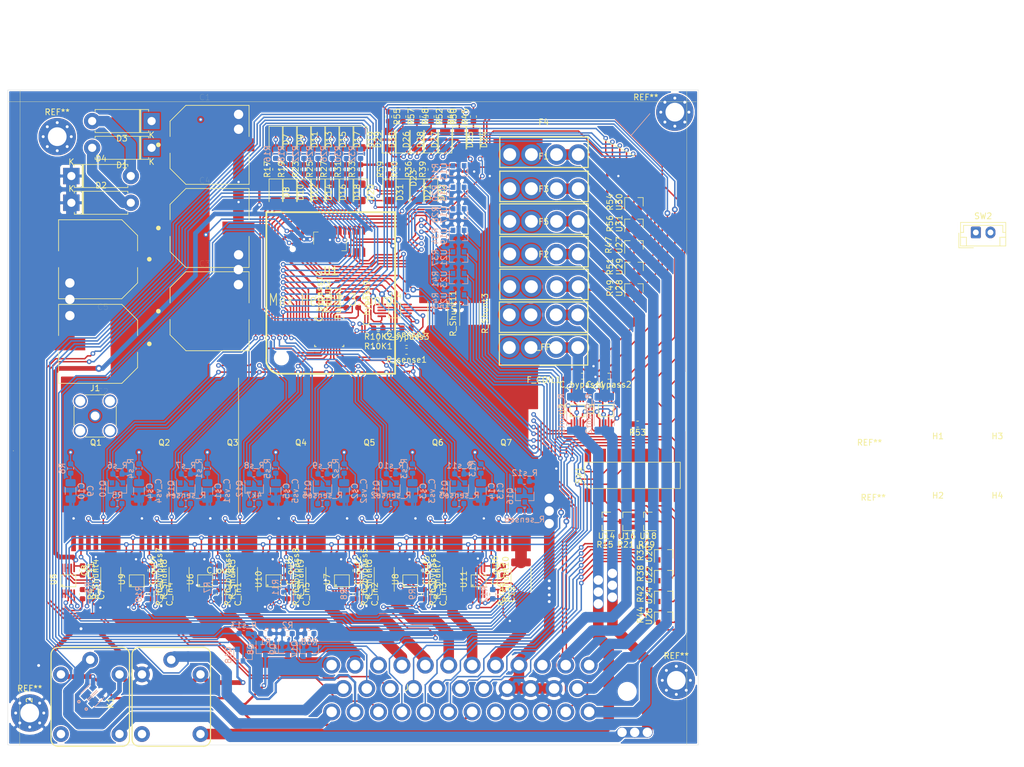
<source format=kicad_pcb>
(kicad_pcb (version 20171130) (host pcbnew "(5.1.4)-1")
  (layers (0 F.Cu signal) (31 B.Cu signal) (34 B.Paste user hide) (35 F.Paste user hide) (36 B.SilkS user) (37 F.SilkS user) (38 B.Mask user) (39 F.Mask user) (44 Edge.Cuts user))
  (net 0 "")
  (net 1 V+12V)
  (net 2 GND)
  (net 3 P1_MOS_SENSE)
  (net 4 "Net-(C7-Pad1)")
  (net 5 "Net-(C10-Pad2)")
  (net 6 vcc_5v)
  (net 7 "Net-(C12-Pad1)")
  (net 8 "Net-(C14-Pad2)")
  (net 9 "Net-(C_in1-Pad1)")
  (net 10 "Net-(C_in2-Pad1)")
  (net 11 "Net-(C_in3-Pad1)")
  (net 12 "Net-(C_in4-Pad1)")
  (net 13 "Net-(C_in5-Pad1)")
  (net 14 P3_MOS_SENSE)
  (net 15 P5_MOS_SENSE)
  (net 16 P6_MOS_SENSE)
  (net 17 P2_MOS_SENSE)
  (net 18 P4_MOS_SENSE)
  (net 19 P7_MOS_SENSE)
  (net 20 "Net-(Cs1-Pad2)")
  (net 21 "Net-(Cs2-Pad2)")
  (net 22 "Net-(Cs3-Pad2)")
  (net 23 "Net-(Cs4-Pad2)")
  (net 24 "Net-(Cs5-Pad2)")
  (net 25 "Net-(D1-Pad2)")
  (net 26 "Net-(D3-Pad2)")
  (net 27 SHUTDOWN_IN)
  (net 28 FP_ENABLE_RELAY_SINK)
  (net 29 "Net-(D7-Pad1)")
  (net 30 "Net-(D8-Pad1)")
  (net 31 P1_OUT)
  (net 32 "Net-(D9-Pad1)")
  (net 33 P2_OUT)
  (net 34 "Net-(D10-Pad1)")
  (net 35 "Net-(D11-Pad1)")
  (net 36 "Net-(D12-Pad1)")
  (net 37 P3_OUT)
  (net 38 "Net-(D13-Pad1)")
  (net 39 P4_OUT)
  (net 40 "Net-(D14-Pad1)")
  (net 41 "Net-(D15-Pad1)")
  (net 42 "Net-(D16-Pad1)")
  (net 43 P5_OUT)
  (net 44 "Net-(D17-Pad1)")
  (net 45 "Net-(D18-Pad1)")
  (net 46 P6_OUT)
  (net 47 "Net-(D19-Pad1)")
  (net 48 "Net-(D20-Pad1)")
  (net 49 P7_OUT)
  (net 50 FUEL_PUMP_OUT)
  (net 51 "Net-(D21-Pad1)")
  (net 52 "Net-(D22-Pad1)")
  (net 53 COIL_INJECTOR_OUT)
  (net 54 "Net-(D23-Pad1)")
  (net 55 "Net-(D24-Pad1)")
  (net 56 "Net-(D25-Pad1)")
  (net 57 "Net-(D26-Pad2)")
  (net 58 "Net-(D26-Pad1)")
  (net 59 "Net-(D27-Pad1)")
  (net 60 "Net-(D27-Pad2)")
  (net 61 "Net-(D28-Pad2)")
  (net 62 "Net-(D28-Pad1)")
  (net 63 "Net-(D29-Pad2)")
  (net 64 "Net-(D29-Pad1)")
  (net 65 "Net-(D30-Pad1)")
  (net 66 "Net-(D30-Pad2)")
  (net 67 IGN_SWITCH_OUT)
  (net 68 "Net-(F1-Pad2)")
  (net 69 MCU_UNITS_FEED_OUT)
  (net 70 CLUTCH_ACT_OUT)
  (net 71 SHUTDOWN_OUT)
  (net 72 ETC_OUT)
  (net 73 "Net-(F_COIL1-Pad2)")
  (net 74 "Net-(F_FP1-Pad2)")
  (net 75 "Net-(J1-Pad2)")
  (net 76 "Net-(K1-Pad1)")
  (net 77 "Net-(K1-Pad14)")
  (net 78 "Net-(K2-Pad14)")
  (net 79 "Net-(K2-Pad1)")
  (net 80 "Net-(Pullup2-Pad2)")
  (net 81 FP_ENABLE_ACM)
  (net 82 FP_ENABLE_AUX)
  (net 83 P1_MOS_SENSE_Select)
  (net 84 MOS_SENSE_ALL)
  (net 85 P2_MOS_SENSE_Select)
  (net 86 P3_MOS_SENSE_Select)
  (net 87 P4_MOS_SENSE_Select)
  (net 88 P5_MOS_SENSE_Select)
  (net 89 P6_MOS_SENSE_Select)
  (net 90 P7_MOS_SENSE_Select)
  (net 91 P1_MOS_IN)
  (net 92 P3_MOS_IN)
  (net 93 P5_MOS_IN)
  (net 94 P6_MOS_IN)
  (net 95 P2_MOS_IN)
  (net 96 P4_MOS_IN)
  (net 97 P7_MOS_IN)
  (net 98 P1_EN_ACM)
  (net 99 P1_EN_AUX)
  (net 100 P1_Fault)
  (net 101 P2_Fault)
  (net 102 P2_EN_ACM)
  (net 103 P2_EN_AUX)
  (net 104 P3_Fault)
  (net 105 P4_Fault)
  (net 106 P5_Fault)
  (net 107 P3_EN_ACM)
  (net 108 P3_EN_AUX)
  (net 109 P6_Fault)
  (net 110 P7_Fault)
  (net 111 P4_EN_ACM)
  (net 112 P4_EN_AUX)
  (net 113 P5_EN_ACM)
  (net 114 P5_EN_AUX)
  (net 115 P6_EN_ACM)
  (net 116 P6_EN_AUX)
  (net 117 P7_EN_ACM)
  (net 118 P7_EN_AUX)
  (net 119 COIL_INJECTOR_Fault)
  (net 120 FUEL_PUMP_Fault)
  (net 121 Switch)
  (net 122 SDA)
  (net 123 SLC)
  (net 124 "Net-(SW1-Pad1)")
  (net 125 "Net-(SW1-Pad2)")
  (net 126 "Net-(SW1-Pad3)")
  (net 127 "Net-(SW1-Pad4)")
  (net 128 "Net-(SW1-Pad5)")
  (net 129 "Net-(SW1-Pad6)")
  (net 130 "Net-(SW1-Pad7)")
  (net 131 "Net-(U1-Pad7)")
  (net 132 "Net-(U1-Pad10)")
  (net 133 "Net-(U1-Pad11)")
  (net 134 RX)
  (net 135 "Net-(U1-Pad13)")
  (net 136 TX)
  (net 137 "Net-(U1-Pad15)")
  (net 138 CAN_HIGH)
  (net 139 CAN_LOW)
  (net 140 COIL_INJECTOR_Alert)
  (net 141 FP_Alert)
  (net 142 "Net-(J2-Pad31)")
  (net 143 "Net-(J2-Pad32)")
  (net 144 P6_GearA_open_drain_output)
  (net 145 ACM_Shutdown_Circuit)
  (net 146 Shutdown_Led)
  (net 147 "Net-(D31-Pad1)")
  (net 148 P1_Shunt)
  (net 149 P2_Shunt)
  (net 150 P3_Shunt)
  (net 151 P4_Shunt)
  (net 152 P5_Shunt)
  (net 153 P6_Shunt)
  (net 154 P7_Shunt)
  (net 155 "Net-(4k7-Pad1)")
  (net 156 "Net-(Q1-Pad3)")
  (net 157 "Net-(Q2-Pad3)")
  (net 158 "Net-(Q4-Pad3)")
  (net 159 "Net-(Q5-Pad3)")
  (net 160 "Net-(Q6-Pad3)")
  (net 161 "Net-(Q7-Pad3)")
  (net 162 "Net-(Pullup1-Pad1)")
  (net 163 "Net-(U12-Pad33)")
  (net 164 "Net-(U12-Pad19)")
  (net 165 "Net-(U12-Pad21)")
  (net 166 "Net-(U12-Pad22)")
  (net 167 "Net-(U12-Pad23)")
  (net 168 "Net-(U12-Pad24)")
  (net 169 /Fuses_Direct/DIRECT_Alert)
  (net 170 "Net-(Q1-Pad4)")
  (net 171 "Net-(Q2-Pad4)")
  (net 172 "Net-(Q3-Pad4)")
  (net 173 "Net-(Q4-Pad4)")
  (net 174 "Net-(Q5-Pad4)")
  (net 175 "Net-(Q6-Pad4)")
  (net 176 "Net-(Q7-Pad4)")
  (net 177 "Net-(U1-Pad21)")
  (net 178 "Net-(U1-Pad19)")
  (net 179 "Net-(U1-Pad9)")
  (module AR_PDM_v1:DIPSwitch (layer F.Cu) (at 140.589 102.235)
    (fp_text reference SW1 (at -9.17 0 90) (layer F.SilkS))
    (fp_text value SW_DIP_x07)
    (pad 14 smd rect (at -7.62 -3.4) (size 1.1 2.3) (layers F.Cu F.Paste F.Mask) (net 91 P1_MOS_IN))
    (pad 1 smd rect (at -7.62 3.4) (size 1.1 2.3) (layers F.Cu F.Paste F.Mask) (net 124 "Net-(SW1-Pad1)"))
    (pad 13 smd rect (at -5.08 -3.4) (size 1.1 2.3) (layers F.Cu F.Paste F.Mask) (net 95 P2_MOS_IN))
    (pad 2 smd rect (at -5.08 3.4) (size 1.1 2.3) (layers F.Cu F.Paste F.Mask) (net 125 "Net-(SW1-Pad2)"))
    (pad 12 smd rect (at -2.54 -3.4) (size 1.1 2.3) (layers F.Cu F.Paste F.Mask) (net 92 P3_MOS_IN))
    (pad 3 smd rect (at -2.54 3.4) (size 1.1 2.3) (layers F.Cu F.Paste F.Mask) (net 126 "Net-(SW1-Pad3)"))
    (pad 11 smd rect (at 0 -3.4) (size 1.1 2.3) (layers F.Cu F.Paste F.Mask) (net 96 P4_MOS_IN))
    (pad 4 smd rect (at 0 3.4) (size 1.1 2.3) (layers F.Cu F.Paste F.Mask) (net 127 "Net-(SW1-Pad4)"))
    (pad 10 smd rect (at 2.54 -3.4) (size 1.1 2.3) (layers F.Cu F.Paste F.Mask) (net 93 P5_MOS_IN))
    (pad 5 smd rect (at 2.54 3.4) (size 1.1 2.3) (layers F.Cu F.Paste F.Mask) (net 128 "Net-(SW1-Pad5)"))
    (pad 9 smd rect (at 5.08 -3.4) (size 1.1 2.3) (layers F.Cu F.Paste F.Mask) (net 94 P6_MOS_IN))
    (pad 6 smd rect (at 5.08 3.4) (size 1.1 2.3) (layers F.Cu F.Paste F.Mask) (net 129 "Net-(SW1-Pad6)"))
    (pad 8 smd rect (at 7.62 -3.4) (size 1.1 2.3) (layers F.Cu F.Paste F.Mask) (net 97 P7_MOS_IN))
    (pad 7 smd rect (at 7.62 3.4) (size 1.1 2.3) (layers F.Cu F.Paste F.Mask) (net 130 "Net-(SW1-Pad7)"))
  )
  (module Diode_THT:D_5W_P10.16mm_Horizontal (layer F.Cu) (at 44.704 51.054)
    (fp_text reference D4 (at 5.08 -2.97) (layer F.SilkS))
    (fp_text value "3.3-5V 5W")
    (fp_text user K (at 0 -2.4) (layer F.SilkS))
    (pad 2 thru_hole oval (at 10.16 0) (size 2.8 2.8) (drill 1.4) (layers *.Cu *.Mask) (net 26 "Net-(D3-Pad2)"))
    (pad 1 thru_hole rect (at 0 0) (size 2.8 2.8) (drill 1.4) (layers *.Cu *.Mask) (net 2 GND))
  )
  (module MountingHole:MountingHole_3.2mm_M3_Pad_Via (layer F.Cu) (at 42.291 44.323)
    (fp_text reference REF** (at 0 -4.2) (layer F.SilkS))
    (fp_text value MountingHole_3.2mm_M3_Pad_Via)
    (pad 1 thru_hole circle (at 0 0) (size 6.4 6.4) (drill 3.2) (layers *.Cu *.Mask))
    (pad 1 thru_hole circle (at 2.4 0) (size 0.8 0.8) (drill 0.5) (layers *.Cu *.Mask))
    (pad 1 thru_hole circle (at 1.697056 1.697056) (size 0.8 0.8) (drill 0.5) (layers *.Cu *.Mask))
    (pad 1 thru_hole circle (at 0 2.4) (size 0.8 0.8) (drill 0.5) (layers *.Cu *.Mask))
    (pad 1 thru_hole circle (at -1.697056 1.697056) (size 0.8 0.8) (drill 0.5) (layers *.Cu *.Mask))
    (pad 1 thru_hole circle (at -2.4 0) (size 0.8 0.8) (drill 0.5) (layers *.Cu *.Mask))
    (pad 1 thru_hole circle (at -1.697056 -1.697056) (size 0.8 0.8) (drill 0.5) (layers *.Cu *.Mask))
    (pad 1 thru_hole circle (at 0 -2.4) (size 0.8 0.8) (drill 0.5) (layers *.Cu *.Mask))
    (pad 1 thru_hole circle (at 1.697056 -1.697056) (size 0.8 0.8) (drill 0.5) (layers *.Cu *.Mask))
  )
  (module MountingHole:MountingHole_3.2mm_M3_Pad_Via (layer F.Cu) (at 147.828 40.132)
    (fp_text reference REF** (at -4.953 -2.54) (layer F.SilkS))
    (fp_text value MountingHole_3.2mm_M3_Pad_Via)
    (pad 1 thru_hole circle (at 0 0) (size 6.4 6.4) (drill 3.2) (layers *.Cu *.Mask))
    (pad 1 thru_hole circle (at 2.4 0) (size 0.8 0.8) (drill 0.5) (layers *.Cu *.Mask))
    (pad 1 thru_hole circle (at 1.697056 1.697056) (size 0.8 0.8) (drill 0.5) (layers *.Cu *.Mask))
    (pad 1 thru_hole circle (at 0 2.4) (size 0.8 0.8) (drill 0.5) (layers *.Cu *.Mask))
    (pad 1 thru_hole circle (at -1.697056 1.697056) (size 0.8 0.8) (drill 0.5) (layers *.Cu *.Mask))
    (pad 1 thru_hole circle (at -2.4 0) (size 0.8 0.8) (drill 0.5) (layers *.Cu *.Mask))
    (pad 1 thru_hole circle (at -1.697056 -1.697056) (size 0.8 0.8) (drill 0.5) (layers *.Cu *.Mask))
    (pad 1 thru_hole circle (at 0 -2.4) (size 0.8 0.8) (drill 0.5) (layers *.Cu *.Mask))
    (pad 1 thru_hole circle (at 1.697056 -1.697056) (size 0.8 0.8) (drill 0.5) (layers *.Cu *.Mask))
  )
  (module MountingHole:MountingHole_3.2mm_M3_Pad_Via (layer F.Cu) (at 148.082 137.287)
    (fp_text reference REF** (at 0 -4.2) (layer F.SilkS))
    (fp_text value MountingHole_3.2mm_M3_Pad_Via)
    (pad 1 thru_hole circle (at 0 0) (size 6.4 6.4) (drill 3.2) (layers *.Cu *.Mask))
    (pad 1 thru_hole circle (at 2.4 0) (size 0.8 0.8) (drill 0.5) (layers *.Cu *.Mask))
    (pad 1 thru_hole circle (at 1.697056 1.697056) (size 0.8 0.8) (drill 0.5) (layers *.Cu *.Mask))
    (pad 1 thru_hole circle (at 0 2.4) (size 0.8 0.8) (drill 0.5) (layers *.Cu *.Mask))
    (pad 1 thru_hole circle (at -1.697056 1.697056) (size 0.8 0.8) (drill 0.5) (layers *.Cu *.Mask))
    (pad 1 thru_hole circle (at -2.4 0) (size 0.8 0.8) (drill 0.5) (layers *.Cu *.Mask))
    (pad 1 thru_hole circle (at -1.697056 -1.697056) (size 0.8 0.8) (drill 0.5) (layers *.Cu *.Mask))
    (pad 1 thru_hole circle (at 0 -2.4) (size 0.8 0.8) (drill 0.5) (layers *.Cu *.Mask))
    (pad 1 thru_hole circle (at 1.697056 -1.697056) (size 0.8 0.8) (drill 0.5) (layers *.Cu *.Mask))
  )
  (module AR_PDM_v1:Relay (layer F.Cu) (at 62.019434 141.311 270)
    (fp_text reference K1 (at -0.14 10.64 90) (layer F.SilkS))
    (fp_text value DIPxx-1Cxx-51x)
    (pad 14 thru_hole circle (at 5.16 -4.749566 270) (size 2.7 2.7) (drill 1.45) (layers *.Cu *.Mask) (net 77 "Net-(K1-Pad14)"))
    (pad 1 thru_hole circle (at 5.16 5.250434 270) (size 2.7 2.7) (drill 1.45) (layers *.Cu *.Mask) (net 76 "Net-(K1-Pad1)"))
    (pad 2 thru_hole circle (at -5.04 5.250434 270) (size 2.7 2.7) (drill 1.45) (layers *.Cu *.Mask) (net 2 GND))
    (pad 7 thru_hole circle (at -7.54 0.250434 270) (size 2.7 2.7) (drill 1.45) (layers *.Cu *.Mask) (net 53 COIL_INJECTOR_OUT))
    (pad 6 thru_hole circle (at -5.04 -4.75 270) (size 2.7 2.7) (drill 1.45) (layers *.Cu *.Mask) (net 146 Shutdown_Led))
  )
  (module AR_PDM_v1:MountingHole_3.2mm_M3 (layer F.Cu) (at 181.737 110.236)
    (fp_text reference REF** (at 0 -4.2) (layer F.SilkS))
    (fp_text value MountingHole_3.2mm_M3_PDM)
    (pad 1 np_thru_hole circle (at 0 0) (size 3.2 3.2) (drill 3.2) (layers *.Cu *.Mask))
  )
  (module AR_PDM_v1:MountingHole_3.2mm_M3 (layer F.Cu) (at 181.102 100.838)
    (fp_text reference REF** (at 0 -4.2) (layer F.SilkS))
    (fp_text value MountingHole_3.2mm_M3_PDM)
    (pad 1 np_thru_hole circle (at 0 0) (size 3.2 3.2) (drill 3.2) (layers *.Cu *.Mask))
  )
  (module MountingHole:MountingHole_3.2mm_M3_Pad_Via (layer F.Cu) (at 37.592 142.875)
    (fp_text reference REF** (at 0 -4.2) (layer F.SilkS))
    (fp_text value MountingHole_3.2mm_M3_Pad_Via)
    (pad 1 thru_hole circle (at 1.697056 -1.697056) (size 0.8 0.8) (drill 0.5) (layers *.Cu *.Mask))
    (pad 1 thru_hole circle (at 0 -2.4) (size 0.8 0.8) (drill 0.5) (layers *.Cu *.Mask))
    (pad 1 thru_hole circle (at -1.697056 -1.697056) (size 0.8 0.8) (drill 0.5) (layers *.Cu *.Mask))
    (pad 1 thru_hole circle (at -2.4 0) (size 0.8 0.8) (drill 0.5) (layers *.Cu *.Mask))
    (pad 1 thru_hole circle (at -1.697056 1.697056) (size 0.8 0.8) (drill 0.5) (layers *.Cu *.Mask))
    (pad 1 thru_hole circle (at 0 2.4) (size 0.8 0.8) (drill 0.5) (layers *.Cu *.Mask))
    (pad 1 thru_hole circle (at 1.697056 1.697056) (size 0.8 0.8) (drill 0.5) (layers *.Cu *.Mask))
    (pad 1 thru_hole circle (at 2.4 0) (size 0.8 0.8) (drill 0.5) (layers *.Cu *.Mask))
    (pad 1 thru_hole circle (at 0 0) (size 6.4 6.4) (drill 3.2) (layers *.Cu *.Mask) (net 2 GND))
  )
  (module Resistor_SMD:R_2512_6332Metric (layer F.Cu) (at 109.855 120.015 90)
    (fp_text reference R_Shunt7 (at 0 -2.62 90) (layer F.SilkS))
    (fp_text value 2m_1%_4W)
    (pad 1 smd roundrect (at -2.9 0 90) (size 1.35 3.35) (layers F.Cu F.Paste F.Mask) (roundrect_rratio 0.185185) (net 46 P6_OUT))
    (pad 2 smd roundrect (at 2.9 0 90) (size 1.35 3.35) (layers F.Cu F.Paste F.Mask) (roundrect_rratio 0.185185) (net 153 P6_Shunt))
  )
  (module AR_PDM_v1:INA233 (layer F.Cu) (at 54.864 120.269 90)
    (fp_text reference U9 (at 0.254 -1.524 90) (layer F.SilkS))
    (fp_text value INA233)
    (pad 6 smd roundrect (at 2.2 2) (size 0.3 1.45) (layers F.Cu F.Paste F.Mask) (roundrect_rratio 0.167) (net 6 vcc_5v))
    (pad 7 smd roundrect (at 2.2 1.5) (size 0.3 1.45) (layers F.Cu F.Paste F.Mask) (roundrect_rratio 0.167) (net 2 GND))
    (pad 8 smd roundrect (at 2.2 1) (size 0.3 1.45) (layers F.Cu F.Paste F.Mask) (roundrect_rratio 0.167) (net 149 P2_Shunt))
    (pad 9 smd roundrect (at 2.2 0.5) (size 0.3 1.45) (layers F.Cu F.Paste F.Mask) (roundrect_rratio 0.167) (net 149 P2_Shunt))
    (pad 10 smd roundrect (at 2.2 0) (size 0.3 1.45) (layers F.Cu F.Paste F.Mask) (roundrect_rratio 0.167) (net 33 P2_OUT))
    (pad 5 smd roundrect (at -2.2 2) (size 0.3 1.45) (layers F.Cu F.Paste F.Mask) (roundrect_rratio 0.167) (net 123 SLC))
    (pad 4 smd roundrect (at -2.2 1.5) (size 0.3 1.45) (layers F.Cu F.Paste F.Mask) (roundrect_rratio 0.167) (net 122 SDA))
    (pad 3 smd roundrect (at -2.2 1) (size 0.3 1.45) (layers F.Cu F.Paste F.Mask) (roundrect_rratio 0.167) (net 95 P2_MOS_IN))
    (pad 2 smd roundrect (at -2.2 0.5) (size 0.3 1.45) (layers F.Cu F.Paste F.Mask) (roundrect_rratio 0.167) (net 6 vcc_5v))
    (pad 1 smd roundrect (at -2.2 0) (size 0.3 1.45) (layers F.Cu F.Paste F.Mask) (roundrect_rratio 0.167) (net 2 GND))
  )
  (module AR_PDM_v1:INA233 (layer F.Cu) (at 89.916 120.269 90)
    (fp_text reference U7 (at 0.254 -1.524 90) (layer F.SilkS))
    (fp_text value INA233)
    (pad 1 smd roundrect (at -2.2 0) (size 0.3 1.45) (layers F.Cu F.Paste F.Mask) (roundrect_rratio 0.167) (net 6 vcc_5v))
    (pad 2 smd roundrect (at -2.2 0.5) (size 0.3 1.45) (layers F.Cu F.Paste F.Mask) (roundrect_rratio 0.167) (net 2 GND))
    (pad 3 smd roundrect (at -2.2 1) (size 0.3 1.45) (layers F.Cu F.Paste F.Mask) (roundrect_rratio 0.167) (net 93 P5_MOS_IN))
    (pad 4 smd roundrect (at -2.2 1.5) (size 0.3 1.45) (layers F.Cu F.Paste F.Mask) (roundrect_rratio 0.167) (net 122 SDA))
    (pad 5 smd roundrect (at -2.2 2) (size 0.3 1.45) (layers F.Cu F.Paste F.Mask) (roundrect_rratio 0.167) (net 123 SLC))
    (pad 10 smd roundrect (at 2.2 0) (size 0.3 1.45) (layers F.Cu F.Paste F.Mask) (roundrect_rratio 0.167) (net 43 P5_OUT))
    (pad 9 smd roundrect (at 2.2 0.5) (size 0.3 1.45) (layers F.Cu F.Paste F.Mask) (roundrect_rratio 0.167) (net 152 P5_Shunt))
    (pad 8 smd roundrect (at 2.2 1) (size 0.3 1.45) (layers F.Cu F.Paste F.Mask) (roundrect_rratio 0.167) (net 152 P5_Shunt))
    (pad 7 smd roundrect (at 2.2 1.5) (size 0.3 1.45) (layers F.Cu F.Paste F.Mask) (roundrect_rratio 0.167) (net 2 GND))
    (pad 6 smd roundrect (at 2.2 2) (size 0.3 1.45) (layers F.Cu F.Paste F.Mask) (roundrect_rratio 0.167) (net 6 vcc_5v))
  )
  (module AR_PDM_v1:BTS500xx (layer F.Cu) (at 107.315 110.609)
    (fp_text reference Q6 (at 0 -13.97) (layer F.SilkS))
    (fp_text value BTS50025-1TAD)
    (pad 8 smd rect (at 0 -6.85) (size 10.8 9.4) (layers F.Cu F.Paste F.Mask) (net 1 V+12V))
    (pad 1 smd rect (at -3.81 2.3) (size 0.8 4.6) (layers F.Cu F.Paste F.Mask) (net 2 GND))
    (pad 2 smd rect (at -2.54 2.3) (size 0.8 4.6) (layers F.Cu F.Paste F.Mask) (net 11 "Net-(C_in3-Pad1)"))
    (pad 3 smd rect (at -1.27 2.3) (size 0.8 4.6) (layers F.Cu F.Paste F.Mask) (net 160 "Net-(Q6-Pad3)"))
    (pad 7 smd rect (at 3.81 2.3) (size 0.8 4.6) (layers F.Cu F.Paste F.Mask) (net 153 P6_Shunt))
    (pad 6 smd rect (at 2.54 2.3) (size 0.8 4.6) (layers F.Cu F.Paste F.Mask) (net 153 P6_Shunt))
    (pad 5 smd rect (at 1.27 2.3) (size 0.8 4.6) (layers F.Cu F.Paste F.Mask) (net 153 P6_Shunt))
    (pad 4 smd rect (at 0 2.3) (size 0.8 4.6) (layers F.Cu F.Paste F.Mask) (net 175 "Net-(Q6-Pad4)"))
  )
  (module Package_TO_SOT_SMD:SOT-23 (layer F.Cu) (at 139.7 110.109 180)
    (fp_text reference U16 (at 0 -2.5) (layer F.SilkS))
    (fp_text value Fet-P)
    (pad 1 smd rect (at -1 -0.95 180) (size 0.9 0.8) (layers F.Cu F.Paste F.Mask) (net 103 P2_EN_AUX))
    (pad 2 smd rect (at -1 0.95 180) (size 0.9 0.8) (layers F.Cu F.Paste F.Mask) (net 125 "Net-(SW1-Pad2)"))
    (pad 3 smd rect (at 1 0 180) (size 0.9 0.8) (layers F.Cu F.Paste F.Mask) (net 2 GND))
  )
  (module Package_TO_SOT_SMD:SOT-23 (layer F.Cu) (at 136.16 110.109 180)
    (fp_text reference U14 (at 0 -2.5) (layer F.SilkS))
    (fp_text value Fet-P)
    (pad 1 smd rect (at -1 -0.95 180) (size 0.9 0.8) (layers F.Cu F.Paste F.Mask) (net 99 P1_EN_AUX))
    (pad 2 smd rect (at -1 0.95 180) (size 0.9 0.8) (layers F.Cu F.Paste F.Mask) (net 124 "Net-(SW1-Pad1)"))
    (pad 3 smd rect (at 1 0 180) (size 0.9 0.8) (layers F.Cu F.Paste F.Mask) (net 2 GND))
  )
  (module Package_TO_SOT_SMD:SOT-23 (layer F.Cu) (at 143.256 110.109 180)
    (fp_text reference U18 (at 0 -2.5) (layer F.SilkS))
    (fp_text value Fet-P)
    (pad 1 smd rect (at -1 -0.95 180) (size 0.9 0.8) (layers F.Cu F.Paste F.Mask) (net 108 P3_EN_AUX))
    (pad 2 smd rect (at -1 0.95 180) (size 0.9 0.8) (layers F.Cu F.Paste F.Mask) (net 126 "Net-(SW1-Pad3)"))
    (pad 3 smd rect (at 1 0 180) (size 0.9 0.8) (layers F.Cu F.Paste F.Mask) (net 2 GND))
  )
  (module Resistor_SMD:R_0603_1608Metric (layer F.Cu) (at 143.383 115.443 90)
    (fp_text reference R35 (at 0 -1.43 90) (layer F.SilkS))
    (fp_text value 4k7)
    (pad 2 smd roundrect (at 0.7875 0 90) (size 0.875 0.95) (layers F.Cu F.Paste F.Mask) (net 2 GND))
    (pad 1 smd roundrect (at -0.7875 0 90) (size 0.875 0.95) (layers F.Cu F.Paste F.Mask) (net 112 P4_EN_AUX))
  )
  (module Resistor_SMD:R_0603_1608Metric (layer F.Cu) (at 143.383 122.555 90)
    (fp_text reference R42 (at 0 -1.43 90) (layer F.SilkS))
    (fp_text value 4k7)
    (pad 1 smd roundrect (at -0.7875 0 90) (size 0.875 0.95) (layers F.Cu F.Paste F.Mask) (net 116 P6_EN_AUX))
    (pad 2 smd roundrect (at 0.7875 0 90) (size 0.875 0.95) (layers F.Cu F.Paste F.Mask) (net 2 GND))
  )
  (module Package_TO_SOT_SMD:SOT-23 (layer B.Cu) (at 110.871 61.341 270)
    (fp_text reference U19 (at 0 2.5 90) (layer B.SilkS) (effects (justify mirror)))
    (fp_text value Fet-P)
    (pad 3 smd rect (at 1 0 270) (size 0.9 0.8) (layers B.Cu B.Paste B.Mask) (net 2 GND))
    (pad 2 smd rect (at -1 -0.95 270) (size 0.9 0.8) (layers B.Cu B.Paste B.Mask) (net 96 P4_MOS_IN))
    (pad 1 smd rect (at -1 0.95 270) (size 0.9 0.8) (layers B.Cu B.Paste B.Mask) (net 111 P4_EN_ACM))
  )
  (module Resistor_SMD:R_0603_1608Metric (layer B.Cu) (at 108.331 53.975 270)
    (fp_text reference R20 (at 0 1.43 90) (layer B.SilkS) (effects (justify mirror)))
    (fp_text value 4k7)
    (pad 2 smd roundrect (at 0.7875 0 270) (size 0.875 0.95) (layers B.Cu B.Paste B.Mask) (net 2 GND))
    (pad 1 smd roundrect (at -0.7875 0 270) (size 0.875 0.95) (layers B.Cu B.Paste B.Mask) (net 102 P2_EN_ACM))
  )
  (module AR_PDM_v1:QFN50P500X500X60-33N (layer F.Cu) (at 88.773 77.724)
    (fp_text reference U12 (at 0.534335 -4.681745) (layer F.SilkS) (effects (font (size 1.642858 1.642858) (thickness 0.015))))
    (fp_text value TCA6424ARGJR)
    (pad 1 smd roundrect (at -2.4376 -1.7526) (size 0.8128 0.3048) (layers F.Cu F.Paste F.Mask) (net 100 P1_Fault))
    (pad 2 smd rect (at -2.3876 -1.2446) (size 0.8128 0.3048) (layers F.Cu F.Paste F.Mask) (net 101 P2_Fault))
    (pad 3 smd rect (at -2.3876 -0.762) (size 0.8128 0.3048) (layers F.Cu F.Paste F.Mask) (net 104 P3_Fault))
    (pad 4 smd rect (at -2.3876 -0.254) (size 0.8128 0.3048) (layers F.Cu F.Paste F.Mask) (net 105 P4_Fault))
    (pad 5 smd rect (at -2.3876 0.254) (size 0.8128 0.3048) (layers F.Cu F.Paste F.Mask) (net 106 P5_Fault))
    (pad 6 smd rect (at -2.3876 0.762) (size 0.8128 0.3048) (layers F.Cu F.Paste F.Mask) (net 109 P6_Fault))
    (pad 7 smd rect (at -2.3876 1.2446) (size 0.8128 0.3048) (layers F.Cu F.Paste F.Mask) (net 110 P7_Fault))
    (pad 8 smd rect (at -2.4376 1.7526) (size 0.8128 0.3048) (layers F.Cu F.Paste F.Mask) (net 119 COIL_INJECTOR_Fault))
    (pad 9 smd rect (at -1.7526 2.4376) (size 0.3048 0.8128) (layers F.Cu F.Paste F.Mask) (net 120 FUEL_PUMP_Fault))
    (pad 10 smd rect (at -1.2446 2.3876) (size 0.3048 0.8128) (layers F.Cu F.Paste F.Mask) (net 83 P1_MOS_SENSE_Select))
    (pad 11 smd rect (at -0.762 2.3876) (size 0.3048 0.8128) (layers F.Cu F.Paste F.Mask) (net 85 P2_MOS_SENSE_Select))
    (pad 12 smd rect (at -0.254 2.3876) (size 0.3048 0.8128) (layers F.Cu F.Paste F.Mask) (net 86 P3_MOS_SENSE_Select))
    (pad 13 smd rect (at 0.254 2.3876) (size 0.3048 0.8128) (layers F.Cu F.Paste F.Mask) (net 87 P4_MOS_SENSE_Select))
    (pad 14 smd rect (at 0.762 2.3876) (size 0.3048 0.8128) (layers F.Cu F.Paste F.Mask) (net 88 P5_MOS_SENSE_Select))
    (pad 15 smd rect (at 1.2446 2.3876) (size 0.3048 0.8128) (layers F.Cu F.Paste F.Mask) (net 89 P6_MOS_SENSE_Select))
    (pad 16 smd roundrect (at 1.7526 2.4376) (size 0.3048 0.8128) (layers F.Cu F.Paste F.Mask) (net 90 P7_MOS_SENSE_Select))
    (pad 17 smd roundrect (at 2.4376 1.7526) (size 0.8128 0.3048) (layers F.Cu F.Paste F.Mask) (net 141 FP_Alert))
    (pad 18 smd rect (at 2.3876 1.2446) (size 0.8128 0.3048) (layers F.Cu F.Paste F.Mask) (net 140 COIL_INJECTOR_Alert))
    (pad 19 smd rect (at 2.3876 0.762) (size 0.8128 0.3048) (layers F.Cu F.Paste F.Mask) (net 164 "Net-(U12-Pad19)"))
    (pad 20 smd rect (at 2.3876 0.254) (size 0.8128 0.3048) (layers F.Cu F.Paste F.Mask) (net 81 FP_ENABLE_ACM))
    (pad 21 smd rect (at 2.3876 -0.254) (size 0.8128 0.3048) (layers F.Cu F.Paste F.Mask) (net 165 "Net-(U12-Pad21)"))
    (pad 22 smd rect (at 2.3876 -0.762) (size 0.8128 0.3048) (layers F.Cu F.Paste F.Mask) (net 166 "Net-(U12-Pad22)"))
    (pad 23 smd rect (at 2.3876 -1.2446) (size 0.8128 0.3048) (layers F.Cu F.Paste F.Mask) (net 167 "Net-(U12-Pad23)"))
    (pad 24 smd roundrect (at 2.4376 -1.7526) (size 0.8128 0.3048) (layers F.Cu F.Paste F.Mask) (net 168 "Net-(U12-Pad24)"))
    (pad 25 smd roundrect (at 1.7526 -2.4376) (size 0.3048 0.8128) (layers F.Cu F.Paste F.Mask) (net 2 GND))
    (pad 26 smd rect (at 1.2446 -2.3876) (size 0.3048 0.8128) (layers F.Cu F.Paste F.Mask) (net 2 GND))
    (pad 27 smd rect (at 0.762 -2.3876) (size 0.3048 0.8128) (layers F.Cu F.Paste F.Mask) (net 6 vcc_5v))
    (pad 28 smd rect (at 0.254 -2.3876) (size 0.3048 0.8128) (layers F.Cu F.Paste F.Mask) (net 162 "Net-(Pullup1-Pad1)"))
    (pad 29 smd rect (at -0.254 -2.3876) (size 0.3048 0.8128) (layers F.Cu F.Paste F.Mask) (net 123 SLC))
    (pad 30 smd rect (at -0.762 -2.3876) (size 0.3048 0.8128) (layers F.Cu F.Paste F.Mask) (net 122 SDA))
    (pad 31 smd rect (at -1.2446 -2.3876) (size 0.3048 0.8128) (layers F.Cu F.Paste F.Mask) (net 6 vcc_5v))
    (pad 32 smd roundrect (at -1.7526 -2.4376) (size 0.3048 0.8128) (layers F.Cu F.Paste F.Mask) (net 80 "Net-(Pullup2-Pad2)"))
    (pad 33 smd rect (at 0 0) (size 3.2512 3.2512) (layers F.Cu F.Paste F.Mask) (net 163 "Net-(U12-Pad33)"))
  )
  (module AR_PDM_v1:TE_1-776163-1 (layer F.Cu) (at 91.186 138.684)
    (fp_text reference J2 (at 11.303 -0.127) (layer F.SilkS))
    (fp_text value 1-776163-1)
    (pad 1 thru_hole circle (at -2 -4) (size 2.9 2.9) (drill 1.8) (layers *.Cu *.Mask) (net 31 P1_OUT))
    (pad 2 thru_hole circle (at 2 -4) (size 2.9 2.9) (drill 1.8) (layers *.Cu *.Mask) (net 33 P2_OUT))
    (pad 3 thru_hole circle (at 6 -4) (size 2.9 2.9) (drill 1.8) (layers *.Cu *.Mask) (net 144 P6_GearA_open_drain_output))
    (pad 4 thru_hole circle (at 10 -4) (size 2.9 2.9) (drill 1.8) (layers *.Cu *.Mask) (net 37 P3_OUT))
    (pad 5 thru_hole circle (at 14 -4) (size 2.9 2.9) (drill 1.8) (layers *.Cu *.Mask) (net 39 P4_OUT))
    (pad 6 thru_hole circle (at 18 -4) (size 2.9 2.9) (drill 1.8) (layers *.Cu *.Mask) (net 43 P5_OUT))
    (pad 7 thru_hole circle (at 22 -4) (size 2.9 2.9) (drill 1.8) (layers *.Cu *.Mask) (net 46 P6_OUT))
    (pad 8 thru_hole circle (at 26 -4) (size 2.9 2.9) (drill 1.8) (layers *.Cu *.Mask) (net 49 P7_OUT))
    (pad 9 thru_hole circle (at 30 -4) (size 2.9 2.9) (drill 1.8) (layers *.Cu *.Mask) (net 2 GND))
    (pad 10 thru_hole circle (at 34 -4) (size 2.9 2.9) (drill 1.8) (layers *.Cu *.Mask) (net 69 MCU_UNITS_FEED_OUT))
    (pad 11 thru_hole circle (at 38 -4) (size 2.9 2.9) (drill 1.8) (layers *.Cu *.Mask) (net 72 ETC_OUT))
    (pad 12 thru_hole circle (at 42 -4) (size 2.9 2.9) (drill 1.8) (layers *.Cu *.Mask) (net 70 CLUTCH_ACT_OUT))
    (pad 13 thru_hole circle (at 0 0) (size 2.9 2.9) (drill 1.8) (layers *.Cu *.Mask) (net 53 COIL_INJECTOR_OUT))
    (pad 14 thru_hole circle (at 4 0) (size 2.9 2.9) (drill 1.8) (layers *.Cu *.Mask) (net 82 FP_ENABLE_AUX))
    (pad 15 thru_hole circle (at 8 0) (size 2.9 2.9) (drill 1.8) (layers *.Cu *.Mask) (net 136 TX))
    (pad 16 thru_hole circle (at 12 0) (size 2.9 2.9) (drill 1.8) (layers *.Cu *.Mask) (net 103 P2_EN_AUX))
    (pad 17 thru_hole circle (at 16 0) (size 2.9 2.9) (drill 1.8) (layers *.Cu *.Mask) (net 112 P4_EN_AUX))
    (pad 18 thru_hole circle (at 20 0) (size 2.9 2.9) (drill 1.8) (layers *.Cu *.Mask) (net 116 P6_EN_AUX))
    (pad 19 thru_hole circle (at 24 0) (size 2.9 2.9) (drill 1.8) (layers *.Cu *.Mask) (net 118 P7_EN_AUX))
    (pad 20 thru_hole circle (at 28 0) (size 2.9 2.9) (drill 1.8) (layers *.Cu *.Mask) (net 2 GND))
    (pad 21 thru_hole circle (at 32 0) (size 2.9 2.9) (drill 1.8) (layers *.Cu *.Mask) (net 2 GND))
    (pad 22 thru_hole circle (at 36 0) (size 2.9 2.9) (drill 1.8) (layers *.Cu *.Mask) (net 2 GND))
    (pad 23 thru_hole circle (at 40 0) (size 2.9 2.9) (drill 1.8) (layers *.Cu *.Mask) (net 67 IGN_SWITCH_OUT))
    (pad 24 thru_hole circle (at -2 4) (size 2.9 2.9) (drill 1.8) (layers *.Cu *.Mask) (net 50 FUEL_PUMP_OUT))
    (pad 25 thru_hole circle (at 2 4) (size 2.9 2.9) (drill 1.8) (layers *.Cu *.Mask) (net 27 SHUTDOWN_IN))
    (pad 26 thru_hole circle (at 6 4) (size 2.9 2.9) (drill 1.8) (layers *.Cu *.Mask) (net 134 RX))
    (pad 27 thru_hole circle (at 10 4) (size 2.9 2.9) (drill 1.8) (layers *.Cu *.Mask) (net 99 P1_EN_AUX))
    (pad 30 thru_hole circle (at 22 4) (size 2.9 2.9) (drill 1.8) (layers *.Cu *.Mask) (net 28 FP_ENABLE_RELAY_SINK))
    (pad 28 thru_hole circle (at 14 4) (size 2.9 2.9) (drill 1.8) (layers *.Cu *.Mask) (net 108 P3_EN_AUX))
    (pad 29 thru_hole circle (at 18 4) (size 2.9 2.9) (drill 1.8) (layers *.Cu *.Mask) (net 114 P5_EN_AUX))
    (pad 31 thru_hole circle (at 26 4) (size 2.9 2.9) (drill 1.8) (layers *.Cu *.Mask) (net 142 "Net-(J2-Pad31)"))
    (pad 32 thru_hole circle (at 30 4) (size 2.9 2.9) (drill 1.8) (layers *.Cu *.Mask) (net 143 "Net-(J2-Pad32)"))
    (pad 33 thru_hole circle (at 34 4) (size 2.9 2.9) (drill 1.8) (layers *.Cu *.Mask) (net 139 CAN_LOW))
    (pad 34 thru_hole circle (at 38 4) (size 2.9 2.9) (drill 1.8) (layers *.Cu *.Mask) (net 138 CAN_HIGH))
    (pad 35 thru_hole circle (at 42 4) (size 2.9 2.9) (drill 1.8) (layers *.Cu *.Mask) (net 71 SHUTDOWN_OUT))
    (pad "" np_thru_hole circle (at -8.5 0.5) (size 2.85 2.85) (drill 2.85) (layers *.Cu *.Mask))
    (pad "" np_thru_hole circle (at 48.5 0.5) (size 2.85 2.85) (drill 2.85) (layers *.Cu *.Mask))
  )
  (module Resistor_SMD:R_0603_1608Metric (layer F.Cu) (at 91.694 72.771 90)
    (fp_text reference Pullup1 (at 0 -1.43 90) (layer F.SilkS))
    (fp_text value 4K7)
    (pad 2 smd roundrect (at 0.7875 0 90) (size 0.875 0.95) (layers F.Cu F.Paste F.Mask) (net 6 vcc_5v))
    (pad 1 smd roundrect (at -0.7875 0 90) (size 0.875 0.95) (layers F.Cu F.Paste F.Mask) (net 162 "Net-(Pullup1-Pad1)"))
  )
  (module Resistor_SMD:R_0603_1608Metric (layer F.Cu) (at 86.995 71.628 270)
    (fp_text reference Pullup2 (at 0 -1.43 90) (layer F.SilkS))
    (fp_text value 4K7)
    (pad 2 smd roundrect (at 0.7875 0 270) (size 0.875 0.95) (layers F.Cu F.Paste F.Mask) (net 80 "Net-(Pullup2-Pad2)"))
    (pad 1 smd roundrect (at -0.7875 0 270) (size 0.875 0.95) (layers F.Cu F.Paste F.Mask) (net 6 vcc_5v))
  )
  (module AR_PDM_v1:INA233 (layer F.Cu) (at 99.949 73.025)
    (fp_text reference U4 (at 0.254 -1.524) (layer F.SilkS))
    (fp_text value INA233)
    (pad 6 smd roundrect (at 2.2 2 270) (size 0.3 1.45) (layers F.Cu F.Paste F.Mask) (roundrect_rratio 0.167) (net 6 vcc_5v))
    (pad 7 smd roundrect (at 2.2 1.5 270) (size 0.3 1.45) (layers F.Cu F.Paste F.Mask) (roundrect_rratio 0.167) (net 2 GND))
    (pad 8 smd roundrect (at 2.2 1 270) (size 0.3 1.45) (layers F.Cu F.Paste F.Mask) (roundrect_rratio 0.167) (net 1 V+12V))
    (pad 9 smd roundrect (at 2.2 0.5 270) (size 0.3 1.45) (layers F.Cu F.Paste F.Mask) (roundrect_rratio 0.167) (net 68 "Net-(F1-Pad2)"))
    (pad 10 smd roundrect (at 2.2 0 270) (size 0.3 1.45) (layers F.Cu F.Paste F.Mask) (roundrect_rratio 0.167) (net 1 V+12V))
    (pad 5 smd roundrect (at -2.2 2 270) (size 0.3 1.45) (layers F.Cu F.Paste F.Mask) (roundrect_rratio 0.167) (net 123 SLC))
    (pad 4 smd roundrect (at -2.2 1.5 270) (size 0.3 1.45) (layers F.Cu F.Paste F.Mask) (roundrect_rratio 0.167) (net 122 SDA))
    (pad 3 smd roundrect (at -2.2 1 270) (size 0.3 1.45) (layers F.Cu F.Paste F.Mask) (roundrect_rratio 0.167) (net 169 /Fuses_Direct/DIRECT_Alert))
    (pad 2 smd roundrect (at -2.2 0.5 270) (size 0.3 1.45) (layers F.Cu F.Paste F.Mask) (roundrect_rratio 0.167) (net 6 vcc_5v))
    (pad 1 smd roundrect (at -2.2 0 270) (size 0.3 1.45) (layers F.Cu F.Paste F.Mask) (roundrect_rratio 0.167) (net 122 SDA))
  )
  (module Package_TO_SOT_SMD:SOT-23 (layer B.Cu) (at 110.871 50.292 270)
    (fp_text reference U13 (at 0 2.5 90) (layer B.SilkS) (effects (justify mirror)))
    (fp_text value Fet-P)
    (pad 3 smd rect (at 1 0 270) (size 0.9 0.8) (layers B.Cu B.Paste B.Mask) (net 2 GND))
    (pad 2 smd rect (at -1 -0.95 270) (size 0.9 0.8) (layers B.Cu B.Paste B.Mask) (net 91 P1_MOS_IN))
    (pad 1 smd rect (at -1 0.95 270) (size 0.9 0.8) (layers B.Cu B.Paste B.Mask) (net 98 P1_EN_ACM))
  )
  (module AR_PDM_v1:INA233 (layer F.Cu) (at 43.18 120.269 90)
    (fp_text reference U5 (at 0.254 -1.524 90) (layer F.SilkS))
    (fp_text value INA233)
    (pad 1 smd roundrect (at -2.2 0) (size 0.3 1.45) (layers F.Cu F.Paste F.Mask) (roundrect_rratio 0.167) (net 2 GND))
    (pad 2 smd roundrect (at -2.2 0.5) (size 0.3 1.45) (layers F.Cu F.Paste F.Mask) (roundrect_rratio 0.167) (net 2 GND))
    (pad 3 smd roundrect (at -2.2 1) (size 0.3 1.45) (layers F.Cu F.Paste F.Mask) (roundrect_rratio 0.167) (net 91 P1_MOS_IN))
    (pad 4 smd roundrect (at -2.2 1.5) (size 0.3 1.45) (layers F.Cu F.Paste F.Mask) (roundrect_rratio 0.167) (net 122 SDA))
    (pad 5 smd roundrect (at -2.2 2) (size 0.3 1.45) (layers F.Cu F.Paste F.Mask) (roundrect_rratio 0.167) (net 123 SLC))
    (pad 10 smd roundrect (at 2.2 0) (size 0.3 1.45) (layers F.Cu F.Paste F.Mask) (roundrect_rratio 0.167) (net 31 P1_OUT))
    (pad 9 smd roundrect (at 2.2 0.5) (size 0.3 1.45) (layers F.Cu F.Paste F.Mask) (roundrect_rratio 0.167) (net 148 P1_Shunt))
    (pad 8 smd roundrect (at 2.2 1) (size 0.3 1.45) (layers F.Cu F.Paste F.Mask) (roundrect_rratio 0.167) (net 148 P1_Shunt))
    (pad 7 smd roundrect (at 2.2 1.5) (size 0.3 1.45) (layers F.Cu F.Paste F.Mask) (roundrect_rratio 0.167) (net 2 GND))
    (pad 6 smd roundrect (at 2.2 2) (size 0.3 1.45) (layers F.Cu F.Paste F.Mask) (roundrect_rratio 0.167) (net 6 vcc_5v))
  )
  (module AR_PDM_v1:ACM_2020_Footprint (layer F.Cu) (at 89.027 62.23)
    (fp_text reference U1 (at 0 5.08 180) (layer F.SilkS) (effects (font (size 1.27 1.27) (thickness 0.254))))
    (fp_text value ACM_2020 hide)
    (fp_text user "Max Height 3.5mm" (at 0 10) (layer F.SilkS) (effects (font (size 2 1.5))))
    (pad 30 smd rect (at -5.6 -1.9) (size 0.55 1.5) (layers F.Cu F.Paste F.Mask) (net 1 V+12V))
    (pad 29 smd rect (at -5.5746 1.9) (size 0.55 1.5) (layers F.Cu F.Paste F.Mask) (net 139 CAN_LOW))
    (pad 28 smd rect (at -4.8 -1.9) (size 0.55 1.5) (layers F.Cu F.Paste F.Mask) (net 6 vcc_5v))
    (pad 27 smd rect (at -4.7746 1.9) (size 0.55 1.5) (layers F.Cu F.Paste F.Mask) (net 138 CAN_HIGH))
    (pad 26 smd rect (at -4 -1.9) (size 0.55 1.5) (layers F.Cu F.Paste F.Mask) (net 6 vcc_5v))
    (pad 25 smd rect (at -3.9746 1.9) (size 0.55 1.5) (layers F.Cu F.Paste F.Mask) (net 102 P2_EN_ACM))
    (pad 24 smd rect (at -3.2 -1.9) (size 0.55 1.5) (layers F.Cu F.Paste F.Mask) (net 6 vcc_5v))
    (pad 23 smd rect (at -3.1746 1.9) (size 0.55 1.5) (layers F.Cu F.Paste F.Mask) (net 107 P3_EN_ACM))
    (pad 22 smd rect (at -2.4 -1.9) (size 0.55 1.5) (layers F.Cu F.Paste F.Mask) (net 98 P1_EN_ACM))
    (pad 21 smd rect (at -2.3746 1.9) (size 0.55 1.5) (layers F.Cu F.Paste F.Mask) (net 177 "Net-(U1-Pad21)"))
    (pad 20 smd rect (at -1.6 -1.9) (size 0.55 1.5) (layers F.Cu F.Paste F.Mask) (net 121 Switch))
    (pad 19 smd rect (at -1.5746 1.9) (size 0.55 1.5) (layers F.Cu F.Paste F.Mask) (net 178 "Net-(U1-Pad19)"))
    (pad 18 smd rect (at -0.8 -1.9) (size 0.55 1.5) (layers F.Cu F.Paste F.Mask) (net 2 GND))
    (pad 17 smd rect (at -0.7746 1.9) (size 0.55 1.5) (layers F.Cu F.Paste F.Mask) (net 111 P4_EN_ACM))
    (pad 16 smd rect (at 0 -1.9) (size 0.55 1.5) (layers F.Cu F.Paste F.Mask) (net 2 GND))
    (pad 15 smd rect (at 0.0254 1.9) (size 0.55 1.5) (layers F.Cu F.Paste F.Mask) (net 137 "Net-(U1-Pad15)"))
    (pad 14 smd rect (at 0.8 -1.9) (size 0.55 1.5) (layers F.Cu F.Paste F.Mask) (net 136 TX))
    (pad 13 smd rect (at 0.8254 1.9) (size 0.55 1.5) (layers F.Cu F.Paste F.Mask) (net 135 "Net-(U1-Pad13)"))
    (pad 12 smd rect (at 1.6 -1.9) (size 0.55 1.5) (layers F.Cu F.Paste F.Mask) (net 134 RX))
    (pad 11 smd rect (at 1.6254 1.9) (size 0.55 1.5) (layers F.Cu F.Paste F.Mask) (net 133 "Net-(U1-Pad11)"))
    (pad 10 smd rect (at 2.4 -1.9) (size 0.55 1.5) (layers F.Cu F.Paste F.Mask) (net 132 "Net-(U1-Pad10)"))
    (pad 9 smd rect (at 2.4254 1.9) (size 0.55 1.5) (layers F.Cu F.Paste F.Mask) (net 179 "Net-(U1-Pad9)"))
    (pad 8 smd rect (at 3.2 -1.9) (size 0.55 1.5) (layers F.Cu F.Paste F.Mask) (net 123 SLC))
    (pad 7 smd rect (at 3.2254 1.9) (size 0.55 1.5) (layers F.Cu F.Paste F.Mask) (net 131 "Net-(U1-Pad7)"))
    (pad 6 smd rect (at 4 -1.9) (size 0.55 1.5) (layers F.Cu F.Paste F.Mask) (net 122 SDA))
    (pad 5 smd rect (at 4.0254 1.9) (size 0.55 1.5) (layers F.Cu F.Paste F.Mask) (net 84 MOS_SENSE_ALL))
    (pad 4 smd rect (at 4.8 -1.9) (size 0.55 1.5) (layers F.Cu F.Paste F.Mask) (net 117 P7_EN_ACM))
    (pad 3 smd rect (at 4.8254 1.9) (size 0.55 1.5) (layers F.Cu F.Paste F.Mask) (net 113 P5_EN_ACM))
    (pad 2 smd rect (at 5.6 -1.9) (size 0.55 1.5) (layers F.Cu F.Paste F.Mask) (net 115 P6_EN_ACM))
    (pad 1 smd rect (at 5.6254 1.9) (size 0.55 1.5) (layers F.Cu F.Paste F.Mask) (net 145 ACM_Shutdown_Circuit))
    (pad "" np_thru_hole circle (at -6.5 1.3) (size 0.7 0.7) (drill 0.7) (layers *.Cu *.Mask))
    (pad "" np_thru_hole circle (at 6.5 -1.3) (size 0.7 0.7) (drill 0.7) (layers *.Cu *.Mask))
    (pad "" np_thru_hole circle (at -8.422 19.912) (size 2.2 2.2) (drill 2.2) (layers *.Cu *.Mask))
  )
  (module Capacitor_SMD:C_0603_1608Metric (layer F.Cu) (at 93.726 72.771 270)
    (fp_text reference C_bypass9 (at 0 -1.43 90) (layer F.SilkS))
    (fp_text value 100nf)
    (pad 2 smd roundrect (at 0.7875 0 270) (size 0.875 0.95) (layers F.Cu F.Paste F.Mask) (net 2 GND))
    (pad 1 smd roundrect (at -0.7875 0 270) (size 0.875 0.95) (layers F.Cu F.Paste F.Mask) (net 6 vcc_5v))
  )
  (module Package_TO_SOT_SMD:SOT-23 (layer B.Cu) (at 99.314 104.521 270)
    (fp_text reference Q14 (at 0 2.5 90) (layer B.SilkS) (effects (justify mirror)))
    (fp_text value N_FET)
    (pad 1 smd rect (at -1 0.95 270) (size 0.9 0.8) (layers B.Cu B.Paste B.Mask) (net 84 MOS_SENSE_ALL))
    (pad 2 smd rect (at -1 -0.95 270) (size 0.9 0.8) (layers B.Cu B.Paste B.Mask) (net 88 P5_MOS_SENSE_Select))
    (pad 3 smd rect (at 1 0 270) (size 0.9 0.8) (layers B.Cu B.Paste B.Mask) (net 15 P5_MOS_SENSE))
  )
  (module Resistor_SMD:R_0603_1608Metric (layer B.Cu) (at 110.9725 107.061 180)
    (fp_text reference R_sense3 (at 0 1.43) (layer B.SilkS) (effects (justify mirror)))
    (fp_text value 4k7)
    (pad 1 smd roundrect (at -0.7875 0 180) (size 0.875 0.95) (layers B.Cu B.Paste B.Mask) (net 160 "Net-(Q6-Pad3)"))
    (pad 2 smd roundrect (at 0.7875 0 180) (size 0.875 0.95) (layers B.Cu B.Paste B.Mask) (net 16 P6_MOS_SENSE))
  )
  (module AR_PDM_v1:INA233 (layer F.Cu) (at 135.001 91.186 90)
    (fp_text reference U3 (at 0.254 -1.524 90) (layer F.SilkS))
    (fp_text value INA233)
    (pad 1 smd roundrect (at -2.2 0) (size 0.3 1.45) (layers F.Cu F.Paste F.Mask) (roundrect_rratio 0.167) (net 122 SDA))
    (pad 2 smd roundrect (at -2.2 0.5) (size 0.3 1.45) (layers F.Cu F.Paste F.Mask) (roundrect_rratio 0.167) (net 2 GND))
    (pad 3 smd roundrect (at -2.2 1) (size 0.3 1.45) (layers F.Cu F.Paste F.Mask) (roundrect_rratio 0.167) (net 141 FP_Alert))
    (pad 4 smd roundrect (at -2.2 1.5) (size 0.3 1.45) (layers F.Cu F.Paste F.Mask) (roundrect_rratio 0.167) (net 122 SDA))
    (pad 5 smd roundrect (at -2.2 2) (size 0.3 1.45) (layers F.Cu F.Paste F.Mask) (roundrect_rratio 0.167) (net 123 SLC))
    (pad 10 smd roundrect (at 2.2 0) (size 0.3 1.45) (layers F.Cu F.Paste F.Mask) (roundrect_rratio 0.167) (net 74 "Net-(F_FP1-Pad2)"))
    (pad 9 smd roundrect (at 2.2 0.5) (size 0.3 1.45) (layers F.Cu F.Paste F.Mask) (roundrect_rratio 0.167) (net 78 "Net-(K2-Pad14)"))
    (pad 8 smd roundrect (at 2.2 1) (size 0.3 1.45) (layers F.Cu F.Paste F.Mask) (roundrect_rratio 0.167) (net 74 "Net-(F_FP1-Pad2)"))
    (pad 7 smd roundrect (at 2.2 1.5) (size 0.3 1.45) (layers F.Cu F.Paste F.Mask) (roundrect_rratio 0.167) (net 2 GND))
    (pad 6 smd roundrect (at 2.2 2) (size 0.3 1.45) (layers F.Cu F.Paste F.Mask) (roundrect_rratio 0.167) (net 6 vcc_5v))
  )
  (module AR_PDM_v1:BTS500xx (layer F.Cu) (at 48.895 110.609)
    (fp_text reference Q1 (at 0 -13.97) (layer F.SilkS))
    (fp_text value BTS50025-1TAD)
    (pad 4 smd rect (at 0 2.3) (size 0.8 4.6) (layers F.Cu F.Paste F.Mask) (net 170 "Net-(Q1-Pad4)"))
    (pad 5 smd rect (at 1.27 2.3) (size 0.8 4.6) (layers F.Cu F.Paste F.Mask) (net 148 P1_Shunt))
    (pad 6 smd rect (at 2.54 2.3) (size 0.8 4.6) (layers F.Cu F.Paste F.Mask) (net 148 P1_Shunt))
    (pad 7 smd rect (at 3.81 2.3) (size 0.8 4.6) (layers F.Cu F.Paste F.Mask) (net 148 P1_Shunt))
    (pad 3 smd rect (at -1.27 2.3) (size 0.8 4.6) (layers F.Cu F.Paste F.Mask) (net 156 "Net-(Q1-Pad3)"))
    (pad 2 smd rect (at -2.54 2.3) (size 0.8 4.6) (layers F.Cu F.Paste F.Mask) (net 4 "Net-(C7-Pad1)"))
    (pad 1 smd rect (at -3.81 2.3) (size 0.8 4.6) (layers F.Cu F.Paste F.Mask) (net 2 GND))
    (pad 8 smd rect (at 0 -6.85) (size 10.8 9.4) (layers F.Cu F.Paste F.Mask) (net 1 V+12V))
  )
  (module AR_PDM_v1:INA233 (layer F.Cu) (at 113.284 120.269 90)
    (fp_text reference U11 (at 0.254 -1.524 90) (layer F.SilkS))
    (fp_text value INA233)
    (pad 6 smd roundrect (at 2.2 2) (size 0.3 1.45) (layers F.Cu F.Paste F.Mask) (roundrect_rratio 0.167) (net 6 vcc_5v))
    (pad 7 smd roundrect (at 2.2 1.5) (size 0.3 1.45) (layers F.Cu F.Paste F.Mask) (roundrect_rratio 0.167) (net 2 GND))
    (pad 8 smd roundrect (at 2.2 1) (size 0.3 1.45) (layers F.Cu F.Paste F.Mask) (roundrect_rratio 0.167) (net 154 P7_Shunt))
    (pad 9 smd roundrect (at 2.2 0.5) (size 0.3 1.45) (layers F.Cu F.Paste F.Mask) (roundrect_rratio 0.167) (net 154 P7_Shunt))
    (pad 10 smd roundrect (at 2.2 0) (size 0.3 1.45) (layers F.Cu F.Paste F.Mask) (roundrect_rratio 0.167) (net 49 P7_OUT))
    (pad 5 smd roundrect (at -2.2 2) (size 0.3 1.45) (layers F.Cu F.Paste F.Mask) (roundrect_rratio 0.167) (net 123 SLC))
    (pad 4 smd roundrect (at -2.2 1.5) (size 0.3 1.45) (layers F.Cu F.Paste F.Mask) (roundrect_rratio 0.167) (net 122 SDA))
    (pad 3 smd roundrect (at -2.2 1) (size 0.3 1.45) (layers F.Cu F.Paste F.Mask) (roundrect_rratio 0.167) (net 97 P7_MOS_IN))
    (pad 2 smd roundrect (at -2.2 0.5) (size 0.3 1.45) (layers F.Cu F.Paste F.Mask) (roundrect_rratio 0.167) (net 122 SDA))
    (pad 1 smd roundrect (at -2.2 0) (size 0.3 1.45) (layers F.Cu F.Paste F.Mask) (roundrect_rratio 0.167) (net 6 vcc_5v))
  )
  (module AR_PDM_v1:FuseHolder (layer F.Cu) (at 125.388 63.119 180)
    (fp_text reference F5 (at -0.03 4.25) (layer F.SilkS))
    (fp_text value Fuse)
    (pad 1 thru_hole circle (at -5.93 -1.28 180) (size 3.5 3.5) (drill 2.2) (layers *.Cu *.Mask) (net 72 ETC_OUT))
    (pad 1 thru_hole circle (at -2.23 -1.28 180) (size 3.5 3.5) (drill 2.2) (layers *.Cu *.Mask) (net 72 ETC_OUT))
    (pad 2 thru_hole circle (at 2.07 -1.28 180) (size 3.5 3.5) (drill 2.2) (layers *.Cu *.Mask) (net 68 "Net-(F1-Pad2)"))
    (pad 2 thru_hole circle (at 5.77 -1.28 180) (size 3.5 3.5) (drill 2.2) (layers *.Cu *.Mask) (net 68 "Net-(F1-Pad2)"))
  )
  (module Capacitor_SMD:C_0603_1608Metric (layer F.Cu) (at 71.755 118.491 90)
    (fp_text reference C_out1 (at 0 -1.43 180) (layer F.SilkS))
    (fp_text value 10nf)
    (pad 2 smd roundrect (at 0.7875 0 90) (size 0.875 0.95) (layers F.Cu F.Paste F.Mask) (net 2 GND))
    (pad 1 smd roundrect (at -0.7875 0 90) (size 0.875 0.95) (layers F.Cu F.Paste F.Mask) (net 150 P3_Shunt))
  )
  (module AR_PDM_v1:BTS500xx (layer F.Cu) (at 118.999 110.609)
    (fp_text reference Q7 (at 0 -13.97) (layer F.SilkS))
    (fp_text value BTS50025-1TAD)
    (pad 4 smd rect (at 0 2.3) (size 0.8 4.6) (layers F.Cu F.Paste F.Mask) (net 176 "Net-(Q7-Pad4)"))
    (pad 5 smd rect (at 1.27 2.3) (size 0.8 4.6) (layers F.Cu F.Paste F.Mask) (net 154 P7_Shunt))
    (pad 6 smd rect (at 2.54 2.3) (size 0.8 4.6) (layers F.Cu F.Paste F.Mask) (net 154 P7_Shunt))
    (pad 7 smd rect (at 3.81 2.3) (size 0.8 4.6) (layers F.Cu F.Paste F.Mask) (net 154 P7_Shunt))
    (pad 3 smd rect (at -1.27 2.3) (size 0.8 4.6) (layers F.Cu F.Paste F.Mask) (net 161 "Net-(Q7-Pad3)"))
    (pad 2 smd rect (at -2.54 2.3) (size 0.8 4.6) (layers F.Cu F.Paste F.Mask) (net 7 "Net-(C12-Pad1)"))
    (pad 1 smd rect (at -3.81 2.3) (size 0.8 4.6) (layers F.Cu F.Paste F.Mask) (net 2 GND))
    (pad 8 smd rect (at 0 -6.85) (size 10.8 9.4) (layers F.Cu F.Paste F.Mask) (net 1 V+12V))
  )
  (module AR_PDM_v1:CAPAE1350X1400N_EEV-FK1V471Q (layer F.Cu) (at 49.276 79.756 180)
    (fp_text reference C2 (at -0.825 -8.135) (layer F.SilkS) (effects (font (thickness 0.015))))
    (fp_text value 470uf)
    (pad 2 smd rect (at 4.925 0 180) (size 5.46 2.21) (layers F.Cu F.Paste F.Mask) (net 2 GND))
    (pad 1 smd rect (at -4.925 0 180) (size 5.46 2.21) (layers F.Cu F.Paste F.Mask) (net 1 V+12V))
  )
  (module AR_PDM_v1:CAPAE1350X1400N_EEV-FK1V471Q (layer F.Cu) (at 49.276 65.278 180)
    (fp_text reference C5 (at -0.825 -8.135) (layer F.SilkS) (effects (font (thickness 0.015))))
    (fp_text value 470uf)
    (pad 1 smd rect (at -4.925 0 180) (size 5.46 2.21) (layers F.Cu F.Paste F.Mask) (net 1 V+12V))
    (pad 2 smd rect (at 4.925 0 180) (size 5.46 2.21) (layers F.Cu F.Paste F.Mask) (net 2 GND))
  )
  (module AR_PDM_v1:CAPAE1350X1400N_EEV-FK1V471Q (layer F.Cu) (at 68.326 45.72)
    (fp_text reference C1 (at -0.825 -8.135) (layer F.SilkS) (effects (font (thickness 0.015))))
    (fp_text value 470uf)
    (pad 1 smd rect (at -4.925 0) (size 5.46 2.21) (layers F.Cu F.Paste F.Mask) (net 1 V+12V))
    (pad 2 smd rect (at 4.925 0) (size 5.46 2.21) (layers F.Cu F.Paste F.Mask) (net 2 GND))
  )
  (module AR_PDM_v1:BTS500xx (layer F.Cu) (at 83.947 110.609)
    (fp_text reference Q4 (at 0 -13.97) (layer F.SilkS))
    (fp_text value BTS50025-1TAD)
    (pad 4 smd rect (at 0 2.3) (size 0.8 4.6) (layers F.Cu F.Paste F.Mask) (net 173 "Net-(Q4-Pad4)"))
    (pad 5 smd rect (at 1.27 2.3) (size 0.8 4.6) (layers F.Cu F.Paste F.Mask) (net 151 P4_Shunt))
    (pad 6 smd rect (at 2.54 2.3) (size 0.8 4.6) (layers F.Cu F.Paste F.Mask) (net 151 P4_Shunt))
    (pad 7 smd rect (at 3.81 2.3) (size 0.8 4.6) (layers F.Cu F.Paste F.Mask) (net 151 P4_Shunt))
    (pad 3 smd rect (at -1.27 2.3) (size 0.8 4.6) (layers F.Cu F.Paste F.Mask) (net 158 "Net-(Q4-Pad3)"))
    (pad 2 smd rect (at -2.54 2.3) (size 0.8 4.6) (layers F.Cu F.Paste F.Mask) (net 13 "Net-(C_in5-Pad1)"))
    (pad 1 smd rect (at -3.81 2.3) (size 0.8 4.6) (layers F.Cu F.Paste F.Mask) (net 2 GND))
    (pad 8 smd rect (at 0 -6.85) (size 10.8 9.4) (layers F.Cu F.Paste F.Mask) (net 1 V+12V))
  )
  (module AR_PDM_v1:CAPAE1350X1400N_EEV-FK1V471Q (layer F.Cu) (at 68.326 74.168)
    (fp_text reference C3 (at -0.825 -8.135) (layer F.SilkS) (effects (font (thickness 0.015))))
    (fp_text value 470uf)
    (pad 2 smd rect (at 4.925 0) (size 5.46 2.21) (layers F.Cu F.Paste F.Mask) (net 2 GND))
    (pad 1 smd rect (at -4.925 0) (size 5.46 2.21) (layers F.Cu F.Paste F.Mask) (net 1 V+12V))
  )
  (module AR_PDM_v1:CAPAE1350X1400N_EEV-FK1V471Q (layer F.Cu) (at 68.326 59.944)
    (fp_text reference C4 (at -0.825 -8.135) (layer F.SilkS) (effects (font (thickness 0.015))))
    (fp_text value 470uf)
    (pad 1 smd rect (at -4.925 0) (size 5.46 2.21) (layers F.Cu F.Paste F.Mask) (net 1 V+12V))
    (pad 2 smd rect (at 4.925 0) (size 5.46 2.21) (layers F.Cu F.Paste F.Mask) (net 2 GND))
  )
  (module Capacitor_SMD:C_0603_1608Metric (layer F.Cu) (at 48.387 122.555 270)
    (fp_text reference C7 (at 0 -1.43 90) (layer F.SilkS))
    (fp_text value 150nf)
    (pad 2 smd roundrect (at 0.7875 0 270) (size 0.875 0.95) (layers F.Cu F.Paste F.Mask) (net 2 GND))
    (pad 1 smd roundrect (at -0.7875 0 270) (size 0.875 0.95) (layers F.Cu F.Paste F.Mask) (net 4 "Net-(C7-Pad1)"))
  )
  (module Capacitor_SMD:C_0603_1608Metric (layer F.Cu) (at 48.387 118.491 90)
    (fp_text reference C8 (at 0 -1.43 90) (layer F.SilkS))
    (fp_text value 10nf)
    (pad 2 smd roundrect (at 0.7875 0 90) (size 0.875 0.95) (layers F.Cu F.Paste F.Mask) (net 2 GND))
    (pad 1 smd roundrect (at -0.7875 0 90) (size 0.875 0.95) (layers F.Cu F.Paste F.Mask) (net 148 P1_Shunt))
  )
  (module Capacitor_SMD:C_0603_1608Metric (layer B.Cu) (at 46.5455 104.902 90)
    (fp_text reference C9 (at 0 1.43 90) (layer B.SilkS) (effects (justify mirror)))
    (fp_text value 100nf)
    (pad 1 smd roundrect (at -0.7875 0 90) (size 0.875 0.95) (layers B.Cu B.Paste B.Mask) (net 2 GND))
    (pad 2 smd roundrect (at 0.7875 0 90) (size 0.875 0.95) (layers B.Cu B.Paste B.Mask) (net 1 V+12V))
  )
  (module Capacitor_SMD:C_1206_3216Metric (layer B.Cu) (at 44.577 104.902 90)
    (fp_text reference C10 (at 0 1.82 90) (layer B.SilkS) (effects (justify mirror)))
    (fp_text value 4.7uF)
    (pad 2 smd roundrect (at 1.4 0 90) (size 1.25 1.75) (layers B.Cu B.Paste B.Mask) (roundrect_rratio 0.2) (net 5 "Net-(C10-Pad2)"))
    (pad 1 smd roundrect (at -1.4 0 90) (size 1.25 1.75) (layers B.Cu B.Paste B.Mask) (roundrect_rratio 0.2) (net 2 GND))
  )
  (module Capacitor_SMD:C_0603_1608Metric (layer F.Cu) (at 46.609 118.491 270)
    (fp_text reference C11 (at 0 -1.43 90) (layer F.SilkS))
    (fp_text value 100nf)
    (pad 1 smd roundrect (at -0.7875 0 270) (size 0.875 0.95) (layers F.Cu F.Paste F.Mask) (net 6 vcc_5v))
    (pad 2 smd roundrect (at 0.7875 0 270) (size 0.875 0.95) (layers F.Cu F.Paste F.Mask) (net 2 GND))
  )
  (module Capacitor_SMD:C_0603_1608Metric (layer F.Cu) (at 118.491 122.555 270)
    (fp_text reference C12 (at 0 -1.43 90) (layer F.SilkS))
    (fp_text value 150nf)
    (pad 2 smd roundrect (at 0.7875 0 270) (size 0.875 0.95) (layers F.Cu F.Paste F.Mask) (net 2 GND))
    (pad 1 smd roundrect (at -0.7875 0 270) (size 0.875 0.95) (layers F.Cu F.Paste F.Mask) (net 7 "Net-(C12-Pad1)"))
  )
  (module Capacitor_SMD:C_0603_1608Metric (layer B.Cu) (at 116.586 104.902 90)
    (fp_text reference C13 (at 0 1.43 90) (layer B.SilkS) (effects (justify mirror)))
    (fp_text value 100nf)
    (pad 1 smd roundrect (at -0.7875 0 90) (size 0.875 0.95) (layers B.Cu B.Paste B.Mask) (net 2 GND))
    (pad 2 smd roundrect (at 0.7875 0 90) (size 0.875 0.95) (layers B.Cu B.Paste B.Mask) (net 1 V+12V))
  )
  (module Capacitor_SMD:C_1206_3216Metric (layer B.Cu) (at 114.681 104.902 90)
    (fp_text reference C14 (at 0 1.82 90) (layer B.SilkS) (effects (justify mirror)))
    (fp_text value 4.7uF)
    (pad 1 smd roundrect (at -1.4 0 90) (size 1.25 1.75) (layers B.Cu B.Paste B.Mask) (roundrect_rratio 0.2) (net 2 GND))
    (pad 2 smd roundrect (at 1.4 0 90) (size 1.25 1.75) (layers B.Cu B.Paste B.Mask) (roundrect_rratio 0.2) (net 8 "Net-(C14-Pad2)"))
  )
  (module Capacitor_SMD:C_0603_1608Metric (layer F.Cu) (at 116.713 118.5165 270)
    (fp_text reference C15 (at 0 -1.43 90) (layer F.SilkS))
    (fp_text value 100nf)
    (pad 2 smd roundrect (at 0.7875 0 270) (size 0.875 0.95) (layers F.Cu F.Paste F.Mask) (net 2 GND))
    (pad 1 smd roundrect (at -0.7875 0 270) (size 0.875 0.95) (layers F.Cu F.Paste F.Mask) (net 6 vcc_5v))
  )
  (module Capacitor_SMD:C_0603_1608Metric (layer F.Cu) (at 132.0038 85.2805 180)
    (fp_text reference C_bypass1 (at 0 -1.43) (layer F.SilkS))
    (fp_text value 100nf)
    (pad 1 smd roundrect (at -0.7875 0 180) (size 0.875 0.95) (layers F.Cu F.Paste F.Mask) (net 6 vcc_5v))
    (pad 2 smd roundrect (at 0.7875 0 180) (size 0.875 0.95) (layers F.Cu F.Paste F.Mask) (net 2 GND))
  )
  (module Capacitor_SMD:C_0603_1608Metric (layer F.Cu) (at 136.525 85.2805 180)
    (fp_text reference C_bypass2 (at 0 -1.43) (layer F.SilkS))
    (fp_text value 100nf)
    (pad 2 smd roundrect (at 0.7875 0 180) (size 0.875 0.95) (layers F.Cu F.Paste F.Mask) (net 2 GND))
    (pad 1 smd roundrect (at -0.7875 0 180) (size 0.875 0.95) (layers F.Cu F.Paste F.Mask) (net 6 vcc_5v))
  )
  (module Capacitor_SMD:C_0603_1608Metric (layer F.Cu) (at 101.981 77.089 180)
    (fp_text reference C_bypass3 (at 0 -1.43) (layer F.SilkS))
    (fp_text value 100nf)
    (pad 1 smd roundrect (at -0.7875 0 180) (size 0.875 0.95) (layers F.Cu F.Paste F.Mask) (net 6 vcc_5v))
    (pad 2 smd roundrect (at 0.7875 0 180) (size 0.875 0.95) (layers F.Cu F.Paste F.Mask) (net 2 GND))
  )
  (module Capacitor_SMD:C_0603_1608Metric (layer F.Cu) (at 69.977 118.491 270)
    (fp_text reference C_bypass4 (at 0 -1.43 90) (layer F.SilkS))
    (fp_text value 100nf)
    (pad 1 smd roundrect (at -0.7875 0 270) (size 0.875 0.95) (layers F.Cu F.Paste F.Mask) (net 6 vcc_5v))
    (pad 2 smd roundrect (at 0.7875 0 270) (size 0.875 0.95) (layers F.Cu F.Paste F.Mask) (net 2 GND))
  )
  (module Capacitor_SMD:C_0603_1608Metric (layer F.Cu) (at 93.345 118.5165 270)
    (fp_text reference C_bypass5 (at 0 -1.43 90) (layer F.SilkS))
    (fp_text value 100nf)
    (pad 1 smd roundrect (at -0.7875 0 270) (size 0.875 0.95) (layers F.Cu F.Paste F.Mask) (net 6 vcc_5v))
    (pad 2 smd roundrect (at 0.7875 0 270) (size 0.875 0.95) (layers F.Cu F.Paste F.Mask) (net 2 GND))
  )
  (module Capacitor_SMD:C_0603_1608Metric (layer F.Cu) (at 105.029 118.491 270)
    (fp_text reference C_bypass6 (at 0 -1.43 90) (layer F.SilkS))
    (fp_text value 100nf)
    (pad 2 smd roundrect (at 0.7875 0 270) (size 0.875 0.95) (layers F.Cu F.Paste F.Mask) (net 2 GND))
    (pad 1 smd roundrect (at -0.7875 0 270) (size 0.875 0.95) (layers F.Cu F.Paste F.Mask) (net 6 vcc_5v))
  )
  (module Capacitor_SMD:C_0603_1608Metric (layer F.Cu) (at 58.293 118.491 270)
    (fp_text reference C_bypass7 (at 0 -1.43 90) (layer F.SilkS))
    (fp_text value 100nf)
    (pad 2 smd roundrect (at 0.7875 0 270) (size 0.875 0.95) (layers F.Cu F.Paste F.Mask) (net 2 GND))
    (pad 1 smd roundrect (at -0.7875 0 270) (size 0.875 0.95) (layers F.Cu F.Paste F.Mask) (net 6 vcc_5v))
  )
  (module Capacitor_SMD:C_0603_1608Metric (layer F.Cu) (at 81.661 118.491 270)
    (fp_text reference C_bypass8 (at 0 -1.43 90) (layer F.SilkS))
    (fp_text value 100nf)
    (pad 2 smd roundrect (at 0.7875 0 270) (size 0.875 0.95) (layers F.Cu F.Paste F.Mask) (net 2 GND))
    (pad 1 smd roundrect (at -0.7875 0 270) (size 0.875 0.95) (layers F.Cu F.Paste F.Mask) (net 6 vcc_5v))
  )
  (module Capacitor_SMD:C_0603_1608Metric (layer F.Cu) (at 88.519 71.628 90)
    (fp_text reference C_bypass10 (at 0 -1.43 90) (layer F.SilkS))
    (fp_text value 100nf)
    (pad 1 smd roundrect (at -0.7875 0 90) (size 0.875 0.95) (layers F.Cu F.Paste F.Mask) (net 6 vcc_5v))
    (pad 2 smd roundrect (at 0.7875 0 90) (size 0.875 0.95) (layers F.Cu F.Paste F.Mask) (net 2 GND))
  )
  (module Capacitor_SMD:C_0603_1608Metric (layer F.Cu) (at 71.755 122.555 270)
    (fp_text reference C_in1 (at 0 -1.43 90) (layer F.SilkS))
    (fp_text value 150nf)
    (pad 1 smd roundrect (at -0.7875 0 270) (size 0.875 0.95) (layers F.Cu F.Paste F.Mask) (net 9 "Net-(C_in1-Pad1)"))
    (pad 2 smd roundrect (at 0.7875 0 270) (size 0.875 0.95) (layers F.Cu F.Paste F.Mask) (net 2 GND))
  )
  (module Capacitor_SMD:C_0603_1608Metric (layer F.Cu) (at 95.123 122.555 270)
    (fp_text reference C_in2 (at 0 -1.43 90) (layer F.SilkS))
    (fp_text value 150nf)
    (pad 1 smd roundrect (at -0.7875 0 270) (size 0.875 0.95) (layers F.Cu F.Paste F.Mask) (net 10 "Net-(C_in2-Pad1)"))
    (pad 2 smd roundrect (at 0.7875 0 270) (size 0.875 0.95) (layers F.Cu F.Paste F.Mask) (net 2 GND))
  )
  (module Capacitor_SMD:C_0603_1608Metric (layer F.Cu) (at 106.807 122.555 270)
    (fp_text reference C_in3 (at 0 -1.43 90) (layer F.SilkS))
    (fp_text value 150nf)
    (pad 1 smd roundrect (at -0.7875 0 270) (size 0.875 0.95) (layers F.Cu F.Paste F.Mask) (net 11 "Net-(C_in3-Pad1)"))
    (pad 2 smd roundrect (at 0.7875 0 270) (size 0.875 0.95) (layers F.Cu F.Paste F.Mask) (net 2 GND))
  )
  (module Capacitor_SMD:C_0603_1608Metric (layer F.Cu) (at 60.071 122.555 270)
    (fp_text reference C_in4 (at 0 -1.43 90) (layer F.SilkS))
    (fp_text value 150nf)
    (pad 2 smd roundrect (at 0.7875 0 270) (size 0.875 0.95) (layers F.Cu F.Paste F.Mask) (net 2 GND))
    (pad 1 smd roundrect (at -0.7875 0 270) (size 0.875 0.95) (layers F.Cu F.Paste F.Mask) (net 12 "Net-(C_in4-Pad1)"))
  )
  (module Capacitor_SMD:C_0603_1608Metric (layer F.Cu) (at 83.439 122.555 270)
    (fp_text reference C_in5 (at 0 -1.43 90) (layer F.SilkS))
    (fp_text value 150nf)
    (pad 1 smd roundrect (at -0.7875 0 270) (size 0.875 0.95) (layers F.Cu F.Paste F.Mask) (net 13 "Net-(C_in5-Pad1)"))
    (pad 2 smd roundrect (at 0.7875 0 270) (size 0.875 0.95) (layers F.Cu F.Paste F.Mask) (net 2 GND))
  )
  (module Capacitor_SMD:C_0603_1608Metric (layer F.Cu) (at 95.123 118.491 90)
    (fp_text reference C_out2 (at 0 -1.43 90) (layer F.SilkS))
    (fp_text value 10nf)
    (pad 1 smd roundrect (at -0.7875 0 90) (size 0.875 0.95) (layers F.Cu F.Paste F.Mask) (net 152 P5_Shunt))
    (pad 2 smd roundrect (at 0.7875 0 90) (size 0.875 0.95) (layers F.Cu F.Paste F.Mask) (net 2 GND))
  )
  (module Capacitor_SMD:C_0603_1608Metric (layer F.Cu) (at 106.807 118.4655 90)
    (fp_text reference C_out3 (at 0 -1.43 90) (layer F.SilkS))
    (fp_text value 10nf)
    (pad 1 smd roundrect (at -0.7875 0 90) (size 0.875 0.95) (layers F.Cu F.Paste F.Mask) (net 153 P6_Shunt))
    (pad 2 smd roundrect (at 0.7875 0 90) (size 0.875 0.95) (layers F.Cu F.Paste F.Mask) (net 2 GND))
  )
  (module Capacitor_SMD:C_0603_1608Metric (layer F.Cu) (at 60.071 118.491 90)
    (fp_text reference C_out4 (at 0 -1.43 90) (layer F.SilkS))
    (fp_text value 10nf)
    (pad 2 smd roundrect (at 0.7875 0 90) (size 0.875 0.95) (layers F.Cu F.Paste F.Mask) (net 2 GND))
    (pad 1 smd roundrect (at -0.7875 0 90) (size 0.875 0.95) (layers F.Cu F.Paste F.Mask) (net 149 P2_Shunt))
  )
  (module Capacitor_SMD:C_0603_1608Metric (layer F.Cu) (at 83.439 118.491 90)
    (fp_text reference C_out5 (at 0 -1.43 90) (layer F.SilkS))
    (fp_text value 10nf)
    (pad 2 smd roundrect (at 0.7875 0 90) (size 0.875 0.95) (layers F.Cu F.Paste F.Mask) (net 2 GND))
    (pad 1 smd roundrect (at -0.7875 0 90) (size 0.875 0.95) (layers F.Cu F.Paste F.Mask) (net 151 P4_Shunt))
  )
  (module Capacitor_SMD:C_0603_1608Metric (layer F.Cu) (at 118.491 118.491 90)
    (fp_text reference C_out6 (at 0 -1.43 90) (layer F.SilkS))
    (fp_text value 10nf)
    (pad 1 smd roundrect (at -0.7875 0 90) (size 0.875 0.95) (layers F.Cu F.Paste F.Mask) (net 154 P7_Shunt))
    (pad 2 smd roundrect (at 0.7875 0 90) (size 0.875 0.95) (layers F.Cu F.Paste F.Mask) (net 2 GND))
  )
  (module Capacitor_SMD:C_0603_1608Metric (layer F.Cu) (at 101.981 79.502)
    (fp_text reference C_sense1 (at 0 -1.43) (layer F.SilkS))
    (fp_text value 10nf)
    (pad 2 smd roundrect (at 0.7875 0) (size 0.875 0.95) (layers F.Cu F.Paste F.Mask) (net 84 MOS_SENSE_ALL))
    (pad 1 smd roundrect (at -0.7875 0) (size 0.875 0.95) (layers F.Cu F.Paste F.Mask) (net 2 GND))
  )
  (module Capacitor_SMD:C_0603_1608Metric (layer B.Cu) (at 69.85 104.902 90)
    (fp_text reference C_vs1 (at 0 1.43 90) (layer B.SilkS) (effects (justify mirror)))
    (fp_text value 100nf)
    (pad 1 smd roundrect (at -0.7875 0 90) (size 0.875 0.95) (layers B.Cu B.Paste B.Mask) (net 2 GND))
    (pad 2 smd roundrect (at 0.7875 0 90) (size 0.875 0.95) (layers B.Cu B.Paste B.Mask) (net 1 V+12V))
  )
  (module Capacitor_SMD:C_0603_1608Metric (layer B.Cu) (at 93.218 104.902 90)
    (fp_text reference C_vs2 (at 0 1.43 90) (layer B.SilkS) (effects (justify mirror)))
    (fp_text value 100nf)
    (pad 2 smd roundrect (at 0.7875 0 90) (size 0.875 0.95) (layers B.Cu B.Paste B.Mask) (net 1 V+12V))
    (pad 1 smd roundrect (at -0.7875 0 90) (size 0.875 0.95) (layers B.Cu B.Paste B.Mask) (net 2 GND))
  )
  (module Capacitor_SMD:C_0603_1608Metric (layer B.Cu) (at 104.902 104.902 90)
    (fp_text reference C_vs3 (at 0 1.43 90) (layer B.SilkS) (effects (justify mirror)))
    (fp_text value 100nf)
    (pad 1 smd roundrect (at -0.7875 0 90) (size 0.875 0.95) (layers B.Cu B.Paste B.Mask) (net 2 GND))
    (pad 2 smd roundrect (at 0.7875 0 90) (size 0.875 0.95) (layers B.Cu B.Paste B.Mask) (net 1 V+12V))
  )
  (module Capacitor_SMD:C_0603_1608Metric (layer B.Cu) (at 58.166 104.902 90)
    (fp_text reference C_vs4 (at 0 1.43 90) (layer B.SilkS) (effects (justify mirror)))
    (fp_text value 100nf)
    (pad 2 smd roundrect (at 0.7875 0 90) (size 0.875 0.95) (layers B.Cu B.Paste B.Mask) (net 1 V+12V))
    (pad 1 smd roundrect (at -0.7875 0 90) (size 0.875 0.95) (layers B.Cu B.Paste B.Mask) (net 2 GND))
  )
  (module Capacitor_SMD:C_0603_1608Metric (layer B.Cu) (at 81.534 104.902 90)
    (fp_text reference C_vs5 (at 0 1.43 90) (layer B.SilkS) (effects (justify mirror)))
    (fp_text value 100nf)
    (pad 2 smd roundrect (at 0.7875 0 90) (size 0.875 0.95) (layers B.Cu B.Paste B.Mask) (net 1 V+12V))
    (pad 1 smd roundrect (at -0.7875 0 90) (size 0.875 0.95) (layers B.Cu B.Paste B.Mask) (net 2 GND))
  )
  (module Capacitor_SMD:C_1206_3216Metric (layer B.Cu) (at 67.945 104.902 90)
    (fp_text reference Cs1 (at 0 1.82 90) (layer B.SilkS) (effects (justify mirror)))
    (fp_text value 4.7uF)
    (pad 2 smd roundrect (at 1.4 0 90) (size 1.25 1.75) (layers B.Cu B.Paste B.Mask) (roundrect_rratio 0.2) (net 20 "Net-(Cs1-Pad2)"))
    (pad 1 smd roundrect (at -1.4 0 90) (size 1.25 1.75) (layers B.Cu B.Paste B.Mask) (roundrect_rratio 0.2) (net 2 GND))
  )
  (module Capacitor_SMD:C_1206_3216Metric (layer B.Cu) (at 91.313 104.902 90)
    (fp_text reference Cs2 (at 0 1.82 90) (layer B.SilkS) (effects (justify mirror)))
    (fp_text value 4.7uF)
    (pad 1 smd roundrect (at -1.4 0 90) (size 1.25 1.75) (layers B.Cu B.Paste B.Mask) (roundrect_rratio 0.2) (net 2 GND))
    (pad 2 smd roundrect (at 1.4 0 90) (size 1.25 1.75) (layers B.Cu B.Paste B.Mask) (roundrect_rratio 0.2) (net 21 "Net-(Cs2-Pad2)"))
  )
  (module Capacitor_SMD:C_1206_3216Metric (layer B.Cu) (at 102.997 104.902 90)
    (fp_text reference Cs3 (at 0 1.82 90) (layer B.SilkS) (effects (justify mirror)))
    (fp_text value 4.7uF)
    (pad 2 smd roundrect (at 1.4 0 90) (size 1.25 1.75) (layers B.Cu B.Paste B.Mask) (roundrect_rratio 0.2) (net 22 "Net-(Cs3-Pad2)"))
    (pad 1 smd roundrect (at -1.4 0 90) (size 1.25 1.75) (layers B.Cu B.Paste B.Mask) (roundrect_rratio 0.2) (net 2 GND))
  )
  (module Capacitor_SMD:C_1206_3216Metric (layer B.Cu) (at 56.261 104.902 90)
    (fp_text reference Cs4 (at 0 1.82 90) (layer B.SilkS) (effects (justify mirror)))
    (fp_text value 4.7uF)
    (pad 2 smd roundrect (at 1.4 0 90) (size 1.25 1.75) (layers B.Cu B.Paste B.Mask) (roundrect_rratio 0.2) (net 23 "Net-(Cs4-Pad2)"))
    (pad 1 smd roundrect (at -1.4 0 90) (size 1.25 1.75) (layers B.Cu B.Paste B.Mask) (roundrect_rratio 0.2) (net 2 GND))
  )
  (module Capacitor_SMD:C_1206_3216Metric (layer B.Cu) (at 79.629 104.902 90)
    (fp_text reference Cs5 (at 0 1.82 90) (layer B.SilkS) (effects (justify mirror)))
    (fp_text value 4.7uF)
    (pad 1 smd roundrect (at -1.4 0 90) (size 1.25 1.75) (layers B.Cu B.Paste B.Mask) (roundrect_rratio 0.2) (net 2 GND))
    (pad 2 smd roundrect (at 1.4 0 90) (size 1.25 1.75) (layers B.Cu B.Paste B.Mask) (roundrect_rratio 0.2) (net 24 "Net-(Cs5-Pad2)"))
  )
  (module Diode_THT:D_5W_P10.16mm_Horizontal (layer F.Cu) (at 58.42 46.228 180)
    (fp_text reference D1 (at 5.08 -2.97) (layer F.SilkS))
    (fp_text value "16V 5W")
    (fp_text user K (at 0 -2.4) (layer F.SilkS))
    (pad 1 thru_hole rect (at 0 0 180) (size 2.8 2.8) (drill 1.4) (layers *.Cu *.Mask) (net 1 V+12V))
    (pad 2 thru_hole oval (at 10.16 0 180) (size 2.8 2.8) (drill 1.4) (layers *.Cu *.Mask) (net 25 "Net-(D1-Pad2)"))
  )
  (module Diode_THT:D_5W_P10.16mm_Horizontal (layer F.Cu) (at 44.704 55.626)
    (fp_text reference D2 (at 5.08 -2.97) (layer F.SilkS))
    (fp_text value "3.3-5V 5W")
    (fp_text user K (at 0 -2.4) (layer F.SilkS))
    (pad 2 thru_hole oval (at 10.16 0) (size 2.8 2.8) (drill 1.4) (layers *.Cu *.Mask) (net 25 "Net-(D1-Pad2)"))
    (pad 1 thru_hole rect (at 0 0) (size 2.8 2.8) (drill 1.4) (layers *.Cu *.Mask) (net 2 GND))
  )
  (module Diode_THT:D_5W_P10.16mm_Horizontal (layer F.Cu) (at 58.42 41.656 180)
    (fp_text reference D3 (at 5.08 -2.97) (layer F.SilkS))
    (fp_text value "16V 5W")
    (fp_text user K (at 0 -2.4) (layer F.SilkS))
    (pad 1 thru_hole rect (at 0 0 180) (size 2.8 2.8) (drill 1.4) (layers *.Cu *.Mask) (net 1 V+12V))
    (pad 2 thru_hole oval (at 10.16 0 180) (size 2.8 2.8) (drill 1.4) (layers *.Cu *.Mask) (net 26 "Net-(D3-Pad2)"))
  )
  (module AR_PDM_v1:SODFL2512X73N (layer B.Cu) (at 48.94939 140.495398 45)
    (fp_text reference D5 (at 0.127 1.6764 45) (layer B.SilkS) (effects (font (size 0.64 0.64) (thickness 0.015)) (justify mirror)))
    (fp_text value DIODE)
    (pad 2 smd rect (at 1.015 0 45) (size 1.09 0.88) (layers B.Cu B.Paste B.Mask) (net 2 GND))
    (pad 1 smd rect (at -0.665 0 45) (size 1.79 0.98) (layers B.Cu B.Paste B.Mask) (net 146 Shutdown_Led))
  )
  (module AR_PDM_v1:SODFL2512X73N (layer B.Cu) (at 47.692154 139.238161 45)
    (fp_text reference D6 (at 0.127 1.6764 45) (layer B.SilkS) (effects (font (size 0.64 0.64) (thickness 0.015)) (justify mirror)))
    (fp_text value DIODE)
    (pad 1 smd rect (at -0.665 0 45) (size 1.79 0.98) (layers B.Cu B.Paste B.Mask) (net 146 Shutdown_Led))
    (pad 2 smd rect (at 1.015 0 45) (size 1.09 0.88) (layers B.Cu B.Paste B.Mask) (net 28 FP_ENABLE_RELAY_SINK))
  )
  (module LED_SMD:LED_1206_3216Metric (layer F.Cu) (at 79.629 44.831 270)
    (fp_text reference D7 (at 0 -1.82 90) (layer F.SilkS))
    (fp_text value P1_Fault)
    (pad 1 smd roundrect (at -1.4 0 270) (size 1.25 1.75) (layers F.Cu F.Paste F.Mask) (roundrect_rratio 0.2) (net 29 "Net-(D7-Pad1)"))
    (pad 2 smd roundrect (at 1.4 0 270) (size 1.25 1.75) (layers F.Cu F.Paste F.Mask) (roundrect_rratio 0.2) (net 6 vcc_5v))
  )
  (module LED_SMD:LED_1206_3216Metric (layer F.Cu) (at 79.629 53.848 270)
    (fp_text reference D8 (at 0 -1.82 90) (layer F.SilkS))
    (fp_text value P1_Active)
    (pad 1 smd roundrect (at -1.4 0 270) (size 1.25 1.75) (layers F.Cu F.Paste F.Mask) (roundrect_rratio 0.2) (net 30 "Net-(D8-Pad1)"))
    (pad 2 smd roundrect (at 1.4 0 270) (size 1.25 1.75) (layers F.Cu F.Paste F.Mask) (roundrect_rratio 0.2) (net 148 P1_Shunt))
  )
  (module LED_SMD:LED_1206_3216Metric (layer F.Cu) (at 82.042 44.831 270)
    (fp_text reference D9 (at 0 -1.82 90) (layer F.SilkS))
    (fp_text value P2_Fault)
    (pad 2 smd roundrect (at 1.4 0 270) (size 1.25 1.75) (layers F.Cu F.Paste F.Mask) (roundrect_rratio 0.2) (net 6 vcc_5v))
    (pad 1 smd roundrect (at -1.4 0 270) (size 1.25 1.75) (layers F.Cu F.Paste F.Mask) (roundrect_rratio 0.2) (net 32 "Net-(D9-Pad1)"))
  )
  (module LED_SMD:LED_1206_3216Metric (layer F.Cu) (at 82.042 53.848 270)
    (fp_text reference D10 (at 0 -1.82 90) (layer F.SilkS))
    (fp_text value P2_Active)
    (pad 2 smd roundrect (at 1.4 0 270) (size 1.25 1.75) (layers F.Cu F.Paste F.Mask) (roundrect_rratio 0.2) (net 149 P2_Shunt))
    (pad 1 smd roundrect (at -1.4 0 270) (size 1.25 1.75) (layers F.Cu F.Paste F.Mask) (roundrect_rratio 0.2) (net 34 "Net-(D10-Pad1)"))
  )
  (module LED_SMD:LED_1206_3216Metric (layer F.Cu) (at 84.455 44.831 270)
    (fp_text reference D11 (at 0 -1.82 90) (layer F.SilkS))
    (fp_text value P3_Fault)
    (pad 2 smd roundrect (at 1.4 0 270) (size 1.25 1.75) (layers F.Cu F.Paste F.Mask) (roundrect_rratio 0.2) (net 6 vcc_5v))
    (pad 1 smd roundrect (at -1.4 0 270) (size 1.25 1.75) (layers F.Cu F.Paste F.Mask) (roundrect_rratio 0.2) (net 35 "Net-(D11-Pad1)"))
  )
  (module LED_SMD:LED_1206_3216Metric (layer F.Cu) (at 84.455 53.848 270)
    (fp_text reference D12 (at 0 -1.82 90) (layer F.SilkS))
    (fp_text value P3_Active)
    (pad 1 smd roundrect (at -1.4 0 270) (size 1.25 1.75) (layers F.Cu F.Paste F.Mask) (roundrect_rratio 0.2) (net 36 "Net-(D12-Pad1)"))
    (pad 2 smd roundrect (at 1.4 0 270) (size 1.25 1.75) (layers F.Cu F.Paste F.Mask) (roundrect_rratio 0.2) (net 150 P3_Shunt))
  )
  (module LED_SMD:LED_1206_3216Metric (layer F.Cu) (at 86.868 44.831 270)
    (fp_text reference D13 (at 0 -1.82 90) (layer F.SilkS))
    (fp_text value P4_Fault)
    (pad 2 smd roundrect (at 1.4 0 270) (size 1.25 1.75) (layers F.Cu F.Paste F.Mask) (roundrect_rratio 0.2) (net 6 vcc_5v))
    (pad 1 smd roundrect (at -1.4 0 270) (size 1.25 1.75) (layers F.Cu F.Paste F.Mask) (roundrect_rratio 0.2) (net 38 "Net-(D13-Pad1)"))
  )
  (module LED_SMD:LED_1206_3216Metric (layer F.Cu) (at 86.868 53.848 270)
    (fp_text reference D14 (at 0 -1.82 90) (layer F.SilkS))
    (fp_text value P4_Active)
    (pad 2 smd roundrect (at 1.4 0 270) (size 1.25 1.75) (layers F.Cu F.Paste F.Mask) (roundrect_rratio 0.2) (net 151 P4_Shunt))
    (pad 1 smd roundrect (at -1.4 0 270) (size 1.25 1.75) (layers F.Cu F.Paste F.Mask) (roundrect_rratio 0.2) (net 40 "Net-(D14-Pad1)"))
  )
  (module LED_SMD:LED_1206_3216Metric (layer F.Cu) (at 89.281 44.831 270)
    (fp_text reference D15 (at 0 -1.82 90) (layer F.SilkS))
    (fp_text value P5_Fault)
    (pad 1 smd roundrect (at -1.4 0 270) (size 1.25 1.75) (layers F.Cu F.Paste F.Mask) (roundrect_rratio 0.2) (net 41 "Net-(D15-Pad1)"))
    (pad 2 smd roundrect (at 1.4 0 270) (size 1.25 1.75) (layers F.Cu F.Paste F.Mask) (roundrect_rratio 0.2) (net 6 vcc_5v))
  )
  (module LED_SMD:LED_1206_3216Metric (layer F.Cu) (at 89.281 53.848 270)
    (fp_text reference D16 (at 0 -1.82 90) (layer F.SilkS))
    (fp_text value P5_Active)
    (pad 1 smd roundrect (at -1.4 0 270) (size 1.25 1.75) (layers F.Cu F.Paste F.Mask) (roundrect_rratio 0.2) (net 42 "Net-(D16-Pad1)"))
    (pad 2 smd roundrect (at 1.4 0 270) (size 1.25 1.75) (layers F.Cu F.Paste F.Mask) (roundrect_rratio 0.2) (net 152 P5_Shunt))
  )
  (module LED_SMD:LED_1206_3216Metric (layer F.Cu) (at 91.694 44.831 270)
    (fp_text reference D17 (at 0 -1.82 90) (layer F.SilkS))
    (fp_text value P6_Fault)
    (pad 2 smd roundrect (at 1.4 0 270) (size 1.25 1.75) (layers F.Cu F.Paste F.Mask) (roundrect_rratio 0.2) (net 6 vcc_5v))
    (pad 1 smd roundrect (at -1.4 0 270) (size 1.25 1.75) (layers F.Cu F.Paste F.Mask) (roundrect_rratio 0.2) (net 44 "Net-(D17-Pad1)"))
  )
  (module LED_SMD:LED_1206_3216Metric (layer F.Cu) (at 91.694 53.848 270)
    (fp_text reference D18 (at 0 -1.82 90) (layer F.SilkS))
    (fp_text value P6_Active)
    (pad 1 smd roundrect (at -1.4 0 270) (size 1.25 1.75) (layers F.Cu F.Paste F.Mask) (roundrect_rratio 0.2) (net 45 "Net-(D18-Pad1)"))
    (pad 2 smd roundrect (at 1.4 0 270) (size 1.25 1.75) (layers F.Cu F.Paste F.Mask) (roundrect_rratio 0.2) (net 153 P6_Shunt))
  )
  (module LED_SMD:LED_1206_3216Metric (layer F.Cu) (at 94.107 44.831 270)
    (fp_text reference D19 (at 0 -1.82 90) (layer F.SilkS))
    (fp_text value P7_Fault)
    (pad 1 smd roundrect (at -1.4 0 270) (size 1.25 1.75) (layers F.Cu F.Paste F.Mask) (roundrect_rratio 0.2) (net 47 "Net-(D19-Pad1)"))
    (pad 2 smd roundrect (at 1.4 0 270) (size 1.25 1.75) (layers F.Cu F.Paste F.Mask) (roundrect_rratio 0.2) (net 6 vcc_5v))
  )
  (module LED_SMD:LED_1206_3216Metric (layer F.Cu) (at 94.107 53.848 270)
    (fp_text reference D20 (at 0 -1.82 90) (layer F.SilkS))
    (fp_text value P7_Active)
    (pad 1 smd roundrect (at -1.4 0 270) (size 1.25 1.75) (layers F.Cu F.Paste F.Mask) (roundrect_rratio 0.2) (net 48 "Net-(D20-Pad1)"))
    (pad 2 smd roundrect (at 1.4 0 270) (size 1.25 1.75) (layers F.Cu F.Paste F.Mask) (roundrect_rratio 0.2) (net 154 P7_Shunt))
  )
  (module LED_SMD:LED_1206_3216Metric (layer F.Cu) (at 103.759 53.845 270)
    (fp_text reference D21 (at 0 -1.82 90) (layer F.SilkS))
    (fp_text value FP_Active)
    (pad 2 smd roundrect (at 1.4 0 270) (size 1.25 1.75) (layers F.Cu F.Paste F.Mask) (roundrect_rratio 0.2) (net 50 FUEL_PUMP_OUT))
    (pad 1 smd roundrect (at -1.4 0 270) (size 1.25 1.75) (layers F.Cu F.Paste F.Mask) (roundrect_rratio 0.2) (net 51 "Net-(D21-Pad1)"))
  )
  (module LED_SMD:LED_1206_3216Metric (layer F.Cu) (at 106.172 53.848 270)
    (fp_text reference D22 (at 0 -1.82 90) (layer F.SilkS))
    (fp_text value COIL_INJ_Active)
    (pad 1 smd roundrect (at -1.4 0 270) (size 1.25 1.75) (layers F.Cu F.Paste F.Mask) (roundrect_rratio 0.2) (net 52 "Net-(D22-Pad1)"))
    (pad 2 smd roundrect (at 1.4 0 270) (size 1.25 1.75) (layers F.Cu F.Paste F.Mask) (roundrect_rratio 0.2) (net 53 COIL_INJECTOR_OUT))
  )
  (module LED_SMD:LED_1206_3216Metric (layer F.Cu) (at 101.346 53.848 270)
    (fp_text reference D23 (at -2.413 -1.82 90) (layer F.SilkS))
    (fp_text value Shutdown_Circuit_Active)
    (pad 2 smd roundrect (at 1.4 0 270) (size 1.25 1.75) (layers F.Cu F.Paste F.Mask) (roundrect_rratio 0.2) (net 146 Shutdown_Led))
    (pad 1 smd roundrect (at -1.4 0 270) (size 1.25 1.75) (layers F.Cu F.Paste F.Mask) (roundrect_rratio 0.2) (net 54 "Net-(D23-Pad1)"))
  )
  (module LED_SMD:LED_1206_3216Metric (layer F.Cu) (at 113.411 44.831 270)
    (fp_text reference D24 (at 0 -1.82 90) (layer F.SilkS))
    (fp_text value COIL_INJ_Fault)
    (pad 1 smd roundrect (at -1.4 0 270) (size 1.25 1.75) (layers F.Cu F.Paste F.Mask) (roundrect_rratio 0.2) (net 55 "Net-(D24-Pad1)"))
    (pad 2 smd roundrect (at 1.4 0 270) (size 1.25 1.75) (layers F.Cu F.Paste F.Mask) (roundrect_rratio 0.2) (net 6 vcc_5v))
  )
  (module LED_SMD:LED_1206_3216Metric (layer F.Cu) (at 110.998 44.831 270)
    (fp_text reference D25 (at 0 -1.82 90) (layer F.SilkS))
    (fp_text value FP_Fault)
    (pad 2 smd roundrect (at 1.4 0 270) (size 1.25 1.75) (layers F.Cu F.Paste F.Mask) (roundrect_rratio 0.2) (net 6 vcc_5v))
    (pad 1 smd roundrect (at -1.4 0 270) (size 1.25 1.75) (layers F.Cu F.Paste F.Mask) (roundrect_rratio 0.2) (net 56 "Net-(D25-Pad1)"))
  )
  (module LED_SMD:LED_1206_3216Metric (layer F.Cu) (at 103.759 44.831 90)
    (fp_text reference D26 (at 0 -1.82 90) (layer F.SilkS))
    (fp_text value CLUTCH_ACT_Fault)
    (pad 2 smd roundrect (at 1.4 0 90) (size 1.25 1.75) (layers F.Cu F.Paste F.Mask) (roundrect_rratio 0.2) (net 57 "Net-(D26-Pad2)"))
    (pad 1 smd roundrect (at -1.4 0 90) (size 1.25 1.75) (layers F.Cu F.Paste F.Mask) (roundrect_rratio 0.2) (net 58 "Net-(D26-Pad1)"))
  )
  (module LED_SMD:LED_1206_3216Metric (layer F.Cu) (at 108.585 44.831 90)
    (fp_text reference D27 (at 0 -1.82 90) (layer F.SilkS))
    (fp_text value MCU_FEED_Fault)
    (pad 1 smd roundrect (at -1.4 0 90) (size 1.25 1.75) (layers F.Cu F.Paste F.Mask) (roundrect_rratio 0.2) (net 59 "Net-(D27-Pad1)"))
    (pad 2 smd roundrect (at 1.4 0 90) (size 1.25 1.75) (layers F.Cu F.Paste F.Mask) (roundrect_rratio 0.2) (net 60 "Net-(D27-Pad2)"))
  )
  (module LED_SMD:LED_1206_3216Metric (layer F.Cu) (at 106.172 44.831 90)
    (fp_text reference D28 (at 0 -1.82 90) (layer F.SilkS))
    (fp_text value ETC_Fault)
    (pad 2 smd roundrect (at 1.4 0 90) (size 1.25 1.75) (layers F.Cu F.Paste F.Mask) (roundrect_rratio 0.2) (net 61 "Net-(D28-Pad2)"))
    (pad 1 smd roundrect (at -1.4 0 90) (size 1.25 1.75) (layers F.Cu F.Paste F.Mask) (roundrect_rratio 0.2) (net 62 "Net-(D28-Pad1)"))
  )
  (module LED_SMD:LED_1206_3216Metric (layer F.Cu) (at 98.933 44.831 90)
    (fp_text reference D29 (at 0 -1.82 90) (layer F.SilkS))
    (fp_text value Shutdown_OUT_Fault)
    (pad 2 smd roundrect (at 1.4 0 90) (size 1.25 1.75) (layers F.Cu F.Paste F.Mask) (roundrect_rratio 0.2) (net 63 "Net-(D29-Pad2)"))
    (pad 1 smd roundrect (at -1.4 0 90) (size 1.25 1.75) (layers F.Cu F.Paste F.Mask) (roundrect_rratio 0.2) (net 64 "Net-(D29-Pad1)"))
  )
  (module LED_SMD:LED_1206_3216Metric (layer F.Cu) (at 101.346 44.831 90)
    (fp_text reference D30 (at 0 -1.82 90) (layer F.SilkS))
    (fp_text value IGN_Fault)
    (pad 1 smd roundrect (at -1.4 0 90) (size 1.25 1.75) (layers F.Cu F.Paste F.Mask) (roundrect_rratio 0.2) (net 65 "Net-(D30-Pad1)"))
    (pad 2 smd roundrect (at 1.4 0 90) (size 1.25 1.75) (layers F.Cu F.Paste F.Mask) (roundrect_rratio 0.2) (net 66 "Net-(D30-Pad2)"))
  )
  (module AR_PDM_v1:FuseHolder (layer F.Cu) (at 125.388 51.943 180)
    (fp_text reference F1 (at -0.03 4.25) (layer F.SilkS))
    (fp_text value Fuse)
    (pad 1 thru_hole circle (at -5.93 -1.28 180) (size 3.5 3.5) (drill 2.2) (layers *.Cu *.Mask) (net 67 IGN_SWITCH_OUT))
    (pad 1 thru_hole circle (at -2.23 -1.28 180) (size 3.5 3.5) (drill 2.2) (layers *.Cu *.Mask) (net 67 IGN_SWITCH_OUT))
    (pad 2 thru_hole circle (at 2.07 -1.28 180) (size 3.5 3.5) (drill 2.2) (layers *.Cu *.Mask) (net 68 "Net-(F1-Pad2)"))
    (pad 2 thru_hole circle (at 5.77 -1.28 180) (size 3.5 3.5) (drill 2.2) (layers *.Cu *.Mask) (net 68 "Net-(F1-Pad2)"))
  )
  (module AR_PDM_v1:FuseHolder (layer F.Cu) (at 125.388 68.697 180)
    (fp_text reference F2 (at -0.03 4.25) (layer F.SilkS))
    (fp_text value Fuse)
    (pad 2 thru_hole circle (at 5.77 -1.28 180) (size 3.5 3.5) (drill 2.2) (layers *.Cu *.Mask) (net 68 "Net-(F1-Pad2)"))
    (pad 2 thru_hole circle (at 2.07 -1.28 180) (size 3.5 3.5) (drill 2.2) (layers *.Cu *.Mask) (net 68 "Net-(F1-Pad2)"))
    (pad 1 thru_hole circle (at -2.23 -1.28 180) (size 3.5 3.5) (drill 2.2) (layers *.Cu *.Mask) (net 69 MCU_UNITS_FEED_OUT))
    (pad 1 thru_hole circle (at -5.93 -1.28 180) (size 3.5 3.5) (drill 2.2) (layers *.Cu *.Mask) (net 69 MCU_UNITS_FEED_OUT))
  )
  (module AR_PDM_v1:FuseHolder (layer F.Cu) (at 125.388 57.531 180)
    (fp_text reference F3 (at -0.03 4.25) (layer F.SilkS))
    (fp_text value Fuse)
    (pad 2 thru_hole circle (at 5.77 -1.28 180) (size 3.5 3.5) (drill 2.2) (layers *.Cu *.Mask) (net 68 "Net-(F1-Pad2)"))
    (pad 2 thru_hole circle (at 2.07 -1.28 180) (size 3.5 3.5) (drill 2.2) (layers *.Cu *.Mask) (net 68 "Net-(F1-Pad2)"))
    (pad 1 thru_hole circle (at -2.23 -1.28 180) (size 3.5 3.5) (drill 2.2) (layers *.Cu *.Mask) (net 70 CLUTCH_ACT_OUT))
    (pad 1 thru_hole circle (at -5.93 -1.28 180) (size 3.5 3.5) (drill 2.2) (layers *.Cu *.Mask) (net 70 CLUTCH_ACT_OUT))
  )
  (module AR_PDM_v1:FuseHolder (layer F.Cu) (at 125.388 46.101 180)
    (fp_text reference F4 (at -0.03 4.25) (layer F.SilkS))
    (fp_text value 1A)
    (pad 2 thru_hole circle (at 5.77 -1.28 180) (size 3.5 3.5) (drill 2.2) (layers *.Cu *.Mask) (net 68 "Net-(F1-Pad2)"))
    (pad 2 thru_hole circle (at 2.07 -1.28 180) (size 3.5 3.5) (drill 2.2) (layers *.Cu *.Mask) (net 68 "Net-(F1-Pad2)"))
    (pad 1 thru_hole circle (at -2.23 -1.28 180) (size 3.5 3.5) (drill 2.2) (layers *.Cu *.Mask) (net 71 SHUTDOWN_OUT))
    (pad 1 thru_hole circle (at -5.93 -1.28 180) (size 3.5 3.5) (drill 2.2) (layers *.Cu *.Mask) (net 71 SHUTDOWN_OUT))
  )
  (module AR_PDM_v1:FuseHolder (layer F.Cu) (at 125.476 81.661)
    (fp_text reference F_COIL1 (at -0.03 4.25) (layer F.SilkS))
    (fp_text value Fuse)
    (pad 1 thru_hole circle (at -5.93 -1.28) (size 3.5 3.5) (drill 2.2) (layers *.Cu *.Mask) (net 1 V+12V))
    (pad 1 thru_hole circle (at -2.23 -1.28) (size 3.5 3.5) (drill 2.2) (layers *.Cu *.Mask) (net 1 V+12V))
    (pad 2 thru_hole circle (at 2.07 -1.28) (size 3.5 3.5) (drill 2.2) (layers *.Cu *.Mask) (net 73 "Net-(F_COIL1-Pad2)"))
    (pad 2 thru_hole circle (at 5.77 -1.28) (size 3.5 3.5) (drill 2.2) (layers *.Cu *.Mask) (net 73 "Net-(F_COIL1-Pad2)"))
  )
  (module AR_PDM_v1:FuseHolder (layer F.Cu) (at 125.476 76.073)
    (fp_text reference F_FP1 (at -0.03 4.25) (layer F.SilkS))
    (fp_text value Fuse)
    (pad 1 thru_hole circle (at -5.93 -1.28) (size 3.5 3.5) (drill 2.2) (layers *.Cu *.Mask) (net 1 V+12V))
    (pad 1 thru_hole circle (at -2.23 -1.28) (size 3.5 3.5) (drill 2.2) (layers *.Cu *.Mask) (net 1 V+12V))
    (pad 2 thru_hole circle (at 2.07 -1.28) (size 3.5 3.5) (drill 2.2) (layers *.Cu *.Mask) (net 74 "Net-(F_FP1-Pad2)"))
    (pad 2 thru_hole circle (at 5.77 -1.28) (size 3.5 3.5) (drill 2.2) (layers *.Cu *.Mask) (net 74 "Net-(F_FP1-Pad2)"))
  )
  (module Connector_Coaxial:SMA_Amphenol_132291_Vertical (layer F.Cu) (at 48.768 92.075)
    (fp_text reference J1 (at 0 -4.75) (layer F.SilkS))
    (fp_text value High_Curret_terminal)
    (pad 1 thru_hole circle (at 0 0) (size 2.05 2.05) (drill 1.5) (layers *.Cu *.Mask) (net 1 V+12V))
    (pad 2 thru_hole circle (at 2.54 2.54) (size 2.25 2.25) (drill 1.7) (layers *.Cu *.Mask) (net 75 "Net-(J1-Pad2)"))
    (pad 2 thru_hole circle (at 2.54 -2.54) (size 2.25 2.25) (drill 1.7) (layers *.Cu *.Mask) (net 75 "Net-(J1-Pad2)"))
    (pad 2 thru_hole circle (at -2.54 -2.54) (size 2.25 2.25) (drill 1.7) (layers *.Cu *.Mask) (net 75 "Net-(J1-Pad2)"))
    (pad 2 thru_hole circle (at -2.54 2.54) (size 2.25 2.25) (drill 1.7) (layers *.Cu *.Mask) (net 75 "Net-(J1-Pad2)"))
  )
  (module AR_PDM_v1:Relay (layer F.Cu) (at 48.176434 141.311 270)
    (fp_text reference K2 (at -0.14 10.64 90) (layer F.SilkS))
    (fp_text value DIPxx-1Cxx-51x)
    (pad 14 thru_hole circle (at 5.16 -4.749566 270) (size 2.7 2.7) (drill 1.45) (layers *.Cu *.Mask) (net 78 "Net-(K2-Pad14)"))
    (pad 1 thru_hole circle (at 5.16 5.250434 270) (size 2.7 2.7) (drill 1.45) (layers *.Cu *.Mask) (net 79 "Net-(K2-Pad1)"))
    (pad 2 thru_hole circle (at -5.04 5.250434 270) (size 2.7 2.7) (drill 1.45) (layers *.Cu *.Mask) (net 28 FP_ENABLE_RELAY_SINK))
    (pad 7 thru_hole circle (at -7.54 0.250434 270) (size 2.7 2.7) (drill 1.45) (layers *.Cu *.Mask) (net 50 FUEL_PUMP_OUT))
    (pad 6 thru_hole circle (at -5.04 -4.75 270) (size 2.7 2.7) (drill 1.45) (layers *.Cu *.Mask) (net 146 Shutdown_Led))
  )
  (module Package_TO_SOT_SMD:SOT-23 (layer B.Cu) (at 77.851 131.953 270)
    (fp_text reference Q8 (at 0 2.5 90) (layer B.SilkS) (effects (justify mirror)))
    (fp_text value N_FET)
    (pad 1 smd rect (at -1 0.95 270) (size 0.9 0.8) (layers B.Cu B.Paste B.Mask) (net 2 GND))
    (pad 2 smd rect (at -1 -0.95 270) (size 0.9 0.8) (layers B.Cu B.Paste B.Mask) (net 81 FP_ENABLE_ACM))
    (pad 3 smd rect (at 1 0 270) (size 0.9 0.8) (layers B.Cu B.Paste B.Mask) (net 28 FP_ENABLE_RELAY_SINK))
  )
  (module Package_TO_SOT_SMD:SOT-23 (layer B.Cu) (at 81.661 131.953 270)
    (fp_text reference Q9 (at 0 2.5 90) (layer B.SilkS) (effects (justify mirror)))
    (fp_text value N_FET)
    (pad 3 smd rect (at 1 0 270) (size 0.9 0.8) (layers B.Cu B.Paste B.Mask) (net 28 FP_ENABLE_RELAY_SINK))
    (pad 2 smd rect (at -1 -0.95 270) (size 0.9 0.8) (layers B.Cu B.Paste B.Mask) (net 82 FP_ENABLE_AUX))
    (pad 1 smd rect (at -1 0.95 270) (size 0.9 0.8) (layers B.Cu B.Paste B.Mask) (net 2 GND))
  )
  (module AR_PDM_v1:BTS500xx (layer F.Cu) (at 72.263 110.609)
    (fp_text reference Q3 (at 0 -13.97) (layer F.SilkS))
    (fp_text value BTS50025-1TAD)
    (pad 8 smd rect (at 0 -6.85) (size 10.8 9.4) (layers F.Cu F.Paste F.Mask) (net 1 V+12V))
    (pad 1 smd rect (at -3.81 2.3) (size 0.8 4.6) (layers F.Cu F.Paste F.Mask) (net 2 GND))
    (pad 2 smd rect (at -2.54 2.3) (size 0.8 4.6) (layers F.Cu F.Paste F.Mask) (net 9 "Net-(C_in1-Pad1)"))
    (pad 3 smd rect (at -1.27 2.3) (size 0.8 4.6) (layers F.Cu F.Paste F.Mask) (net 155 "Net-(4k7-Pad1)"))
    (pad 7 smd rect (at 3.81 2.3) (size 0.8 4.6) (layers F.Cu F.Paste F.Mask) (net 150 P3_Shunt))
    (pad 6 smd rect (at 2.54 2.3) (size 0.8 4.6) (layers F.Cu F.Paste F.Mask) (net 150 P3_Shunt))
    (pad 5 smd rect (at 1.27 2.3) (size 0.8 4.6) (layers F.Cu F.Paste F.Mask) (net 150 P3_Shunt))
    (pad 4 smd rect (at 0 2.3) (size 0.8 4.6) (layers F.Cu F.Paste F.Mask) (net 172 "Net-(Q3-Pad4)"))
  )
  (module AR_PDM_v1:BTS500xx (layer F.Cu) (at 95.631 110.609)
    (fp_text reference Q5 (at 0 -13.97) (layer F.SilkS))
    (fp_text value BTS50025-1TAD)
    (pad 4 smd rect (at 0 2.3) (size 0.8 4.6) (layers F.Cu F.Paste F.Mask) (net 174 "Net-(Q5-Pad4)"))
    (pad 5 smd rect (at 1.27 2.3) (size 0.8 4.6) (layers F.Cu F.Paste F.Mask) (net 152 P5_Shunt))
    (pad 6 smd rect (at 2.54 2.3) (size 0.8 4.6) (layers F.Cu F.Paste F.Mask) (net 152 P5_Shunt))
    (pad 7 smd rect (at 3.81 2.3) (size 0.8 4.6) (layers F.Cu F.Paste F.Mask) (net 152 P5_Shunt))
    (pad 3 smd rect (at -1.27 2.3) (size 0.8 4.6) (layers F.Cu F.Paste F.Mask) (net 159 "Net-(Q5-Pad3)"))
    (pad 2 smd rect (at -2.54 2.3) (size 0.8 4.6) (layers F.Cu F.Paste F.Mask) (net 10 "Net-(C_in2-Pad1)"))
    (pad 1 smd rect (at -3.81 2.3) (size 0.8 4.6) (layers F.Cu F.Paste F.Mask) (net 2 GND))
    (pad 8 smd rect (at 0 -6.85) (size 10.8 9.4) (layers F.Cu F.Paste F.Mask) (net 1 V+12V))
  )
  (module AR_PDM_v1:BTS500xx (layer F.Cu) (at 60.579 110.609)
    (fp_text reference Q2 (at 0 -13.97) (layer F.SilkS))
    (fp_text value BTS50025-1TAD)
    (pad 8 smd rect (at 0 -6.85) (size 10.8 9.4) (layers F.Cu F.Paste F.Mask) (net 1 V+12V))
    (pad 1 smd rect (at -3.81 2.3) (size 0.8 4.6) (layers F.Cu F.Paste F.Mask) (net 2 GND))
    (pad 2 smd rect (at -2.54 2.3) (size 0.8 4.6) (layers F.Cu F.Paste F.Mask) (net 12 "Net-(C_in4-Pad1)"))
    (pad 3 smd rect (at -1.27 2.3) (size 0.8 4.6) (layers F.Cu F.Paste F.Mask) (net 157 "Net-(Q2-Pad3)"))
    (pad 7 smd rect (at 3.81 2.3) (size 0.8 4.6) (layers F.Cu F.Paste F.Mask) (net 149 P2_Shunt))
    (pad 6 smd rect (at 2.54 2.3) (size 0.8 4.6) (layers F.Cu F.Paste F.Mask) (net 149 P2_Shunt))
    (pad 5 smd rect (at 1.27 2.3) (size 0.8 4.6) (layers F.Cu F.Paste F.Mask) (net 149 P2_Shunt))
    (pad 4 smd rect (at 0 2.3) (size 0.8 4.6) (layers F.Cu F.Paste F.Mask) (net 171 "Net-(Q2-Pad4)"))
  )
  (module Package_TO_SOT_SMD:SOT-23 (layer B.Cu) (at 52.578 104.521 270)
    (fp_text reference Q10 (at 0 2.5 90) (layer B.SilkS) (effects (justify mirror)))
    (fp_text value N_FET)
    (pad 3 smd rect (at 1 0 270) (size 0.9 0.8) (layers B.Cu B.Paste B.Mask) (net 3 P1_MOS_SENSE))
    (pad 2 smd rect (at -1 -0.95 270) (size 0.9 0.8) (layers B.Cu B.Paste B.Mask) (net 83 P1_MOS_SENSE_Select))
    (pad 1 smd rect (at -1 0.95 270) (size 0.9 0.8) (layers B.Cu B.Paste B.Mask) (net 84 MOS_SENSE_ALL))
  )
  (module Package_TO_SOT_SMD:SOT-23 (layer B.Cu) (at 64.262 104.521 270)
    (fp_text reference Q11 (at 0 2.5 90) (layer B.SilkS) (effects (justify mirror)))
    (fp_text value N_FET)
    (pad 3 smd rect (at 1 0 270) (size 0.9 0.8) (layers B.Cu B.Paste B.Mask) (net 17 P2_MOS_SENSE))
    (pad 2 smd rect (at -1 -0.95 270) (size 0.9 0.8) (layers B.Cu B.Paste B.Mask) (net 85 P2_MOS_SENSE_Select))
    (pad 1 smd rect (at -1 0.95 270) (size 0.9 0.8) (layers B.Cu B.Paste B.Mask) (net 84 MOS_SENSE_ALL))
  )
  (module Package_TO_SOT_SMD:SOT-23 (layer B.Cu) (at 75.946 104.521 270)
    (fp_text reference Q12 (at 0 2.5 90) (layer B.SilkS) (effects (justify mirror)))
    (fp_text value N_FET)
    (pad 1 smd rect (at -1 0.95 270) (size 0.9 0.8) (layers B.Cu B.Paste B.Mask) (net 84 MOS_SENSE_ALL))
    (pad 2 smd rect (at -1 -0.95 270) (size 0.9 0.8) (layers B.Cu B.Paste B.Mask) (net 86 P3_MOS_SENSE_Select))
    (pad 3 smd rect (at 1 0 270) (size 0.9 0.8) (layers B.Cu B.Paste B.Mask) (net 14 P3_MOS_SENSE))
  )
  (module Package_TO_SOT_SMD:SOT-23 (layer B.Cu) (at 87.63 104.521 270)
    (fp_text reference Q13 (at 0 2.5 90) (layer B.SilkS) (effects (justify mirror)))
    (fp_text value N_FET)
    (pad 1 smd rect (at -1 0.95 270) (size 0.9 0.8) (layers B.Cu B.Paste B.Mask) (net 84 MOS_SENSE_ALL))
    (pad 2 smd rect (at -1 -0.95 270) (size 0.9 0.8) (layers B.Cu B.Paste B.Mask) (net 87 P4_MOS_SENSE_Select))
    (pad 3 smd rect (at 1 0 270) (size 0.9 0.8) (layers B.Cu B.Paste B.Mask) (net 18 P4_MOS_SENSE))
  )
  (module Package_TO_SOT_SMD:SOT-23 (layer B.Cu) (at 110.998 104.521 270)
    (fp_text reference Q15 (at 0 2.5 90) (layer B.SilkS) (effects (justify mirror)))
    (fp_text value N_FET)
    (pad 1 smd rect (at -1 0.95 270) (size 0.9 0.8) (layers B.Cu B.Paste B.Mask) (net 84 MOS_SENSE_ALL))
    (pad 2 smd rect (at -1 -0.95 270) (size 0.9 0.8) (layers B.Cu B.Paste B.Mask) (net 89 P6_MOS_SENSE_Select))
    (pad 3 smd rect (at 1 0 270) (size 0.9 0.8) (layers B.Cu B.Paste B.Mask) (net 16 P6_MOS_SENSE))
  )
  (module Package_TO_SOT_SMD:SOT-23 (layer B.Cu) (at 122.174 105.791 270)
    (fp_text reference Q16 (at 0 2.5 90) (layer B.SilkS) (effects (justify mirror)))
    (fp_text value N_FET)
    (pad 1 smd rect (at -1 0.95 270) (size 0.9 0.8) (layers B.Cu B.Paste B.Mask) (net 84 MOS_SENSE_ALL))
    (pad 2 smd rect (at -1 -0.95 270) (size 0.9 0.8) (layers B.Cu B.Paste B.Mask) (net 90 P7_MOS_SENSE_Select))
    (pad 3 smd rect (at 1 0 270) (size 0.9 0.8) (layers B.Cu B.Paste B.Mask) (net 19 P7_MOS_SENSE))
  )
  (module Resistor_SMD:R_0603_1608Metric (layer B.Cu) (at 77.851 129.286)
    (fp_text reference R1 (at 0 1.43) (layer B.SilkS) (effects (justify mirror)))
    (fp_text value 4K7)
    (pad 2 smd roundrect (at 0.7875 0) (size 0.875 0.95) (layers B.Cu B.Paste B.Mask) (net 2 GND))
    (pad 1 smd roundrect (at -0.7875 0) (size 0.875 0.95) (layers B.Cu B.Paste B.Mask) (net 81 FP_ENABLE_ACM))
  )
  (module Resistor_SMD:R_0603_1608Metric (layer B.Cu) (at 81.661 129.286 180)
    (fp_text reference R2 (at 0 1.43) (layer B.SilkS) (effects (justify mirror)))
    (fp_text value 4K7)
    (pad 1 smd roundrect (at -0.7875 0 180) (size 0.875 0.95) (layers B.Cu B.Paste B.Mask) (net 82 FP_ENABLE_AUX))
    (pad 2 smd roundrect (at 0.7875 0 180) (size 0.875 0.95) (layers B.Cu B.Paste B.Mask) (net 2 GND))
  )
  (module Resistor_SMD:R_0603_1608Metric (layer B.Cu) (at 49.022 121.412 270)
    (fp_text reference R3 (at 0 1.43 90) (layer B.SilkS) (effects (justify mirror)))
    (fp_text value 4k7)
    (pad 1 smd roundrect (at -0.7875 0 270) (size 0.875 0.95) (layers B.Cu B.Paste B.Mask) (net 6 vcc_5v))
    (pad 2 smd roundrect (at 0.7875 0 270) (size 0.875 0.95) (layers B.Cu B.Paste B.Mask) (net 91 P1_MOS_IN))
  )
  (module Resistor_SMD:R_0603_1608Metric (layer F.Cu) (at 46.609 122.555 270)
    (fp_text reference R4 (at 0 -1.43 90) (layer F.SilkS))
    (fp_text value 4k7)
    (pad 2 smd roundrect (at 0.7875 0 270) (size 0.875 0.95) (layers F.Cu F.Paste F.Mask) (net 91 P1_MOS_IN))
    (pad 1 smd roundrect (at -0.7875 0 270) (size 0.875 0.95) (layers F.Cu F.Paste F.Mask) (net 4 "Net-(C7-Pad1)"))
  )
  (module Resistor_SMD:R_0603_1608Metric (layer B.Cu) (at 52.578 107.061 180)
    (fp_text reference R5 (at 0 1.43) (layer B.SilkS) (effects (justify mirror)))
    (fp_text value 4k7)
    (pad 2 smd roundrect (at 0.7875 0 180) (size 0.875 0.95) (layers B.Cu B.Paste B.Mask) (net 3 P1_MOS_SENSE))
    (pad 1 smd roundrect (at -0.7875 0 180) (size 0.875 0.95) (layers B.Cu B.Paste B.Mask) (net 156 "Net-(Q1-Pad3)"))
  )
  (module Resistor_SMD:R_0603_1608Metric (layer B.Cu) (at 44.577 101.0665 270)
    (fp_text reference R6 (at 0 1.43 90) (layer B.SilkS) (effects (justify mirror)))
    (fp_text value 3.9R)
    (pad 2 smd roundrect (at 0.7875 0 270) (size 0.875 0.95) (layers B.Cu B.Paste B.Mask) (net 5 "Net-(C10-Pad2)"))
    (pad 1 smd roundrect (at -0.7875 0 270) (size 0.875 0.95) (layers B.Cu B.Paste B.Mask) (net 1 V+12V))
  )
  (module Resistor_SMD:R_0603_1608Metric (layer B.Cu) (at 69.342 121.3865 270)
    (fp_text reference R7 (at 0 1.43 90) (layer B.SilkS) (effects (justify mirror)))
    (fp_text value 4k7)
    (pad 2 smd roundrect (at 0.7875 0 270) (size 0.875 0.95) (layers B.Cu B.Paste B.Mask) (net 92 P3_MOS_IN))
    (pad 1 smd roundrect (at -0.7875 0 270) (size 0.875 0.95) (layers B.Cu B.Paste B.Mask) (net 6 vcc_5v))
  )
  (module Resistor_SMD:R_0603_1608Metric (layer B.Cu) (at 92.71 122.555 270)
    (fp_text reference R8 (at 0 1.43 90) (layer B.SilkS) (effects (justify mirror)))
    (fp_text value 4k7)
    (pad 2 smd roundrect (at 0.7875 0 270) (size 0.875 0.95) (layers B.Cu B.Paste B.Mask) (net 93 P5_MOS_IN))
    (pad 1 smd roundrect (at -0.7875 0 270) (size 0.875 0.95) (layers B.Cu B.Paste B.Mask) (net 6 vcc_5v))
  )
  (module Resistor_SMD:R_0603_1608Metric (layer B.Cu) (at 104.394 122.555 270)
    (fp_text reference R9 (at 0 1.43 90) (layer B.SilkS) (effects (justify mirror)))
    (fp_text value 4k7)
    (pad 1 smd roundrect (at -0.7875 0 270) (size 0.875 0.95) (layers B.Cu B.Paste B.Mask) (net 6 vcc_5v))
    (pad 2 smd roundrect (at 0.7875 0 270) (size 0.875 0.95) (layers B.Cu B.Paste B.Mask) (net 94 P6_MOS_IN))
  )
  (module Resistor_SMD:R_0603_1608Metric (layer B.Cu) (at 57.658 122.5295 270)
    (fp_text reference R10 (at 0 1.43 90) (layer B.SilkS) (effects (justify mirror)))
    (fp_text value 4k7)
    (pad 1 smd roundrect (at -0.7875 0 270) (size 0.875 0.95) (layers B.Cu B.Paste B.Mask) (net 6 vcc_5v))
    (pad 2 smd roundrect (at 0.7875 0 270) (size 0.875 0.95) (layers B.Cu B.Paste B.Mask) (net 95 P2_MOS_IN))
  )
  (module Resistor_SMD:R_0603_1608Metric (layer B.Cu) (at 81.026 121.412 270)
    (fp_text reference R11 (at 0 1.43 90) (layer B.SilkS) (effects (justify mirror)))
    (fp_text value 4k7)
    (pad 2 smd roundrect (at 0.7875 0 270) (size 0.875 0.95) (layers B.Cu B.Paste B.Mask) (net 96 P4_MOS_IN))
    (pad 1 smd roundrect (at -0.7875 0 270) (size 0.875 0.95) (layers B.Cu B.Paste B.Mask) (net 6 vcc_5v))
  )
  (module Resistor_SMD:R_0603_1608Metric (layer B.Cu) (at 116.713 122.555 270)
    (fp_text reference R12 (at 0 1.43 90) (layer B.SilkS) (effects (justify mirror)))
    (fp_text value 4k7)
    (pad 1 smd roundrect (at -0.7875 0 270) (size 0.875 0.95) (layers B.Cu B.Paste B.Mask) (net 6 vcc_5v))
    (pad 2 smd roundrect (at 0.7875 0 270) (size 0.875 0.95) (layers B.Cu B.Paste B.Mask) (net 97 P7_MOS_IN))
  )
  (module Resistor_SMD:R_0603_1608Metric (layer B.Cu) (at 114.681 101.0665 270)
    (fp_text reference R13 (at 0 1.43 90) (layer B.SilkS) (effects (justify mirror)))
    (fp_text value 3.9R)
    (pad 1 smd roundrect (at -0.7875 0 270) (size 0.875 0.95) (layers B.Cu B.Paste B.Mask) (net 1 V+12V))
    (pad 2 smd roundrect (at 0.7875 0 270) (size 0.875 0.95) (layers B.Cu B.Paste B.Mask) (net 8 "Net-(C14-Pad2)"))
  )
  (module Resistor_SMD:R_0603_1608Metric (layer B.Cu) (at 108.331 50.292 270)
    (fp_text reference R14 (at 0 1.43 90) (layer B.SilkS) (effects (justify mirror)))
    (fp_text value 4k7)
    (pad 2 smd roundrect (at 0.7875 0 270) (size 0.875 0.95) (layers B.Cu B.Paste B.Mask) (net 2 GND))
    (pad 1 smd roundrect (at -0.7875 0 270) (size 0.875 0.95) (layers B.Cu B.Paste B.Mask) (net 98 P1_EN_ACM))
  )
  (module Resistor_SMD:R_0603_1608Metric (layer F.Cu) (at 135.89 112.649 180)
    (fp_text reference R15 (at 0 -1.43) (layer F.SilkS))
    (fp_text value 4k7)
    (pad 1 smd roundrect (at -0.7875 0 180) (size 0.875 0.95) (layers F.Cu F.Paste F.Mask) (net 99 P1_EN_AUX))
    (pad 2 smd roundrect (at 0.7875 0 180) (size 0.875 0.95) (layers F.Cu F.Paste F.Mask) (net 2 GND))
  )
  (module Resistor_SMD:R_0603_1608Metric (layer B.Cu) (at 79.629 47.244 270)
    (fp_text reference R16 (at 0 1.43 270) (layer B.SilkS) (effects (justify mirror)))
    (fp_text value 153R)
    (pad 1 smd roundrect (at -0.7875 0 270) (size 0.875 0.95) (layers B.Cu B.Paste B.Mask) (net 29 "Net-(D7-Pad1)"))
    (pad 2 smd roundrect (at 0.7875 0 270) (size 0.875 0.95) (layers B.Cu B.Paste B.Mask) (net 100 P1_Fault))
  )
  (module Resistor_SMD:R_0603_1608Metric (layer F.Cu) (at 79.629 49.911 90)
    (fp_text reference R17 (at 0 -1.43 90) (layer F.SilkS))
    (fp_text value 620R)
    (pad 2 smd roundrect (at 0.7875 0 90) (size 0.875 0.95) (layers F.Cu F.Paste F.Mask) (net 2 GND))
    (pad 1 smd roundrect (at -0.7875 0 90) (size 0.875 0.95) (layers F.Cu F.Paste F.Mask) (net 30 "Net-(D8-Pad1)"))
  )
  (module Resistor_SMD:R_0603_1608Metric (layer B.Cu) (at 82.042 47.244 270)
    (fp_text reference R18 (at 0 1.43 270) (layer B.SilkS) (effects (justify mirror)))
    (fp_text value 153R)
    (pad 1 smd roundrect (at -0.7875 0 270) (size 0.875 0.95) (layers B.Cu B.Paste B.Mask) (net 32 "Net-(D9-Pad1)"))
    (pad 2 smd roundrect (at 0.7875 0 270) (size 0.875 0.95) (layers B.Cu B.Paste B.Mask) (net 101 P2_Fault))
  )
  (module Resistor_SMD:R_0603_1608Metric (layer F.Cu) (at 82.042 49.911 90)
    (fp_text reference R19 (at 0 -1.43 90) (layer F.SilkS))
    (fp_text value 620R)
    (pad 1 smd roundrect (at -0.7875 0 90) (size 0.875 0.95) (layers F.Cu F.Paste F.Mask) (net 34 "Net-(D10-Pad1)"))
    (pad 2 smd roundrect (at 0.7875 0 90) (size 0.875 0.95) (layers F.Cu F.Paste F.Mask) (net 2 GND))
  )
  (module Resistor_SMD:R_0603_1608Metric (layer F.Cu) (at 139.446 112.649 180)
    (fp_text reference R21 (at 0 -1.43) (layer F.SilkS))
    (fp_text value 4k7)
    (pad 2 smd roundrect (at 0.7875 0 180) (size 0.875 0.95) (layers F.Cu F.Paste F.Mask) (net 2 GND))
    (pad 1 smd roundrect (at -0.7875 0 180) (size 0.875 0.95) (layers F.Cu F.Paste F.Mask) (net 103 P2_EN_AUX))
  )
  (module Resistor_SMD:R_0603_1608Metric (layer B.Cu) (at 84.455 47.244 270)
    (fp_text reference R22 (at 0 1.43 270) (layer B.SilkS) (effects (justify mirror)))
    (fp_text value 153R)
    (pad 2 smd roundrect (at 0.7875 0 270) (size 0.875 0.95) (layers B.Cu B.Paste B.Mask) (net 104 P3_Fault))
    (pad 1 smd roundrect (at -0.7875 0 270) (size 0.875 0.95) (layers B.Cu B.Paste B.Mask) (net 35 "Net-(D11-Pad1)"))
  )
  (module Resistor_SMD:R_0603_1608Metric (layer F.Cu) (at 84.455 49.911 90)
    (fp_text reference R23 (at 0 -1.43 90) (layer F.SilkS))
    (fp_text value 620R)
    (pad 2 smd roundrect (at 0.7875 0 90) (size 0.875 0.95) (layers F.Cu F.Paste F.Mask) (net 2 GND))
    (pad 1 smd roundrect (at -0.7875 0 90) (size 0.875 0.95) (layers F.Cu F.Paste F.Mask) (net 36 "Net-(D12-Pad1)"))
  )
  (module Resistor_SMD:R_0603_1608Metric (layer B.Cu) (at 86.868 47.244 270)
    (fp_text reference R24 (at 0 1.43 270) (layer B.SilkS) (effects (justify mirror)))
    (fp_text value 153R)
    (pad 2 smd roundrect (at 0.7875 0 270) (size 0.875 0.95) (layers B.Cu B.Paste B.Mask) (net 105 P4_Fault))
    (pad 1 smd roundrect (at -0.7875 0 270) (size 0.875 0.95) (layers B.Cu B.Paste B.Mask) (net 38 "Net-(D13-Pad1)"))
  )
  (module Resistor_SMD:R_0603_1608Metric (layer F.Cu) (at 86.868 49.911 90)
    (fp_text reference R25 (at 0 -1.43 90) (layer F.SilkS))
    (fp_text value 620R)
    (pad 2 smd roundrect (at 0.7875 0 90) (size 0.875 0.95) (layers F.Cu F.Paste F.Mask) (net 2 GND))
    (pad 1 smd roundrect (at -0.7875 0 90) (size 0.875 0.95) (layers F.Cu F.Paste F.Mask) (net 40 "Net-(D14-Pad1)"))
  )
  (module Resistor_SMD:R_0603_1608Metric (layer B.Cu) (at 89.281 47.244 270)
    (fp_text reference R26 (at 0 1.43 270) (layer B.SilkS) (effects (justify mirror)))
    (fp_text value 153R)
    (pad 1 smd roundrect (at -0.7875 0 270) (size 0.875 0.95) (layers B.Cu B.Paste B.Mask) (net 41 "Net-(D15-Pad1)"))
    (pad 2 smd roundrect (at 0.7875 0 270) (size 0.875 0.95) (layers B.Cu B.Paste B.Mask) (net 106 P5_Fault))
  )
  (module Resistor_SMD:R_0603_1608Metric (layer F.Cu) (at 89.281 49.911 90)
    (fp_text reference R27 (at 0 -1.43 90) (layer F.SilkS))
    (fp_text value 620R)
    (pad 1 smd roundrect (at -0.7875 0 90) (size 0.875 0.95) (layers F.Cu F.Paste F.Mask) (net 42 "Net-(D16-Pad1)"))
    (pad 2 smd roundrect (at 0.7875 0 90) (size 0.875 0.95) (layers F.Cu F.Paste F.Mask) (net 2 GND))
  )
  (module Resistor_SMD:R_0603_1608Metric (layer B.Cu) (at 108.331 57.658 270)
    (fp_text reference R28 (at 0 1.43 90) (layer B.SilkS) (effects (justify mirror)))
    (fp_text value 4k7)
    (pad 2 smd roundrect (at 0.7875 0 270) (size 0.875 0.95) (layers B.Cu B.Paste B.Mask) (net 2 GND))
    (pad 1 smd roundrect (at -0.7875 0 270) (size 0.875 0.95) (layers B.Cu B.Paste B.Mask) (net 107 P3_EN_ACM))
  )
  (module Resistor_SMD:R_0603_1608Metric (layer F.Cu) (at 142.9765 112.649 180)
    (fp_text reference R29 (at 0 -1.43) (layer F.SilkS))
    (fp_text value 4k7)
    (pad 1 smd roundrect (at -0.7875 0 180) (size 0.875 0.95) (layers F.Cu F.Paste F.Mask) (net 108 P3_EN_AUX))
    (pad 2 smd roundrect (at 0.7875 0 180) (size 0.875 0.95) (layers F.Cu F.Paste F.Mask) (net 2 GND))
  )
  (module Resistor_SMD:R_0603_1608Metric (layer B.Cu) (at 91.694 47.2695 270)
    (fp_text reference R30 (at 0 1.43 270) (layer B.SilkS) (effects (justify mirror)))
    (fp_text value 153R)
    (pad 2 smd roundrect (at 0.7875 0 270) (size 0.875 0.95) (layers B.Cu B.Paste B.Mask) (net 109 P6_Fault))
    (pad 1 smd roundrect (at -0.7875 0 270) (size 0.875 0.95) (layers B.Cu B.Paste B.Mask) (net 44 "Net-(D17-Pad1)"))
  )
  (module Resistor_SMD:R_0603_1608Metric (layer F.Cu) (at 91.694 49.911 90)
    (fp_text reference R31 (at 0 -1.43 90) (layer F.SilkS))
    (fp_text value 620R)
    (pad 2 smd roundrect (at 0.7875 0 90) (size 0.875 0.95) (layers F.Cu F.Paste F.Mask) (net 2 GND))
    (pad 1 smd roundrect (at -0.7875 0 90) (size 0.875 0.95) (layers F.Cu F.Paste F.Mask) (net 45 "Net-(D18-Pad1)"))
  )
  (module Resistor_SMD:R_0603_1608Metric (layer B.Cu) (at 94.107 47.244 270)
    (fp_text reference R32 (at 0 1.43 270) (layer B.SilkS) (effects (justify mirror)))
    (fp_text value 153R)
    (pad 1 smd roundrect (at -0.7875 0 270) (size 0.875 0.95) (layers B.Cu B.Paste B.Mask) (net 47 "Net-(D19-Pad1)"))
    (pad 2 smd roundrect (at 0.7875 0 270) (size 0.875 0.95) (layers B.Cu B.Paste B.Mask) (net 110 P7_Fault))
  )
  (module Resistor_SMD:R_0603_1608Metric (layer F.Cu) (at 94.107 49.911 90)
    (fp_text reference R33 (at 0 -1.43 90) (layer F.SilkS))
    (fp_text value 620R)
    (pad 2 smd roundrect (at 0.7875 0 90) (size 0.875 0.95) (layers F.Cu F.Paste F.Mask) (net 2 GND))
    (pad 1 smd roundrect (at -0.7875 0 90) (size 0.875 0.95) (layers F.Cu F.Paste F.Mask) (net 48 "Net-(D20-Pad1)"))
  )
  (module Resistor_SMD:R_0603_1608Metric (layer B.Cu) (at 108.331 61.341 270)
    (fp_text reference R34 (at 0 1.43 90) (layer B.SilkS) (effects (justify mirror)))
    (fp_text value 4k7)
    (pad 1 smd roundrect (at -0.7875 0 270) (size 0.875 0.95) (layers B.Cu B.Paste B.Mask) (net 111 P4_EN_ACM))
    (pad 2 smd roundrect (at 0.7875 0 270) (size 0.875 0.95) (layers B.Cu B.Paste B.Mask) (net 2 GND))
  )
  (module Resistor_SMD:R_0603_1608Metric (layer F.Cu) (at 103.759 49.911 90)
    (fp_text reference R36 (at 0 -1.43 90) (layer F.SilkS))
    (fp_text value 620R)
    (pad 2 smd roundrect (at 0.7875 0 90) (size 0.875 0.95) (layers F.Cu F.Paste F.Mask) (net 2 GND))
    (pad 1 smd roundrect (at -0.7875 0 90) (size 0.875 0.95) (layers F.Cu F.Paste F.Mask) (net 51 "Net-(D21-Pad1)"))
  )
  (module Resistor_SMD:R_0603_1608Metric (layer B.Cu) (at 108.331 65.024 270)
    (fp_text reference R37 (at 0 1.43 90) (layer B.SilkS) (effects (justify mirror)))
    (fp_text value 4k7)
    (pad 2 smd roundrect (at 0.7875 0 270) (size 0.875 0.95) (layers B.Cu B.Paste B.Mask) (net 2 GND))
    (pad 1 smd roundrect (at -0.7875 0 270) (size 0.875 0.95) (layers B.Cu B.Paste B.Mask) (net 113 P5_EN_ACM))
  )
  (module Resistor_SMD:R_0603_1608Metric (layer F.Cu) (at 143.383 118.999 90)
    (fp_text reference R38 (at 0 -1.43 90) (layer F.SilkS))
    (fp_text value 4k7)
    (pad 1 smd roundrect (at -0.7875 0 90) (size 0.875 0.95) (layers F.Cu F.Paste F.Mask) (net 114 P5_EN_AUX))
    (pad 2 smd roundrect (at 0.7875 0 90) (size 0.875 0.95) (layers F.Cu F.Paste F.Mask) (net 2 GND))
  )
  (module Resistor_SMD:R_0603_1608Metric (layer F.Cu) (at 106.172 49.911 90)
    (fp_text reference R39 (at 0 -1.43 90) (layer F.SilkS))
    (fp_text value 620R)
    (pad 2 smd roundrect (at 0.7875 0 90) (size 0.875 0.95) (layers F.Cu F.Paste F.Mask) (net 2 GND))
    (pad 1 smd roundrect (at -0.7875 0 90) (size 0.875 0.95) (layers F.Cu F.Paste F.Mask) (net 52 "Net-(D22-Pad1)"))
  )
  (module Resistor_SMD:R_0603_1608Metric (layer F.Cu) (at 101.346 49.911 90)
    (fp_text reference R40 (at 0 -1.43 90) (layer F.SilkS))
    (fp_text value 620R)
    (pad 1 smd roundrect (at -0.7875 0 90) (size 0.875 0.95) (layers F.Cu F.Paste F.Mask) (net 54 "Net-(D23-Pad1)"))
    (pad 2 smd roundrect (at 0.7875 0 90) (size 0.875 0.95) (layers F.Cu F.Paste F.Mask) (net 2 GND))
  )
  (module Resistor_SMD:R_0603_1608Metric (layer B.Cu) (at 108.331 68.707 270)
    (fp_text reference R41 (at 0 1.43 90) (layer B.SilkS) (effects (justify mirror)))
    (fp_text value 4k7)
    (pad 1 smd roundrect (at -0.7875 0 270) (size 0.875 0.95) (layers B.Cu B.Paste B.Mask) (net 115 P6_EN_ACM))
    (pad 2 smd roundrect (at 0.7875 0 270) (size 0.875 0.95) (layers B.Cu B.Paste B.Mask) (net 2 GND))
  )
  (module Resistor_SMD:R_0603_1608Metric (layer B.Cu) (at 108.331 72.39 270)
    (fp_text reference R43 (at 0 1.43 90) (layer B.SilkS) (effects (justify mirror)))
    (fp_text value 4k7)
    (pad 1 smd roundrect (at -0.7875 0 270) (size 0.875 0.95) (layers B.Cu B.Paste B.Mask) (net 117 P7_EN_ACM))
    (pad 2 smd roundrect (at 0.7875 0 270) (size 0.875 0.95) (layers B.Cu B.Paste B.Mask) (net 2 GND))
  )
  (module Resistor_SMD:R_0603_1608Metric (layer F.Cu) (at 143.383 126.111 90)
    (fp_text reference R44 (at 0 -1.43 90) (layer F.SilkS))
    (fp_text value 4k7)
    (pad 2 smd roundrect (at 0.7875 0 90) (size 0.875 0.95) (layers F.Cu F.Paste F.Mask) (net 2 GND))
    (pad 1 smd roundrect (at -0.7875 0 90) (size 0.875 0.95) (layers F.Cu F.Paste F.Mask) (net 118 P7_EN_AUX))
  )
  (module Resistor_SMD:R_0603_1608Metric (layer F.Cu) (at 113.411 40.894 90)
    (fp_text reference R45 (at 0 -1.43 90) (layer F.SilkS))
    (fp_text value 153R)
    (pad 2 smd roundrect (at 0.7875 0 90) (size 0.875 0.95) (layers F.Cu F.Paste F.Mask) (net 119 COIL_INJECTOR_Fault))
    (pad 1 smd roundrect (at -0.7875 0 90) (size 0.875 0.95) (layers F.Cu F.Paste F.Mask) (net 55 "Net-(D24-Pad1)"))
  )
  (module Resistor_SMD:R_0603_1608Metric (layer F.Cu) (at 110.998 40.894 90)
    (fp_text reference R46 (at 0 -1.43 90) (layer F.SilkS))
    (fp_text value RLED)
    (pad 1 smd roundrect (at -0.7875 0 90) (size 0.875 0.95) (layers F.Cu F.Paste F.Mask) (net 56 "Net-(D25-Pad1)"))
    (pad 2 smd roundrect (at 0.7875 0 90) (size 0.875 0.95) (layers F.Cu F.Paste F.Mask) (net 120 FUEL_PUMP_Fault))
  )
  (module Resistor_SMD:R_0603_1608Metric (layer F.Cu) (at 138.176 62.865 90)
    (fp_text reference R47 (at 0 -1.651 90) (layer F.SilkS))
    (fp_text value 4k7)
    (pad 1 smd roundrect (at -0.7875 0 90) (size 0.875 0.95) (layers F.Cu F.Paste F.Mask) (net 70 CLUTCH_ACT_OUT))
    (pad 2 smd roundrect (at 0.7875 0 90) (size 0.875 0.95) (layers F.Cu F.Paste F.Mask) (net 2 GND))
  )
  (module Resistor_SMD:R_0603_1608Metric (layer F.Cu) (at 103.759 40.894 270)
    (fp_text reference R48 (at 0 -1.43 90) (layer F.SilkS))
    (fp_text value 628R)
    (pad 1 smd roundrect (at -0.7875 0 270) (size 0.875 0.95) (layers F.Cu F.Paste F.Mask) (net 1 V+12V))
    (pad 2 smd roundrect (at 0.7875 0 270) (size 0.875 0.95) (layers F.Cu F.Paste F.Mask) (net 57 "Net-(D26-Pad2)"))
  )
  (module Resistor_SMD:R_0603_1608Metric (layer F.Cu) (at 138.176 70.231 90)
    (fp_text reference R49 (at 0 -1.43 90) (layer F.SilkS))
    (fp_text value 4k7)
    (pad 1 smd roundrect (at -0.7875 0 90) (size 0.875 0.95) (layers F.Cu F.Paste F.Mask) (net 69 MCU_UNITS_FEED_OUT))
    (pad 2 smd roundrect (at 0.7875 0 90) (size 0.875 0.95) (layers F.Cu F.Paste F.Mask) (net 2 GND))
  )
  (module Resistor_SMD:R_0603_1608Metric (layer F.Cu) (at 108.585 40.894 270)
    (fp_text reference R50 (at 0 -1.43 90) (layer F.SilkS))
    (fp_text value 628R)
    (pad 2 smd roundrect (at 0.7875 0 270) (size 0.875 0.95) (layers F.Cu F.Paste F.Mask) (net 60 "Net-(D27-Pad2)"))
    (pad 1 smd roundrect (at -0.7875 0 270) (size 0.875 0.95) (layers F.Cu F.Paste F.Mask) (net 1 V+12V))
  )
  (module Resistor_SMD:R_0603_1608Metric (layer F.Cu) (at 138.176 66.548 90)
    (fp_text reference R51 (at 0 -1.43 90) (layer F.SilkS))
    (fp_text value 4k7)
    (pad 1 smd roundrect (at -0.7875 0 90) (size 0.875 0.95) (layers F.Cu F.Paste F.Mask) (net 72 ETC_OUT))
    (pad 2 smd roundrect (at 0.7875 0 90) (size 0.875 0.95) (layers F.Cu F.Paste F.Mask) (net 2 GND))
  )
  (module Resistor_SMD:R_0603_1608Metric (layer F.Cu) (at 106.172 40.894 270)
    (fp_text reference R52 (at 0 -1.43 90) (layer F.SilkS))
    (fp_text value 628R)
    (pad 2 smd roundrect (at 0.7875 0 270) (size 0.875 0.95) (layers F.Cu F.Paste F.Mask) (net 61 "Net-(D28-Pad2)"))
    (pad 1 smd roundrect (at -0.7875 0 270) (size 0.875 0.95) (layers F.Cu F.Paste F.Mask) (net 1 V+12V))
  )
  (module Resistor_SMD:R_0603_1608Metric (layer F.Cu) (at 141.478 93.472 180)
    (fp_text reference R53 (at 0 -1.43) (layer F.SilkS))
    (fp_text value 4k7)
    (pad 2 smd roundrect (at 0.7875 0 180) (size 0.875 0.95) (layers F.Cu F.Paste F.Mask) (net 2 GND))
    (pad 1 smd roundrect (at -0.7875 0 180) (size 0.875 0.95) (layers F.Cu F.Paste F.Mask) (net 121 Switch))
  )
  (module Resistor_SMD:R_0603_1608Metric (layer F.Cu) (at 138.176 55.499 90)
    (fp_text reference R54 (at 0 -1.43 90) (layer F.SilkS))
    (fp_text value 4k7)
    (pad 1 smd roundrect (at -0.7875 0 90) (size 0.875 0.95) (layers F.Cu F.Paste F.Mask) (net 71 SHUTDOWN_OUT))
    (pad 2 smd roundrect (at 0.7875 0 90) (size 0.875 0.95) (layers F.Cu F.Paste F.Mask) (net 2 GND))
  )
  (module Resistor_SMD:R_0603_1608Metric (layer F.Cu) (at 98.933 40.894 270)
    (fp_text reference R55 (at 0 -1.43 90) (layer F.SilkS))
    (fp_text value 628R)
    (pad 2 smd roundrect (at 0.7875 0 270) (size 0.875 0.95) (layers F.Cu F.Paste F.Mask) (net 63 "Net-(D29-Pad2)"))
    (pad 1 smd roundrect (at -0.7875 0 270) (size 0.875 0.95) (layers F.Cu F.Paste F.Mask) (net 1 V+12V))
  )
  (module Resistor_SMD:R_0603_1608Metric (layer F.Cu) (at 138.176 59.182 90)
    (fp_text reference R56 (at 0 -1.43 90) (layer F.SilkS))
    (fp_text value 4k7)
    (pad 1 smd roundrect (at -0.7875 0 90) (size 0.875 0.95) (layers F.Cu F.Paste F.Mask) (net 67 IGN_SWITCH_OUT))
    (pad 2 smd roundrect (at 0.7875 0 90) (size 0.875 0.95) (layers F.Cu F.Paste F.Mask) (net 2 GND))
  )
  (module Resistor_SMD:R_0603_1608Metric (layer F.Cu) (at 101.346 40.894 270)
    (fp_text reference R57 (at 0 -1.43 90) (layer F.SilkS))
    (fp_text value 628R)
    (pad 2 smd roundrect (at 0.7875 0 270) (size 0.875 0.95) (layers F.Cu F.Paste F.Mask) (net 66 "Net-(D30-Pad2)"))
    (pad 1 smd roundrect (at -0.7875 0 270) (size 0.875 0.95) (layers F.Cu F.Paste F.Mask) (net 1 V+12V))
  )
  (module Resistor_SMD:R_0603_1608Metric (layer F.Cu) (at 97.155 78.74 180)
    (fp_text reference R10K1 (at 0 -1.43) (layer F.SilkS))
    (fp_text value 5K)
    (pad 1 smd roundrect (at -0.7875 0 180) (size 0.875 0.95) (layers F.Cu F.Paste F.Mask) (net 122 SDA))
    (pad 2 smd roundrect (at 0.7875 0 180) (size 0.875 0.95) (layers F.Cu F.Paste F.Mask) (net 6 vcc_5v))
  )
  (module Resistor_SMD:R_0603_1608Metric (layer F.Cu) (at 97.155 77.089 180)
    (fp_text reference R10K2 (at 0 -1.43) (layer F.SilkS))
    (fp_text value 5K)
    (pad 2 smd roundrect (at 0.7875 0 180) (size 0.875 0.95) (layers F.Cu F.Paste F.Mask) (net 6 vcc_5v))
    (pad 1 smd roundrect (at -0.7875 0 180) (size 0.875 0.95) (layers F.Cu F.Paste F.Mask) (net 123 SLC))
  )
  (module Resistor_SMD:R_0603_1608Metric (layer F.Cu) (at 69.977 122.555 270)
    (fp_text reference R_in1 (at 0 -1.43 90) (layer F.SilkS))
    (fp_text value 4k7)
    (pad 1 smd roundrect (at -0.7875 0 270) (size 0.875 0.95) (layers F.Cu F.Paste F.Mask) (net 9 "Net-(C_in1-Pad1)"))
    (pad 2 smd roundrect (at 0.7875 0 270) (size 0.875 0.95) (layers F.Cu F.Paste F.Mask) (net 92 P3_MOS_IN))
  )
  (module Resistor_SMD:R_0603_1608Metric (layer F.Cu) (at 93.345 122.555 270)
    (fp_text reference R_in2 (at 0 -1.43 90) (layer F.SilkS))
    (fp_text value 4k7)
    (pad 1 smd roundrect (at -0.7875 0 270) (size 0.875 0.95) (layers F.Cu F.Paste F.Mask) (net 10 "Net-(C_in2-Pad1)"))
    (pad 2 smd roundrect (at 0.7875 0 270) (size 0.875 0.95) (layers F.Cu F.Paste F.Mask) (net 93 P5_MOS_IN))
  )
  (module Resistor_SMD:R_0603_1608Metric (layer F.Cu) (at 105.029 122.555 270)
    (fp_text reference R_in3 (at 0 -1.43 90) (layer F.SilkS))
    (fp_text value 4k7)
    (pad 2 smd roundrect (at 0.7875 0 270) (size 0.875 0.95) (layers F.Cu F.Paste F.Mask) (net 94 P6_MOS_IN))
    (pad 1 smd roundrect (at -0.7875 0 270) (size 0.875 0.95) (layers F.Cu F.Paste F.Mask) (net 11 "Net-(C_in3-Pad1)"))
  )
  (module Resistor_SMD:R_0603_1608Metric (layer F.Cu) (at 58.293 122.555 270)
    (fp_text reference R_in4 (at 0 -1.43 90) (layer F.SilkS))
    (fp_text value 4k7)
    (pad 2 smd roundrect (at 0.7875 0 270) (size 0.875 0.95) (layers F.Cu F.Paste F.Mask) (net 95 P2_MOS_IN))
    (pad 1 smd roundrect (at -0.7875 0 270) (size 0.875 0.95) (layers F.Cu F.Paste F.Mask) (net 12 "Net-(C_in4-Pad1)"))
  )
  (module Resistor_SMD:R_0603_1608Metric (layer F.Cu) (at 81.661 122.555 270)
    (fp_text reference R_in5 (at 0 -1.43 90) (layer F.SilkS))
    (fp_text value 4k7)
    (pad 2 smd roundrect (at 0.7875 0 270) (size 0.875 0.95) (layers F.Cu F.Paste F.Mask) (net 96 P4_MOS_IN))
    (pad 1 smd roundrect (at -0.7875 0 270) (size 0.875 0.95) (layers F.Cu F.Paste F.Mask) (net 13 "Net-(C_in5-Pad1)"))
  )
  (module Resistor_SMD:R_0603_1608Metric (layer F.Cu) (at 116.713 122.555 270)
    (fp_text reference R_in6 (at 0 -1.43 90) (layer F.SilkS))
    (fp_text value 4k7)
    (pad 2 smd roundrect (at 0.7875 0 270) (size 0.875 0.95) (layers F.Cu F.Paste F.Mask) (net 97 P7_MOS_IN))
    (pad 1 smd roundrect (at -0.7875 0 270) (size 0.875 0.95) (layers F.Cu F.Paste F.Mask) (net 7 "Net-(C12-Pad1)"))
  )
  (module Resistor_SMD:R_0603_1608Metric (layer B.Cu) (at 67.945 101.0665 270)
    (fp_text reference R_s1 (at 0 1.43 90) (layer B.SilkS) (effects (justify mirror)))
    (fp_text value 3.9R)
    (pad 1 smd roundrect (at -0.7875 0 270) (size 0.875 0.95) (layers B.Cu B.Paste B.Mask) (net 1 V+12V))
    (pad 2 smd roundrect (at 0.7875 0 270) (size 0.875 0.95) (layers B.Cu B.Paste B.Mask) (net 20 "Net-(Cs1-Pad2)"))
  )
  (module Resistor_SMD:R_0603_1608Metric (layer B.Cu) (at 91.313 101.0665 270)
    (fp_text reference R_s2 (at 0 1.43 90) (layer B.SilkS) (effects (justify mirror)))
    (fp_text value 3.9R)
    (pad 1 smd roundrect (at -0.7875 0 270) (size 0.875 0.95) (layers B.Cu B.Paste B.Mask) (net 1 V+12V))
    (pad 2 smd roundrect (at 0.7875 0 270) (size 0.875 0.95) (layers B.Cu B.Paste B.Mask) (net 21 "Net-(Cs2-Pad2)"))
  )
  (module Resistor_SMD:R_0603_1608Metric (layer B.Cu) (at 102.997 101.0665 270)
    (fp_text reference R_s3 (at 0 1.43 90) (layer B.SilkS) (effects (justify mirror)))
    (fp_text value 3.9R)
    (pad 2 smd roundrect (at 0.7875 0 270) (size 0.875 0.95) (layers B.Cu B.Paste B.Mask) (net 22 "Net-(Cs3-Pad2)"))
    (pad 1 smd roundrect (at -0.7875 0 270) (size 0.875 0.95) (layers B.Cu B.Paste B.Mask) (net 1 V+12V))
  )
  (module Resistor_SMD:R_0603_1608Metric (layer B.Cu) (at 56.261 101.0665 270)
    (fp_text reference R_s4 (at 0 1.43 90) (layer B.SilkS) (effects (justify mirror)))
    (fp_text value 3.9R)
    (pad 2 smd roundrect (at 0.7875 0 270) (size 0.875 0.95) (layers B.Cu B.Paste B.Mask) (net 23 "Net-(Cs4-Pad2)"))
    (pad 1 smd roundrect (at -0.7875 0 270) (size 0.875 0.95) (layers B.Cu B.Paste B.Mask) (net 1 V+12V))
  )
  (module Resistor_SMD:R_0603_1608Metric (layer B.Cu) (at 79.629 101.0665 270)
    (fp_text reference R_s5 (at 0 1.43 90) (layer B.SilkS) (effects (justify mirror)))
    (fp_text value 3.9R)
    (pad 1 smd roundrect (at -0.7875 0 270) (size 0.875 0.95) (layers B.Cu B.Paste B.Mask) (net 1 V+12V))
    (pad 2 smd roundrect (at 0.7875 0 270) (size 0.875 0.95) (layers B.Cu B.Paste B.Mask) (net 24 "Net-(Cs5-Pad2)"))
  )
  (module Resistor_SMD:R_0603_1608Metric (layer B.Cu) (at 52.578 101.981 180)
    (fp_text reference R_s6 (at 0 1.43) (layer B.SilkS) (effects (justify mirror)))
    (fp_text value 4K7)
    (pad 2 smd roundrect (at 0.7875 0 180) (size 0.875 0.95) (layers B.Cu B.Paste B.Mask) (net 83 P1_MOS_SENSE_Select))
    (pad 1 smd roundrect (at -0.7875 0 180) (size 0.875 0.95) (layers B.Cu B.Paste B.Mask) (net 2 GND))
  )
  (module Resistor_SMD:R_0603_1608Metric (layer B.Cu) (at 64.262 101.981 180)
    (fp_text reference R_s7 (at 0 1.43) (layer B.SilkS) (effects (justify mirror)))
    (fp_text value 4K7)
    (pad 1 smd roundrect (at -0.7875 0 180) (size 0.875 0.95) (layers B.Cu B.Paste B.Mask) (net 2 GND))
    (pad 2 smd roundrect (at 0.7875 0 180) (size 0.875 0.95) (layers B.Cu B.Paste B.Mask) (net 85 P2_MOS_SENSE_Select))
  )
  (module Resistor_SMD:R_0603_1608Metric (layer B.Cu) (at 75.946 101.981 180)
    (fp_text reference R_s8 (at 0 1.43) (layer B.SilkS) (effects (justify mirror)))
    (fp_text value 4K7)
    (pad 2 smd roundrect (at 0.7875 0 180) (size 0.875 0.95) (layers B.Cu B.Paste B.Mask) (net 86 P3_MOS_SENSE_Select))
    (pad 1 smd roundrect (at -0.7875 0 180) (size 0.875 0.95) (layers B.Cu B.Paste B.Mask) (net 2 GND))
  )
  (module Resistor_SMD:R_0603_1608Metric (layer B.Cu) (at 87.63 101.981 180)
    (fp_text reference R_s9 (at 0 1.43) (layer B.SilkS) (effects (justify mirror)))
    (fp_text value 4K7)
    (pad 2 smd roundrect (at 0.7875 0 180) (size 0.875 0.95) (layers B.Cu B.Paste B.Mask) (net 87 P4_MOS_SENSE_Select))
    (pad 1 smd roundrect (at -0.7875 0 180) (size 0.875 0.95) (layers B.Cu B.Paste B.Mask) (net 2 GND))
  )
  (module Resistor_SMD:R_0603_1608Metric (layer B.Cu) (at 99.314 101.981 180)
    (fp_text reference R_s10 (at 0 1.43) (layer B.SilkS) (effects (justify mirror)))
    (fp_text value 4K7)
    (pad 2 smd roundrect (at 0.7875 0 180) (size 0.875 0.95) (layers B.Cu B.Paste B.Mask) (net 88 P5_MOS_SENSE_Select))
    (pad 1 smd roundrect (at -0.7875 0 180) (size 0.875 0.95) (layers B.Cu B.Paste B.Mask) (net 2 GND))
  )
  (module Resistor_SMD:R_0603_1608Metric (layer B.Cu) (at 110.998 101.981 180)
    (fp_text reference R_s11 (at 0 1.43) (layer B.SilkS) (effects (justify mirror)))
    (fp_text value 4K7)
    (pad 1 smd roundrect (at -0.7875 0 180) (size 0.875 0.95) (layers B.Cu B.Paste B.Mask) (net 2 GND))
    (pad 2 smd roundrect (at 0.7875 0 180) (size 0.875 0.95) (layers B.Cu B.Paste B.Mask) (net 89 P6_MOS_SENSE_Select))
  )
  (module Resistor_SMD:R_0603_1608Metric (layer B.Cu) (at 122.174 103.251 180)
    (fp_text reference R_s12 (at 0 1.43) (layer B.SilkS) (effects (justify mirror)))
    (fp_text value 4K7)
    (pad 2 smd roundrect (at 0.7875 0 180) (size 0.875 0.95) (layers B.Cu B.Paste B.Mask) (net 90 P7_MOS_SENSE_Select))
    (pad 1 smd roundrect (at -0.7875 0 180) (size 0.875 0.95) (layers B.Cu B.Paste B.Mask) (net 2 GND))
  )
  (module Resistor_SMD:R_0603_1608Metric (layer B.Cu) (at 75.946 107.061 180)
    (fp_text reference 4k7 (at 0 1.43) (layer B.SilkS) (effects (justify mirror)))
    (fp_text value 1k)
    (pad 2 smd roundrect (at 0.7875 0 180) (size 0.875 0.95) (layers B.Cu B.Paste B.Mask) (net 14 P3_MOS_SENSE))
    (pad 1 smd roundrect (at -0.7875 0 180) (size 0.875 0.95) (layers B.Cu B.Paste B.Mask) (net 155 "Net-(4k7-Pad1)"))
  )
  (module Resistor_SMD:R_0603_1608Metric (layer B.Cu) (at 99.314 107.061 180)
    (fp_text reference R_sense2 (at 0 1.43) (layer B.SilkS) (effects (justify mirror)))
    (fp_text value 4k7)
    (pad 2 smd roundrect (at 0.7875 0 180) (size 0.875 0.95) (layers B.Cu B.Paste B.Mask) (net 15 P5_MOS_SENSE))
    (pad 1 smd roundrect (at -0.7875 0 180) (size 0.875 0.95) (layers B.Cu B.Paste B.Mask) (net 159 "Net-(Q5-Pad3)"))
  )
  (module Resistor_SMD:R_0603_1608Metric (layer B.Cu) (at 64.262 107.061 180)
    (fp_text reference R_sense4 (at 0 1.43) (layer B.SilkS) (effects (justify mirror)))
    (fp_text value 4k7)
    (pad 2 smd roundrect (at 0.7875 0 180) (size 0.875 0.95) (layers B.Cu B.Paste B.Mask) (net 17 P2_MOS_SENSE))
    (pad 1 smd roundrect (at -0.7875 0 180) (size 0.875 0.95) (layers B.Cu B.Paste B.Mask) (net 157 "Net-(Q2-Pad3)"))
  )
  (module Resistor_SMD:R_0603_1608Metric (layer B.Cu) (at 87.6045 107.061 180)
    (fp_text reference R_sense5 (at 0 1.43) (layer B.SilkS) (effects (justify mirror)))
    (fp_text value 1k)
    (pad 2 smd roundrect (at 0.7875 0 180) (size 0.875 0.95) (layers B.Cu B.Paste B.Mask) (net 18 P4_MOS_SENSE))
    (pad 1 smd roundrect (at -0.7875 0 180) (size 0.875 0.95) (layers B.Cu B.Paste B.Mask) (net 158 "Net-(Q4-Pad3)"))
  )
  (module Resistor_SMD:R_0603_1608Metric (layer B.Cu) (at 122.1485 108.331)
    (fp_text reference R_sense6 (at 0 1.43) (layer B.SilkS) (effects (justify mirror)))
    (fp_text value 4k7)
    (pad 2 smd roundrect (at 0.7875 0) (size 0.875 0.95) (layers B.Cu B.Paste B.Mask) (net 19 P7_MOS_SENSE))
    (pad 1 smd roundrect (at -0.7875 0) (size 0.875 0.95) (layers B.Cu B.Paste B.Mask) (net 161 "Net-(Q7-Pad3)"))
  )
  (module Resistor_SMD:R_2512_6332Metric (layer B.Cu) (at 131.064 91.694 270)
    (fp_text reference R_Shunt1 (at 0 2.62 90) (layer B.SilkS) (effects (justify mirror)))
    (fp_text value 2m_1%_4W)
    (pad 2 smd roundrect (at 2.9 0 270) (size 1.35 3.35) (layers B.Cu B.Paste B.Mask) (roundrect_rratio 0.185185) (net 77 "Net-(K1-Pad14)"))
    (pad 1 smd roundrect (at -2.9 0 270) (size 1.35 3.35) (layers B.Cu B.Paste B.Mask) (roundrect_rratio 0.185185) (net 73 "Net-(F_COIL1-Pad2)"))
  )
  (module Resistor_SMD:R_2512_6332Metric (layer F.Cu) (at 112.776 74.549 270)
    (fp_text reference R_Shunt3 (at 0 -2.62 270) (layer F.SilkS))
    (fp_text value 2m_1%_4W)
    (pad 2 smd roundrect (at 2.9 0 270) (size 1.35 3.35) (layers F.Cu F.Paste F.Mask) (roundrect_rratio 0.185185) (net 1 V+12V))
    (pad 1 smd roundrect (at -2.9 0 270) (size 1.35 3.35) (layers F.Cu F.Paste F.Mask) (roundrect_rratio 0.185185) (net 68 "Net-(F1-Pad2)"))
  )
  (module Resistor_SMD:R_2512_6332Metric (layer F.Cu) (at 51.435 120.015 90)
    (fp_text reference R_Shunt4 (at 0 -2.62 90) (layer F.SilkS))
    (fp_text value 2m_1%_4W)
    (pad 1 smd roundrect (at -2.9 0 90) (size 1.35 3.35) (layers F.Cu F.Paste F.Mask) (roundrect_rratio 0.185185) (net 31 P1_OUT))
    (pad 2 smd roundrect (at 2.9 0 90) (size 1.35 3.35) (layers F.Cu F.Paste F.Mask) (roundrect_rratio 0.185185) (net 148 P1_Shunt))
  )
  (module Resistor_SMD:R_2512_6332Metric (layer F.Cu) (at 74.803 120.015 90)
    (fp_text reference R_Shunt5 (at 0 -2.62 90) (layer F.SilkS))
    (fp_text value 2m_1%_4W)
    (pad 2 smd roundrect (at 2.9 0 90) (size 1.35 3.35) (layers F.Cu F.Paste F.Mask) (roundrect_rratio 0.185185) (net 150 P3_Shunt))
    (pad 1 smd roundrect (at -2.9 0 90) (size 1.35 3.35) (layers F.Cu F.Paste F.Mask) (roundrect_rratio 0.185185) (net 37 P3_OUT))
  )
  (module Resistor_SMD:R_2512_6332Metric (layer F.Cu) (at 98.171 120.015 90)
    (fp_text reference R_Shunt6 (at 0 -2.62 90) (layer F.SilkS))
    (fp_text value 2m_1%_4W)
    (pad 1 smd roundrect (at -2.9 0 90) (size 1.35 3.35) (layers F.Cu F.Paste F.Mask) (roundrect_rratio 0.185185) (net 43 P5_OUT))
    (pad 2 smd roundrect (at 2.9 0 90) (size 1.35 3.35) (layers F.Cu F.Paste F.Mask) (roundrect_rratio 0.185185) (net 152 P5_Shunt))
  )
  (module Resistor_SMD:R_2512_6332Metric (layer F.Cu) (at 63.119 120.015 90)
    (fp_text reference R_Shunt8 (at 0 -2.62 90) (layer F.SilkS))
    (fp_text value 2m_1%_4W)
    (pad 2 smd roundrect (at 2.9 0 90) (size 1.35 3.35) (layers F.Cu F.Paste F.Mask) (roundrect_rratio 0.185185) (net 149 P2_Shunt))
    (pad 1 smd roundrect (at -2.9 0 90) (size 1.35 3.35) (layers F.Cu F.Paste F.Mask) (roundrect_rratio 0.185185) (net 33 P2_OUT))
  )
  (module Resistor_SMD:R_2512_6332Metric (layer F.Cu) (at 86.487 120.015 90)
    (fp_text reference R_Shunt9 (at 0 -2.62 90) (layer F.SilkS))
    (fp_text value 2m_1%_4W)
    (pad 2 smd roundrect (at 2.9 0 90) (size 1.35 3.35) (layers F.Cu F.Paste F.Mask) (roundrect_rratio 0.185185) (net 151 P4_Shunt))
    (pad 1 smd roundrect (at -2.9 0 90) (size 1.35 3.35) (layers F.Cu F.Paste F.Mask) (roundrect_rratio 0.185185) (net 39 P4_OUT))
  )
  (module Resistor_SMD:R_2512_6332Metric (layer F.Cu) (at 121.539 120.015 90)
    (fp_text reference R_Shunt10 (at 0 -2.62 90) (layer F.SilkS))
    (fp_text value 2m_1%_4W)
    (pad 1 smd roundrect (at -2.9 0 90) (size 1.35 3.35) (layers F.Cu F.Paste F.Mask) (roundrect_rratio 0.185185) (net 49 P7_OUT))
    (pad 2 smd roundrect (at 2.9 0 90) (size 1.35 3.35) (layers F.Cu F.Paste F.Mask) (roundrect_rratio 0.185) (net 154 P7_Shunt))
  )
  (module AR_PDM_v1:INA233 (layer F.Cu) (at 130.175 91.186 90)
    (fp_text reference U2 (at 0.254 -1.524 90) (layer F.SilkS))
    (fp_text value INA233)
    (pad 6 smd roundrect (at 2.2 2) (size 0.3 1.45) (layers F.Cu F.Paste F.Mask) (roundrect_rratio 0.167) (net 6 vcc_5v))
    (pad 7 smd roundrect (at 2.2 1.5) (size 0.3 1.45) (layers F.Cu F.Paste F.Mask) (roundrect_rratio 0.167) (net 2 GND))
    (pad 8 smd roundrect (at 2.2 1) (size 0.3 1.45) (layers F.Cu F.Paste F.Mask) (roundrect_rratio 0.167) (net 73 "Net-(F_COIL1-Pad2)"))
    (pad 9 smd roundrect (at 2.2 0.5) (size 0.3 1.45) (layers F.Cu F.Paste F.Mask) (roundrect_rratio 0.167) (net 77 "Net-(K1-Pad14)"))
    (pad 10 smd roundrect (at 2.2 0) (size 0.3 1.45) (layers F.Cu F.Paste F.Mask) (roundrect_rratio 0.167) (net 73 "Net-(F_COIL1-Pad2)"))
    (pad 5 smd roundrect (at -2.2 2) (size 0.3 1.45) (layers F.Cu F.Paste F.Mask) (roundrect_rratio 0.167) (net 123 SLC))
    (pad 4 smd roundrect (at -2.2 1.5) (size 0.3 1.45) (layers F.Cu F.Paste F.Mask) (roundrect_rratio 0.167) (net 122 SDA))
    (pad 3 smd roundrect (at -2.2 1) (size 0.3 1.45) (layers F.Cu F.Paste F.Mask) (roundrect_rratio 0.167) (net 140 COIL_INJECTOR_Alert))
    (pad 2 smd roundrect (at -2.2 0.5) (size 0.3 1.45) (layers F.Cu F.Paste F.Mask) (roundrect_rratio 0.167) (net 123 SLC))
    (pad 1 smd roundrect (at -2.2 0) (size 0.3 1.45) (layers F.Cu F.Paste F.Mask) (roundrect_rratio 0.167) (net 6 vcc_5v))
  )
  (module AR_PDM_v1:INA233 (layer F.Cu) (at 66.548 120.269 90)
    (fp_text reference U6 (at 0.254 -1.524 90) (layer F.SilkS))
    (fp_text value INA233)
    (pad 1 smd roundrect (at -2.2 0) (size 0.3 1.45) (layers F.Cu F.Paste F.Mask) (roundrect_rratio 0.167) (net 2 GND))
    (pad 2 smd roundrect (at -2.2 0.5) (size 0.3 1.45) (layers F.Cu F.Paste F.Mask) (roundrect_rratio 0.167) (net 122 SDA))
    (pad 3 smd roundrect (at -2.2 1) (size 0.3 1.45) (layers F.Cu F.Paste F.Mask) (roundrect_rratio 0.167) (net 92 P3_MOS_IN))
    (pad 4 smd roundrect (at -2.2 1.5) (size 0.3 1.45) (layers F.Cu F.Paste F.Mask) (roundrect_rratio 0.167) (net 122 SDA))
    (pad 5 smd roundrect (at -2.2 2) (size 0.3 1.45) (layers F.Cu F.Paste F.Mask) (roundrect_rratio 0.167) (net 123 SLC))
    (pad 10 smd roundrect (at 2.2 0) (size 0.3 1.45) (layers F.Cu F.Paste F.Mask) (roundrect_rratio 0.167) (net 37 P3_OUT))
    (pad 9 smd roundrect (at 2.2 0.5) (size 0.3 1.45) (layers F.Cu F.Paste F.Mask) (roundrect_rratio 0.167) (net 150 P3_Shunt))
    (pad 8 smd roundrect (at 2.2 1) (size 0.3 1.45) (layers F.Cu F.Paste F.Mask) (roundrect_rratio 0.167) (net 150 P3_Shunt))
    (pad 7 smd roundrect (at 2.2 1.5) (size 0.3 1.45) (layers F.Cu F.Paste F.Mask) (roundrect_rratio 0.167) (net 2 GND))
    (pad 6 smd roundrect (at 2.2 2) (size 0.3 1.45) (layers F.Cu F.Paste F.Mask) (roundrect_rratio 0.167) (net 6 vcc_5v))
  )
  (module AR_PDM_v1:INA233 (layer F.Cu) (at 101.6 120.269 90)
    (fp_text reference U8 (at 0.254 -1.524 90) (layer F.SilkS))
    (fp_text value INA233)
    (pad 6 smd roundrect (at 2.2 2) (size 0.3 1.45) (layers F.Cu F.Paste F.Mask) (roundrect_rratio 0.167) (net 6 vcc_5v))
    (pad 7 smd roundrect (at 2.2 1.5) (size 0.3 1.45) (layers F.Cu F.Paste F.Mask) (roundrect_rratio 0.167) (net 2 GND))
    (pad 8 smd roundrect (at 2.2 1) (size 0.3 1.45) (layers F.Cu F.Paste F.Mask) (roundrect_rratio 0.167) (net 153 P6_Shunt))
    (pad 9 smd roundrect (at 2.2 0.5) (size 0.3 1.45) (layers F.Cu F.Paste F.Mask) (roundrect_rratio 0.167) (net 153 P6_Shunt))
    (pad 10 smd roundrect (at 2.2 0) (size 0.3 1.45) (layers F.Cu F.Paste F.Mask) (roundrect_rratio 0.167) (net 46 P6_OUT))
    (pad 5 smd roundrect (at -2.2 2) (size 0.3 1.45) (layers F.Cu F.Paste F.Mask) (roundrect_rratio 0.167) (net 123 SLC))
    (pad 4 smd roundrect (at -2.2 1.5) (size 0.3 1.45) (layers F.Cu F.Paste F.Mask) (roundrect_rratio 0.167) (net 122 SDA))
    (pad 3 smd roundrect (at -2.2 1) (size 0.3 1.45) (layers F.Cu F.Paste F.Mask) (roundrect_rratio 0.167) (net 94 P6_MOS_IN))
    (pad 2 smd roundrect (at -2.2 0.5) (size 0.3 1.45) (layers F.Cu F.Paste F.Mask) (roundrect_rratio 0.167) (net 6 vcc_5v))
    (pad 1 smd roundrect (at -2.2 0) (size 0.3 1.45) (layers F.Cu F.Paste F.Mask) (roundrect_rratio 0.167) (net 6 vcc_5v))
  )
  (module AR_PDM_v1:INA233 (layer F.Cu) (at 78.232 120.269 90)
    (fp_text reference U10 (at 0.254 -1.524 90) (layer F.SilkS))
    (fp_text value INA233)
    (pad 1 smd roundrect (at -2.2 0) (size 0.3 1.45) (layers F.Cu F.Paste F.Mask) (roundrect_rratio 0.167) (net 2 GND))
    (pad 2 smd roundrect (at -2.2 0.5) (size 0.3 1.45) (layers F.Cu F.Paste F.Mask) (roundrect_rratio 0.167) (net 123 SLC))
    (pad 3 smd roundrect (at -2.2 1) (size 0.3 1.45) (layers F.Cu F.Paste F.Mask) (roundrect_rratio 0.167) (net 96 P4_MOS_IN))
    (pad 4 smd roundrect (at -2.2 1.5) (size 0.3 1.45) (layers F.Cu F.Paste F.Mask) (roundrect_rratio 0.167) (net 122 SDA))
    (pad 5 smd roundrect (at -2.2 2) (size 0.3 1.45) (layers F.Cu F.Paste F.Mask) (roundrect_rratio 0.167) (net 123 SLC))
    (pad 10 smd roundrect (at 2.2 0) (size 0.3 1.45) (layers F.Cu F.Paste F.Mask) (roundrect_rratio 0.167) (net 39 P4_OUT))
    (pad 9 smd roundrect (at 2.2 0.5) (size 0.3 1.45) (layers F.Cu F.Paste F.Mask) (roundrect_rratio 0.167) (net 151 P4_Shunt))
    (pad 8 smd roundrect (at 2.2 1) (size 0.3 1.45) (layers F.Cu F.Paste F.Mask) (roundrect_rratio 0.167) (net 151 P4_Shunt))
    (pad 7 smd roundrect (at 2.2 1.5) (size 0.3 1.45) (layers F.Cu F.Paste F.Mask) (roundrect_rratio 0.167) (net 2 GND))
    (pad 6 smd roundrect (at 2.2 2) (size 0.3 1.45) (layers F.Cu F.Paste F.Mask) (roundrect_rratio 0.167) (net 6 vcc_5v))
  )
  (module Package_TO_SOT_SMD:SOT-23 (layer B.Cu) (at 110.871 53.975 270)
    (fp_text reference U15 (at 0 2.5 90) (layer B.SilkS) (effects (justify mirror)))
    (fp_text value Fet-P)
    (pad 1 smd rect (at -1 0.95 270) (size 0.9 0.8) (layers B.Cu B.Paste B.Mask) (net 102 P2_EN_ACM))
    (pad 2 smd rect (at -1 -0.95 270) (size 0.9 0.8) (layers B.Cu B.Paste B.Mask) (net 95 P2_MOS_IN))
    (pad 3 smd rect (at 1 0 270) (size 0.9 0.8) (layers B.Cu B.Paste B.Mask) (net 2 GND))
  )
  (module Package_TO_SOT_SMD:SOT-23 (layer B.Cu) (at 110.871 57.658 270)
    (fp_text reference U17 (at 0 2.5 90) (layer B.SilkS) (effects (justify mirror)))
    (fp_text value Fet-P)
    (pad 3 smd rect (at 1 0 270) (size 0.9 0.8) (layers B.Cu B.Paste B.Mask) (net 2 GND))
    (pad 2 smd rect (at -1 -0.95 270) (size 0.9 0.8) (layers B.Cu B.Paste B.Mask) (net 92 P3_MOS_IN))
    (pad 1 smd rect (at -1 0.95 270) (size 0.9 0.8) (layers B.Cu B.Paste B.Mask) (net 107 P3_EN_ACM))
  )
  (module Package_TO_SOT_SMD:SOT-23 (layer F.Cu) (at 145.923 115.697 90)
    (fp_text reference U20 (at 0 -2.5 90) (layer F.SilkS))
    (fp_text value Fet-P)
    (pad 3 smd rect (at 1 0 90) (size 0.9 0.8) (layers F.Cu F.Paste F.Mask) (net 2 GND))
    (pad 2 smd rect (at -1 0.95 90) (size 0.9 0.8) (layers F.Cu F.Paste F.Mask) (net 127 "Net-(SW1-Pad4)"))
    (pad 1 smd rect (at -1 -0.95 90) (size 0.9 0.8) (layers F.Cu F.Paste F.Mask) (net 112 P4_EN_AUX))
  )
  (module Package_TO_SOT_SMD:SOT-23 (layer B.Cu) (at 110.871 65.024 270)
    (fp_text reference U21 (at 0 2.5 90) (layer B.SilkS) (effects (justify mirror)))
    (fp_text value Fet-P)
    (pad 3 smd rect (at 1 0 270) (size 0.9 0.8) (layers B.Cu B.Paste B.Mask) (net 2 GND))
    (pad 2 smd rect (at -1 -0.95 270) (size 0.9 0.8) (layers B.Cu B.Paste B.Mask) (net 93 P5_MOS_IN))
    (pad 1 smd rect (at -1 0.95 270) (size 0.9 0.8) (layers B.Cu B.Paste B.Mask) (net 113 P5_EN_ACM))
  )
  (module Package_TO_SOT_SMD:SOT-23 (layer F.Cu) (at 145.923 119.253 90)
    (fp_text reference U22 (at 0 -2.5 90) (layer F.SilkS))
    (fp_text value Fet-P)
    (pad 1 smd rect (at -1 -0.95 90) (size 0.9 0.8) (layers F.Cu F.Paste F.Mask) (net 114 P5_EN_AUX))
    (pad 2 smd rect (at -1 0.95 90) (size 0.9 0.8) (layers F.Cu F.Paste F.Mask) (net 128 "Net-(SW1-Pad5)"))
    (pad 3 smd rect (at 1 0 90) (size 0.9 0.8) (layers F.Cu F.Paste F.Mask) (net 2 GND))
  )
  (module Package_TO_SOT_SMD:SOT-23 (layer B.Cu) (at 110.871 68.707 270)
    (fp_text reference U23 (at 0 2.5 90) (layer B.SilkS) (effects (justify mirror)))
    (fp_text value Fet-P)
    (pad 1 smd rect (at -1 0.95 270) (size 0.9 0.8) (layers B.Cu B.Paste B.Mask) (net 115 P6_EN_ACM))
    (pad 2 smd rect (at -1 -0.95 270) (size 0.9 0.8) (layers B.Cu B.Paste B.Mask) (net 94 P6_MOS_IN))
    (pad 3 smd rect (at 1 0 270) (size 0.9 0.8) (layers B.Cu B.Paste B.Mask) (net 2 GND))
  )
  (module Package_TO_SOT_SMD:SOT-23 (layer F.Cu) (at 145.923 122.809 90)
    (fp_text reference U24 (at 0 -2.5 90) (layer F.SilkS))
    (fp_text value Fet-P)
    (pad 1 smd rect (at -1 -0.95 90) (size 0.9 0.8) (layers F.Cu F.Paste F.Mask) (net 116 P6_EN_AUX))
    (pad 2 smd rect (at -1 0.95 90) (size 0.9 0.8) (layers F.Cu F.Paste F.Mask) (net 129 "Net-(SW1-Pad6)"))
    (pad 3 smd rect (at 1 0 90) (size 0.9 0.8) (layers F.Cu F.Paste F.Mask) (net 2 GND))
  )
  (module Package_TO_SOT_SMD:SOT-23 (layer B.Cu) (at 110.871 72.39 270)
    (fp_text reference U25 (at 0 2.5 90) (layer B.SilkS) (effects (justify mirror)))
    (fp_text value Fet-P)
    (pad 3 smd rect (at 1 0 270) (size 0.9 0.8) (layers B.Cu B.Paste B.Mask) (net 2 GND))
    (pad 2 smd rect (at -1 -0.95 270) (size 0.9 0.8) (layers B.Cu B.Paste B.Mask) (net 97 P7_MOS_IN))
    (pad 1 smd rect (at -1 0.95 270) (size 0.9 0.8) (layers B.Cu B.Paste B.Mask) (net 117 P7_EN_ACM))
  )
  (module Package_TO_SOT_SMD:SOT-23 (layer F.Cu) (at 145.923 126.365 90)
    (fp_text reference U26 (at 0 -2.5 90) (layer F.SilkS))
    (fp_text value Fet-P)
    (pad 3 smd rect (at 1 0 90) (size 0.9 0.8) (layers F.Cu F.Paste F.Mask) (net 2 GND))
    (pad 2 smd rect (at -1 0.95 90) (size 0.9 0.8) (layers F.Cu F.Paste F.Mask) (net 130 "Net-(SW1-Pad7)"))
    (pad 1 smd rect (at -1 -0.95 90) (size 0.9 0.8) (layers F.Cu F.Paste F.Mask) (net 118 P7_EN_AUX))
  )
  (module Package_TO_SOT_SMD:SOT-23 (layer F.Cu) (at 140.843 62.865 90)
    (fp_text reference U27 (at 0 -2.5 90) (layer F.SilkS))
    (fp_text value Fet-P)
    (pad 1 smd rect (at -1 -0.95 90) (size 0.9 0.8) (layers F.Cu F.Paste F.Mask) (net 70 CLUTCH_ACT_OUT))
    (pad 2 smd rect (at -1 0.95 90) (size 0.9 0.8) (layers F.Cu F.Paste F.Mask) (net 58 "Net-(D26-Pad1)"))
    (pad 3 smd rect (at 1 0 90) (size 0.9 0.8) (layers F.Cu F.Paste F.Mask) (net 2 GND))
  )
  (module Package_TO_SOT_SMD:SOT-23 (layer F.Cu) (at 140.843 70.231 90)
    (fp_text reference U28 (at 0 -2.5 90) (layer F.SilkS))
    (fp_text value Fet-P)
    (pad 1 smd rect (at -1 -0.95 90) (size 0.9 0.8) (layers F.Cu F.Paste F.Mask) (net 69 MCU_UNITS_FEED_OUT))
    (pad 2 smd rect (at -1 0.95 90) (size 0.9 0.8) (layers F.Cu F.Paste F.Mask) (net 59 "Net-(D27-Pad1)"))
    (pad 3 smd rect (at 1 0 90) (size 0.9 0.8) (layers F.Cu F.Paste F.Mask) (net 2 GND))
  )
  (module Package_TO_SOT_SMD:SOT-23 (layer F.Cu) (at 140.859 66.548 90)
    (fp_text reference U29 (at 0 -2.5 90) (layer F.SilkS))
    (fp_text value Fet-P)
    (pad 3 smd rect (at 1 0 90) (size 0.9 0.8) (layers F.Cu F.Paste F.Mask) (net 2 GND))
    (pad 2 smd rect (at -1 0.95 90) (size 0.9 0.8) (layers F.Cu F.Paste F.Mask) (net 62 "Net-(D28-Pad1)"))
    (pad 1 smd rect (at -1 -0.95 90) (size 0.9 0.8) (layers F.Cu F.Paste F.Mask) (net 72 ETC_OUT))
  )
  (module Package_TO_SOT_SMD:SOT-23 (layer F.Cu) (at 140.843 55.499 90)
    (fp_text reference U30 (at 0 -2.5 90) (layer F.SilkS))
    (fp_text value Fet-P)
    (pad 1 smd rect (at -1 -0.95 90) (size 0.9 0.8) (layers F.Cu F.Paste F.Mask) (net 71 SHUTDOWN_OUT))
    (pad 2 smd rect (at -1 0.95 90) (size 0.9 0.8) (layers F.Cu F.Paste F.Mask) (net 64 "Net-(D29-Pad1)"))
    (pad 3 smd rect (at 1 0 90) (size 0.9 0.8) (layers F.Cu F.Paste F.Mask) (net 2 GND))
  )
  (module Package_TO_SOT_SMD:SOT-23 (layer F.Cu) (at 140.843 59.182 90)
    (fp_text reference U31 (at 0 -2.5 90) (layer F.SilkS))
    (fp_text value Fet-P)
    (pad 1 smd rect (at -1 -0.95 90) (size 0.9 0.8) (layers F.Cu F.Paste F.Mask) (net 67 IGN_SWITCH_OUT))
    (pad 2 smd rect (at -1 0.95 90) (size 0.9 0.8) (layers F.Cu F.Paste F.Mask) (net 65 "Net-(D30-Pad1)"))
    (pad 3 smd rect (at 1 0 90) (size 0.9 0.8) (layers F.Cu F.Paste F.Mask) (net 2 GND))
  )
  (module Resistor_SMD:R_2512_6332Metric (layer F.Cu) (at 107.315 74.549 270)
    (fp_text reference R_Shunt11 (at 0 -2.62 90) (layer F.SilkS))
    (fp_text value 2m_1%_4W)
    (pad 1 smd roundrect (at -2.9 0 270) (size 1.35 3.35) (layers F.Cu F.Paste F.Mask) (roundrect_rratio 0.185185) (net 68 "Net-(F1-Pad2)"))
    (pad 2 smd roundrect (at 2.9 0 270) (size 1.35 3.35) (layers F.Cu F.Paste F.Mask) (roundrect_rratio 0.185185) (net 1 V+12V))
  )
  (module Package_TO_SOT_SMD:SOT-23 (layer B.Cu) (at 85.344 131.953 270)
    (fp_text reference Q17 (at 0 2.5 90) (layer B.SilkS) (effects (justify mirror)))
    (fp_text value N_FET)
    (pad 1 smd rect (at -1 0.95 270) (size 0.9 0.8) (layers B.Cu B.Paste B.Mask) (net 2 GND))
    (pad 2 smd rect (at -1 -0.95 270) (size 0.9 0.8) (layers B.Cu B.Paste B.Mask) (net 94 P6_MOS_IN))
    (pad 3 smd rect (at 1 0 270) (size 0.9 0.8) (layers B.Cu B.Paste B.Mask) (net 144 P6_GearA_open_drain_output))
  )
  (module Resistor_SMD:R_0603_1608Metric (layer B.Cu) (at 85.3695 129.286)
    (fp_text reference R58 (at 0 1.43) (layer B.SilkS) (effects (justify mirror)))
    (fp_text value 4K7)
    (pad 2 smd roundrect (at 0.7875 0) (size 0.875 0.95) (layers B.Cu B.Paste B.Mask) (net 94 P6_MOS_IN))
    (pad 1 smd roundrect (at -0.7875 0) (size 0.875 0.95) (layers B.Cu B.Paste B.Mask) (net 2 GND))
  )
  (module Package_TO_SOT_SMD:SOT-23 (layer B.Cu) (at 74.041 132.969 270)
    (fp_text reference Q18 (at 0 2.5 90) (layer B.SilkS) (effects (justify mirror)))
    (fp_text value N_FET)
    (pad 1 smd rect (at -1 0.95 270) (size 0.9 0.8) (layers B.Cu B.Paste B.Mask) (net 146 Shutdown_Led))
    (pad 2 smd rect (at -1 -0.95 270) (size 0.9 0.8) (layers B.Cu B.Paste B.Mask) (net 145 ACM_Shutdown_Circuit))
    (pad 3 smd rect (at 1 0 270) (size 0.9 0.8) (layers B.Cu B.Paste B.Mask) (net 27 SHUTDOWN_IN))
  )
  (module Resistor_SMD:R_0603_1608Metric (layer B.Cu) (at 74.168 129.286 180)
    (fp_text reference R_s13 (at 0 1.43) (layer B.SilkS) (effects (justify mirror)))
    (fp_text value 4K7)
    (pad 1 smd roundrect (at -0.7875 0 180) (size 0.875 0.95) (layers B.Cu B.Paste B.Mask) (net 2 GND))
    (pad 2 smd roundrect (at 0.7875 0 180) (size 0.875 0.95) (layers B.Cu B.Paste B.Mask) (net 145 ACM_Shutdown_Circuit))
  )
  (module LED_SMD:LED_1206_3216Metric (layer F.Cu) (at 99.06 53.848 270)
    (fp_text reference D31 (at 0 -1.82 90) (layer F.SilkS))
    (fp_text value Shutdown_IN_Active)
    (pad 1 smd roundrect (at -1.4 0 270) (size 1.25 1.75) (layers F.Cu F.Paste F.Mask) (roundrect_rratio 0.2) (net 147 "Net-(D31-Pad1)"))
    (pad 2 smd roundrect (at 1.4 0 270) (size 1.25 1.75) (layers F.Cu F.Paste F.Mask) (roundrect_rratio 0.2) (net 27 SHUTDOWN_IN))
  )
  (module Resistor_SMD:R_0603_1608Metric (layer F.Cu) (at 98.933 49.911 90)
    (fp_text reference R59 (at 0 -1.43 90) (layer F.SilkS))
    (fp_text value 620R)
    (pad 1 smd roundrect (at -0.7875 0 90) (size 0.875 0.95) (layers F.Cu F.Paste F.Mask) (net 147 "Net-(D31-Pad1)"))
    (pad 2 smd roundrect (at 0.7875 0 90) (size 0.875 0.95) (layers F.Cu F.Paste F.Mask) (net 2 GND))
  )
  (module Resistor_SMD:R_0603_1608Metric (layer F.Cu) (at 101.981 81.026 180)
    (fp_text reference R_sense1 (at 0 -1.43) (layer F.SilkS))
    (fp_text value 1k)
    (pad 1 smd roundrect (at -0.7875 0 180) (size 0.875 0.95) (layers F.Cu F.Paste F.Mask) (net 84 MOS_SENSE_ALL))
    (pad 2 smd roundrect (at 0.7875 0 180) (size 0.875 0.95) (layers F.Cu F.Paste F.Mask) (net 2 GND))
  )
  (module Resistor_SMD:R_2512_6332Metric (layer B.Cu) (at 135.763 91.694 270)
    (fp_text reference R_Shunt2 (at 0 2.62 90) (layer B.SilkS) (effects (justify mirror)))
    (fp_text value 2m_1%_4W)
    (pad 1 smd roundrect (at -2.9 0 270) (size 1.35 3.35) (layers B.Cu B.Paste B.Mask) (roundrect_rratio 0.185185) (net 74 "Net-(F_FP1-Pad2)"))
    (pad 2 smd roundrect (at 2.9 0 270) (size 1.35 3.35) (layers B.Cu B.Paste B.Mask) (roundrect_rratio 0.185185) (net 78 "Net-(K2-Pad14)"))
  )
  (module Connector_JST:JST_EH_B2B-EH-A_1x02_P2.50mm_Vertical (layer F.Cu) (at 199.263 60.706)
    (fp_text reference SW2 (at 1.25 -2.8) (layer F.SilkS))
    (fp_text value SW_Push)
    (pad 1 thru_hole roundrect (at 0 0) (size 1.7 2) (drill 1) (layers *.Cu *.Mask) (roundrect_rratio 0.147059) (net 6 vcc_5v))
    (pad 2 thru_hole oval (at 2.5 0) (size 1.7 2) (drill 1) (layers *.Cu *.Mask) (net 121 Switch))
  )
  (module MountingHole:MountingHole_4.3mm_M4 (layer F.Cu) (at 192.789001 100.841001)
    (fp_text reference H1 (at 0 -5.3) (layer F.SilkS))
    (fp_text value MountingHole)
    (pad 1 np_thru_hole circle (at 0 0) (size 4.3 4.3) (drill 4.3) (layers *.Cu *.Mask))
  )
  (module MountingHole:MountingHole_4.3mm_M4 (layer F.Cu) (at 192.789001 110.991001)
    (fp_text reference H2 (at 0 -5.3) (layer F.SilkS))
    (fp_text value MountingHole)
    (pad 1 np_thru_hole circle (at 0 0) (size 4.3 4.3) (drill 4.3) (layers *.Cu *.Mask))
  )
  (module MountingHole:MountingHole_4.3mm_M4 (layer F.Cu) (at 202.939001 100.841001)
    (fp_text reference H3 (at 0 -5.3) (layer F.SilkS))
    (fp_text value MountingHole)
    (pad 1 np_thru_hole circle (at 0 0) (size 4.3 4.3) (drill 4.3) (layers *.Cu *.Mask))
  )
  (module MountingHole:MountingHole_4.3mm_M4 (layer F.Cu) (at 202.939001 110.991001)
    (fp_text reference H4 (at 0 -5.3) (layer F.SilkS))
    (fp_text value MountingHole)
    (pad 1 np_thru_hole circle (at 0 0) (size 4.3 4.3) (drill 4.3) (layers *.Cu *.Mask))
  )
  (gr_line (start 149.8574 36.449) (end 149.8574 148.30576) (layer F.SilkS) (width 0.05))
  (gr_line (start 35.941 36.3982) (end 35.857 148.463) (layer F.SilkS) (width 0.05))
  (gr_line (start 151.511 38.337) (end 33.909 38.337) (layer F.SilkS) (width 0.05))
  (gr_line (start 140.97 47.625) (end 135.636 44.831) (layer F.SilkS) (width 0.12))
  (gr_line (start 143.5735 40.386) (end 140.3985 44.069) (layer B.SilkS) (width 0.12))
  (gr_line (start 73.279 85.598) (end 73.279 108.598) (layer F.SilkS) (width 0.12))
  (gr_line (start 33.857 148.336) (end 33.857 36.337) (layer Edge.Cuts) (width 0.05))
  (gr_line (start 151.8574 148.336) (end 33.857 148.336) (layer Edge.Cuts) (width 0.05))
  (gr_line (start 34.798 98.044) (end 34.798 98.044) (layer F.SilkS) (width 0.12))
  (gr_line (start 151.8574 36.337) (end 33.857 36.337) (layer Edge.Cuts) (width 0.05))
  (gr_line (start 151.8574 148.336) (end 151.8574 36.337) (layer Edge.Cuts) (width 0.05))
  (segment (start 93.218 102.184) (end 91.313 100.279) (width 0.25) (layer B.Cu) (net 1))
  (segment (start 93.218 104.1145) (end 93.218 102.184) (width 0.25) (layer B.Cu) (net 1))
  (segment (start 116.586 102.184) (end 114.681 100.279) (width 0.25) (layer B.Cu) (net 1))
  (segment (start 116.586 104.1145) (end 116.586 102.184) (width 0.25) (layer B.Cu) (net 1))
  (segment (start 46.482 102.184) (end 44.577 100.279) (width 0.25) (layer B.Cu) (net 1))
  (segment (start 46.482 104.1145) (end 46.482 102.184) (width 0.25) (layer B.Cu) (net 1))
  (segment (start 58.166 102.184) (end 56.261 100.279) (width 0.25) (layer B.Cu) (net 1))
  (segment (start 58.166 104.1145) (end 58.166 102.184) (width 0.25) (layer B.Cu) (net 1))
  (segment (start 69.85 102.184) (end 67.945 100.279) (width 0.25) (layer B.Cu) (net 1))
  (segment (start 69.85 104.1145) (end 69.85 102.184) (width 0.25) (layer B.Cu) (net 1))
  (segment (start 81.534 102.184) (end 79.629 100.279) (width 0.25) (layer B.Cu) (net 1))
  (segment (start 81.534 104.1145) (end 81.534 102.184) (width 0.25) (layer B.Cu) (net 1))
  (segment (start 104.902 102.184) (end 102.997 100.279) (width 0.25) (layer B.Cu) (net 1))
  (segment (start 104.902 104.1145) (end 104.902 102.184) (width 0.25) (layer B.Cu) (net 1))
  (segment (start 102.997 100.279) (end 102.997 98.298) (width 0.25) (layer B.Cu) (net 1))
  (via (at 79.629 98.298) (size 0.8) (drill 0.4) (layers F.Cu B.Cu) (net 1))
  (segment (start 79.629 100.279) (end 79.629 98.298) (width 0.25) (layer B.Cu) (net 1))
  (via (at 67.945 98.298) (size 0.8) (drill 0.4) (layers F.Cu B.Cu) (net 1))
  (segment (start 67.945 100.279) (end 67.945 98.298) (width 0.25) (layer B.Cu) (net 1))
  (via (at 91.313 98.298) (size 0.8) (drill 0.4) (layers F.Cu B.Cu) (net 1))
  (segment (start 91.313 100.279) (end 91.313 98.298) (width 0.25) (layer B.Cu) (net 1))
  (via (at 56.261 98.298) (size 0.8) (drill 0.4) (layers F.Cu B.Cu) (net 1))
  (segment (start 56.261 100.279) (end 56.261 98.298) (width 0.25) (layer B.Cu) (net 1))
  (via (at 44.577 98.298) (size 0.8) (drill 0.4) (layers F.Cu B.Cu) (net 1))
  (segment (start 44.577 100.279) (end 44.577 98.298) (width 0.25) (layer B.Cu) (net 1))
  (segment (start 102.997 98.298) (end 102.997 98.298) (width 0.25) (layer B.Cu) (net 1))
  (via (at 102.997 98.298) (size 0.8) (drill 0.4) (layers F.Cu B.Cu) (net 1))
  (segment (start 108.585 40.1065) (end 106.172 40.1065) (width 0.25) (layer F.Cu) (net 1))
  (segment (start 103.759 40.1065) (end 106.172 40.1065) (width 0.25) (layer F.Cu) (net 1))
  (segment (start 103.759 40.1065) (end 101.346 40.1065) (width 0.25) (layer F.Cu) (net 1))
  (segment (start 101.346 40.1065) (end 98.933 40.1065) (width 0.25) (layer F.Cu) (net 1))
  (segment (start 107.315 75.168) (end 107.315 77.449) (width 0.25) (layer F.Cu) (net 1))
  (segment (start 110.495 75.168) (end 112.776 77.449) (width 0.25) (layer F.Cu) (net 1))
  (segment (start 107.315 75.168) (end 110.495 75.168) (width 0.25) (layer F.Cu) (net 1))
  (via (at 113.665 98.298) (size 0.8) (drill 0.4) (layers F.Cu B.Cu) (net 1))
  (segment (start 114.681 100.279) (end 113.665 99.263) (width 0.25) (layer B.Cu) (net 1))
  (segment (start 113.665 98.863685) (end 113.665 98.298) (width 0.25) (layer B.Cu) (net 1))
  (segment (start 113.665 99.263) (end 113.665 98.863685) (width 0.25) (layer B.Cu) (net 1))
  (via (at 67.691 61.087) (size 0.8) (drill 0.4) (layers F.Cu B.Cu) (net 1))
  (via (at 81.534002 60.452) (size 0.8) (drill 0.4) (layers F.Cu B.Cu) (net 1))
  (segment (start 82.099687 60.452) (end 81.534002 60.452) (width 0.25) (layer F.Cu) (net 1))
  (segment (start 83.384 60.452) (end 82.099687 60.452) (width 0.25) (layer F.Cu) (net 1))
  (segment (start 83.389 60.457) (end 83.384 60.452) (width 0.25) (layer F.Cu) (net 1))
  (segment (start 107.1325 74.9855) (end 107.315 75.168) (width 0.25) (layer F.Cu) (net 1))
  (segment (start 107.061 74.914) (end 107.1325 74.9855) (width 0.25) (layer F.Cu) (net 1))
  (segment (start 107.1325 74.9855) (end 107.1165 74.9855) (width 0.25) (layer F.Cu) (net 1))
  (segment (start 106.156 74.025) (end 102.149 74.025) (width 0.25) (layer F.Cu) (net 1))
  (segment (start 107.1165 74.9855) (end 106.156 74.025) (width 0.25) (layer F.Cu) (net 1))
  (segment (start 101.092 73.025) (end 102.149 73.025) (width 0.25) (layer F.Cu) (net 1))
  (segment (start 100.838 73.279) (end 101.092 73.025) (width 0.25) (layer F.Cu) (net 1))
  (segment (start 100.838 73.787) (end 100.838 73.279) (width 0.25) (layer F.Cu) (net 1))
  (segment (start 102.149 74.025) (end 101.076 74.025) (width 0.25) (layer F.Cu) (net 1))
  (segment (start 101.076 74.025) (end 100.838 73.787) (width 0.25) (layer F.Cu) (net 1))
  (segment (start 70.354009 58.423991) (end 79.505993 58.423991) (width 0.25) (layer B.Cu) (net 1))
  (segment (start 67.691 61.087) (end 70.354009 58.423991) (width 0.25) (layer B.Cu) (net 1))
  (segment (start 79.505993 58.423991) (end 81.134003 60.052001) (width 0.25) (layer B.Cu) (net 1))
  (segment (start 81.134003 60.052001) (end 81.534002 60.452) (width 0.25) (layer B.Cu) (net 1))
  (via (at 66.802 41.402) (size 0.8) (drill 0.4) (layers F.Cu B.Cu) (net 1))
  (segment (start 69.088 39.116) (end 66.802 41.402) (width 0.25) (layer F.Cu) (net 1))
  (segment (start 98.933 40.1065) (end 97.9425 39.116) (width 0.25) (layer F.Cu) (net 1))
  (segment (start 97.9425 39.116) (end 69.088 39.116) (width 0.25) (layer F.Cu) (net 1))
  (segment (start 68.175 115.721) (end 68.175 115.594) (width 0.25) (layer F.Cu) (net 2))
  (segment (start 68.175 115.594) (end 68.175 113.187) (width 0.25) (layer F.Cu) (net 2))
  (segment (start 68.175 115.848) (end 68.175 115.594) (width 0.25) (layer F.Cu) (net 2))
  (segment (start 68.048 117.197) (end 67.437 116.586) (width 0.25) (layer F.Cu) (net 2))
  (segment (start 67.437 116.586) (end 68.175 115.848) (width 0.25) (layer F.Cu) (net 2))
  (segment (start 68.048 118.069) (end 68.048 117.197) (width 0.25) (layer F.Cu) (net 2))
  (via (at 67.437 116.586) (size 0.8) (drill 0.4) (layers F.Cu B.Cu) (net 2))
  (segment (start 114.911 115.594) (end 114.911 115.467) (width 0.25) (layer F.Cu) (net 2))
  (segment (start 114.911 115.467) (end 114.911 113.06) (width 0.25) (layer F.Cu) (net 2))
  (segment (start 114.911 115.721) (end 114.911 115.467) (width 0.25) (layer F.Cu) (net 2))
  (segment (start 114.784 117.07) (end 114.173 116.459) (width 0.25) (layer F.Cu) (net 2))
  (segment (start 114.173 116.459) (end 114.911 115.721) (width 0.25) (layer F.Cu) (net 2))
  (segment (start 114.784 117.942) (end 114.784 117.07) (width 0.25) (layer F.Cu) (net 2))
  (via (at 114.173 116.459) (size 0.8) (drill 0.4) (layers F.Cu B.Cu) (net 2))
  (segment (start 103.227 115.721) (end 103.227 115.594) (width 0.25) (layer F.Cu) (net 2))
  (segment (start 103.227 115.594) (end 103.227 113.187) (width 0.25) (layer F.Cu) (net 2))
  (segment (start 103.227 115.848) (end 103.227 115.594) (width 0.25) (layer F.Cu) (net 2))
  (segment (start 103.1 117.197) (end 102.489 116.586) (width 0.25) (layer F.Cu) (net 2))
  (segment (start 102.489 116.586) (end 103.227 115.848) (width 0.25) (layer F.Cu) (net 2))
  (segment (start 103.1 118.069) (end 103.1 117.197) (width 0.25) (layer F.Cu) (net 2))
  (via (at 102.489 116.586) (size 0.8) (drill 0.4) (layers F.Cu B.Cu) (net 2))
  (segment (start 91.543 115.721) (end 91.543 115.594) (width 0.25) (layer F.Cu) (net 2))
  (segment (start 91.543 115.594) (end 91.543 113.187) (width 0.25) (layer F.Cu) (net 2))
  (segment (start 91.543 115.848) (end 91.543 115.594) (width 0.25) (layer F.Cu) (net 2))
  (segment (start 91.416 117.197) (end 90.805 116.586) (width 0.25) (layer F.Cu) (net 2))
  (segment (start 90.805 116.586) (end 91.543 115.848) (width 0.25) (layer F.Cu) (net 2))
  (segment (start 91.416 118.069) (end 91.416 117.197) (width 0.25) (layer F.Cu) (net 2))
  (via (at 90.805 116.586) (size 0.8) (drill 0.4) (layers F.Cu B.Cu) (net 2))
  (segment (start 73.279 67.056) (end 73.279 69.596) (width 1.8) (layer B.Cu) (net 2))
  (segment (start 73.279 40.513) (end 73.279 43.053) (width 1.8) (layer B.Cu) (net 2))
  (segment (start 115.189 109.601) (end 115.189 106.302) (width 0.25) (layer B.Cu) (net 2))
  (segment (start 115.1665 105.6895) (end 114.554 106.302) (width 0.25) (layer B.Cu) (net 2))
  (segment (start 116.459 105.6895) (end 115.1665 105.6895) (width 0.25) (layer B.Cu) (net 2))
  (via (at 77.7875 124.714) (size 0.8) (drill 0.4) (layers F.Cu B.Cu) (net 2))
  (segment (start 78.232 122.4055) (end 78.232 124.2695) (width 0.25) (layer F.Cu) (net 2))
  (segment (start 78.232 124.2695) (end 77.7875 124.714) (width 0.25) (layer F.Cu) (net 2))
  (segment (start 45.0625 105.6895) (end 44.45 106.302) (width 0.25) (layer B.Cu) (net 2))
  (segment (start 46.355 105.6895) (end 45.0625 105.6895) (width 0.25) (layer B.Cu) (net 2))
  (segment (start 44.807 113.187) (end 45.085 112.909) (width 0.25) (layer F.Cu) (net 2))
  (segment (start 44.68 118.894) (end 44.68 118.069) (width 0.25) (layer F.Cu) (net 2))
  (segment (start 46.609 119.304) (end 45.09 119.304) (width 0.25) (layer F.Cu) (net 2))
  (segment (start 45.09 119.304) (end 44.68 118.894) (width 0.25) (layer F.Cu) (net 2))
  (segment (start 48.387 117.7035) (end 48.2095 117.7035) (width 0.25) (layer F.Cu) (net 2))
  (segment (start 48.2095 117.7035) (end 46.609 119.304) (width 0.25) (layer F.Cu) (net 2))
  (via (at 60.071 124.587) (size 0.8) (drill 0.4) (layers F.Cu B.Cu) (net 2))
  (via (at 56.769 109.601) (size 0.8) (drill 0.4) (layers F.Cu B.Cu) (net 2))
  (segment (start 56.769 112.909) (end 56.769 109.601) (width 0.4) (layer F.Cu) (net 2))
  (segment (start 56.769 109.601) (end 56.769 106.302) (width 0.25) (layer B.Cu) (net 2))
  (segment (start 56.7465 105.6895) (end 56.134 106.302) (width 0.25) (layer B.Cu) (net 2))
  (segment (start 58.039 105.6895) (end 56.7465 105.6895) (width 0.25) (layer B.Cu) (net 2))
  (segment (start 60.071 123.3425) (end 60.071 124.587) (width 0.25) (layer F.Cu) (net 2))
  (segment (start 56.364 118.894) (end 56.364 118.069) (width 0.25) (layer F.Cu) (net 2))
  (segment (start 58.293 119.304) (end 56.774 119.304) (width 0.25) (layer F.Cu) (net 2))
  (segment (start 56.774 119.304) (end 56.364 118.894) (width 0.25) (layer F.Cu) (net 2))
  (segment (start 60.071 117.7035) (end 59.8935 117.7035) (width 0.25) (layer F.Cu) (net 2))
  (segment (start 59.8935 117.7035) (end 58.293 119.304) (width 0.25) (layer F.Cu) (net 2))
  (via (at 71.755 124.587) (size 0.8) (drill 0.4) (layers F.Cu B.Cu) (net 2))
  (via (at 68.453 109.601) (size 0.8) (drill 0.4) (layers F.Cu B.Cu) (net 2))
  (segment (start 68.453 112.909) (end 68.453 109.601) (width 0.4) (layer F.Cu) (net 2))
  (segment (start 68.453 109.601) (end 68.453 106.302) (width 0.25) (layer B.Cu) (net 2))
  (segment (start 68.4305 105.6895) (end 67.818 106.302) (width 0.25) (layer B.Cu) (net 2))
  (segment (start 69.723 105.6895) (end 68.4305 105.6895) (width 0.25) (layer B.Cu) (net 2))
  (segment (start 71.755 123.3425) (end 71.755 124.587) (width 0.25) (layer F.Cu) (net 2))
  (segment (start 68.175 113.187) (end 68.453 112.909) (width 0.25) (layer F.Cu) (net 2))
  (segment (start 68.048 118.894) (end 68.048 118.069) (width 0.25) (layer F.Cu) (net 2))
  (segment (start 69.977 119.304) (end 68.458 119.304) (width 0.25) (layer F.Cu) (net 2))
  (segment (start 68.458 119.304) (end 68.048 118.894) (width 0.25) (layer F.Cu) (net 2))
  (segment (start 71.755 117.7035) (end 71.5775 117.7035) (width 0.25) (layer F.Cu) (net 2))
  (segment (start 71.5775 117.7035) (end 69.977 119.304) (width 0.25) (layer F.Cu) (net 2))
  (via (at 83.439 124.587) (size 0.8) (drill 0.4) (layers F.Cu B.Cu) (net 2))
  (via (at 80.137 109.601) (size 0.8) (drill 0.4) (layers F.Cu B.Cu) (net 2))
  (segment (start 79.859 115.721) (end 79.859 115.594) (width 0.25) (layer F.Cu) (net 2))
  (segment (start 79.859 115.594) (end 79.859 113.187) (width 0.25) (layer F.Cu) (net 2))
  (segment (start 80.137 112.909) (end 80.137 109.601) (width 0.4) (layer F.Cu) (net 2))
  (segment (start 80.137 109.601) (end 80.137 106.302) (width 0.25) (layer B.Cu) (net 2))
  (segment (start 80.1145 105.6895) (end 79.502 106.302) (width 0.25) (layer B.Cu) (net 2))
  (segment (start 81.407 105.6895) (end 80.1145 105.6895) (width 0.25) (layer B.Cu) (net 2))
  (segment (start 83.439 123.3425) (end 83.439 124.587) (width 0.25) (layer F.Cu) (net 2))
  (segment (start 79.859 113.187) (end 80.137 112.909) (width 0.25) (layer F.Cu) (net 2))
  (segment (start 79.732 118.894) (end 79.732 118.069) (width 0.25) (layer F.Cu) (net 2))
  (segment (start 81.661 119.304) (end 80.142 119.304) (width 0.25) (layer F.Cu) (net 2))
  (segment (start 80.142 119.304) (end 79.732 118.894) (width 0.25) (layer F.Cu) (net 2))
  (segment (start 83.439 117.7035) (end 83.2615 117.7035) (width 0.25) (layer F.Cu) (net 2))
  (segment (start 83.2615 117.7035) (end 81.661 119.304) (width 0.25) (layer F.Cu) (net 2))
  (via (at 95.123 124.587) (size 0.8) (drill 0.4) (layers F.Cu B.Cu) (net 2))
  (via (at 91.821 109.601) (size 0.8) (drill 0.4) (layers F.Cu B.Cu) (net 2))
  (segment (start 91.821 112.909) (end 91.821 109.601) (width 0.4) (layer F.Cu) (net 2))
  (segment (start 91.821 109.601) (end 91.821 106.302) (width 0.25) (layer B.Cu) (net 2))
  (segment (start 91.7985 105.6895) (end 91.186 106.302) (width 0.25) (layer B.Cu) (net 2))
  (segment (start 93.091 105.6895) (end 91.7985 105.6895) (width 0.25) (layer B.Cu) (net 2))
  (segment (start 95.123 123.3425) (end 95.123 124.587) (width 0.25) (layer F.Cu) (net 2))
  (segment (start 91.543 113.187) (end 91.821 112.909) (width 0.25) (layer F.Cu) (net 2))
  (segment (start 91.416 118.894) (end 91.416 118.069) (width 0.25) (layer F.Cu) (net 2))
  (segment (start 93.345 119.304) (end 91.826 119.304) (width 0.25) (layer F.Cu) (net 2))
  (segment (start 91.826 119.304) (end 91.416 118.894) (width 0.25) (layer F.Cu) (net 2))
  (segment (start 95.123 117.7035) (end 94.9455 117.7035) (width 0.25) (layer F.Cu) (net 2))
  (segment (start 94.9455 117.7035) (end 93.345 119.304) (width 0.25) (layer F.Cu) (net 2))
  (via (at 106.807 124.587) (size 0.8) (drill 0.4) (layers F.Cu B.Cu) (net 2))
  (via (at 103.505 109.601) (size 0.8) (drill 0.4) (layers F.Cu B.Cu) (net 2))
  (segment (start 103.505 112.909) (end 103.505 109.601) (width 0.4) (layer F.Cu) (net 2))
  (segment (start 103.505 109.601) (end 103.505 106.302) (width 0.25) (layer B.Cu) (net 2))
  (segment (start 103.4825 105.6895) (end 102.87 106.302) (width 0.25) (layer B.Cu) (net 2))
  (segment (start 104.775 105.6895) (end 103.4825 105.6895) (width 0.25) (layer B.Cu) (net 2))
  (segment (start 106.807 123.3425) (end 106.807 124.587) (width 0.25) (layer F.Cu) (net 2))
  (segment (start 103.227 113.187) (end 103.505 112.909) (width 0.25) (layer F.Cu) (net 2))
  (segment (start 103.1 118.894) (end 103.1 118.069) (width 0.25) (layer F.Cu) (net 2))
  (segment (start 105.029 119.304) (end 103.51 119.304) (width 0.25) (layer F.Cu) (net 2))
  (segment (start 103.51 119.304) (end 103.1 118.894) (width 0.25) (layer F.Cu) (net 2))
  (segment (start 106.807 117.7035) (end 106.6295 117.7035) (width 0.25) (layer F.Cu) (net 2))
  (segment (start 106.6295 117.7035) (end 105.029 119.304) (width 0.25) (layer F.Cu) (net 2))
  (via (at 68.453 109.601) (size 0.8) (drill 0.4) (layers F.Cu B.Cu) (net 2))
  (segment (start 68.5575 105.6895) (end 67.945 106.302) (width 0.25) (layer B.Cu) (net 2))
  (segment (start 68.453 112.909) (end 68.453 109.601) (width 0.25) (layer F.Cu) (net 2))
  (segment (start 68.453 109.601) (end 68.453 106.302) (width 0.25) (layer B.Cu) (net 2))
  (segment (start 69.85 105.6895) (end 68.5575 105.6895) (width 0.25) (layer B.Cu) (net 2))
  (segment (start 68.175 113.187) (end 68.453 112.909) (width 0.25) (layer F.Cu) (net 2))
  (via (at 115.189 109.601) (size 0.8) (drill 0.4) (layers F.Cu B.Cu) (net 2))
  (segment (start 115.189 112.909) (end 115.189 109.601) (width 0.4) (layer F.Cu) (net 2))
  (via (at 103.505 109.601) (size 0.8) (drill 0.4) (layers F.Cu B.Cu) (net 2))
  (segment (start 103.505 112.909) (end 103.505 109.601) (width 0.25) (layer F.Cu) (net 2))
  (segment (start 103.505 109.601) (end 103.505 108.458) (width 0.25) (layer B.Cu) (net 2))
  (segment (start 103.505 108.458) (end 103.505 106.302) (width 0.25) (layer B.Cu) (net 2))
  (segment (start 103.6095 105.6895) (end 102.997 106.302) (width 0.25) (layer B.Cu) (net 2))
  (segment (start 104.902 105.6895) (end 103.6095 105.6895) (width 0.25) (layer B.Cu) (net 2))
  (segment (start 91.9255 105.6895) (end 91.313 106.302) (width 0.25) (layer B.Cu) (net 2))
  (segment (start 93.218 105.6895) (end 91.9255 105.6895) (width 0.25) (layer B.Cu) (net 2))
  (via (at 91.821 109.601) (size 0.8) (drill 0.4) (layers F.Cu B.Cu) (net 2))
  (segment (start 91.821 112.909) (end 91.821 109.601) (width 0.25) (layer F.Cu) (net 2))
  (segment (start 91.821 109.601) (end 91.821 106.302) (width 0.25) (layer B.Cu) (net 2))
  (via (at 80.137 109.601) (size 0.8) (drill 0.4) (layers F.Cu B.Cu) (net 2))
  (segment (start 80.137 112.909) (end 80.137 109.601) (width 0.25) (layer F.Cu) (net 2))
  (segment (start 80.137 109.601) (end 80.137 106.302) (width 0.25) (layer B.Cu) (net 2))
  (via (at 68.453 109.601) (size 0.8) (drill 0.4) (layers F.Cu B.Cu) (net 2))
  (segment (start 68.453 112.909) (end 68.453 109.601) (width 0.25) (layer F.Cu) (net 2))
  (segment (start 68.453 109.601) (end 68.453 106.302) (width 0.25) (layer B.Cu) (net 2))
  (via (at 56.769 109.601) (size 0.8) (drill 0.4) (layers F.Cu B.Cu) (net 2))
  (segment (start 56.769 112.909) (end 56.769 109.601) (width 0.25) (layer F.Cu) (net 2))
  (segment (start 56.769 109.601) (end 56.769 106.302) (width 0.25) (layer B.Cu) (net 2))
  (segment (start 80.2415 105.6895) (end 79.629 106.302) (width 0.25) (layer B.Cu) (net 2))
  (segment (start 81.534 105.6895) (end 80.2415 105.6895) (width 0.25) (layer B.Cu) (net 2))
  (segment (start 68.5575 105.6895) (end 67.945 106.302) (width 0.25) (layer B.Cu) (net 2))
  (segment (start 69.85 105.6895) (end 68.5575 105.6895) (width 0.25) (layer B.Cu) (net 2))
  (segment (start 56.8735 105.6895) (end 56.261 106.302) (width 0.25) (layer B.Cu) (net 2))
  (segment (start 58.166 105.6895) (end 56.8735 105.6895) (width 0.25) (layer B.Cu) (net 2))
  (segment (start 45.1895 105.6895) (end 44.577 106.302) (width 0.25) (layer B.Cu) (net 2))
  (segment (start 46.5455 105.6895) (end 45.1895 105.6895) (width 0.25) (layer B.Cu) (net 2))
  (segment (start 103.227 113.187) (end 103.505 112.909) (width 0.25) (layer F.Cu) (net 2))
  (segment (start 114.911 113.187) (end 115.189 112.909) (width 0.25) (layer F.Cu) (net 2))
  (segment (start 91.543 113.187) (end 91.821 112.909) (width 0.25) (layer F.Cu) (net 2))
  (segment (start 79.859 113.187) (end 80.137 112.909) (width 0.25) (layer F.Cu) (net 2))
  (segment (start 68.175 113.187) (end 68.453 112.909) (width 0.25) (layer F.Cu) (net 2))
  (segment (start 44.807 113.187) (end 45.085 112.909) (width 0.25) (layer F.Cu) (net 2))
  (segment (start 43.18 122.469) (end 43.68 122.469) (width 0.25) (layer F.Cu) (net 2))
  (segment (start 106.172 49.1235) (end 103.759 49.1235) (width 0.4) (layer F.Cu) (net 2))
  (segment (start 101.346 49.1235) (end 103.759 49.1235) (width 0.4) (layer F.Cu) (net 2))
  (segment (start 101.346 49.1235) (end 96.52 49.1235) (width 0.4) (layer F.Cu) (net 2))
  (segment (start 94.107 49.1235) (end 91.694 49.1235) (width 0.4) (layer F.Cu) (net 2))
  (segment (start 91.694 49.1235) (end 89.281 49.1235) (width 0.4) (layer F.Cu) (net 2))
  (segment (start 89.281 49.1235) (end 86.868 49.1235) (width 0.4) (layer F.Cu) (net 2))
  (segment (start 86.868 49.1235) (end 84.455 49.1235) (width 0.4) (layer F.Cu) (net 2))
  (segment (start 84.455 49.1235) (end 82.042 49.1235) (width 0.4) (layer F.Cu) (net 2))
  (segment (start 82.042 49.1235) (end 79.629 49.1235) (width 0.4) (layer F.Cu) (net 2))
  (segment (start 118.3135 117.7035) (end 116.713 119.304) (width 0.25) (layer F.Cu) (net 2))
  (segment (start 118.491 117.7035) (end 118.3135 117.7035) (width 0.25) (layer F.Cu) (net 2))
  (segment (start 114.784 118.894) (end 114.784 118.069) (width 0.25) (layer F.Cu) (net 2))
  (segment (start 115.194 119.304) (end 114.784 118.894) (width 0.25) (layer F.Cu) (net 2))
  (segment (start 116.713 119.304) (end 115.194 119.304) (width 0.25) (layer F.Cu) (net 2))
  (via (at 54.4195 124.7775) (size 0.8) (drill 0.4) (layers F.Cu B.Cu) (net 2))
  (segment (start 54.864 122.469) (end 54.864 124.333) (width 0.25) (layer F.Cu) (net 2))
  (segment (start 54.864 124.333) (end 54.4195 124.7775) (width 0.25) (layer F.Cu) (net 2))
  (via (at 66.167 121.031) (size 0.8) (drill 0.4) (layers F.Cu B.Cu) (net 2))
  (segment (start 66.548 122.469) (end 66.548 121.412) (width 0.25) (layer F.Cu) (net 2))
  (segment (start 66.548 121.412) (end 66.167 121.031) (width 0.25) (layer F.Cu) (net 2))
  (segment (start 50.8 135.001) (end 51.689 134.112) (width 0.8) (layer B.Cu) (net 2))
  (segment (start 50.8 138.644788) (end 50.8 135.001) (width 0.8) (layer B.Cu) (net 2))
  (segment (start 96.52 49.1235) (end 94.107 49.1235) (width 0.4) (layer F.Cu) (net 2))
  (segment (start 118.491 123.3425) (end 118.491 123.952) (width 0.25) (layer F.Cu) (net 2))
  (segment (start 74.991 129.3215) (end 74.9555 129.286) (width 0.25) (layer B.Cu) (net 2))
  (segment (start 80.711 129.4485) (end 80.8735 129.286) (width 0.25) (layer B.Cu) (net 2))
  (segment (start 80.711 130.953) (end 80.711 129.4485) (width 0.25) (layer B.Cu) (net 2))
  (segment (start 76.6225 130.953) (end 76.901 130.953) (width 0.25) (layer B.Cu) (net 2))
  (segment (start 74.9555 129.286) (end 76.6225 130.953) (width 0.25) (layer B.Cu) (net 2))
  (segment (start 76.901 130.953) (end 76.9715 130.953) (width 0.25) (layer B.Cu) (net 2))
  (segment (start 78.6385 129.286) (end 79.756 129.286) (width 0.25) (layer B.Cu) (net 2))
  (segment (start 79.756 129.286) (end 80.8735 129.286) (width 0.25) (layer B.Cu) (net 2))
  (segment (start 90.416 122.4055) (end 90.424 122.4135) (width 0.25) (layer F.Cu) (net 2))
  (segment (start 138.6585 113.04275) (end 138.6585 112.649) (width 0.25) (layer F.Cu) (net 2))
  (segment (start 143.3575 114.681) (end 143.383 114.6555) (width 0.25) (layer F.Cu) (net 2))
  (segment (start 143.211501 114.826999) (end 143.3575 114.681) (width 0.25) (layer F.Cu) (net 2))
  (segment (start 143.383 125.095) (end 143.383 125.3235) (width 0.25) (layer F.Cu) (net 2))
  (segment (start 143.129 125.095) (end 143.383 125.095) (width 0.25) (layer F.Cu) (net 2))
  (segment (start 143.383 125.476) (end 143.383 125.3235) (width 0.25) (layer F.Cu) (net 2))
  (segment (start 143.4745 125.415) (end 143.383 125.3235) (width 0.25) (layer F.Cu) (net 2))
  (segment (start 143.4745 121.859) (end 143.383 121.7675) (width 0.25) (layer F.Cu) (net 2))
  (segment (start 143.4745 118.303) (end 143.383 118.2115) (width 0.25) (layer F.Cu) (net 2))
  (segment (start 126.365 110.49) (end 126.365 108.331) (width 1.8) (layer F.Cu) (net 2))
  (via (at 126.365 110.49) (size 1.8) (drill 1.6) (layers F.Cu B.Cu) (net 2))
  (segment (start 126.365 108.331) (end 126.365 108.077) (width 1.8) (layer F.Cu) (net 2))
  (via (at 126.365 108.331) (size 1.8) (drill 1.6) (layers F.Cu B.Cu) (net 2))
  (segment (start 126.365 105.918) (end 126.365 105.918) (width 1.8) (layer F.Cu) (net 2))
  (via (at 126.365 106.172) (size 1.8) (drill 1.6) (layers F.Cu B.Cu) (net 2))
  (segment (start 126.365 111.252) (end 126.365 110.49) (width 1.8) (layer F.Cu) (net 2))
  (segment (start 126.365 108.331) (end 126.365 106.172) (width 1.8) (layer F.Cu) (net 2))
  (segment (start 121.186 136.684) (end 119.186 138.684) (width 1.8) (layer F.Cu) (net 2))
  (segment (start 121.186 134.684) (end 121.186 136.684) (width 1.8) (layer F.Cu) (net 2))
  (segment (start 119.186 138.684) (end 123.186 138.684) (width 1.8) (layer F.Cu) (net 2))
  (segment (start 123.186 138.684) (end 127.186 138.684) (width 1.8) (layer F.Cu) (net 2))
  (segment (start 54.356 101.981) (end 53.3655 101.981) (width 0.25) (layer B.Cu) (net 2))
  (segment (start 54.737 102.362) (end 54.356 101.981) (width 0.25) (layer B.Cu) (net 2))
  (segment (start 54.737 105.156) (end 54.737 102.362) (width 0.25) (layer B.Cu) (net 2))
  (segment (start 55.18729 105.60629) (end 54.737 105.156) (width 0.25) (layer B.Cu) (net 2))
  (segment (start 56.261 106.302) (end 55.56529 105.60629) (width 0.25) (layer B.Cu) (net 2))
  (segment (start 55.56529 105.60629) (end 55.18729 105.60629) (width 0.25) (layer B.Cu) (net 2))
  (segment (start 66.421 102.362) (end 66.04 101.981) (width 0.25) (layer B.Cu) (net 2))
  (segment (start 66.421 105.156) (end 66.421 102.362) (width 0.25) (layer B.Cu) (net 2))
  (segment (start 66.87129 105.60629) (end 66.421 105.156) (width 0.25) (layer B.Cu) (net 2))
  (segment (start 67.945 106.302) (end 67.24929 105.60629) (width 0.25) (layer B.Cu) (net 2))
  (segment (start 67.24929 105.60629) (end 66.87129 105.60629) (width 0.25) (layer B.Cu) (net 2))
  (segment (start 77.724 101.981) (end 76.7335 101.981) (width 0.25) (layer B.Cu) (net 2))
  (segment (start 78.105 102.362) (end 77.724 101.981) (width 0.25) (layer B.Cu) (net 2))
  (segment (start 78.105 105.283) (end 78.105 102.362) (width 0.25) (layer B.Cu) (net 2))
  (segment (start 78.42829 105.60629) (end 78.105 105.283) (width 0.25) (layer B.Cu) (net 2))
  (segment (start 79.629 106.302) (end 78.93329 105.60629) (width 0.25) (layer B.Cu) (net 2))
  (segment (start 78.93329 105.60629) (end 78.42829 105.60629) (width 0.25) (layer B.Cu) (net 2))
  (segment (start 90.61729 105.60629) (end 91.313 106.302) (width 0.25) (layer B.Cu) (net 2))
  (segment (start 90.23929 105.60629) (end 90.61729 105.60629) (width 0.25) (layer B.Cu) (net 2))
  (segment (start 89.789 105.156) (end 90.23929 105.60629) (width 0.25) (layer B.Cu) (net 2))
  (segment (start 89.789 102.362) (end 89.789 105.156) (width 0.25) (layer B.Cu) (net 2))
  (segment (start 88.4175 101.981) (end 89.408 101.981) (width 0.25) (layer B.Cu) (net 2))
  (segment (start 89.408 101.981) (end 89.789 102.362) (width 0.25) (layer B.Cu) (net 2))
  (segment (start 101.092 101.981) (end 100.1015 101.981) (width 0.25) (layer B.Cu) (net 2))
  (segment (start 101.473 102.362) (end 101.092 101.981) (width 0.25) (layer B.Cu) (net 2))
  (segment (start 101.473 105.156) (end 101.473 102.362) (width 0.25) (layer B.Cu) (net 2))
  (segment (start 101.92329 105.60629) (end 101.473 105.156) (width 0.25) (layer B.Cu) (net 2))
  (segment (start 102.997 106.302) (end 102.30129 105.60629) (width 0.25) (layer B.Cu) (net 2))
  (segment (start 102.30129 105.60629) (end 101.92329 105.60629) (width 0.25) (layer B.Cu) (net 2))
  (segment (start 112.776 101.981) (end 111.7855 101.981) (width 0.25) (layer B.Cu) (net 2))
  (segment (start 113.157 102.362) (end 112.776 101.981) (width 0.25) (layer B.Cu) (net 2))
  (segment (start 113.157 105.156) (end 113.157 102.362) (width 0.25) (layer B.Cu) (net 2))
  (segment (start 113.60729 105.60629) (end 113.157 105.156) (width 0.25) (layer B.Cu) (net 2))
  (segment (start 114.681 106.302) (end 113.98529 105.60629) (width 0.25) (layer B.Cu) (net 2))
  (segment (start 113.98529 105.60629) (end 113.60729 105.60629) (width 0.25) (layer B.Cu) (net 2))
  (segment (start 124.079 109.093) (end 122.555 110.617) (width 0.25) (layer B.Cu) (net 2))
  (segment (start 124.079 103.632) (end 124.079 109.093) (width 0.25) (layer B.Cu) (net 2))
  (segment (start 122.9615 103.251) (end 123.698 103.251) (width 0.25) (layer B.Cu) (net 2))
  (segment (start 123.698 103.251) (end 124.079 103.632) (width 0.25) (layer B.Cu) (net 2))
  (segment (start 66.04 101.981) (end 65.0495 101.981) (width 0.25) (layer B.Cu) (net 2))
  (segment (start 73.251 77.061) (end 73.279 77.089) (width 1.8) (layer B.Cu) (net 2))
  (segment (start 45.085 112.909) (end 45.085 109.601) (width 0.25) (layer F.Cu) (net 2))
  (segment (start 45.085 112.909) (end 45.085 109.601) (width 0.4) (layer F.Cu) (net 2))
  (via (at 45.085 109.601) (size 0.8) (drill 0.4) (layers F.Cu B.Cu) (net 2))
  (via (at 45.085 109.601) (size 0.8) (drill 0.4) (layers F.Cu B.Cu) (net 2))
  (segment (start 45.085 109.601) (end 45.085 106.302) (width 0.25) (layer B.Cu) (net 2))
  (segment (start 45.085 109.601) (end 45.085 106.302) (width 0.25) (layer B.Cu) (net 2))
  (segment (start 126.365 128.778) (end 126.365 123.825) (width 1.8) (layer F.Cu) (net 2))
  (segment (start 121.186 134.684) (end 121.186 133.957) (width 1.8) (layer F.Cu) (net 2))
  (segment (start 121.186 133.957) (end 126.365 128.778) (width 1.8) (layer F.Cu) (net 2))
  (segment (start 126.365 106.172) (end 126.365 103.886) (width 1.8) (layer B.Cu) (net 2))
  (segment (start 125.349 111.506) (end 126.365 110.49) (width 1) (layer B.Cu) (net 2))
  (segment (start 136.501 86.044) (end 135.7375 85.2805) (width 0.25) (layer F.Cu) (net 2))
  (segment (start 136.501 88.986) (end 136.501 86.044) (width 0.25) (layer F.Cu) (net 2))
  (via (at 133.35 88.908399) (size 0.8) (drill 0.4) (layers F.Cu B.Cu) (net 2))
  (via (at 132.8166 87.122) (size 0.8) (drill 0.4) (layers F.Cu B.Cu) (net 2))
  (via (at 133.9342 83.566) (size 0.8) (drill 0.4) (layers F.Cu B.Cu) (net 2))
  (segment (start 132.8166 87.122) (end 132.8166 84.6836) (width 0.25) (layer B.Cu) (net 2))
  (segment (start 132.8166 84.6836) (end 133.9342 83.566) (width 0.25) (layer B.Cu) (net 2))
  (via (at 134.2644 85.3948) (size 0.8) (drill 0.4) (layers F.Cu B.Cu) (net 2))
  (segment (start 132.8166 87.122) (end 132.8166 87.0412) (width 0.25) (layer B.Cu) (net 2))
  (segment (start 132.7912 87.1474) (end 132.8166 87.122) (width 0.25) (layer F.Cu) (net 2))
  (segment (start 131.8514 87.1474) (end 132.7912 87.1474) (width 0.25) (layer F.Cu) (net 2))
  (segment (start 131.675 88.986) (end 131.675 87.3238) (width 0.25) (layer F.Cu) (net 2))
  (segment (start 131.675 87.3238) (end 131.8514 87.1474) (width 0.25) (layer F.Cu) (net 2))
  (segment (start 131.2163 85.9789) (end 131.2163 85.2805) (width 0.25) (layer F.Cu) (net 2))
  (segment (start 131.675 87.3238) (end 131.675 86.4376) (width 0.25) (layer F.Cu) (net 2))
  (segment (start 131.675 86.4376) (end 131.2163 85.9789) (width 0.25) (layer F.Cu) (net 2))
  (segment (start 134.2644 85.3948) (end 134.2898 85.3948) (width 0.25) (layer F.Cu) (net 2))
  (segment (start 135.7375 85.2805) (end 134.3787 85.2805) (width 0.25) (layer F.Cu) (net 2))
  (segment (start 134.3787 85.2805) (end 134.2644 85.3948) (width 0.25) (layer F.Cu) (net 2))
  (segment (start 134.2644 83.8962) (end 133.9342 83.566) (width 0.25) (layer B.Cu) (net 2))
  (segment (start 134.2644 85.3948) (end 134.2644 83.8962) (width 0.25) (layer B.Cu) (net 2))
  (segment (start 84.455 77.089) (end 86.36 78.994) (width 1.8) (layer B.Cu) (net 2))
  (segment (start 73.251 77.089) (end 84.455 77.089) (width 1.8) (layer B.Cu) (net 2))
  (segment (start 88.227 60.33) (end 89.027 60.33) (width 0.25) (layer F.Cu) (net 2))
  (via (at 88.9 61.976) (size 0.8) (drill 0.4) (layers F.Cu B.Cu) (net 2))
  (segment (start 89.027 60.33) (end 89.027 61.849) (width 0.25) (layer F.Cu) (net 2))
  (segment (start 89.027 61.849) (end 88.9 61.976) (width 0.25) (layer F.Cu) (net 2))
  (segment (start 101.1935 77.978) (end 101.1935 79.502) (width 0.25) (layer F.Cu) (net 2))
  (segment (start 101.1935 81.026) (end 101.1935 79.502) (width 0.25) (layer F.Cu) (net 2))
  (segment (start 93.345 73.5585) (end 93.345 73.5075) (width 0.25) (layer F.Cu) (net 2))
  (segment (start 93.345 73.6855) (end 93.345 73.5585) (width 0.25) (layer F.Cu) (net 2))
  (segment (start 90.0176 75.3364) (end 90.5256 75.3364) (width 0.25) (layer F.Cu) (net 2))
  (segment (start 93.3196 75.3364) (end 90.5256 75.3364) (width 0.25) (layer F.Cu) (net 2))
  (segment (start 93.726 73.5585) (end 93.726 74.93) (width 0.25) (layer F.Cu) (net 2))
  (segment (start 93.726 74.93) (end 93.3196 75.3364) (width 0.25) (layer F.Cu) (net 2))
  (segment (start 99.441 81.026) (end 101.1935 81.026) (width 0.25) (layer F.Cu) (net 2))
  (segment (start 94.5895 74.422) (end 94.615 74.422) (width 0.25) (layer F.Cu) (net 2))
  (segment (start 93.726 73.5585) (end 94.5895 74.422) (width 0.25) (layer F.Cu) (net 2))
  (segment (start 94.615 74.422) (end 94.869 74.676) (width 0.25) (layer F.Cu) (net 2))
  (segment (start 94.869 74.676) (end 94.869 78.994) (width 0.25) (layer F.Cu) (net 2))
  (segment (start 94.869 78.994) (end 96.393 80.518) (width 0.25) (layer F.Cu) (net 2))
  (segment (start 96.901 81.026) (end 99.441 81.026) (width 0.25) (layer F.Cu) (net 2))
  (segment (start 101.1935 77.978) (end 101.1935 77.089) (width 0.25) (layer F.Cu) (net 2))
  (segment (start 100.33 76.2255) (end 101.1935 77.089) (width 0.25) (layer F.Cu) (net 2))
  (segment (start 98.425 68.961) (end 100.33 70.866) (width 0.25) (layer F.Cu) (net 2))
  (segment (start 89.861 68.961) (end 98.425 68.961) (width 0.25) (layer F.Cu) (net 2))
  (segment (start 88.519 70.8405) (end 88.519 70.303) (width 0.25) (layer F.Cu) (net 2))
  (segment (start 88.519 70.303) (end 89.861 68.961) (width 0.25) (layer F.Cu) (net 2))
  (segment (start 122.555 111.252) (end 122.809 111.506) (width 0.25) (layer B.Cu) (net 2))
  (segment (start 122.555 110.617) (end 122.555 111.252) (width 0.25) (layer B.Cu) (net 2))
  (segment (start 44.831 111.506) (end 122.809 111.506) (width 1) (layer B.Cu) (net 2))
  (segment (start 122.809 111.506) (end 125.349 111.506) (width 1) (layer B.Cu) (net 2))
  (segment (start 133.35 87.6554) (end 132.8166 87.122) (width 0.25) (layer B.Cu) (net 2))
  (segment (start 133.35 88.908399) (end 133.35 87.6554) (width 0.25) (layer B.Cu) (net 2))
  (segment (start 100.433 74.525) (end 100.33 74.422) (width 0.25) (layer F.Cu) (net 2))
  (segment (start 102.149 74.525) (end 100.433 74.525) (width 0.25) (layer F.Cu) (net 2))
  (segment (start 100.33 70.866) (end 100.33 74.422) (width 0.25) (layer F.Cu) (net 2))
  (segment (start 100.33 74.422) (end 100.33 76.2255) (width 0.25) (layer F.Cu) (net 2))
  (segment (start 79.629 49.1235) (end 79.054 49.1235) (width 0.4) (layer F.Cu) (net 2))
  (via (at 78.105 49.149) (size 0.8) (drill 0.4) (layers F.Cu B.Cu) (net 2))
  (segment (start 79.054 49.1235) (end 78.1305 49.1235) (width 0.4) (layer F.Cu) (net 2))
  (segment (start 78.1305 49.1235) (end 78.105 49.149) (width 0.25) (layer F.Cu) (net 2))
  (segment (start 96.393 80.518) (end 96.901 81.026) (width 0.25) (layer F.Cu) (net 2))
  (via (at 96.393 80.518) (size 0.8) (drill 0.4) (layers F.Cu B.Cu) (net 2))
  (segment (start 96.393 79.121) (end 96.266 78.994) (width 0.8) (layer B.Cu) (net 2))
  (segment (start 96.393 80.518) (end 96.393 79.121) (width 0.8) (layer B.Cu) (net 2))
  (segment (start 86.36 78.994) (end 96.266 78.994) (width 1.8) (layer B.Cu) (net 2))
  (segment (start 126.746 113.03) (end 126.365 113.411) (width 0.25) (layer F.Cu) (net 2))
  (segment (start 126.365 114.427) (end 126.365 113.411) (width 1.8) (layer F.Cu) (net 2))
  (segment (start 126.365 113.411) (end 126.365 106.172) (width 1.8) (layer F.Cu) (net 2))
  (segment (start 84.394 129.474) (end 84.582 129.286) (width 0.25) (layer B.Cu) (net 2))
  (segment (start 84.394 130.953) (end 84.394 129.474) (width 0.25) (layer B.Cu) (net 2))
  (segment (start 73.251 45.72) (end 73.251 59.944) (width 1.8) (layer F.Cu) (net 2))
  (segment (start 73.251 59.944) (end 73.251 63.246) (width 1.8) (layer F.Cu) (net 2))
  (segment (start 73.251 67.056) (end 73.251 70.866) (width 1.8) (layer F.Cu) (net 2))
  (segment (start 73.251 70.866) (end 73.251 74.168) (width 1.8) (layer F.Cu) (net 2))
  (segment (start 44.351 76.454) (end 44.351 72.898) (width 1.8) (layer F.Cu) (net 2))
  (segment (start 44.351 69.441) (end 44.45 69.342) (width 1.8) (layer F.Cu) (net 2))
  (segment (start 44.351 72.898) (end 44.351 69.441) (width 1.8) (layer F.Cu) (net 2))
  (segment (start 44.45 65.377) (end 44.351 65.278) (width 1.8) (layer F.Cu) (net 2))
  (segment (start 44.45 69.342) (end 44.45 65.377) (width 1.8) (layer F.Cu) (net 2))
  (segment (start 88.9 61.976) (end 88.9 59.127032) (width 0.25) (layer B.Cu) (net 2))
  (via (at 73.279 55.499) (size 0.8) (drill 0.4) (layers F.Cu B.Cu) (net 2))
  (segment (start 88.9 59.127032) (end 84.871969 55.099001) (width 0.25) (layer B.Cu) (net 2))
  (segment (start 84.871969 55.099001) (end 73.678999 55.099001) (width 0.25) (layer B.Cu) (net 2))
  (segment (start 73.678999 55.099001) (end 73.279 55.499) (width 0.25) (layer B.Cu) (net 2))
  (via (at 73.279 52.07) (size 0.8) (drill 0.4) (layers F.Cu B.Cu) (net 2))
  (segment (start 78.105 49.149) (end 76.2 49.149) (width 0.4) (layer B.Cu) (net 2))
  (segment (start 73.678999 51.670001) (end 73.279 52.07) (width 0.4) (layer B.Cu) (net 2))
  (segment (start 76.2 49.149) (end 73.678999 51.670001) (width 0.4) (layer B.Cu) (net 2))
  (segment (start 73.251 63.246) (end 73.251 67.056) (width 1.8) (layer F.Cu) (net 2))
  (via (at 73.279 43.053) (size 1.8) (drill 1.6) (layers F.Cu B.Cu) (net 2))
  (segment (start 73.251 45.72) (end 73.251 43.081) (width 1.8) (layer F.Cu) (net 2))
  (segment (start 73.251 43.081) (end 73.279 43.053) (width 1.8) (layer F.Cu) (net 2))
  (via (at 73.279 40.513) (size 1.8) (drill 1.6) (layers F.Cu B.Cu) (net 2))
  (via (at 73.251 67.056) (size 1.8) (drill 1.6) (layers F.Cu B.Cu) (net 2))
  (via (at 73.251 69.624) (size 1.8) (drill 1.6) (layers F.Cu B.Cu) (net 2))
  (segment (start 73.251 69.624) (end 73.251 77.061) (width 1.8) (layer B.Cu) (net 2))
  (segment (start 73.251 67.056) (end 73.251 64.488) (width 1.8) (layer F.Cu) (net 2))
  (via (at 73.279 64.516) (size 1.8) (drill 1.6) (layers F.Cu B.Cu) (net 2))
  (segment (start 73.251 67.056) (end 73.251 64.544) (width 1.8) (layer B.Cu) (net 2))
  (segment (start 73.251 64.544) (end 73.279 64.516) (width 1.8) (layer B.Cu) (net 2))
  (via (at 44.45 69.342) (size 1.8) (drill 1.6) (layers F.Cu B.Cu) (net 2))
  (via (at 44.45 72.136) (size 1.8) (drill 1.6) (layers F.Cu B.Cu) (net 2))
  (via (at 44.45 74.93) (size 1.8) (drill 1.6) (layers F.Cu B.Cu) (net 2))
  (segment (start 44.45 72.771) (end 44.45 76.355) (width 1.8) (layer F.Cu) (net 2))
  (segment (start 44.351 76.454) (end 44.351 79.756) (width 1.8) (layer F.Cu) (net 2))
  (segment (start 44.45 76.355) (end 44.351 76.454) (width 1.8) (layer F.Cu) (net 2))
  (segment (start 44.45 69.342) (end 44.45 72.136) (width 1.8) (layer B.Cu) (net 2))
  (segment (start 73.279 43.053) (end 73.279 40.513) (width 1.8) (layer F.Cu) (net 2))
  (segment (start 44.45 72.136) (end 44.45 74.93) (width 1.8) (layer B.Cu) (net 2))
  (segment (start 44.45 62.611) (end 44.45 69.342) (width 1.8) (layer B.Cu) (net 2))
  (segment (start 57.404 62.611) (end 44.45 62.611) (width 1.8) (layer B.Cu) (net 2))
  (segment (start 73.279 43.18) (end 70.739 45.72) (width 1.8) (layer B.Cu) (net 2))
  (segment (start 73.279 43.053) (end 73.279 43.18) (width 1.8) (layer B.Cu) (net 2))
  (segment (start 70.739 45.72) (end 66.799208 45.72) (width 1.8) (layer B.Cu) (net 2))
  (segment (start 66.799208 45.72) (end 58.293 54.226208) (width 1.8) (layer B.Cu) (net 2))
  (segment (start 58.293 54.226208) (end 58.293 61.722) (width 1.8) (layer B.Cu) (net 2))
  (segment (start 58.293 61.722) (end 57.404 62.611) (width 1.8) (layer B.Cu) (net 2))
  (via (at 48.895 116.205) (size 0.8) (drill 0.4) (layers F.Cu B.Cu) (net 2))
  (segment (start 48.387 117.7035) (end 48.387 116.713) (width 0.25) (layer F.Cu) (net 2))
  (segment (start 48.387 116.713) (end 48.895 116.205) (width 0.25) (layer F.Cu) (net 2))
  (segment (start 54.4195 121.7295) (end 54.4195 124.7775) (width 0.25) (layer B.Cu) (net 2))
  (segment (start 48.895 116.205) (end 54.4195 121.7295) (width 0.25) (layer B.Cu) (net 2))
  (via (at 49.657 124.841) (size 0.8) (drill 0.4) (layers F.Cu B.Cu) (net 2))
  (segment (start 49.403 124.587) (end 49.657 124.841) (width 0.25) (layer F.Cu) (net 2))
  (segment (start 48.895 124.587) (end 49.403 124.587) (width 0.25) (layer F.Cu) (net 2))
  (segment (start 48.387 123.3425) (end 48.387 124.079) (width 0.25) (layer F.Cu) (net 2))
  (segment (start 48.387 124.079) (end 48.895 124.587) (width 0.25) (layer F.Cu) (net 2))
  (via (at 55.753 116.586) (size 0.8) (drill 0.4) (layers F.Cu B.Cu) (net 2))
  (segment (start 55.777 116.562) (end 55.753 116.586) (width 0.25) (layer F.Cu) (net 2))
  (segment (start 56.364 117.197) (end 55.753 116.586) (width 0.25) (layer F.Cu) (net 2))
  (segment (start 56.364 118.069) (end 56.364 117.197) (width 0.25) (layer F.Cu) (net 2))
  (segment (start 56.491 113.187) (end 56.769 112.909) (width 0.25) (layer F.Cu) (net 2))
  (segment (start 56.491 113.187) (end 56.769 112.909) (width 0.25) (layer F.Cu) (net 2))
  (segment (start 55.753 116.586) (end 56.491 115.848) (width 0.25) (layer F.Cu) (net 2))
  (segment (start 56.491 115.848) (end 56.491 113.187) (width 0.25) (layer F.Cu) (net 2))
  (segment (start 49.294999 116.604999) (end 48.895 116.205) (width 0.25) (layer B.Cu) (net 2))
  (segment (start 49.675999 116.985999) (end 49.294999 116.604999) (width 0.25) (layer B.Cu) (net 2))
  (segment (start 55.353001 116.985999) (end 49.675999 116.985999) (width 0.25) (layer B.Cu) (net 2))
  (segment (start 55.753 116.586) (end 55.353001 116.985999) (width 0.25) (layer B.Cu) (net 2))
  (segment (start 54.4195 124.828538) (end 54.4195 124.7775) (width 0.25) (layer B.Cu) (net 2))
  (segment (start 54.407038 124.841) (end 54.4195 124.828538) (width 0.25) (layer B.Cu) (net 2))
  (segment (start 49.657 124.841) (end 54.407038 124.841) (width 0.25) (layer B.Cu) (net 2))
  (segment (start 126.365 123.825) (end 126.365 122.682) (width 1.8) (layer F.Cu) (net 2))
  (segment (start 126.365 122.682) (end 126.365 121.539) (width 1.8) (layer F.Cu) (net 2))
  (via (at 126.365 122.682) (size 1) (drill 0.5) (layers F.Cu B.Cu) (net 2))
  (segment (start 126.365 121.539) (end 126.365 120.269) (width 1.8) (layer F.Cu) (net 2))
  (via (at 126.365 121.539) (size 1) (drill 0.5) (layers F.Cu B.Cu) (net 2))
  (segment (start 126.365 120.269) (end 126.365 114.427) (width 1.8) (layer F.Cu) (net 2))
  (via (at 126.365 120.269) (size 1) (drill 0.5) (layers F.Cu B.Cu) (net 2))
  (segment (start 126.365 123.825) (end 126.365 123.825) (width 1.8) (layer F.Cu) (net 2))
  (via (at 126.365 123.825) (size 1) (drill 0.5) (layers F.Cu B.Cu) (net 2))
  (via (at 88.138 120.142) (size 0.8) (drill 0.4) (layers F.Cu B.Cu) (net 2))
  (via (at 119.634 127.127) (size 0.8) (drill 0.4) (layers F.Cu B.Cu) (net 2))
  (segment (start 118.491 123.952) (end 118.491 125.984) (width 0.25) (layer F.Cu) (net 2))
  (segment (start 118.491 125.984) (end 119.634 127.127) (width 0.25) (layer F.Cu) (net 2))
  (via (at 127.5715 101.0835) (size 0.8) (drill 0.4) (layers F.Cu B.Cu) (net 2))
  (segment (start 49.257001 125.240999) (end 49.657 124.841) (width 0.25) (layer F.Cu) (net 2))
  (segment (start 43.1555 122.469) (end 43.053 122.5715) (width 0.25) (layer F.Cu) (net 2))
  (segment (start 43.68 122.469) (end 43.1555 122.469) (width 0.25) (layer F.Cu) (net 2))
  (segment (start 43.053 122.5715) (end 43.053 124.841) (width 0.25) (layer F.Cu) (net 2))
  (segment (start 43.053 124.841) (end 44.069 125.857) (width 0.25) (layer F.Cu) (net 2))
  (segment (start 44.069 125.857) (end 48.641 125.857) (width 0.25) (layer F.Cu) (net 2))
  (segment (start 48.641 125.857) (end 49.257001 125.240999) (width 0.25) (layer F.Cu) (net 2))
  (via (at 79.121 116.586) (size 0.8) (drill 0.4) (layers F.Cu B.Cu) (net 2))
  (segment (start 79.732 118.069) (end 79.732 117.197) (width 0.25) (layer F.Cu) (net 2))
  (segment (start 79.732 117.197) (end 79.121 116.586) (width 0.25) (layer F.Cu) (net 2))
  (segment (start 79.859 115.848) (end 79.859 115.594) (width 0.25) (layer F.Cu) (net 2))
  (segment (start 79.121 116.586) (end 79.859 115.848) (width 0.25) (layer F.Cu) (net 2))
  (segment (start 126.365 103.124) (end 126.365 106.172) (width 1.8) (layer B.Cu) (net 2))
  (segment (start 124.333 101.092) (end 126.365 103.124) (width 1.8) (layer B.Cu) (net 2))
  (segment (start 123.19 101.092) (end 124.333 101.092) (width 1.8) (layer B.Cu) (net 2))
  (segment (start 96.266 78.994) (end 101.092 78.994) (width 1.8) (layer B.Cu) (net 2))
  (segment (start 101.092 78.994) (end 123.19 101.092) (width 1.8) (layer B.Cu) (net 2))
  (segment (start 140.843 54.499) (end 140.843 57.277) (width 0.25) (layer F.Cu) (net 2))
  (segment (start 140.843 57.277) (end 140.843 58.182) (width 0.25) (layer F.Cu) (net 2))
  (segment (start 140.843 58.182) (end 140.843 61.865) (width 0.25) (layer F.Cu) (net 2))
  (segment (start 140.843 65.532) (end 140.859 65.548) (width 0.25) (layer F.Cu) (net 2))
  (segment (start 140.843 61.865) (end 140.843 65.532) (width 0.25) (layer F.Cu) (net 2))
  (segment (start 140.859 69.215) (end 140.843 69.231) (width 0.25) (layer F.Cu) (net 2))
  (segment (start 140.859 65.548) (end 140.859 69.215) (width 0.25) (layer F.Cu) (net 2))
  (segment (start 138.3885 65.548) (end 138.176 65.7605) (width 0.25) (layer F.Cu) (net 2))
  (segment (start 140.859 65.548) (end 138.3885 65.548) (width 0.25) (layer F.Cu) (net 2))
  (segment (start 138.3885 61.865) (end 138.176 62.0775) (width 0.25) (layer F.Cu) (net 2))
  (segment (start 140.843 61.865) (end 138.3885 61.865) (width 0.25) (layer F.Cu) (net 2))
  (segment (start 138.3885 58.182) (end 138.176 58.3945) (width 0.25) (layer F.Cu) (net 2))
  (segment (start 140.843 58.182) (end 138.3885 58.182) (width 0.25) (layer F.Cu) (net 2))
  (segment (start 138.3885 54.499) (end 138.176 54.7115) (width 0.25) (layer F.Cu) (net 2))
  (segment (start 140.843 54.499) (end 138.3885 54.499) (width 0.25) (layer F.Cu) (net 2))
  (segment (start 140.843 76.6572) (end 140.843 69.231) (width 0.25) (layer F.Cu) (net 2))
  (segment (start 133.9342 83.566) (end 140.843 76.6572) (width 0.25) (layer F.Cu) (net 2))
  (segment (start 138.3885 69.231) (end 138.176 69.4435) (width 0.25) (layer F.Cu) (net 2))
  (segment (start 140.843 69.231) (end 138.3885 69.231) (width 0.25) (layer F.Cu) (net 2))
  (segment (start 108.5435 73.39) (end 108.331 73.1775) (width 0.25) (layer B.Cu) (net 2))
  (segment (start 110.871 73.39) (end 108.5435 73.39) (width 0.25) (layer B.Cu) (net 2))
  (segment (start 108.5435 69.707) (end 108.331 69.4945) (width 0.25) (layer B.Cu) (net 2))
  (segment (start 110.871 69.707) (end 108.5435 69.707) (width 0.25) (layer B.Cu) (net 2))
  (segment (start 108.5435 66.024) (end 108.331 65.8115) (width 0.25) (layer B.Cu) (net 2))
  (segment (start 110.871 66.024) (end 108.5435 66.024) (width 0.25) (layer B.Cu) (net 2))
  (segment (start 108.5435 62.341) (end 108.331 62.1285) (width 0.25) (layer B.Cu) (net 2))
  (segment (start 110.871 62.341) (end 108.5435 62.341) (width 0.25) (layer B.Cu) (net 2))
  (segment (start 108.5435 58.658) (end 108.331 58.4455) (width 0.25) (layer B.Cu) (net 2))
  (segment (start 110.871 58.658) (end 108.5435 58.658) (width 0.25) (layer B.Cu) (net 2))
  (segment (start 108.5435 54.975) (end 108.331 54.7625) (width 0.25) (layer B.Cu) (net 2))
  (segment (start 110.871 54.975) (end 108.5435 54.975) (width 0.25) (layer B.Cu) (net 2))
  (segment (start 108.5435 51.292) (end 108.331 51.0795) (width 0.25) (layer B.Cu) (net 2))
  (segment (start 110.871 51.292) (end 108.5435 51.292) (width 0.25) (layer B.Cu) (net 2))
  (segment (start 110.871 51.992) (end 110.871 54.975) (width 0.25) (layer B.Cu) (net 2))
  (segment (start 110.871 51.292) (end 110.871 51.992) (width 0.25) (layer B.Cu) (net 2))
  (segment (start 110.871 55.675) (end 110.871 58.658) (width 0.25) (layer B.Cu) (net 2))
  (segment (start 110.871 54.975) (end 110.871 55.675) (width 0.25) (layer B.Cu) (net 2))
  (segment (start 110.871 58.658) (end 110.871 62.341) (width 0.25) (layer B.Cu) (net 2))
  (segment (start 110.871 63.041) (end 110.871 66.024) (width 0.25) (layer B.Cu) (net 2))
  (segment (start 110.871 62.341) (end 110.871 63.041) (width 0.25) (layer B.Cu) (net 2))
  (segment (start 110.871 66.024) (end 110.871 69.707) (width 0.25) (layer B.Cu) (net 2))
  (segment (start 110.871 69.707) (end 110.871 73.39) (width 0.25) (layer B.Cu) (net 2))
  (via (at 116.205 51.054) (size 0.8) (drill 0.4) (layers F.Cu B.Cu) (net 2))
  (segment (start 145.923 114.697) (end 145.923 118.253) (width 0.25) (layer F.Cu) (net 2))
  (segment (start 145.923 118.253) (end 145.923 121.809) (width 0.25) (layer F.Cu) (net 2))
  (segment (start 145.923 121.809) (end 145.923 125.365) (width 0.25) (layer F.Cu) (net 2))
  (segment (start 143.4245 125.365) (end 143.383 125.3235) (width 0.25) (layer F.Cu) (net 2))
  (segment (start 145.923 125.365) (end 143.4245 125.365) (width 0.25) (layer F.Cu) (net 2))
  (segment (start 143.4245 121.809) (end 143.383 121.7675) (width 0.25) (layer F.Cu) (net 2))
  (segment (start 145.923 121.809) (end 143.4245 121.809) (width 0.25) (layer F.Cu) (net 2))
  (segment (start 143.4245 118.253) (end 143.383 118.2115) (width 0.25) (layer F.Cu) (net 2))
  (segment (start 145.923 118.253) (end 143.4245 118.253) (width 0.25) (layer F.Cu) (net 2))
  (segment (start 143.4245 114.697) (end 143.383 114.6555) (width 0.25) (layer F.Cu) (net 2))
  (segment (start 145.923 114.697) (end 143.4245 114.697) (width 0.25) (layer F.Cu) (net 2))
  (segment (start 135.86 110.109) (end 138.7 110.109) (width 0.25) (layer F.Cu) (net 2))
  (segment (start 135.16 110.109) (end 135.86 110.109) (width 0.25) (layer F.Cu) (net 2))
  (segment (start 139.4 110.109) (end 142.256 110.109) (width 0.25) (layer F.Cu) (net 2))
  (segment (start 138.7 110.109) (end 139.4 110.109) (width 0.25) (layer F.Cu) (net 2))
  (segment (start 145.923 113.797) (end 145.923 114.697) (width 0.25) (layer F.Cu) (net 2))
  (segment (start 145.923 110.617) (end 145.923 113.797) (width 0.25) (layer F.Cu) (net 2))
  (segment (start 142.256 110.109) (end 145.415 110.109) (width 0.25) (layer F.Cu) (net 2))
  (segment (start 145.415 110.109) (end 145.923 110.617) (width 0.25) (layer F.Cu) (net 2))
  (segment (start 135.1025 110.1665) (end 135.16 110.109) (width 0.25) (layer F.Cu) (net 2))
  (segment (start 135.1025 112.649) (end 135.1025 110.1665) (width 0.25) (layer F.Cu) (net 2))
  (segment (start 138.6585 110.1505) (end 138.7 110.109) (width 0.25) (layer F.Cu) (net 2))
  (segment (start 138.6585 112.649) (end 138.6585 110.1505) (width 0.25) (layer F.Cu) (net 2))
  (segment (start 142.189 110.176) (end 142.256 110.109) (width 0.25) (layer F.Cu) (net 2))
  (segment (start 142.189 112.649) (end 142.189 110.176) (width 0.25) (layer F.Cu) (net 2))
  (via (at 113.538 50.292) (size 0.8) (drill 0.4) (layers F.Cu B.Cu) (net 2))
  (segment (start 112.972315 50.292) (end 113.538 50.292) (width 0.4) (layer F.Cu) (net 2))
  (segment (start 111.506 50.292) (end 112.972315 50.292) (width 0.4) (layer F.Cu) (net 2))
  (segment (start 110.363 49.149) (end 111.506 50.292) (width 0.4) (layer F.Cu) (net 2))
  (segment (start 106.172 49.1235) (end 106.1975 49.149) (width 0.4) (layer F.Cu) (net 2))
  (segment (start 106.1975 49.149) (end 110.363 49.149) (width 0.4) (layer F.Cu) (net 2))
  (segment (start 90.416 121.404) (end 89.154 120.142) (width 0.25) (layer F.Cu) (net 2))
  (segment (start 90.416 122.469) (end 90.416 121.404) (width 0.25) (layer F.Cu) (net 2))
  (segment (start 89.154 120.142) (end 88.138 120.142) (width 0.25) (layer F.Cu) (net 2))
  (via (at 138.176 51.054) (size 0.8) (drill 0.4) (layers F.Cu B.Cu) (net 2))
  (segment (start 116.205 50.488315) (end 116.205 51.054) (width 0.25) (layer F.Cu) (net 2))
  (segment (start 116.205 43.9928) (end 116.205 50.488315) (width 0.25) (layer F.Cu) (net 2))
  (segment (start 116.84 43.3578) (end 116.205 43.9928) (width 0.25) (layer F.Cu) (net 2))
  (segment (start 131.3688 43.3578) (end 116.84 43.3578) (width 0.25) (layer F.Cu) (net 2))
  (segment (start 138.176 51.054) (end 138.176 50.165) (width 0.25) (layer F.Cu) (net 2))
  (segment (start 138.176 50.165) (end 131.3688 43.3578) (width 0.25) (layer F.Cu) (net 2))
  (segment (start 140.843 53.721) (end 140.843 54.499) (width 0.25) (layer F.Cu) (net 2))
  (segment (start 138.176 51.054) (end 140.843 53.721) (width 0.25) (layer F.Cu) (net 2))
  (segment (start 49.667103 139.777685) (end 50.8 138.644788) (width 0.8) (layer B.Cu) (net 2))
  (segment (start 51.689 134.112) (end 54.61 134.112) (width 0.8) (layer B.Cu) (net 2))
  (segment (start 54.61 134.112) (end 56.769 136.271) (width 0.8) (layer B.Cu) (net 2))
  (segment (start 56.769 136.271) (end 48.9585 128.4605) (width 0.8) (layer F.Cu) (net 2))
  (via (at 46.355 128.4605) (size 1) (drill 0.5) (layers F.Cu B.Cu) (net 2))
  (segment (start 44.704 62.357) (end 44.704 55.626) (width 1.8) (layer B.Cu) (net 2))
  (segment (start 44.45 62.611) (end 44.704 62.357) (width 1.8) (layer B.Cu) (net 2))
  (segment (start 44.704 55.626) (end 44.704 51.054) (width 1.8) (layer B.Cu) (net 2))
  (segment (start 48.9585 128.4605) (end 46.355 128.4605) (width 0.8) (layer F.Cu) (net 2))
  (via (at 39.116 134.747) (size 1) (drill 0.5) (layers F.Cu B.Cu) (net 2))
  (segment (start 46.355 128.4605) (end 45.4025 128.4605) (width 0.8) (layer F.Cu) (net 2))
  (segment (start 45.4025 128.4605) (end 39.116 134.747) (width 0.8) (layer F.Cu) (net 2))
  (segment (start 145.923 128.397) (end 145.923 125.365) (width 0.25) (layer F.Cu) (net 2))
  (segment (start 146.177 128.651) (end 145.923 128.397) (width 0.25) (layer F.Cu) (net 2))
  (segment (start 147.701 128.651) (end 146.177 128.651) (width 0.25) (layer F.Cu) (net 2))
  (segment (start 149.479 126.873) (end 147.701 128.651) (width 0.25) (layer F.Cu) (net 2))
  (segment (start 147.193 95.631) (end 149.479 97.917) (width 0.25) (layer F.Cu) (net 2))
  (segment (start 127.381 96.139) (end 127.889 95.631) (width 0.25) (layer F.Cu) (net 2))
  (segment (start 127.381 100.893) (end 127.381 96.139) (width 0.25) (layer F.Cu) (net 2))
  (segment (start 127.889 95.631) (end 147.193 95.631) (width 0.25) (layer F.Cu) (net 2))
  (segment (start 149.479 94.742) (end 149.479 126.873) (width 0.25) (layer F.Cu) (net 2))
  (segment (start 127.5715 101.0835) (end 127.381 100.893) (width 0.25) (layer F.Cu) (net 2))
  (segment (start 133.688599 89.246998) (end 133.35 88.908399) (width 0.25) (layer F.Cu) (net 2))
  (segment (start 133.688599 94.318599) (end 133.688599 89.246998) (width 0.25) (layer F.Cu) (net 2))
  (segment (start 133.985 94.615) (end 133.688599 94.318599) (width 0.25) (layer F.Cu) (net 2))
  (segment (start 135.255 94.615) (end 133.985 94.615) (width 0.25) (layer F.Cu) (net 2))
  (segment (start 135.501 93.386) (end 135.501 94.369) (width 0.25) (layer F.Cu) (net 2))
  (segment (start 135.501 94.369) (end 135.255 94.615) (width 0.25) (layer F.Cu) (net 2))
  (segment (start 51.7905 106.3085) (end 52.578 105.521) (width 0.25) (layer B.Cu) (net 3))
  (segment (start 51.7905 107.061) (end 51.7905 106.3085) (width 0.25) (layer B.Cu) (net 3))
  (via (at 46.355 116.205) (size 0.8) (drill 0.4) (layers F.Cu B.Cu) (net 4))
  (via (at 47.371 124.587) (size 0.8) (drill 0.4) (layers F.Cu B.Cu) (net 4))
  (segment (start 46.355 112.909) (end 46.355 116.205) (width 0.25) (layer F.Cu) (net 4))
  (segment (start 47.371 117.221) (end 46.355 116.205) (width 0.25) (layer B.Cu) (net 4))
  (segment (start 47.371 124.587) (end 47.371 117.221) (width 0.25) (layer B.Cu) (net 4))
  (segment (start 48.387 121.7675) (end 46.609 121.7675) (width 0.25) (layer F.Cu) (net 4))
  (segment (start 47.498 124.46) (end 47.498 121.7675) (width 0.25) (layer F.Cu) (net 4))
  (segment (start 47.371 124.587) (end 47.498 124.46) (width 0.25) (layer F.Cu) (net 4))
  (segment (start 44.577 103.502) (end 44.577 101.854) (width 0.25) (layer B.Cu) (net 5))
  (segment (start 57.15 116.713) (end 58.293 117.856) (width 0.25) (layer B.Cu) (net 6))
  (segment (start 58.293 121.1325) (end 57.658 121.7675) (width 0.25) (layer B.Cu) (net 6))
  (segment (start 58.293 117.856) (end 58.293 121.1325) (width 0.25) (layer B.Cu) (net 6))
  (segment (start 92.202 116.713) (end 93.345 117.856) (width 0.25) (layer B.Cu) (net 6))
  (segment (start 93.345 121.1325) (end 92.71 121.7675) (width 0.25) (layer B.Cu) (net 6))
  (segment (start 93.345 117.856) (end 93.345 121.1325) (width 0.25) (layer B.Cu) (net 6))
  (via (at 45.466 116.713) (size 0.8) (drill 0.4) (layers F.Cu B.Cu) (net 6))
  (segment (start 46.609 117.729) (end 45.18 117.729) (width 0.25) (layer F.Cu) (net 6))
  (segment (start 45.18 118.069) (end 45.18 116.999) (width 0.25) (layer F.Cu) (net 6))
  (segment (start 45.18 116.999) (end 45.466 116.713) (width 0.25) (layer F.Cu) (net 6))
  (via (at 57.15 116.713) (size 0.8) (drill 0.4) (layers F.Cu B.Cu) (net 6))
  (segment (start 58.293 117.729) (end 56.864 117.729) (width 0.25) (layer F.Cu) (net 6))
  (segment (start 56.864 118.069) (end 56.864 116.999) (width 0.25) (layer F.Cu) (net 6))
  (segment (start 56.864 116.999) (end 57.15 116.713) (width 0.25) (layer F.Cu) (net 6))
  (segment (start 69.977 117.729) (end 68.548 117.729) (width 0.25) (layer F.Cu) (net 6))
  (via (at 80.518 116.713) (size 0.8) (drill 0.4) (layers F.Cu B.Cu) (net 6))
  (segment (start 81.661 117.729) (end 80.232 117.729) (width 0.25) (layer F.Cu) (net 6))
  (segment (start 80.232 118.069) (end 80.232 116.999) (width 0.25) (layer F.Cu) (net 6))
  (segment (start 80.232 116.999) (end 80.518 116.713) (width 0.25) (layer F.Cu) (net 6))
  (via (at 92.202 116.713) (size 0.8) (drill 0.4) (layers F.Cu B.Cu) (net 6))
  (segment (start 93.345 117.729) (end 91.916 117.729) (width 0.25) (layer F.Cu) (net 6))
  (segment (start 91.916 118.069) (end 91.916 116.999) (width 0.25) (layer F.Cu) (net 6))
  (segment (start 91.916 116.999) (end 92.202 116.713) (width 0.25) (layer F.Cu) (net 6))
  (via (at 103.886 116.713) (size 0.8) (drill 0.4) (layers F.Cu B.Cu) (net 6))
  (segment (start 105.029 117.729) (end 103.6 117.729) (width 0.25) (layer F.Cu) (net 6))
  (segment (start 103.6 118.069) (end 103.6 116.999) (width 0.25) (layer F.Cu) (net 6))
  (segment (start 103.6 116.999) (end 103.886 116.713) (width 0.25) (layer F.Cu) (net 6))
  (segment (start 105.0545 117.678) (end 105.029 117.7035) (width 0.25) (layer F.Cu) (net 6))
  (segment (start 113.411 46.231) (end 110.998 46.231) (width 0.25) (layer F.Cu) (net 6))
  (segment (start 94.107 46.231) (end 91.694 46.231) (width 0.4) (layer F.Cu) (net 6))
  (segment (start 91.694 46.231) (end 89.281 46.231) (width 0.4) (layer F.Cu) (net 6))
  (segment (start 89.281 46.231) (end 86.868 46.231) (width 0.4) (layer F.Cu) (net 6))
  (segment (start 86.868 46.231) (end 84.455 46.231) (width 0.4) (layer F.Cu) (net 6))
  (segment (start 84.455 46.231) (end 82.042 46.231) (width 0.4) (layer F.Cu) (net 6))
  (segment (start 79.629 46.231) (end 82.042 46.231) (width 0.4) (layer F.Cu) (net 6))
  (segment (start 96.009 46.231) (end 94.107 46.231) (width 0.4) (layer F.Cu) (net 6))
  (segment (start 110.998 45.212) (end 110.617 44.831) (width 0.4) (layer F.Cu) (net 6))
  (segment (start 110.998 46.231) (end 110.998 45.212) (width 0.4) (layer F.Cu) (net 6))
  (segment (start 110.617 44.831) (end 96.901 44.831) (width 0.4) (layer F.Cu) (net 6))
  (segment (start 96.901 44.831) (end 96.393 45.339) (width 0.4) (layer F.Cu) (net 6))
  (segment (start 96.393 45.339) (end 96.393 45.847) (width 0.4) (layer F.Cu) (net 6))
  (segment (start 96.393 45.847) (end 96.009 46.231) (width 0.4) (layer F.Cu) (net 6))
  (segment (start 116.713 117.729) (end 115.284 117.729) (width 0.25) (layer F.Cu) (net 6))
  (via (at 115.57 116.713) (size 0.8) (drill 0.4) (layers F.Cu B.Cu) (net 6))
  (segment (start 115.284 118.069) (end 115.284 116.999) (width 0.25) (layer F.Cu) (net 6))
  (segment (start 115.284 116.999) (end 115.57 116.713) (width 0.25) (layer F.Cu) (net 6))
  (via (at 55.372 124.841) (size 0.8) (drill 0.4) (layers F.Cu B.Cu) (net 6))
  (segment (start 55.364 122.469) (end 55.364 124.833) (width 0.25) (layer F.Cu) (net 6))
  (segment (start 55.364 124.833) (end 55.372 124.841) (width 0.25) (layer F.Cu) (net 6))
  (segment (start 102.1 122.469) (end 101.6 122.469) (width 0.25) (layer F.Cu) (net 6))
  (segment (start 45.466 116.713) (end 45.466 116.147315) (width 0.25) (layer B.Cu) (net 6))
  (segment (start 92.202 116.713) (end 92.456 116.713) (width 0.25) (layer B.Cu) (net 6))
  (via (at 112.8395 124.714) (size 0.8) (drill 0.4) (layers F.Cu B.Cu) (net 6))
  (segment (start 113.284 122.4055) (end 113.284 124.2695) (width 0.25) (layer F.Cu) (net 6))
  (segment (start 113.284 124.2695) (end 112.8395 124.714) (width 0.25) (layer F.Cu) (net 6))
  (segment (start 81.026 117.221) (end 80.518 116.713) (width 0.25) (layer B.Cu) (net 6))
  (segment (start 81.026 120.6245) (end 81.026 117.221) (width 0.25) (layer B.Cu) (net 6))
  (segment (start 105.029 121.1325) (end 104.394 121.7675) (width 0.25) (layer B.Cu) (net 6))
  (segment (start 103.886 116.713) (end 105.029 117.856) (width 0.25) (layer B.Cu) (net 6))
  (segment (start 105.029 117.856) (end 105.029 121.1325) (width 0.25) (layer B.Cu) (net 6))
  (segment (start 56.007 123.393) (end 57.658 121.742) (width 0.25) (layer B.Cu) (net 6))
  (segment (start 56.007 123.952) (end 56.007 123.393) (width 0.25) (layer B.Cu) (net 6))
  (segment (start 55.372 124.841) (end 55.372 124.587) (width 0.25) (layer B.Cu) (net 6))
  (segment (start 55.372 124.587) (end 56.007 123.952) (width 0.25) (layer B.Cu) (net 6))
  (via (at 84.455 61.849) (size 0.8) (drill 0.4) (layers F.Cu B.Cu) (net 6))
  (via (at 85.471 61.849) (size 0.8) (drill 0.4) (layers F.Cu B.Cu) (net 6))
  (segment (start 84.455 61.849) (end 84.582 61.849) (width 0.8) (layer B.Cu) (net 6))
  (segment (start 84.582 61.849) (end 85.471 61.849) (width 0.8) (layer B.Cu) (net 6))
  (segment (start 68.548 118.069) (end 68.548 116.999) (width 0.25) (layer F.Cu) (net 6))
  (segment (start 68.548 116.999) (end 68.834 116.713) (width 0.25) (layer F.Cu) (net 6))
  (via (at 68.834 116.713) (size 0.8) (drill 0.4) (layers F.Cu B.Cu) (net 6))
  (segment (start 57.15 116.147315) (end 57.15 116.713) (width 0.25) (layer B.Cu) (net 6))
  (segment (start 68.834 116.147315) (end 68.834 116.713) (width 0.25) (layer B.Cu) (net 6))
  (segment (start 45.466 115.57) (end 45.466 116.713) (width 0.25) (layer B.Cu) (net 6))
  (segment (start 45.974 115.062) (end 45.466 115.57) (width 0.25) (layer B.Cu) (net 6))
  (segment (start 57.15 116.147315) (end 57.15 115.062) (width 0.25) (layer B.Cu) (net 6))
  (segment (start 68.834 116.147315) (end 68.834 115.062) (width 0.25) (layer B.Cu) (net 6))
  (segment (start 69.85 115.062) (end 68.834 115.062) (width 0.25) (layer B.Cu) (net 6))
  (segment (start 68.834 115.062) (end 57.15 115.062) (width 0.25) (layer B.Cu) (net 6))
  (segment (start 80.518 116.147315) (end 80.518 115.062) (width 0.25) (layer B.Cu) (net 6))
  (segment (start 80.518 116.713) (end 80.518 116.147315) (width 0.25) (layer B.Cu) (net 6))
  (segment (start 80.518 115.062) (end 69.723 115.062) (width 0.25) (layer B.Cu) (net 6))
  (segment (start 92.202 116.147315) (end 92.202 115.062) (width 0.25) (layer B.Cu) (net 6))
  (segment (start 92.202 116.713) (end 92.202 116.147315) (width 0.25) (layer B.Cu) (net 6))
  (segment (start 92.202 115.062) (end 80.518 115.062) (width 0.25) (layer B.Cu) (net 6))
  (segment (start 103.886 115.189) (end 104.013 115.062) (width 0.25) (layer B.Cu) (net 6))
  (segment (start 103.886 116.713) (end 103.886 115.189) (width 0.25) (layer B.Cu) (net 6))
  (segment (start 104.013 115.062) (end 92.202 115.062) (width 0.25) (layer B.Cu) (net 6))
  (segment (start 104.394 115.062) (end 104.013 115.062) (width 0.25) (layer B.Cu) (net 6))
  (segment (start 116.078 115.062) (end 104.394 115.062) (width 0.25) (layer B.Cu) (net 6))
  (segment (start 116.713 120.142) (end 117.221 119.634) (width 0.25) (layer B.Cu) (net 6))
  (segment (start 116.713 121.7675) (end 116.713 120.142) (width 0.25) (layer B.Cu) (net 6))
  (segment (start 117.221 119.634) (end 117.221 115.443) (width 0.25) (layer B.Cu) (net 6))
  (segment (start 117.221 115.443) (end 116.84 115.062) (width 0.25) (layer B.Cu) (net 6))
  (segment (start 116.84 115.062) (end 116.078 115.062) (width 0.25) (layer B.Cu) (net 6))
  (segment (start 115.57 115.062) (end 115.57 116.713) (width 0.25) (layer B.Cu) (net 6))
  (segment (start 57.15 115.062) (end 47.371 115.062) (width 0.25) (layer B.Cu) (net 6))
  (segment (start 47.371 115.062) (end 45.974 115.062) (width 0.25) (layer B.Cu) (net 6))
  (segment (start 137.3125 88.6745) (end 137.3125 85.2805) (width 0.25) (layer F.Cu) (net 6))
  (segment (start 137.001 88.986) (end 137.3125 88.6745) (width 0.25) (layer F.Cu) (net 6))
  (segment (start 133.0738 88.0872) (end 132.175 88.986) (width 0.25) (layer F.Cu) (net 6))
  (segment (start 132.7913 85.2805) (end 133.6294 86.1186) (width 0.25) (layer F.Cu) (net 6))
  (segment (start 133.6294 87.8332) (end 133.3754 88.0872) (width 0.25) (layer F.Cu) (net 6))
  (segment (start 133.6294 86.1186) (end 133.6294 87.8332) (width 0.25) (layer F.Cu) (net 6))
  (segment (start 133.3754 88.0872) (end 133.0738 88.0872) (width 0.25) (layer F.Cu) (net 6))
  (segment (start 132.9817 85.2805) (end 132.7913 85.2805) (width 0.25) (layer F.Cu) (net 6))
  (segment (start 137.3125 84.9885) (end 136.3218 83.9978) (width 0.25) (layer F.Cu) (net 6))
  (segment (start 137.3125 85.2805) (end 137.3125 84.9885) (width 0.25) (layer F.Cu) (net 6))
  (segment (start 135.2042 83.9978) (end 134.6327 84.5693) (width 0.25) (layer F.Cu) (net 6))
  (segment (start 134.6327 84.5693) (end 133.6929 84.5693) (width 0.25) (layer F.Cu) (net 6))
  (segment (start 136.3218 83.9978) (end 135.2042 83.9978) (width 0.25) (layer F.Cu) (net 6))
  (segment (start 133.6929 84.5693) (end 132.9817 85.2805) (width 0.25) (layer F.Cu) (net 6))
  (via (at 49.403 83.947) (size 1.2) (drill 0.6) (layers F.Cu B.Cu) (net 6))
  (segment (start 88.519 72.3645) (end 86.995 70.8405) (width 0.25) (layer F.Cu) (net 6))
  (segment (start 87.5284 74.1426) (end 87.5284 75.3364) (width 0.25) (layer F.Cu) (net 6))
  (segment (start 88.519 72.4155) (end 88.519 73.152) (width 0.25) (layer F.Cu) (net 6))
  (segment (start 88.519 73.152) (end 87.5284 74.1426) (width 0.25) (layer F.Cu) (net 6))
  (segment (start 96.3675 77.089) (end 96.3675 78.74) (width 0.25) (layer F.Cu) (net 6))
  (segment (start 97.3835 79.756) (end 96.3675 78.74) (width 0.25) (layer F.Cu) (net 6))
  (segment (start 98.806 79.756) (end 97.3835 79.756) (width 0.25) (layer F.Cu) (net 6))
  (segment (start 99.822 78.74) (end 98.806 79.756) (width 0.25) (layer F.Cu) (net 6))
  (segment (start 103.727 75.914) (end 103.759 75.946) (width 0.25) (layer F.Cu) (net 6))
  (via (at 103.759 75.946) (size 0.8) (drill 0.4) (layers F.Cu B.Cu) (net 6))
  (segment (start 99.814 74.414) (end 99.822 74.422) (width 0.25) (layer F.Cu) (net 6))
  (segment (start 99.822 74.422) (end 99.822 78.74) (width 0.25) (layer F.Cu) (net 6))
  (via (at 99.187 71.12) (size 0.8) (drill 0.4) (layers F.Cu B.Cu) (net 6))
  (segment (start 103.759 75.946) (end 99.187 71.374) (width 0.25) (layer B.Cu) (net 6))
  (segment (start 99.187 71.374) (end 99.187 71.12) (width 0.25) (layer B.Cu) (net 6))
  (segment (start 99.187 71.12) (end 99.822 71.755) (width 0.25) (layer F.Cu) (net 6))
  (segment (start 92.71 72.9995) (end 93.726 71.9835) (width 0.25) (layer F.Cu) (net 6))
  (segment (start 92.71 74.295) (end 92.71 72.9995) (width 0.25) (layer F.Cu) (net 6))
  (segment (start 92.583 74.422) (end 92.71 74.295) (width 0.25) (layer F.Cu) (net 6))
  (segment (start 89.919598 74.422) (end 92.583 74.422) (width 0.25) (layer F.Cu) (net 6))
  (segment (start 89.535 75.3364) (end 89.535 74.806598) (width 0.25) (layer F.Cu) (net 6))
  (segment (start 89.535 74.806598) (end 89.919598 74.422) (width 0.25) (layer F.Cu) (net 6))
  (segment (start 91.694 71.9835) (end 93.726 71.9835) (width 0.25) (layer F.Cu) (net 6))
  (segment (start 95.377 76.0985) (end 96.3675 77.089) (width 0.25) (layer F.Cu) (net 6))
  (segment (start 93.726 71.9835) (end 95.377 73.6345) (width 0.25) (layer F.Cu) (net 6))
  (segment (start 95.377 73.6345) (end 95.377 76.0985) (width 0.25) (layer F.Cu) (net 6))
  (segment (start 98.45105 73.525) (end 98.45905 73.533) (width 0.25) (layer F.Cu) (net 6))
  (segment (start 97.749 73.525) (end 98.45105 73.525) (width 0.25) (layer F.Cu) (net 6))
  (segment (start 98.45905 73.533) (end 99.822 73.533) (width 0.25) (layer F.Cu) (net 6))
  (segment (start 99.822 71.755) (end 99.822 73.533) (width 0.25) (layer F.Cu) (net 6))
  (segment (start 99.822 73.533) (end 99.822 74.422) (width 0.25) (layer F.Cu) (net 6))
  (segment (start 102.7685 75.6445) (end 102.149 75.025) (width 0.25) (layer F.Cu) (net 6))
  (segment (start 102.794 75.946) (end 103.759 75.946) (width 0.25) (layer F.Cu) (net 6))
  (segment (start 102.7685 75.9715) (end 102.794 75.946) (width 0.25) (layer F.Cu) (net 6))
  (segment (start 102.7685 75.9715) (end 102.7685 75.6445) (width 0.25) (layer F.Cu) (net 6))
  (segment (start 102.7685 75.9715) (end 102.7685 77.089) (width 0.25) (layer F.Cu) (net 6))
  (segment (start 84.582 61.849) (end 80.264 57.531) (width 0.8) (layer B.Cu) (net 6))
  (segment (start 112.9 48.133) (end 113.03 48.133) (width 0.25) (layer F.Cu) (net 6))
  (segment (start 136.3218 83.9978) (end 145.669 74.6506) (width 0.25) (layer F.Cu) (net 6))
  (via (at 112.9 48.133) (size 0.8) (drill 0.4) (layers F.Cu B.Cu) (net 6))
  (via (at 76.835 56.007) (size 0.8) (drill 0.4) (layers F.Cu B.Cu) (net 6))
  (segment (start 76.073 56.769) (end 76.835 56.007) (width 0.8) (layer B.Cu) (net 6))
  (segment (start 76.073 57.531) (end 76.073 56.769) (width 0.8) (layer B.Cu) (net 6))
  (segment (start 80.264 57.531) (end 76.073 57.531) (width 0.8) (layer B.Cu) (net 6))
  (segment (start 76.835 47.879) (end 76.835 56.007) (width 0.4) (layer F.Cu) (net 6))
  (segment (start 77.78729 46.92671) (end 76.835 47.879) (width 0.4) (layer F.Cu) (net 6))
  (segment (start 79.629 46.231) (end 78.93329 46.92671) (width 0.4) (layer F.Cu) (net 6))
  (segment (start 78.93329 46.92671) (end 77.78729 46.92671) (width 0.4) (layer F.Cu) (net 6))
  (segment (start 50.038 83.947) (end 49.403 83.947) (width 0.8) (layer B.Cu) (net 6))
  (segment (start 65.913 68.072) (end 50.038 83.947) (width 0.8) (layer B.Cu) (net 6))
  (segment (start 65.913 60.833) (end 65.913 68.072) (width 0.8) (layer B.Cu) (net 6))
  (segment (start 76.073 57.531) (end 69.215 57.531) (width 0.8) (layer B.Cu) (net 6))
  (segment (start 69.215 57.531) (end 65.913 60.833) (width 0.8) (layer B.Cu) (net 6))
  (segment (start 42.545 83.947) (end 49.403 83.947) (width 0.8) (layer F.Cu) (net 6))
  (segment (start 41.91 84.582) (end 42.545 83.947) (width 0.8) (layer F.Cu) (net 6))
  (segment (start 41.91 115.443) (end 41.91 84.582) (width 0.8) (layer F.Cu) (net 6))
  (segment (start 42.672 116.205) (end 41.91 115.443) (width 0.8) (layer F.Cu) (net 6))
  (segment (start 45.466 116.713) (end 44.958 116.205) (width 0.8) (layer F.Cu) (net 6))
  (segment (start 44.958 116.205) (end 42.672 116.205) (width 0.8) (layer F.Cu) (net 6))
  (segment (start 47.371 115.697) (end 47.371 115.062) (width 0.25) (layer B.Cu) (net 6))
  (segment (start 47.879 116.205) (end 47.371 115.697) (width 0.25) (layer B.Cu) (net 6))
  (segment (start 49.022 120.6245) (end 47.879 119.4815) (width 0.25) (layer B.Cu) (net 6))
  (segment (start 47.879 119.4815) (end 47.879 116.205) (width 0.25) (layer B.Cu) (net 6))
  (via (at 100.965 121.158) (size 0.8) (drill 0.4) (layers F.Cu B.Cu) (net 6))
  (segment (start 101.6 122.469) (end 101.6 121.793) (width 0.25) (layer F.Cu) (net 6))
  (segment (start 101.6 121.793) (end 100.965 121.158) (width 0.25) (layer F.Cu) (net 6))
  (segment (start 103.7845 121.158) (end 104.394 121.7675) (width 0.25) (layer B.Cu) (net 6))
  (segment (start 100.965 121.158) (end 103.7845 121.158) (width 0.25) (layer B.Cu) (net 6))
  (via (at 88.772988 121.412) (size 0.8) (drill 0.4) (layers F.Cu B.Cu) (net 6))
  (segment (start 89.916 122.469) (end 88.859 121.412) (width 0.25) (layer F.Cu) (net 6))
  (segment (start 88.859 121.412) (end 88.772988 121.412) (width 0.25) (layer F.Cu) (net 6))
  (segment (start 89.128488 121.7675) (end 88.772988 121.412) (width 0.25) (layer B.Cu) (net 6))
  (segment (start 92.71 121.7675) (end 89.128488 121.7675) (width 0.25) (layer B.Cu) (net 6))
  (segment (start 115.170001 117.112999) (end 115.57 116.713) (width 0.25) (layer B.Cu) (net 6))
  (segment (start 114.046 118.237) (end 115.170001 117.112999) (width 0.25) (layer B.Cu) (net 6))
  (segment (start 112.8395 124.714) (end 114.046 123.5075) (width 0.25) (layer B.Cu) (net 6))
  (segment (start 114.046 123.5075) (end 114.046 118.237) (width 0.25) (layer B.Cu) (net 6))
  (segment (start 129.6572 93.386) (end 128.778 92.5068) (width 0.25) (layer F.Cu) (net 6))
  (segment (start 130.175 93.386) (end 129.6572 93.386) (width 0.25) (layer F.Cu) (net 6))
  (segment (start 132.7913 84.6583) (end 132.7913 85.2805) (width 0.25) (layer F.Cu) (net 6))
  (segment (start 128.778 92.5068) (end 128.778 85.5218) (width 0.25) (layer F.Cu) (net 6))
  (segment (start 128.778 85.5218) (end 130.2258 84.074) (width 0.25) (layer F.Cu) (net 6))
  (segment (start 130.2258 84.074) (end 132.207 84.074) (width 0.25) (layer F.Cu) (net 6))
  (segment (start 132.207 84.074) (end 132.7913 84.6583) (width 0.25) (layer F.Cu) (net 6))
  (segment (start 145.669 74.6506) (end 145.669 52.451) (width 0.25) (layer F.Cu) (net 6))
  (segment (start 147.701 54.483) (end 145.669 52.451) (width 0.25) (layer F.Cu) (net 6))
  (segment (start 149.10199 55.88399) (end 147.701 54.483) (width 0.25) (layer F.Cu) (net 6))
  (segment (start 149.10199 81.14901) (end 149.10199 55.88399) (width 0.25) (layer F.Cu) (net 6))
  (segment (start 143.764 86.487) (end 149.10199 81.14901) (width 0.25) (layer F.Cu) (net 6))
  (segment (start 145.796 90.638) (end 143.764 88.606) (width 0.25) (layer F.Cu) (net 6))
  (segment (start 143.764 88.606) (end 143.764 86.487) (width 0.25) (layer F.Cu) (net 6))
  (segment (start 69.342 117.221) (end 68.834 116.713) (width 0.25) (layer B.Cu) (net 6))
  (segment (start 69.342 120.599) (end 69.342 117.221) (width 0.25) (layer B.Cu) (net 6))
  (segment (start 112.9 48.133) (end 110.998 46.231) (width 0.4) (layer F.Cu) (net 6))
  (segment (start 86.995 70.612) (end 86.995 70.8405) (width 0.4) (layer F.Cu) (net 6))
  (segment (start 82.296 61.468) (end 81.28 61.468) (width 0.4) (layer F.Cu) (net 6))
  (segment (start 81.28 61.468) (end 80.899 61.849) (width 0.4) (layer F.Cu) (net 6))
  (segment (start 82.677 61.849) (end 82.296 61.468) (width 0.4) (layer F.Cu) (net 6))
  (segment (start 84.455 61.849) (end 82.677 61.849) (width 0.4) (layer F.Cu) (net 6))
  (segment (start 80.899 61.849) (end 80.899 64.516) (width 0.4) (layer F.Cu) (net 6))
  (segment (start 80.899 64.516) (end 86.995 70.612) (width 0.4) (layer F.Cu) (net 6))
  (segment (start 97.79 69.723) (end 99.187 71.12) (width 0.25) (layer F.Cu) (net 6))
  (segment (start 90.551 69.723) (end 97.79 69.723) (width 0.25) (layer F.Cu) (net 6))
  (segment (start 89.408 70.866) (end 90.551 69.723) (width 0.25) (layer F.Cu) (net 6))
  (segment (start 89.408 72.1015) (end 89.408 70.866) (width 0.25) (layer F.Cu) (net 6))
  (segment (start 88.519 72.4155) (end 89.094 72.4155) (width 0.25) (layer F.Cu) (net 6))
  (segment (start 89.094 72.4155) (end 89.408 72.1015) (width 0.25) (layer F.Cu) (net 6))
  (segment (start 84.989 60.457) (end 85.789 60.457) (width 0.25) (layer F.Cu) (net 6))
  (segment (start 84.189 60.457) (end 84.989 60.457) (width 0.25) (layer F.Cu) (net 6))
  (segment (start 84.189 60.457) (end 84.189 61.583) (width 0.25) (layer F.Cu) (net 6))
  (segment (start 85.789 60.457) (end 85.789 61.531) (width 0.25) (layer F.Cu) (net 6))
  (segment (start 85.789 61.531) (end 85.471 61.849) (width 0.25) (layer F.Cu) (net 6))
  (segment (start 84.189 61.583) (end 84.455 61.849) (width 0.25) (layer F.Cu) (net 6))
  (segment (start 85.471 61.849) (end 84.455 61.849) (width 0.4) (layer F.Cu) (net 6))
  (segment (start 112.9 48.384) (end 112.9 48.133) (width 0.25) (layer F.Cu) (net 6))
  (segment (start 115.316 49.53) (end 114.046 49.53) (width 0.25) (layer F.Cu) (net 6))
  (segment (start 145.669 49.276) (end 136.9822 40.5892) (width 0.25) (layer F.Cu) (net 6))
  (segment (start 145.669 52.451) (end 145.669 49.276) (width 0.25) (layer F.Cu) (net 6))
  (segment (start 114.046 49.53) (end 112.9 48.384) (width 0.25) (layer F.Cu) (net 6))
  (segment (start 136.9822 40.5892) (end 116.9162 40.5892) (width 0.25) (layer F.Cu) (net 6))
  (segment (start 116.9162 40.5892) (end 115.697 41.8084) (width 0.25) (layer F.Cu) (net 6))
  (segment (start 115.697 41.8084) (end 115.697 49.149) (width 0.25) (layer F.Cu) (net 6))
  (segment (start 115.697 49.149) (end 115.316 49.53) (width 0.25) (layer F.Cu) (net 6))
  (segment (start 118.491 121.7675) (end 116.713 121.7675) (width 0.25) (layer F.Cu) (net 7))
  (via (at 116.459 116.205) (size 0.8) (drill 0.4) (layers F.Cu B.Cu) (net 7))
  (segment (start 116.459 112.909) (end 116.459 116.205) (width 0.25) (layer F.Cu) (net 7))
  (via (at 114.173 124.714) (size 0.8) (drill 0.4) (layers F.Cu B.Cu) (net 7))
  (segment (start 114.572999 124.314001) (end 114.173 124.714) (width 0.25) (layer B.Cu) (net 7))
  (segment (start 114.572999 121.266001) (end 114.572999 124.314001) (width 0.25) (layer B.Cu) (net 7))
  (segment (start 116.459 116.205) (end 116.459 119.38) (width 0.25) (layer B.Cu) (net 7))
  (segment (start 116.459 119.38) (end 114.572999 121.266001) (width 0.25) (layer B.Cu) (net 7))
  (segment (start 114.3 124.841) (end 114.173 124.714) (width 0.25) (layer F.Cu) (net 7))
  (segment (start 116.389685 124.841) (end 114.3 124.841) (width 0.25) (layer F.Cu) (net 7))
  (segment (start 117.602 121.7675) (end 117.602 123.628685) (width 0.25) (layer F.Cu) (net 7))
  (segment (start 117.602 123.628685) (end 116.389685 124.841) (width 0.25) (layer F.Cu) (net 7))
  (segment (start 114.681 103.502) (end 114.681 101.854) (width 0.25) (layer B.Cu) (net 8))
  (via (at 69.723 116.205) (size 0.8) (drill 0.4) (layers F.Cu B.Cu) (net 9))
  (via (at 70.739 124.587) (size 0.8) (drill 0.4) (layers F.Cu B.Cu) (net 9))
  (segment (start 69.723 112.909) (end 69.723 116.205) (width 0.25) (layer F.Cu) (net 9))
  (segment (start 70.739 117.221) (end 69.723 116.205) (width 0.25) (layer B.Cu) (net 9))
  (segment (start 70.739 124.587) (end 70.739 117.221) (width 0.25) (layer B.Cu) (net 9))
  (segment (start 71.755 121.7675) (end 69.977 121.7675) (width 0.25) (layer F.Cu) (net 9))
  (segment (start 70.866 124.079) (end 70.866 122.8344) (width 0.25) (layer F.Cu) (net 9))
  (segment (start 70.739 124.206) (end 70.866 124.079) (width 0.25) (layer F.Cu) (net 9))
  (segment (start 70.866 122.8344) (end 70.866 121.7675) (width 0.25) (layer F.Cu) (net 9))
  (segment (start 70.739 124.587) (end 70.739 124.206) (width 0.25) (layer F.Cu) (net 9))
  (via (at 93.091 116.205) (size 0.8) (drill 0.4) (layers F.Cu B.Cu) (net 10))
  (via (at 94.107 124.587) (size 0.8) (drill 0.4) (layers F.Cu B.Cu) (net 10))
  (segment (start 93.091 112.909) (end 93.091 116.205) (width 0.25) (layer F.Cu) (net 10))
  (segment (start 94.107 117.221) (end 93.091 116.205) (width 0.25) (layer B.Cu) (net 10))
  (segment (start 94.107 124.587) (end 94.107 117.221) (width 0.25) (layer B.Cu) (net 10))
  (segment (start 95.123 121.7675) (end 93.345 121.7675) (width 0.25) (layer F.Cu) (net 10))
  (segment (start 94.234 124.079) (end 94.234 122.8344) (width 0.25) (layer F.Cu) (net 10))
  (segment (start 94.107 124.206) (end 94.234 124.079) (width 0.25) (layer F.Cu) (net 10))
  (segment (start 94.234 122.8344) (end 94.234 121.7675) (width 0.25) (layer F.Cu) (net 10))
  (segment (start 94.107 124.587) (end 94.107 124.206) (width 0.25) (layer F.Cu) (net 10))
  (via (at 104.775 116.205) (size 0.8) (drill 0.4) (layers F.Cu B.Cu) (net 11))
  (via (at 105.791 124.587) (size 0.8) (drill 0.4) (layers F.Cu B.Cu) (net 11))
  (segment (start 104.775 112.909) (end 104.775 116.205) (width 0.25) (layer F.Cu) (net 11))
  (segment (start 105.791 117.221) (end 104.775 116.205) (width 0.25) (layer B.Cu) (net 11))
  (segment (start 105.791 124.587) (end 105.791 117.221) (width 0.25) (layer B.Cu) (net 11))
  (segment (start 106.807 121.7675) (end 105.029 121.7675) (width 0.25) (layer F.Cu) (net 11))
  (segment (start 105.918 124.079) (end 105.918 122.8344) (width 0.25) (layer F.Cu) (net 11))
  (segment (start 105.791 124.206) (end 105.918 124.079) (width 0.25) (layer F.Cu) (net 11))
  (segment (start 105.918 122.8344) (end 105.918 121.7675) (width 0.25) (layer F.Cu) (net 11))
  (segment (start 105.791 124.587) (end 105.791 124.206) (width 0.25) (layer F.Cu) (net 11))
  (via (at 58.039 116.205) (size 0.8) (drill 0.4) (layers F.Cu B.Cu) (net 12))
  (via (at 59.055 124.587) (size 0.8) (drill 0.4) (layers F.Cu B.Cu) (net 12))
  (segment (start 58.039 112.909) (end 58.039 116.205) (width 0.25) (layer F.Cu) (net 12))
  (segment (start 59.055 117.221) (end 58.039 116.205) (width 0.25) (layer B.Cu) (net 12))
  (segment (start 59.055 124.587) (end 59.055 117.221) (width 0.25) (layer B.Cu) (net 12))
  (segment (start 60.071 121.7675) (end 58.293 121.7675) (width 0.25) (layer F.Cu) (net 12))
  (segment (start 59.182 124.079) (end 59.182 122.8344) (width 0.25) (layer F.Cu) (net 12))
  (segment (start 59.055 124.206) (end 59.182 124.079) (width 0.25) (layer F.Cu) (net 12))
  (segment (start 59.182 122.8344) (end 59.182 121.7675) (width 0.25) (layer F.Cu) (net 12))
  (segment (start 59.055 124.587) (end 59.055 124.206) (width 0.25) (layer F.Cu) (net 12))
  (via (at 81.407 116.205) (size 0.8) (drill 0.4) (layers F.Cu B.Cu) (net 13))
  (via (at 82.423 124.587) (size 0.8) (drill 0.4) (layers F.Cu B.Cu) (net 13))
  (segment (start 81.407 112.909) (end 81.407 116.205) (width 0.25) (layer F.Cu) (net 13))
  (segment (start 82.423 117.221) (end 81.407 116.205) (width 0.25) (layer B.Cu) (net 13))
  (segment (start 82.423 124.587) (end 82.423 117.221) (width 0.25) (layer B.Cu) (net 13))
  (segment (start 83.439 121.7675) (end 81.661 121.7675) (width 0.25) (layer F.Cu) (net 13))
  (segment (start 82.55 124.079) (end 82.55 122.8344) (width 0.25) (layer F.Cu) (net 13))
  (segment (start 82.423 124.206) (end 82.55 124.079) (width 0.25) (layer F.Cu) (net 13))
  (segment (start 82.55 122.8344) (end 82.55 121.7675) (width 0.25) (layer F.Cu) (net 13))
  (segment (start 82.423 124.587) (end 82.423 124.206) (width 0.25) (layer F.Cu) (net 13))
  (segment (start 75.1585 106.3085) (end 75.946 105.521) (width 0.25) (layer B.Cu) (net 14))
  (segment (start 75.1585 107.061) (end 75.1585 106.3085) (width 0.25) (layer B.Cu) (net 14))
  (segment (start 98.5265 106.3085) (end 99.314 105.521) (width 0.25) (layer B.Cu) (net 15))
  (segment (start 98.5265 107.061) (end 98.5265 106.3085) (width 0.25) (layer B.Cu) (net 15))
  (segment (start 110.185 106.334) (end 110.998 105.521) (width 0.25) (layer B.Cu) (net 16))
  (segment (start 110.185 107.061) (end 110.185 106.334) (width 0.25) (layer B.Cu) (net 16))
  (segment (start 63.4745 106.3085) (end 64.262 105.521) (width 0.25) (layer B.Cu) (net 17))
  (segment (start 63.4745 107.061) (end 63.4745 106.3085) (width 0.25) (layer B.Cu) (net 17))
  (segment (start 86.817 106.334) (end 87.63 105.521) (width 0.25) (layer B.Cu) (net 18))
  (segment (start 86.817 107.061) (end 86.817 106.334) (width 0.25) (layer B.Cu) (net 18))
  (segment (start 122.936 107.553) (end 122.174 106.791) (width 0.25) (layer B.Cu) (net 19))
  (segment (start 122.936 108.204) (end 122.936 107.553) (width 0.25) (layer B.Cu) (net 19))
  (segment (start 67.945 103.502) (end 67.945 101.854) (width 0.25) (layer B.Cu) (net 20))
  (segment (start 91.313 103.502) (end 91.313 101.854) (width 0.25) (layer B.Cu) (net 21))
  (segment (start 102.997 103.502) (end 102.997 101.854) (width 0.25) (layer B.Cu) (net 22))
  (segment (start 56.261 103.502) (end 56.261 101.854) (width 0.25) (layer B.Cu) (net 23))
  (segment (start 79.629 103.502) (end 79.629 101.854) (width 0.25) (layer B.Cu) (net 24))
  (segment (start 48.26 50.292) (end 48.26 46.228) (width 1.8) (layer B.Cu) (net 25))
  (segment (start 54.864 55.626) (end 53.594 55.626) (width 1.8) (layer B.Cu) (net 25))
  (segment (start 53.594 55.626) (end 48.26 50.292) (width 1.8) (layer B.Cu) (net 25))
  (segment (start 50.8 41.656) (end 48.26 41.656) (width 1.8) (layer B.Cu) (net 26))
  (segment (start 54.864 51.054) (end 54.864 45.72) (width 1.8) (layer B.Cu) (net 26))
  (segment (start 54.864 45.72) (end 50.8 41.656) (width 1.8) (layer B.Cu) (net 26))
  (via (at 96.012 55.499) (size 0.6) (drill 0.3) (layers F.Cu B.Cu) (net 27))
  (segment (start 96.263 55.248) (end 96.012 55.499) (width 0.25) (layer F.Cu) (net 27))
  (segment (start 99.06 55.248) (end 96.263 55.248) (width 0.25) (layer F.Cu) (net 27))
  (segment (start 93.186 137.636) (end 93.186 142.684) (width 0.4) (layer B.Cu) (net 27))
  (segment (start 91.948 136.398) (end 93.186 137.636) (width 0.4) (layer B.Cu) (net 27))
  (segment (start 87.122 137.16) (end 89.662 137.16) (width 0.4) (layer B.Cu) (net 27))
  (segment (start 90.424 136.398) (end 91.948 136.398) (width 0.4) (layer B.Cu) (net 27))
  (segment (start 86.741 136.779) (end 87.122 137.16) (width 0.4) (layer B.Cu) (net 27))
  (segment (start 80.645 136.779) (end 86.741 136.779) (width 0.4) (layer B.Cu) (net 27))
  (segment (start 79.629 137.795) (end 80.645 136.779) (width 0.4) (layer B.Cu) (net 27))
  (segment (start 75.184 135.112) (end 75.184 139.192) (width 0.4) (layer B.Cu) (net 27))
  (segment (start 74.041 133.969) (end 75.184 135.112) (width 0.4) (layer B.Cu) (net 27))
  (segment (start 75.184 139.192) (end 76.454 140.462) (width 0.4) (layer B.Cu) (net 27))
  (segment (start 89.662 137.16) (end 90.424 136.398) (width 0.4) (layer B.Cu) (net 27))
  (segment (start 78.486 140.462) (end 79.629 139.319) (width 0.4) (layer B.Cu) (net 27))
  (segment (start 76.454 140.462) (end 78.486 140.462) (width 0.4) (layer B.Cu) (net 27))
  (segment (start 79.629 139.319) (end 79.629 137.795) (width 0.4) (layer B.Cu) (net 27))
  (segment (start 42.037 129.819172) (end 43.027828 130.81) (width 0.25) (layer B.Cu) (net 27))
  (segment (start 45.593 80.264) (end 42.037 83.82) (width 0.25) (layer B.Cu) (net 27))
  (segment (start 63.627 66.294) (end 49.657 80.264) (width 0.25) (layer B.Cu) (net 27))
  (segment (start 71.501 130.81) (end 71.628 130.683) (width 0.25) (layer B.Cu) (net 27))
  (segment (start 63.627 59.944) (end 63.627 66.294) (width 0.25) (layer B.Cu) (net 27))
  (segment (start 42.037 83.82) (end 42.037 129.819172) (width 0.25) (layer B.Cu) (net 27))
  (segment (start 77.47 46.101) (end 63.627 59.944) (width 0.25) (layer B.Cu) (net 27))
  (segment (start 94.361 42.037) (end 77.978 42.037) (width 0.25) (layer B.Cu) (net 27))
  (segment (start 96.012 55.499) (end 95.885 55.499) (width 0.25) (layer B.Cu) (net 27))
  (segment (start 49.657 80.264) (end 45.593 80.264) (width 0.25) (layer B.Cu) (net 27))
  (segment (start 77.47 42.545) (end 77.47 46.101) (width 0.25) (layer B.Cu) (net 27))
  (segment (start 95.885 55.499) (end 94.742 54.356) (width 0.25) (layer B.Cu) (net 27))
  (segment (start 94.742 53.34) (end 95.25 52.832) (width 0.25) (layer B.Cu) (net 27))
  (segment (start 71.628 130.683) (end 73.533 130.683) (width 0.25) (layer B.Cu) (net 27))
  (segment (start 94.742 54.356) (end 94.742 53.34) (width 0.25) (layer B.Cu) (net 27))
  (segment (start 95.25 52.832) (end 95.25 42.926) (width 0.25) (layer B.Cu) (net 27))
  (segment (start 77.978 42.037) (end 77.47 42.545) (width 0.25) (layer B.Cu) (net 27))
  (segment (start 95.25 42.926) (end 94.361 42.037) (width 0.25) (layer B.Cu) (net 27))
  (segment (start 43.027828 130.81) (end 71.501 130.81) (width 0.25) (layer B.Cu) (net 27))
  (segment (start 73.533 130.683) (end 74.041 131.191) (width 0.25) (layer B.Cu) (net 27))
  (segment (start 74.041 131.191) (end 74.041 133.969) (width 0.25) (layer B.Cu) (net 27))
  (segment (start 48.409867 138.520448) (end 48.409867 136.674867) (width 0.8) (layer B.Cu) (net 28))
  (segment (start 48.409867 136.674867) (end 48.387 136.652) (width 0.8) (layer B.Cu) (net 28))
  (segment (start 43.307 136.652) (end 42.926 136.271) (width 0.8) (layer F.Cu) (net 28))
  (segment (start 48.387 136.652) (end 43.307 136.652) (width 0.8) (layer F.Cu) (net 28))
  (segment (start 77.851 132.953) (end 81.661 132.953) (width 0.4) (layer B.Cu) (net 28))
  (segment (start 110.963 144.907) (end 113.186 142.684) (width 0.4) (layer F.Cu) (net 28))
  (segment (start 72.644 141.351) (end 76.2 144.907) (width 0.4) (layer F.Cu) (net 28))
  (segment (start 76.2 144.907) (end 110.963 144.907) (width 0.4) (layer F.Cu) (net 28))
  (segment (start 77.851 137.922) (end 77.597 138.176) (width 0.4) (layer B.Cu) (net 28))
  (segment (start 77.851 132.953) (end 77.851 137.922) (width 0.4) (layer B.Cu) (net 28))
  (segment (start 77.197001 138.575999) (end 77.597 138.176) (width 0.4) (layer F.Cu) (net 28))
  (segment (start 74.422 141.351) (end 77.197001 138.575999) (width 0.4) (layer F.Cu) (net 28))
  (segment (start 72.644 141.351) (end 74.422 141.351) (width 0.4) (layer F.Cu) (net 28))
  (via (at 77.597 138.176) (size 0.8) (drill 0.4) (layers F.Cu B.Cu) (net 28))
  (via (at 48.387 136.652) (size 0.8) (drill 0.4) (layers F.Cu B.Cu) (net 28))
  (segment (start 71.628 140.335) (end 72.644 141.351) (width 0.4) (layer F.Cu) (net 28))
  (segment (start 52.07 140.335) (end 71.628 140.335) (width 0.4) (layer F.Cu) (net 28))
  (segment (start 48.387 136.652) (end 52.07 140.335) (width 0.4) (layer F.Cu) (net 28))
  (via (at 79.629 44.831) (size 0.8) (drill 0.4) (layers F.Cu B.Cu) (net 29))
  (segment (start 79.629 43.431) (end 79.629 44.831) (width 0.25) (layer F.Cu) (net 29))
  (segment (start 79.629 46.4565) (end 79.629 44.831) (width 0.25) (layer B.Cu) (net 29))
  (segment (start 79.629 52.448) (end 79.629 50.6985) (width 0.25) (layer F.Cu) (net 30))
  (segment (start 51.435 122.14) (end 49.945 120.65) (width 0.25) (layer F.Cu) (net 31))
  (segment (start 49.945 120.65) (end 45.085 120.65) (width 0.25) (layer F.Cu) (net 31))
  (segment (start 51.435 122.915) (end 51.435 122.14) (width 0.25) (layer F.Cu) (net 31))
  (segment (start 44.45 120.015) (end 44.196 120.015) (width 0.25) (layer F.Cu) (net 31))
  (segment (start 45.085 120.65) (end 44.45 120.015) (width 0.25) (layer F.Cu) (net 31))
  (segment (start 44.196 120.015) (end 43.18 118.999) (width 0.25) (layer F.Cu) (net 31))
  (segment (start 43.18 118.999) (end 43.18 118.069) (width 0.25) (layer F.Cu) (net 31))
  (segment (start 51.435 122.915) (end 51.435 125.349) (width 1.8) (layer F.Cu) (net 31))
  (segment (start 51.435 125.349) (end 52.705 126.619) (width 1.8) (layer F.Cu) (net 31))
  (segment (start 88.741 134.239) (end 89.186 134.684) (width 1.8) (layer F.Cu) (net 31))
  (segment (start 76.454 134.239) (end 88.741 134.239) (width 1.8) (layer F.Cu) (net 31))
  (segment (start 71.374 129.159) (end 76.454 134.239) (width 1.8) (layer F.Cu) (net 31))
  (segment (start 65.786 129.159) (end 71.374 129.159) (width 1.8) (layer F.Cu) (net 31))
  (segment (start 52.959 126.873) (end 63.5 126.873) (width 1.8) (layer F.Cu) (net 31))
  (segment (start 63.5 126.873) (end 65.786 129.159) (width 1.8) (layer F.Cu) (net 31))
  (via (at 82.042 44.831) (size 0.8) (drill 0.4) (layers F.Cu B.Cu) (net 32))
  (segment (start 82.042 43.431) (end 82.042 44.831) (width 0.25) (layer F.Cu) (net 32))
  (segment (start 82.042 46.4565) (end 82.042 44.831) (width 0.25) (layer B.Cu) (net 32))
  (segment (start 56.134 120.015) (end 55.88 120.015) (width 0.25) (layer F.Cu) (net 33))
  (segment (start 63.119 122.301) (end 61.468 120.65) (width 0.25) (layer F.Cu) (net 33))
  (segment (start 56.769 120.65) (end 56.134 120.015) (width 0.25) (layer F.Cu) (net 33))
  (segment (start 61.468 120.65) (end 56.769 120.65) (width 0.25) (layer F.Cu) (net 33))
  (segment (start 54.864 118.999) (end 54.864 118.069) (width 0.25) (layer F.Cu) (net 33))
  (segment (start 55.88 120.015) (end 54.864 118.999) (width 0.25) (layer F.Cu) (net 33))
  (segment (start 63.119 122.915) (end 63.119 122.14) (width 0.25) (layer F.Cu) (net 33))
  (segment (start 93.186 132.683) (end 93.186 134.684) (width 1.8) (layer F.Cu) (net 33))
  (segment (start 92.075 131.572) (end 93.186 132.683) (width 1.8) (layer F.Cu) (net 33))
  (segment (start 87.122 131.572) (end 92.075 131.572) (width 1.8) (layer F.Cu) (net 33))
  (segment (start 63.479 122.915) (end 67.183 126.619) (width 1.8) (layer F.Cu) (net 33))
  (segment (start 67.183 126.619) (end 72.39 126.619) (width 1.8) (layer F.Cu) (net 33))
  (segment (start 63.119 122.915) (end 63.479 122.915) (width 1.8) (layer F.Cu) (net 33))
  (segment (start 72.39 126.619) (end 77.47 131.699) (width 1.8) (layer F.Cu) (net 33))
  (segment (start 77.47 131.699) (end 86.995 131.699) (width 1.8) (layer F.Cu) (net 33))
  (segment (start 86.995 131.699) (end 87.122 131.572) (width 1.8) (layer F.Cu) (net 33))
  (segment (start 82.042 52.448) (end 82.042 50.6985) (width 0.25) (layer F.Cu) (net 34))
  (via (at 84.455 44.831) (size 0.8) (drill 0.4) (layers F.Cu B.Cu) (net 35))
  (segment (start 84.455 43.431) (end 84.455 44.831) (width 0.25) (layer F.Cu) (net 35))
  (segment (start 84.455 46.4565) (end 84.455 44.831) (width 0.25) (layer B.Cu) (net 35))
  (segment (start 84.455 52.448) (end 84.455 50.6985) (width 0.25) (layer F.Cu) (net 36))
  (segment (start 67.818 120.015) (end 67.564 120.015) (width 0.25) (layer F.Cu) (net 37))
  (segment (start 74.803 122.301) (end 73.152 120.65) (width 0.25) (layer F.Cu) (net 37))
  (segment (start 68.453 120.65) (end 67.818 120.015) (width 0.25) (layer F.Cu) (net 37))
  (segment (start 73.152 120.65) (end 68.453 120.65) (width 0.25) (layer F.Cu) (net 37))
  (segment (start 66.548 118.999) (end 66.548 118.069) (width 0.25) (layer F.Cu) (net 37))
  (segment (start 67.564 120.015) (end 66.548 118.999) (width 0.25) (layer F.Cu) (net 37))
  (segment (start 74.803 122.915) (end 74.803 122.14) (width 0.25) (layer F.Cu) (net 37))
  (segment (start 101.186 133.317) (end 101.186 134.684) (width 1.8) (layer F.Cu) (net 37))
  (segment (start 74.803 124.968) (end 77.343 127.508) (width 1.8) (layer F.Cu) (net 37))
  (segment (start 74.803 122.915) (end 74.803 124.968) (width 1.8) (layer F.Cu) (net 37))
  (segment (start 77.343 127.508) (end 87.757 127.508) (width 1.8) (layer F.Cu) (net 37))
  (segment (start 87.757 127.508) (end 89.281 129.032) (width 1.8) (layer F.Cu) (net 37))
  (segment (start 89.281 129.032) (end 96.901 129.032) (width 1.8) (layer F.Cu) (net 37))
  (segment (start 96.901 129.032) (end 101.186 133.317) (width 1.8) (layer F.Cu) (net 37))
  (via (at 86.868 44.831) (size 0.8) (drill 0.4) (layers F.Cu B.Cu) (net 38))
  (segment (start 86.868 43.431) (end 86.868 44.831) (width 0.25) (layer F.Cu) (net 38))
  (segment (start 86.868 46.4565) (end 86.868 44.831) (width 0.25) (layer B.Cu) (net 38))
  (segment (start 79.502 120.015) (end 79.248 120.015) (width 0.25) (layer F.Cu) (net 39))
  (segment (start 86.487 122.301) (end 84.836 120.65) (width 0.25) (layer F.Cu) (net 39))
  (segment (start 80.137 120.65) (end 79.502 120.015) (width 0.25) (layer F.Cu) (net 39))
  (segment (start 84.836 120.65) (end 80.137 120.65) (width 0.25) (layer F.Cu) (net 39))
  (segment (start 78.232 118.999) (end 78.232 118.069) (width 0.25) (layer F.Cu) (net 39))
  (segment (start 79.248 120.015) (end 78.232 118.999) (width 0.25) (layer F.Cu) (net 39))
  (segment (start 86.487 122.915) (end 86.487 122.14) (width 0.25) (layer F.Cu) (net 39))
  (segment (start 105.186 133.634) (end 105.186 134.684) (width 1.8) (layer F.Cu) (net 39))
  (segment (start 98.298 126.746) (end 105.186 133.634) (width 1.8) (layer F.Cu) (net 39))
  (segment (start 90.678 126.746) (end 98.298 126.746) (width 1.8) (layer F.Cu) (net 39))
  (segment (start 86.487 122.915) (end 86.847 122.915) (width 1.8) (layer F.Cu) (net 39))
  (segment (start 86.847 122.915) (end 90.678 126.746) (width 1.8) (layer F.Cu) (net 39))
  (segment (start 86.868 52.448) (end 86.868 50.6985) (width 0.25) (layer F.Cu) (net 40))
  (via (at 89.281 44.831) (size 0.8) (drill 0.4) (layers F.Cu B.Cu) (net 41))
  (segment (start 89.281 43.431) (end 89.281 44.831) (width 0.25) (layer F.Cu) (net 41))
  (segment (start 89.281 46.4565) (end 89.281 44.831) (width 0.25) (layer B.Cu) (net 41))
  (segment (start 89.281 52.448) (end 89.281 50.6985) (width 0.25) (layer F.Cu) (net 42))
  (segment (start 91.186 120.015) (end 90.932 120.015) (width 0.25) (layer F.Cu) (net 43))
  (segment (start 98.171 122.301) (end 96.52 120.65) (width 0.25) (layer F.Cu) (net 43))
  (segment (start 91.821 120.65) (end 91.186 120.015) (width 0.25) (layer F.Cu) (net 43))
  (segment (start 96.52 120.65) (end 91.821 120.65) (width 0.25) (layer F.Cu) (net 43))
  (segment (start 89.916 118.999) (end 89.916 118.069) (width 0.25) (layer F.Cu) (net 43))
  (segment (start 90.932 120.015) (end 89.916 118.999) (width 0.25) (layer F.Cu) (net 43))
  (segment (start 98.171 122.915) (end 98.171 122.14) (width 0.25) (layer F.Cu) (net 43))
  (segment (start 109.186 129.252) (end 109.186 134.684) (width 1.8) (layer F.Cu) (net 43))
  (segment (start 106.807 126.873) (end 109.186 129.252) (width 1.8) (layer F.Cu) (net 43))
  (segment (start 102.997 126.873) (end 106.807 126.873) (width 1.8) (layer F.Cu) (net 43))
  (segment (start 98.171 122.915) (end 99.039 122.915) (width 1.8) (layer F.Cu) (net 43))
  (segment (start 99.039 122.915) (end 102.997 126.873) (width 1.8) (layer F.Cu) (net 43))
  (via (at 91.694 44.831) (size 0.8) (drill 0.4) (layers F.Cu B.Cu) (net 44))
  (segment (start 91.694 43.431) (end 91.694 44.831) (width 0.25) (layer F.Cu) (net 44))
  (segment (start 91.694 46.482) (end 91.694 44.831) (width 0.25) (layer B.Cu) (net 44))
  (segment (start 91.694 52.448) (end 91.694 50.6985) (width 0.25) (layer F.Cu) (net 45))
  (segment (start 102.87 120.015) (end 102.616 120.015) (width 0.25) (layer F.Cu) (net 46))
  (segment (start 109.855 122.301) (end 108.204 120.65) (width 0.25) (layer F.Cu) (net 46))
  (segment (start 103.505 120.65) (end 102.87 120.015) (width 0.25) (layer F.Cu) (net 46))
  (segment (start 108.204 120.65) (end 103.505 120.65) (width 0.25) (layer F.Cu) (net 46))
  (segment (start 101.6 118.999) (end 101.6 118.069) (width 0.25) (layer F.Cu) (net 46))
  (segment (start 102.616 120.015) (end 101.6 118.999) (width 0.25) (layer F.Cu) (net 46))
  (segment (start 109.855 122.915) (end 109.855 122.14) (width 0.25) (layer F.Cu) (net 46))
  (segment (start 113.186 129.188) (end 113.186 134.684) (width 1.8) (layer F.Cu) (net 46))
  (segment (start 109.855 122.915) (end 109.855 125.857) (width 1.8) (layer F.Cu) (net 46))
  (segment (start 109.855 125.857) (end 113.186 129.188) (width 1.8) (layer F.Cu) (net 46))
  (via (at 94.107 44.831) (size 0.8) (drill 0.4) (layers F.Cu B.Cu) (net 47))
  (segment (start 94.107 43.431) (end 94.107 44.831) (width 0.25) (layer F.Cu) (net 47))
  (segment (start 94.107 46.4565) (end 94.107 44.831) (width 0.25) (layer B.Cu) (net 47))
  (segment (start 94.107 52.448) (end 94.107 50.6985) (width 0.25) (layer F.Cu) (net 48))
  (segment (start 117.186 133.39596) (end 117.186 134.684) (width 1.8) (layer F.Cu) (net 49))
  (segment (start 121.539 122.915) (end 121.539 129.04296) (width 1.8) (layer F.Cu) (net 49))
  (segment (start 121.539 129.04296) (end 117.186 133.39596) (width 1.8) (layer F.Cu) (net 49))
  (segment (start 113.284 118.999) (end 113.284 118.069) (width 0.25) (layer F.Cu) (net 49))
  (segment (start 121.539 122.301) (end 119.888 120.65) (width 0.25) (layer F.Cu) (net 49))
  (segment (start 121.539 122.915) (end 121.539 122.301) (width 0.25) (layer F.Cu) (net 49))
  (segment (start 119.888 120.65) (end 115.189 120.65) (width 0.25) (layer F.Cu) (net 49))
  (segment (start 115.189 120.65) (end 114.554 120.015) (width 0.25) (layer F.Cu) (net 49))
  (segment (start 114.554 120.015) (end 114.3 120.015) (width 0.25) (layer F.Cu) (net 49))
  (segment (start 114.3 120.015) (end 113.284 118.999) (width 0.25) (layer F.Cu) (net 49))
  (segment (start 45.974 135.723) (end 45.974 135.382) (width 0.25) (layer B.Cu) (net 50))
  (via (at 97.155 54.483) (size 0.6) (drill 0.3) (layers F.Cu B.Cu) (net 50))
  (segment (start 97.536 54.102) (end 97.155 54.483) (width 0.25) (layer F.Cu) (net 50))
  (segment (start 103.759 55.245) (end 102.616 54.102) (width 0.25) (layer F.Cu) (net 50))
  (segment (start 102.616 54.102) (end 97.536 54.102) (width 0.25) (layer F.Cu) (net 50))
  (segment (start 46.208 135.489) (end 47.926 133.771) (width 1.8) (layer B.Cu) (net 50))
  (segment (start 45.974 135.723) (end 46.208 135.489) (width 1.8) (layer B.Cu) (net 50))
  (segment (start 40.513 82.55) (end 40.513 130.302) (width 0.25) (layer B.Cu) (net 50))
  (segment (start 48.895 78.74) (end 44.323 78.74) (width 0.25) (layer B.Cu) (net 50))
  (segment (start 62.103 65.532) (end 48.895 78.74) (width 0.25) (layer B.Cu) (net 50))
  (segment (start 75.946 41.783) (end 75.946 45.339) (width 0.25) (layer B.Cu) (net 50))
  (segment (start 77.216 40.513) (end 75.946 41.783) (width 0.25) (layer B.Cu) (net 50))
  (segment (start 62.103 59.182) (end 62.103 65.532) (width 0.25) (layer B.Cu) (net 50))
  (segment (start 97.454999 54.183001) (end 97.454999 52.814499) (width 0.25) (layer B.Cu) (net 50))
  (segment (start 97.155 54.483) (end 97.454999 54.183001) (width 0.25) (layer B.Cu) (net 50))
  (segment (start 40.513 130.302) (end 45.7 135.489) (width 0.25) (layer B.Cu) (net 50))
  (segment (start 97.454999 52.814499) (end 96.774 52.1335) (width 0.25) (layer B.Cu) (net 50))
  (segment (start 45.7 135.489) (end 46.208 135.489) (width 0.25) (layer B.Cu) (net 50))
  (segment (start 75.946 45.339) (end 62.103 59.182) (width 0.25) (layer B.Cu) (net 50))
  (segment (start 96.774 52.1335) (end 96.774 41.529) (width 0.25) (layer B.Cu) (net 50))
  (segment (start 44.323 78.74) (end 40.513 82.55) (width 0.25) (layer B.Cu) (net 50))
  (segment (start 96.774 41.529) (end 95.758 40.513) (width 0.25) (layer B.Cu) (net 50))
  (segment (start 95.758 40.513) (end 77.216 40.513) (width 0.25) (layer B.Cu) (net 50))
  (segment (start 45.974 137.414) (end 45.974 135.723) (width 1.8) (layer B.Cu) (net 50))
  (segment (start 44.196 139.192) (end 45.974 137.414) (width 1.8) (layer B.Cu) (net 50))
  (segment (start 44.196 143.002) (end 44.196 139.192) (width 1.8) (layer B.Cu) (net 50))
  (segment (start 45.974 144.78) (end 44.196 143.002) (width 1.8) (layer B.Cu) (net 50))
  (segment (start 87.217 144.653) (end 72.898 144.653) (width 1.8) (layer B.Cu) (net 50))
  (segment (start 89.186 142.684) (end 87.217 144.653) (width 1.8) (layer B.Cu) (net 50))
  (segment (start 72.898 144.653) (end 69.088 140.843) (width 1.8) (layer B.Cu) (net 50))
  (segment (start 69.088 140.843) (end 53.848 140.843) (width 1.8) (layer B.Cu) (net 50))
  (segment (start 53.848 140.843) (end 49.911 144.78) (width 1.8) (layer B.Cu) (net 50))
  (segment (start 49.911 144.78) (end 45.974 144.78) (width 1.8) (layer B.Cu) (net 50))
  (segment (start 103.759 52.448) (end 103.759 50.6985) (width 0.25) (layer F.Cu) (net 51))
  (segment (start 106.172 52.448) (end 106.172 50.6985) (width 0.25) (layer F.Cu) (net 52))
  (via (at 96.674529 53.092883) (size 0.6) (drill 0.3) (layers F.Cu B.Cu) (net 53))
  (segment (start 96.674529 53.113529) (end 96.674529 53.092883) (width 0.25) (layer F.Cu) (net 53))
  (segment (start 97.155 53.594) (end 96.674529 53.113529) (width 0.25) (layer F.Cu) (net 53))
  (segment (start 106.172 55.248) (end 104.518 53.594) (width 0.25) (layer F.Cu) (net 53))
  (segment (start 104.518 53.594) (end 97.155 53.594) (width 0.25) (layer F.Cu) (net 53))
  (segment (start 88.328 138.748) (end 84.709 142.367) (width 1.8) (layer B.Cu) (net 53))
  (segment (start 91.186 138.684) (end 91.122 138.748) (width 1.8) (layer B.Cu) (net 53))
  (segment (start 91.122 138.748) (end 88.328 138.748) (width 1.8) (layer B.Cu) (net 53))
  (segment (start 85.09 141.986) (end 84.709 142.367) (width 1.8) (layer B.Cu) (net 53))
  (segment (start 62.317 133.223) (end 61.769 133.771) (width 1.8) (layer B.Cu) (net 53))
  (segment (start 64.643 133.223) (end 62.317 133.223) (width 1.8) (layer B.Cu) (net 53))
  (segment (start 60.452 136.017) (end 63.119 136.017) (width 0.25) (layer B.Cu) (net 53))
  (segment (start 56.261 131.826) (end 60.452 136.017) (width 0.25) (layer B.Cu) (net 53))
  (segment (start 64.643 134.493) (end 64.643 133.223) (width 0.25) (layer B.Cu) (net 53))
  (segment (start 63.119 136.017) (end 64.643 134.493) (width 0.25) (layer B.Cu) (net 53))
  (segment (start 41.021 130.187587) (end 42.659413 131.826) (width 0.25) (layer B.Cu) (net 53))
  (segment (start 44.704 79.248) (end 41.021 82.931) (width 0.25) (layer B.Cu) (net 53))
  (segment (start 49.149 79.248) (end 44.704 79.248) (width 0.25) (layer B.Cu) (net 53))
  (segment (start 62.611 65.786) (end 49.149 79.248) (width 0.25) (layer B.Cu) (net 53))
  (segment (start 42.659413 131.826) (end 55.499 131.826) (width 0.25) (layer B.Cu) (net 53))
  (segment (start 62.611 59.436) (end 62.611 65.786) (width 0.25) (layer B.Cu) (net 53))
  (segment (start 76.454 45.593) (end 62.611 59.436) (width 0.25) (layer B.Cu) (net 53))
  (segment (start 96.266 52.684354) (end 96.266 42.037) (width 0.25) (layer B.Cu) (net 53))
  (segment (start 96.674529 53.092883) (end 96.266 52.684354) (width 0.25) (layer B.Cu) (net 53))
  (segment (start 96.266 42.037) (end 95.25 41.021) (width 0.25) (layer B.Cu) (net 53))
  (segment (start 95.25 41.021) (end 77.597 41.021) (width 0.25) (layer B.Cu) (net 53))
  (segment (start 41.021 82.931) (end 41.021 130.187587) (width 0.25) (layer B.Cu) (net 53))
  (segment (start 77.597 41.021) (end 76.454 42.164) (width 0.25) (layer B.Cu) (net 53))
  (segment (start 76.454 42.164) (end 76.454 45.593) (width 0.25) (layer B.Cu) (net 53))
  (segment (start 68.453 133.223) (end 64.643 133.223) (width 1.8) (layer B.Cu) (net 53))
  (segment (start 71.247 136.017) (end 68.453 133.223) (width 1.8) (layer B.Cu) (net 53))
  (segment (start 71.247 139.6365) (end 71.247 136.017) (width 1.8) (layer B.Cu) (net 53))
  (segment (start 84.709 142.367) (end 73.9775 142.367) (width 1.8) (layer B.Cu) (net 53))
  (segment (start 73.9775 142.367) (end 71.247 139.6365) (width 1.8) (layer B.Cu) (net 53))
  (segment (start 101.346 52.448) (end 101.346 50.6985) (width 0.25) (layer F.Cu) (net 54))
  (segment (start 113.411 43.431) (end 113.411 41.6815) (width 0.25) (layer F.Cu) (net 55))
  (segment (start 110.998 43.431) (end 110.998 41.6815) (width 0.25) (layer F.Cu) (net 56))
  (segment (start 103.759 43.431) (end 103.759 41.6815) (width 0.25) (layer F.Cu) (net 57))
  (via (at 103.759 47.752) (size 0.8) (drill 0.4) (layers F.Cu B.Cu) (net 58))
  (segment (start 103.759 46.231) (end 103.759 47.752) (width 0.25) (layer F.Cu) (net 58))
  (via (at 138.43 45.847) (size 0.8) (drill 0.4) (layers F.Cu B.Cu) (net 58))
  (segment (start 138.43 46.412685) (end 138.43 45.847) (width 0.25) (layer F.Cu) (net 58))
  (segment (start 141.793 63.865) (end 141.793 63.165) (width 0.25) (layer F.Cu) (net 58))
  (segment (start 103.759 47.752) (end 107.423009 44.087991) (width 0.25) (layer B.Cu) (net 58))
  (segment (start 141.793 63.165) (end 143.764 61.194) (width 0.25) (layer F.Cu) (net 58))
  (segment (start 143.764 61.194) (end 143.764 53.594) (width 0.25) (layer F.Cu) (net 58))
  (segment (start 135.273999 46.246999) (end 138.030001 46.246999) (width 0.25) (layer B.Cu) (net 58))
  (segment (start 138.030001 46.246999) (end 138.43 45.847) (width 0.25) (layer B.Cu) (net 58))
  (segment (start 133.114991 44.087991) (end 135.273999 46.246999) (width 0.25) (layer B.Cu) (net 58))
  (segment (start 107.423009 44.087991) (end 133.114991 44.087991) (width 0.25) (layer B.Cu) (net 58))
  (segment (start 138.43 48.26) (end 138.43 46.412685) (width 0.25) (layer F.Cu) (net 58))
  (segment (start 143.764 53.594) (end 138.43 48.26) (width 0.25) (layer F.Cu) (net 58))
  (via (at 108.204 47.752) (size 0.8) (drill 0.4) (layers F.Cu B.Cu) (net 59))
  (segment (start 108.585 46.231) (end 108.585 47.244) (width 0.25) (layer F.Cu) (net 59))
  (segment (start 108.585 47.244) (end 108.204 47.625) (width 0.25) (layer F.Cu) (net 59))
  (segment (start 141.115999 47.643999) (end 140.716 47.244) (width 0.25) (layer F.Cu) (net 59))
  (segment (start 135.337499 47.643999) (end 140.316001 47.643999) (width 0.25) (layer B.Cu) (net 59))
  (segment (start 110.871 45.085) (end 132.7785 45.085) (width 0.25) (layer B.Cu) (net 59))
  (segment (start 145.034 51.562) (end 141.115999 47.643999) (width 0.25) (layer F.Cu) (net 59))
  (segment (start 132.7785 45.085) (end 135.337499 47.643999) (width 0.25) (layer B.Cu) (net 59))
  (segment (start 141.793 71.231) (end 141.793 70.531) (width 0.25) (layer F.Cu) (net 59))
  (segment (start 108.204 47.752) (end 110.871 45.085) (width 0.25) (layer B.Cu) (net 59))
  (segment (start 141.793 70.531) (end 145.034 67.29) (width 0.25) (layer F.Cu) (net 59))
  (segment (start 145.034 67.29) (end 145.034 51.562) (width 0.25) (layer F.Cu) (net 59))
  (segment (start 140.316001 47.643999) (end 140.716 47.244) (width 0.25) (layer B.Cu) (net 59))
  (via (at 140.716 47.244) (size 0.8) (drill 0.4) (layers F.Cu B.Cu) (net 59))
  (segment (start 108.585 43.431) (end 108.585 41.6815) (width 0.25) (layer F.Cu) (net 60))
  (segment (start 106.172 43.431) (end 106.172 41.6815) (width 0.25) (layer F.Cu) (net 61))
  (via (at 106.172 47.752) (size 0.8) (drill 0.4) (layers F.Cu B.Cu) (net 62))
  (segment (start 106.172 46.231) (end 106.172 47.752) (width 0.25) (layer F.Cu) (net 62))
  (segment (start 139.173001 47.008999) (end 139.573 46.609) (width 0.25) (layer B.Cu) (net 62))
  (segment (start 144.399 64.258) (end 144.399 53.594) (width 0.25) (layer F.Cu) (net 62))
  (segment (start 144.399 53.594) (end 139.573 48.768) (width 0.25) (layer F.Cu) (net 62))
  (segment (start 135.400999 47.008999) (end 139.173001 47.008999) (width 0.25) (layer B.Cu) (net 62))
  (segment (start 139.573 47.174685) (end 139.573 46.609) (width 0.25) (layer F.Cu) (net 62))
  (segment (start 132.987997 44.595997) (end 135.400999 47.008999) (width 0.25) (layer B.Cu) (net 62))
  (segment (start 139.573 48.768) (end 139.573 47.174685) (width 0.25) (layer F.Cu) (net 62))
  (segment (start 106.172 47.752) (end 109.328003 44.595997) (width 0.25) (layer B.Cu) (net 62))
  (segment (start 141.809 66.848) (end 144.399 64.258) (width 0.25) (layer F.Cu) (net 62))
  (segment (start 141.809 67.548) (end 141.809 66.848) (width 0.25) (layer F.Cu) (net 62))
  (segment (start 109.328003 44.595997) (end 132.987997 44.595997) (width 0.25) (layer B.Cu) (net 62))
  (via (at 139.573 46.609) (size 0.8) (drill 0.4) (layers F.Cu B.Cu) (net 62))
  (segment (start 98.933 43.431) (end 98.933 41.6815) (width 0.25) (layer F.Cu) (net 63))
  (via (at 101.473 47.752) (size 0.8) (drill 0.4) (layers F.Cu B.Cu) (net 64))
  (segment (start 100.907315 47.752) (end 101.473 47.752) (width 0.25) (layer F.Cu) (net 64))
  (segment (start 99.729 47.752) (end 100.907315 47.752) (width 0.25) (layer F.Cu) (net 64))
  (segment (start 98.933 46.956) (end 99.729 47.752) (width 0.25) (layer F.Cu) (net 64))
  (segment (start 98.933 46.231) (end 98.933 46.956) (width 0.25) (layer F.Cu) (net 64))
  (via (at 136.017 44.577) (size 0.8) (drill 0.4) (layers F.Cu B.Cu) (net 64))
  (segment (start 141.793 56.499) (end 141.793 52.893) (width 0.25) (layer F.Cu) (net 64))
  (segment (start 141.793 52.893) (end 136.017 47.117) (width 0.25) (layer F.Cu) (net 64))
  (segment (start 136.017 45.142685) (end 136.017 44.577) (width 0.25) (layer F.Cu) (net 64))
  (segment (start 136.017 47.117) (end 136.017 45.142685) (width 0.25) (layer F.Cu) (net 64))
  (segment (start 106.299 42.926) (end 101.473 47.752) (width 0.25) (layer B.Cu) (net 64))
  (segment (start 136.017 44.577) (end 134.366 42.926) (width 0.25) (layer B.Cu) (net 64))
  (segment (start 134.366 42.926) (end 106.299 42.926) (width 0.25) (layer B.Cu) (net 64))
  (segment (start 102.616 47.752) (end 102.616 47.501) (width 0.25) (layer F.Cu) (net 65))
  (segment (start 102.616 47.501) (end 101.346 46.231) (width 0.25) (layer F.Cu) (net 65))
  (via (at 102.616 47.752) (size 0.8) (drill 0.4) (layers F.Cu B.Cu) (net 65))
  (segment (start 143.129 53.594) (end 137.16 47.625) (width 0.25) (layer F.Cu) (net 65))
  (segment (start 137.16 47.625) (end 137.16 45.777685) (width 0.25) (layer F.Cu) (net 65))
  (segment (start 137.16 45.777685) (end 137.16 45.212) (width 0.25) (layer F.Cu) (net 65))
  (segment (start 141.793 60.182) (end 141.793 59.482) (width 0.25) (layer F.Cu) (net 65))
  (segment (start 141.793 59.482) (end 143.129 58.146) (width 0.25) (layer F.Cu) (net 65))
  (segment (start 143.129 58.146) (end 143.129 53.594) (width 0.25) (layer F.Cu) (net 65))
  (via (at 137.16 45.212) (size 0.8) (drill 0.4) (layers F.Cu B.Cu) (net 65))
  (segment (start 106.68 43.688) (end 102.616 47.752) (width 0.25) (layer B.Cu) (net 65))
  (segment (start 133.604 43.688) (end 106.68 43.688) (width 0.25) (layer B.Cu) (net 65))
  (segment (start 135.509 45.593) (end 133.604 43.688) (width 0.25) (layer B.Cu) (net 65))
  (segment (start 137.16 45.212) (end 136.779 45.593) (width 0.25) (layer B.Cu) (net 65))
  (segment (start 136.779 45.593) (end 135.509 45.593) (width 0.25) (layer B.Cu) (net 65))
  (segment (start 101.346 43.431) (end 101.346 41.6815) (width 0.25) (layer F.Cu) (net 66))
  (segment (start 138.3385 60.132) (end 138.176 59.9695) (width 0.4) (layer F.Cu) (net 67))
  (segment (start 127.618 53.223) (end 131.318 53.223) (width 1.8) (layer F.Cu) (net 67))
  (segment (start 138.3885 60.182) (end 138.176 59.9695) (width 0.25) (layer F.Cu) (net 67))
  (segment (start 139.893 60.182) (end 138.3885 60.182) (width 0.25) (layer F.Cu) (net 67))
  (segment (start 131.318 53.9115) (end 131.318 53.223) (width 0.4) (layer F.Cu) (net 67))
  (segment (start 138.176 59.9695) (end 137.376 59.9695) (width 0.4) (layer F.Cu) (net 67))
  (segment (start 137.376 59.9695) (end 131.318 53.9115) (width 0.4) (layer F.Cu) (net 67))
  (segment (start 133.985 138.684) (end 139.319 133.35) (width 1.8) (layer B.Cu) (net 67))
  (segment (start 131.186 138.684) (end 133.985 138.684) (width 1.8) (layer B.Cu) (net 67))
  (segment (start 139.319 133.35) (end 140.589 133.35) (width 1.8) (layer B.Cu) (net 67))
  (segment (start 140.589 133.35) (end 146.431 127.508) (width 1.8) (layer B.Cu) (net 67))
  (segment (start 146.431 127.508) (end 146.431 68.336) (width 1.8) (layer B.Cu) (net 67))
  (segment (start 146.431 68.336) (end 131.318 53.223) (width 1.8) (layer B.Cu) (net 67))
  (segment (start 107.315 73.66) (end 107.315 71.649) (width 0.25) (layer F.Cu) (net 68))
  (segment (start 110.765 73.66) (end 112.776 71.649) (width 0.25) (layer F.Cu) (net 68))
  (segment (start 107.315 73.66) (end 110.765 73.66) (width 0.25) (layer F.Cu) (net 68))
  (segment (start 107.188 73.533) (end 107.315 73.66) (width 0.25) (layer F.Cu) (net 68))
  (segment (start 106.688 73.533) (end 107.188 73.533) (width 0.25) (layer F.Cu) (net 68))
  (segment (start 102.149 73.525) (end 106.68 73.525) (width 0.25) (layer F.Cu) (net 68))
  (segment (start 106.68 73.525) (end 106.688 73.533) (width 0.25) (layer F.Cu) (net 68))
  (segment (start 131.826 70.485) (end 131.318 69.977) (width 0.4) (layer F.Cu) (net 69))
  (segment (start 135.255 70.485) (end 131.826 70.485) (width 0.4) (layer F.Cu) (net 69))
  (segment (start 135.7885 71.0185) (end 135.255 70.485) (width 0.4) (layer F.Cu) (net 69))
  (segment (start 138.3385 71.181) (end 138.176 71.0185) (width 0.4) (layer F.Cu) (net 69))
  (segment (start 127.618 69.977) (end 131.318 69.977) (width 1.8) (layer F.Cu) (net 69))
  (segment (start 138.3885 71.231) (end 138.176 71.0185) (width 0.25) (layer F.Cu) (net 69))
  (segment (start 139.893 71.231) (end 138.3885 71.231) (width 0.25) (layer F.Cu) (net 69))
  (segment (start 135.7885 71.0185) (end 138.176 71.0185) (width 0.4) (layer F.Cu) (net 69))
  (segment (start 125.186 133.894) (end 132.588 126.492) (width 1.8) (layer B.Cu) (net 69))
  (segment (start 125.186 134.684) (end 125.186 133.894) (width 1.8) (layer B.Cu) (net 69))
  (segment (start 132.588 126.492) (end 137.16 126.492) (width 1.8) (layer B.Cu) (net 69))
  (segment (start 137.16 126.492) (end 139.573 124.079) (width 1.8) (layer B.Cu) (net 69))
  (segment (start 139.573 124.079) (end 139.573 78.232) (width 1.8) (layer B.Cu) (net 69))
  (segment (start 139.573 78.232) (end 131.318 69.977) (width 1.8) (layer B.Cu) (net 69))
  (segment (start 131.318 58.811) (end 136.1595 63.6525) (width 0.4) (layer F.Cu) (net 70))
  (segment (start 138.3385 63.815) (end 138.176 63.6525) (width 0.4) (layer F.Cu) (net 70))
  (segment (start 127.618 58.811) (end 131.318 58.811) (width 1.8) (layer F.Cu) (net 70))
  (segment (start 138.3885 63.865) (end 138.176 63.6525) (width 0.25) (layer F.Cu) (net 70))
  (segment (start 139.893 63.865) (end 138.3885 63.865) (width 0.25) (layer F.Cu) (net 70))
  (segment (start 136.1595 63.6525) (end 138.176 63.6525) (width 0.4) (layer F.Cu) (net 70))
  (segment (start 133.186 134.53) (end 136.652 131.064) (width 1.8) (layer B.Cu) (net 70))
  (segment (start 133.186 134.684) (end 133.186 134.53) (width 1.8) (layer B.Cu) (net 70))
  (segment (start 136.652 131.064) (end 139.446 131.064) (width 1.8) (layer B.Cu) (net 70))
  (segment (start 139.446 131.064) (end 144.145 126.365) (width 1.8) (layer B.Cu) (net 70))
  (segment (start 144.145 126.365) (end 144.145 71.638) (width 1.8) (layer B.Cu) (net 70))
  (segment (start 144.145 71.638) (end 131.318 58.811) (width 1.8) (layer B.Cu) (net 70))
  (segment (start 127.618 47.381) (end 131.318 47.381) (width 1.8) (layer F.Cu) (net 71))
  (segment (start 138.3885 56.499) (end 138.176 56.2865) (width 0.25) (layer F.Cu) (net 71))
  (segment (start 139.893 56.499) (end 138.3885 56.499) (width 0.25) (layer F.Cu) (net 71))
  (segment (start 133.8045 47.381) (end 131.318 47.381) (width 0.4) (layer F.Cu) (net 71))
  (segment (start 136.271 49.8475) (end 133.8045 47.381) (width 0.4) (layer F.Cu) (net 71))
  (segment (start 136.271 55.499) (end 136.271 49.8475) (width 0.4) (layer F.Cu) (net 71))
  (segment (start 138.176 56.2865) (end 137.0585 56.2865) (width 0.4) (layer F.Cu) (net 71))
  (segment (start 137.0585 56.2865) (end 136.271 55.499) (width 0.4) (layer F.Cu) (net 71))
  (segment (start 148.717 64.78) (end 148.717 128.905) (width 1.8) (layer B.Cu) (net 71))
  (segment (start 133.25 142.748) (end 133.186 142.684) (width 1.8) (layer B.Cu) (net 71))
  (segment (start 131.318 47.381) (end 148.717 64.78) (width 1.8) (layer B.Cu) (net 71))
  (segment (start 148.717 128.905) (end 142.748 134.874) (width 1.8) (layer B.Cu) (net 71))
  (segment (start 142.748 134.874) (end 142.748 141.097) (width 1.8) (layer B.Cu) (net 71))
  (segment (start 142.748 141.097) (end 141.097 142.748) (width 1.8) (layer B.Cu) (net 71))
  (segment (start 141.097 142.748) (end 133.25 142.748) (width 1.8) (layer B.Cu) (net 71))
  (segment (start 134.2545 67.3355) (end 131.318 64.399) (width 0.4) (layer F.Cu) (net 72))
  (segment (start 138.3385 67.498) (end 138.176 67.3355) (width 0.4) (layer F.Cu) (net 72))
  (segment (start 127.618 64.399) (end 131.318 64.399) (width 1.8) (layer F.Cu) (net 72))
  (segment (start 138.3885 67.548) (end 138.176 67.3355) (width 0.25) (layer F.Cu) (net 72))
  (segment (start 139.909 67.548) (end 138.3885 67.548) (width 0.25) (layer F.Cu) (net 72))
  (segment (start 134.2545 67.3355) (end 138.176 67.3355) (width 0.4) (layer F.Cu) (net 72))
  (segment (start 129.186 133.323) (end 133.731 128.778) (width 1.8) (layer B.Cu) (net 72))
  (segment (start 129.186 134.684) (end 129.186 133.323) (width 1.8) (layer B.Cu) (net 72))
  (segment (start 133.731 128.778) (end 138.303 128.778) (width 1.8) (layer B.Cu) (net 72))
  (segment (start 138.303 128.778) (end 141.859 125.222) (width 1.8) (layer B.Cu) (net 72))
  (segment (start 141.859 125.222) (end 141.859 74.94) (width 1.8) (layer B.Cu) (net 72))
  (segment (start 141.859 74.94) (end 131.318 64.399) (width 1.8) (layer B.Cu) (net 72))
  (segment (start 131.246 88.612) (end 131.064 88.794) (width 1.8) (layer B.Cu) (net 73))
  (segment (start 131.246 80.381) (end 131.246 85.035) (width 1.8) (layer B.Cu) (net 73))
  (segment (start 131.246 87.448) (end 131.246 88.612) (width 1.8) (layer B.Cu) (net 73))
  (segment (start 131.246 85.035) (end 131.246 87.448) (width 1.8) (layer B.Cu) (net 73))
  (via (at 129.921 87.122) (size 0.8) (drill 0.4) (layers F.Cu B.Cu) (net 73))
  (segment (start 131.175 87.614) (end 131.175 88.986) (width 0.25) (layer F.Cu) (net 73))
  (segment (start 130.683 87.122) (end 131.175 87.614) (width 0.25) (layer F.Cu) (net 73))
  (segment (start 129.921 87.122) (end 130.683 87.122) (width 0.25) (layer F.Cu) (net 73))
  (segment (start 130.175 88.986) (end 130.175 87.376) (width 0.25) (layer F.Cu) (net 73))
  (segment (start 130.175 87.376) (end 129.921 87.122) (width 0.25) (layer F.Cu) (net 73))
  (segment (start 130.92 87.122) (end 131.246 87.448) (width 0.25) (layer B.Cu) (net 73))
  (segment (start 129.921 87.122) (end 130.92 87.122) (width 0.25) (layer B.Cu) (net 73))
  (segment (start 127.546 80.381) (end 131.246 80.381) (width 1.8) (layer F.Cu) (net 73))
  (segment (start 135.89 79.437) (end 131.246 74.793) (width 1.8) (layer B.Cu) (net 74))
  (via (at 134.493 87.122) (size 0.8) (drill 0.4) (layers F.Cu B.Cu) (net 74))
  (segment (start 135.89 88.794) (end 135.89 87.757) (width 1.8) (layer B.Cu) (net 74))
  (segment (start 135.89 87.757) (end 135.89 81.85) (width 1.8) (layer B.Cu) (net 74))
  (segment (start 136.001 87.614) (end 136.001 88.986) (width 0.25) (layer F.Cu) (net 74))
  (segment (start 135.509 87.122) (end 136.001 87.614) (width 0.25) (layer F.Cu) (net 74))
  (segment (start 134.493 87.122) (end 135.509 87.122) (width 0.25) (layer F.Cu) (net 74))
  (segment (start 135.001 88.986) (end 135.001 87.63) (width 0.25) (layer F.Cu) (net 74))
  (segment (start 135.001 87.63) (end 134.493 87.122) (width 0.25) (layer F.Cu) (net 74))
  (segment (start 135.255 87.122) (end 135.89 87.757) (width 0.25) (layer B.Cu) (net 74))
  (segment (start 134.493 87.122) (end 135.255 87.122) (width 0.25) (layer B.Cu) (net 74))
  (segment (start 135.89 79.437) (end 135.89 81.85) (width 1.8) (layer B.Cu) (net 74))
  (segment (start 127.546 74.793) (end 131.246 74.793) (width 1.8) (layer F.Cu) (net 74))
  (segment (start 134.747 124.206) (end 134.747 122.174) (width 1.8) (layer F.Cu) (net 77))
  (segment (start 134.747 122.174) (end 134.747 120.142) (width 1.8) (layer F.Cu) (net 77))
  (via (at 134.747 122.174) (size 1.8) (drill 1.6) (layers F.Cu B.Cu) (net 77))
  (via (at 134.747 120.142) (size 1.8) (drill 1.6) (layers F.Cu B.Cu) (net 77))
  (via (at 131.064 91.4908) (size 0.8) (drill 0.4) (layers F.Cu B.Cu) (net 77))
  (segment (start 131.064 94.594) (end 131.064 91.4908) (width 0.25) (layer B.Cu) (net 77))
  (segment (start 131.064 90.2) (end 131.064 91.4908) (width 0.25) (layer F.Cu) (net 77))
  (segment (start 130.675 88.986) (end 130.675 89.811) (width 0.25) (layer F.Cu) (net 77))
  (segment (start 130.675 89.811) (end 131.064 90.2) (width 0.25) (layer F.Cu) (net 77))
  (segment (start 73.62 146.471) (end 66.769 146.471) (width 1.8) (layer F.Cu) (net 77))
  (segment (start 134.834 146.471) (end 72.858 146.471) (width 1.8) (layer F.Cu) (net 77))
  (segment (start 136.525 144.78) (end 134.834 146.471) (width 1.8) (layer F.Cu) (net 77))
  (segment (start 136.525 131.630203) (end 136.525 144.78) (width 1.8) (layer F.Cu) (net 77))
  (segment (start 134.747 124.206) (end 134.747 129.852203) (width 1.8) (layer F.Cu) (net 77))
  (segment (start 134.747 129.852203) (end 136.525 131.630203) (width 1.8) (layer F.Cu) (net 77))
  (segment (start 134.747 98.277) (end 134.747 119.634) (width 1.8) (layer B.Cu) (net 77))
  (segment (start 131.064 94.594) (end 134.747 98.277) (width 1.8) (layer B.Cu) (net 77))
  (segment (start 134.747 119.634) (end 134.747 124.206) (width 1.8) (layer B.Cu) (net 77))
  (via (at 134.747 124.206) (size 1.8) (drill 1.6) (layers F.Cu B.Cu) (net 77))
  (segment (start 138.811 146.177) (end 140.97 146.177) (width 1.8) (layer F.Cu) (net 78))
  (via (at 138.811 146.177) (size 1.8) (drill 1.6) (layers F.Cu B.Cu) (net 78))
  (segment (start 140.97 146.177) (end 143.129 146.177) (width 1.8) (layer B.Cu) (net 78))
  (via (at 143.129 146.177) (size 1.8) (drill 1.6) (layers F.Cu B.Cu) (net 78))
  (via (at 137.16 121.031) (size 1.8) (drill 1.6) (layers F.Cu B.Cu) (net 78))
  (via (at 140.97 146.177) (size 1.8) (drill 1.6) (layers F.Cu B.Cu) (net 78))
  (via (at 137.16 118.999) (size 1.8) (drill 1.6) (layers F.Cu B.Cu) (net 78))
  (segment (start 137.16 121.031) (end 137.16 118.999) (width 1.8) (layer F.Cu) (net 78))
  (segment (start 138.811 146.177) (end 140.97 146.177) (width 1.8) (layer B.Cu) (net 78))
  (segment (start 143.129 146.177) (end 140.97 146.177) (width 1.8) (layer F.Cu) (net 78))
  (segment (start 137.16 123.063) (end 137.16 121.031) (width 1.8) (layer F.Cu) (net 78))
  (segment (start 135.501 88.986) (end 135.501 91.47301) (width 0.25) (layer F.Cu) (net 78))
  (segment (start 135.501 91.47301) (end 135.84899 91.821) (width 0.25) (layer F.Cu) (net 78))
  (via (at 135.65301 91.821) (size 0.8) (drill 0.4) (layers F.Cu B.Cu) (net 78))
  (segment (start 135.89 94.594) (end 135.65301 94.35701) (width 0.25) (layer B.Cu) (net 78))
  (segment (start 135.65301 94.35701) (end 135.65301 92.386685) (width 0.25) (layer B.Cu) (net 78))
  (segment (start 135.65301 92.386685) (end 135.65301 91.821) (width 0.25) (layer B.Cu) (net 78))
  (segment (start 52.926 145.829) (end 52.926 146.471) (width 1.8) (layer B.Cu) (net 78))
  (segment (start 55.245 143.51) (end 52.926 145.829) (width 1.8) (layer B.Cu) (net 78))
  (segment (start 68.453 143.51) (end 55.245 143.51) (width 1.8) (layer B.Cu) (net 78))
  (segment (start 71.882 146.939) (end 68.453 143.51) (width 1.8) (layer B.Cu) (net 78))
  (segment (start 138.811 146.177) (end 138.049 146.939) (width 1.8) (layer B.Cu) (net 78))
  (segment (start 138.049 146.939) (end 71.882 146.939) (width 1.8) (layer B.Cu) (net 78))
  (segment (start 143.129 142.748) (end 143.129 146.177) (width 1.8) (layer F.Cu) (net 78))
  (segment (start 143.129 133.985) (end 143.129 142.748) (width 1.8) (layer F.Cu) (net 78))
  (segment (start 137.16 123.063) (end 137.16 128.016) (width 1.8) (layer F.Cu) (net 78))
  (segment (start 137.16 128.016) (end 143.129 133.985) (width 1.8) (layer F.Cu) (net 78))
  (segment (start 135.89 94.594) (end 137.16 95.864) (width 1.8) (layer B.Cu) (net 78))
  (segment (start 137.16 95.864) (end 137.16 123.063) (width 1.8) (layer B.Cu) (net 78))
  (via (at 137.16 123.063) (size 1.8) (drill 1.6) (layers F.Cu B.Cu) (net 78))
  (segment (start 87.0204 72.4409) (end 86.995 72.4155) (width 0.25) (layer F.Cu) (net 80))
  (segment (start 87.0204 75.3364) (end 87.0204 72.4409) (width 0.25) (layer F.Cu) (net 80))
  (segment (start 91.817 77.978) (end 92.837 76.958) (width 0.25) (layer F.Cu) (net 81))
  (via (at 92.837 76.327) (size 0.8) (drill 0.4) (layers F.Cu B.Cu) (net 81))
  (segment (start 92.837 76.892685) (end 92.837 76.327) (width 0.25) (layer F.Cu) (net 81))
  (segment (start 92.837 76.958) (end 92.837 76.892685) (width 0.25) (layer F.Cu) (net 81))
  (segment (start 91.1606 77.978) (end 91.817 77.978) (width 0.25) (layer F.Cu) (net 81))
  (segment (start 78.7305 130.953) (end 77.0635 129.286) (width 0.25) (layer B.Cu) (net 81))
  (segment (start 78.801 130.953) (end 78.7305 130.953) (width 0.25) (layer B.Cu) (net 81))
  (segment (start 70.866 128.143) (end 75.9205 128.143) (width 0.25) (layer B.Cu) (net 81))
  (segment (start 69.215 129.794) (end 70.866 128.143) (width 0.25) (layer B.Cu) (net 81))
  (segment (start 43.561 129.794) (end 69.215 129.794) (width 0.25) (layer B.Cu) (net 81))
  (segment (start 43.053 129.286) (end 43.561 129.794) (width 0.25) (layer B.Cu) (net 81))
  (segment (start 43.053 88.392) (end 43.053 129.286) (width 0.25) (layer B.Cu) (net 81))
  (segment (start 45.72 85.725) (end 43.053 88.392) (width 0.25) (layer B.Cu) (net 81))
  (segment (start 50.673 85.725) (end 45.72 85.725) (width 0.25) (layer B.Cu) (net 81))
  (segment (start 70.993 60.325) (end 68.834 62.484) (width 0.25) (layer B.Cu) (net 81))
  (segment (start 68.834 62.484) (end 68.834 67.564) (width 0.25) (layer B.Cu) (net 81))
  (segment (start 92.837 76.327) (end 91.948 75.438) (width 0.25) (layer B.Cu) (net 81))
  (segment (start 79.375 75.438) (end 77.47 73.533) (width 0.25) (layer B.Cu) (net 81))
  (segment (start 91.948 75.438) (end 79.375 75.438) (width 0.25) (layer B.Cu) (net 81))
  (segment (start 77.47 73.533) (end 77.47 61.7855) (width 0.25) (layer B.Cu) (net 81))
  (segment (start 68.834 67.564) (end 50.673 85.725) (width 0.25) (layer B.Cu) (net 81))
  (segment (start 77.47 61.7855) (end 76.0095 60.325) (width 0.25) (layer B.Cu) (net 81))
  (segment (start 76.0095 60.325) (end 70.993 60.325) (width 0.25) (layer B.Cu) (net 81))
  (segment (start 75.9205 128.143) (end 77.0635 129.286) (width 0.25) (layer B.Cu) (net 81))
  (segment (start 82.4485 130.7905) (end 82.611 130.953) (width 0.25) (layer B.Cu) (net 82))
  (segment (start 82.4485 129.286) (end 82.4485 130.7905) (width 0.25) (layer B.Cu) (net 82))
  (segment (start 95.123 138.621) (end 95.186 138.684) (width 0.25) (layer B.Cu) (net 82))
  (segment (start 95.186 132.905) (end 95.186 138.684) (width 0.25) (layer B.Cu) (net 82))
  (segment (start 94.234 131.953) (end 95.186 132.905) (width 0.25) (layer B.Cu) (net 82))
  (segment (start 88.519 131.953) (end 94.234 131.953) (width 0.25) (layer B.Cu) (net 82))
  (segment (start 82.611 131.653) (end 83.439 132.481) (width 0.25) (layer B.Cu) (net 82))
  (segment (start 82.611 130.953) (end 82.611 131.653) (width 0.25) (layer B.Cu) (net 82))
  (segment (start 83.439 132.481) (end 83.439 133.477) (width 0.25) (layer B.Cu) (net 82))
  (segment (start 83.439 133.477) (end 83.947 133.985) (width 0.25) (layer B.Cu) (net 82))
  (segment (start 83.947 133.985) (end 86.487 133.985) (width 0.25) (layer B.Cu) (net 82))
  (segment (start 86.487 133.985) (end 88.519 131.953) (width 0.25) (layer B.Cu) (net 82))
  (segment (start 53.3655 103.3585) (end 53.528 103.521) (width 0.25) (layer B.Cu) (net 83))
  (segment (start 53.3305 103.521) (end 51.7905 101.981) (width 0.25) (layer B.Cu) (net 83))
  (segment (start 53.528 103.521) (end 53.3305 103.521) (width 0.25) (layer B.Cu) (net 83))
  (via (at 69.85 83.439) (size 0.8) (drill 0.4) (layers F.Cu B.Cu) (net 83))
  (segment (start 70.231 83.439) (end 69.85 83.439) (width 0.25) (layer B.Cu) (net 83))
  (segment (start 70.866 84.963) (end 70.866 84.074) (width 0.25) (layer B.Cu) (net 83))
  (segment (start 51.7905 98.1965) (end 55.88 94.107) (width 0.25) (layer B.Cu) (net 83))
  (segment (start 51.7905 101.981) (end 51.7905 98.1965) (width 0.25) (layer B.Cu) (net 83))
  (segment (start 70.866 84.074) (end 70.231 83.439) (width 0.25) (layer B.Cu) (net 83))
  (segment (start 55.88 94.107) (end 61.087 94.107) (width 0.25) (layer B.Cu) (net 83))
  (segment (start 61.087 94.107) (end 69.469 85.725) (width 0.25) (layer B.Cu) (net 83))
  (segment (start 69.469 85.725) (end 70.104 85.725) (width 0.25) (layer B.Cu) (net 83))
  (segment (start 70.104 85.725) (end 70.866 84.963) (width 0.25) (layer B.Cu) (net 83))
  (segment (start 75.184 83.439) (end 78.105 80.518) (width 0.25) (layer F.Cu) (net 83))
  (segment (start 69.85 83.439) (end 75.184 83.439) (width 0.25) (layer F.Cu) (net 83))
  (segment (start 78.105 80.518) (end 82.296 80.518) (width 0.25) (layer F.Cu) (net 83))
  (segment (start 82.296 80.518) (end 83.058 81.28) (width 0.25) (layer F.Cu) (net 83))
  (segment (start 86.233 81.28) (end 87.249 81.28) (width 0.25) (layer F.Cu) (net 83))
  (segment (start 86.233 81.28) (end 86.36 81.28) (width 0.25) (layer F.Cu) (net 83))
  (segment (start 83.058 81.28) (end 86.233 81.28) (width 0.25) (layer F.Cu) (net 83))
  (segment (start 87.5284 81.0006) (end 87.5284 80.1116) (width 0.25) (layer F.Cu) (net 83))
  (segment (start 87.249 81.28) (end 87.5284 81.0006) (width 0.25) (layer F.Cu) (net 83))
  (via (at 83.439 84.582) (size 0.8) (drill 0.4) (layers F.Cu B.Cu) (net 84))
  (via (at 88.265 84.582) (size 0.8) (drill 0.4) (layers F.Cu B.Cu) (net 84))
  (via (at 98.552 84.582) (size 0.8) (drill 0.4) (layers F.Cu B.Cu) (net 84))
  (segment (start 102.488998 84.709) (end 102.489 84.708998) (width 0.25) (layer F.Cu) (net 84))
  (via (at 69.85 84.582) (size 0.8) (drill 0.4) (layers F.Cu B.Cu) (net 84))
  (segment (start 69.769957 84.628961) (end 69.85 84.628961) (width 0.25) (layer F.Cu) (net 84))
  (via (at 93.726 84.582) (size 0.8) (drill 0.4) (layers F.Cu B.Cu) (net 84))
  (segment (start 121.224 104.791) (end 121.224 104.741) (width 0.25) (layer B.Cu) (net 84))
  (segment (start 109.22 102.693) (end 110.048 103.521) (width 0.25) (layer B.Cu) (net 84))
  (segment (start 109.22 101.092) (end 109.22 102.693) (width 0.25) (layer B.Cu) (net 84))
  (segment (start 109.728 100.584) (end 109.22 101.092) (width 0.25) (layer B.Cu) (net 84))
  (segment (start 109.728 96.774) (end 109.728 100.584) (width 0.25) (layer B.Cu) (net 84))
  (segment (start 98.679 84.582) (end 98.679 85.725) (width 0.25) (layer B.Cu) (net 84))
  (segment (start 98.679 85.725) (end 109.728 96.774) (width 0.25) (layer B.Cu) (net 84))
  (segment (start 93.726 85.147685) (end 93.726 84.582) (width 0.25) (layer B.Cu) (net 84))
  (segment (start 93.726 89.408) (end 93.726 85.147685) (width 0.25) (layer B.Cu) (net 84))
  (segment (start 98.364 103.521) (end 98.364 103.471) (width 0.25) (layer B.Cu) (net 84))
  (segment (start 98.364 103.471) (end 97.536 102.643) (width 0.25) (layer B.Cu) (net 84))
  (segment (start 97.536 102.643) (end 97.536 101.346) (width 0.25) (layer B.Cu) (net 84))
  (segment (start 97.536 101.346) (end 98.044 100.838) (width 0.25) (layer B.Cu) (net 84))
  (segment (start 98.044 100.838) (end 98.044 93.726) (width 0.25) (layer B.Cu) (net 84))
  (segment (start 98.044 93.726) (end 93.726 89.408) (width 0.25) (layer B.Cu) (net 84))
  (segment (start 88.265 85.471) (end 88.265 84.582) (width 0.25) (layer B.Cu) (net 84))
  (segment (start 86.68 103.471) (end 85.725 102.516) (width 0.25) (layer B.Cu) (net 84))
  (segment (start 86.68 103.521) (end 86.68 103.471) (width 0.25) (layer B.Cu) (net 84))
  (segment (start 85.725 101.219) (end 86.36 100.584) (width 0.25) (layer B.Cu) (net 84))
  (segment (start 85.725 102.516) (end 85.725 101.219) (width 0.25) (layer B.Cu) (net 84))
  (segment (start 86.36 100.584) (end 86.36 87.376) (width 0.25) (layer B.Cu) (net 84))
  (segment (start 86.36 87.376) (end 88.265 85.471) (width 0.25) (layer B.Cu) (net 84))
  (via (at 76.835 84.582) (size 0.8) (drill 0.4) (layers F.Cu B.Cu) (net 84))
  (segment (start 74.346 103.521) (end 74.168 103.343) (width 0.25) (layer B.Cu) (net 84))
  (segment (start 74.996 103.521) (end 74.346 103.521) (width 0.25) (layer B.Cu) (net 84))
  (segment (start 74.168 103.343) (end 74.168 101.346) (width 0.25) (layer B.Cu) (net 84))
  (segment (start 83.439 88.011) (end 83.439 84.582) (width 0.25) (layer B.Cu) (net 84))
  (segment (start 74.168 101.346) (end 74.676 100.838) (width 0.25) (layer B.Cu) (net 84))
  (segment (start 74.676 100.838) (end 74.676 96.774) (width 0.25) (layer B.Cu) (net 84))
  (segment (start 74.676 96.774) (end 83.439 88.011) (width 0.25) (layer B.Cu) (net 84))
  (segment (start 76.835 84.709) (end 76.835 84.582) (width 0.25) (layer B.Cu) (net 84))
  (segment (start 62.992 98.552) (end 76.835 84.709) (width 0.25) (layer B.Cu) (net 84))
  (segment (start 62.992 101.0285) (end 62.992 98.552) (width 0.25) (layer B.Cu) (net 84))
  (segment (start 62.484 101.5365) (end 62.992 101.0285) (width 0.25) (layer B.Cu) (net 84))
  (segment (start 63.312 103.505) (end 62.484 102.677) (width 0.25) (layer B.Cu) (net 84))
  (segment (start 62.484 102.677) (end 62.484 101.5365) (width 0.25) (layer B.Cu) (net 84))
  (segment (start 77.400685 84.582) (end 83.439 84.582) (width 0.25) (layer F.Cu) (net 84))
  (segment (start 76.835 84.582) (end 77.400685 84.582) (width 0.25) (layer F.Cu) (net 84))
  (segment (start 83.439 84.582) (end 88.265 84.582) (width 0.25) (layer F.Cu) (net 84))
  (segment (start 88.265 84.582) (end 93.726 84.582) (width 0.25) (layer F.Cu) (net 84))
  (segment (start 94.291685 84.582) (end 98.552 84.582) (width 0.25) (layer F.Cu) (net 84))
  (segment (start 93.726 84.582) (end 94.291685 84.582) (width 0.25) (layer F.Cu) (net 84))
  (segment (start 76.269315 84.582) (end 69.85 84.582) (width 0.25) (layer F.Cu) (net 84))
  (segment (start 76.835 84.582) (end 76.269315 84.582) (width 0.25) (layer F.Cu) (net 84))
  (segment (start 69.803039 84.628961) (end 69.85 84.628961) (width 0.25) (layer B.Cu) (net 84))
  (segment (start 60.833 93.599) (end 69.803039 84.628961) (width 0.25) (layer B.Cu) (net 84))
  (segment (start 55.626 93.599) (end 60.833 93.599) (width 0.25) (layer B.Cu) (net 84))
  (segment (start 51.578 103.521) (end 50.8 102.743) (width 0.25) (layer B.Cu) (net 84))
  (segment (start 51.628 103.521) (end 51.578 103.521) (width 0.25) (layer B.Cu) (net 84))
  (segment (start 50.8 101.473) (end 51.308 100.965) (width 0.25) (layer B.Cu) (net 84))
  (segment (start 50.8 102.743) (end 50.8 101.473) (width 0.25) (layer B.Cu) (net 84))
  (segment (start 51.308 100.965) (end 51.308 97.917) (width 0.25) (layer B.Cu) (net 84))
  (segment (start 51.308 97.917) (end 55.626 93.599) (width 0.25) (layer B.Cu) (net 84))
  (via (at 101.473 64.389) (size 0.8) (drill 0.4) (layers F.Cu B.Cu) (net 84))
  (segment (start 100.838 65.024) (end 101.473 64.389) (width 0.25) (layer F.Cu) (net 84))
  (segment (start 96.774 65.024) (end 100.838 65.024) (width 0.25) (layer F.Cu) (net 84))
  (segment (start 95.758 66.04) (end 96.774 65.024) (width 0.25) (layer F.Cu) (net 84))
  (segment (start 93.9624 66.04) (end 95.758 66.04) (width 0.25) (layer F.Cu) (net 84))
  (segment (start 93.0524 64.13) (end 93.0524 65.13) (width 0.25) (layer F.Cu) (net 84))
  (segment (start 93.0524 65.13) (end 93.9624 66.04) (width 0.25) (layer F.Cu) (net 84))
  (via (at 104.774996 74.93) (size 0.8) (drill 0.4) (layers F.Cu B.Cu) (net 84))
  (segment (start 104.209311 74.93) (end 104.774996 74.93) (width 0.25) (layer B.Cu) (net 84))
  (segment (start 101.473 72.193689) (end 104.209311 74.93) (width 0.25) (layer B.Cu) (net 84))
  (segment (start 101.473 64.389) (end 101.473 72.193689) (width 0.25) (layer B.Cu) (net 84))
  (segment (start 104.774996 76.835004) (end 104.774996 74.93) (width 0.25) (layer F.Cu) (net 84))
  (segment (start 102.7685 79.502) (end 102.7685 78.8415) (width 0.25) (layer F.Cu) (net 84))
  (segment (start 102.7685 78.8415) (end 104.774996 76.835004) (width 0.25) (layer F.Cu) (net 84))
  (segment (start 120.269 102.108) (end 103.251 85.09) (width 0.25) (layer B.Cu) (net 84))
  (segment (start 120.269 104.486) (end 120.269 102.108) (width 0.25) (layer B.Cu) (net 84))
  (segment (start 121.224 104.791) (end 120.574 104.791) (width 0.25) (layer B.Cu) (net 84))
  (segment (start 120.574 104.791) (end 120.269 104.486) (width 0.25) (layer B.Cu) (net 84))
  (via (at 103.124 84.455) (size 0.8) (drill 0.4) (layers F.Cu B.Cu) (net 84))
  (segment (start 103.251 85.09) (end 103.251 84.582) (width 0.25) (layer B.Cu) (net 84))
  (segment (start 103.251 84.582) (end 103.124 84.455) (width 0.25) (layer B.Cu) (net 84))
  (segment (start 102.7685 81.026) (end 102.7685 79.502) (width 0.25) (layer F.Cu) (net 84))
  (segment (start 102.743 81.0515) (end 102.7685 81.026) (width 0.25) (layer F.Cu) (net 84))
  (segment (start 102.743 82.042) (end 102.743 81.0515) (width 0.25) (layer F.Cu) (net 84))
  (segment (start 103.124 84.455) (end 103.124 82.423) (width 0.25) (layer F.Cu) (net 84))
  (segment (start 103.124 82.423) (end 102.743 82.042) (width 0.25) (layer F.Cu) (net 84))
  (segment (start 101.854 84.455) (end 103.124 84.455) (width 0.25) (layer F.Cu) (net 84))
  (segment (start 98.552 84.582) (end 101.727 84.582) (width 0.25) (layer F.Cu) (net 84))
  (segment (start 101.727 84.582) (end 101.854 84.455) (width 0.25) (layer F.Cu) (net 84))
  (segment (start 65.0145 103.521) (end 63.4745 101.981) (width 0.25) (layer B.Cu) (net 85))
  (segment (start 65.212 103.521) (end 65.0145 103.521) (width 0.25) (layer B.Cu) (net 85))
  (via (at 76.835 83.439) (size 0.8) (drill 0.4) (layers F.Cu B.Cu) (net 85))
  (segment (start 76.962 83.566) (end 76.835 83.566) (width 0.25) (layer B.Cu) (net 85))
  (segment (start 76.581 85.598) (end 77.216 85.598) (width 0.25) (layer B.Cu) (net 85))
  (segment (start 77.216 85.598) (end 77.851 84.963) (width 0.25) (layer B.Cu) (net 85))
  (segment (start 63.4745 98.7045) (end 76.581 85.598) (width 0.25) (layer B.Cu) (net 85))
  (segment (start 77.851 84.963) (end 77.851 84.455) (width 0.25) (layer B.Cu) (net 85))
  (segment (start 63.4745 101.981) (end 63.4745 98.7045) (width 0.25) (layer B.Cu) (net 85))
  (segment (start 77.851 84.455) (end 76.962 83.566) (width 0.25) (layer B.Cu) (net 85))
  (segment (start 88.011 81.153) (end 88.011 80.1116) (width 0.25) (layer F.Cu) (net 85))
  (segment (start 77.47 84.074) (end 81.661 84.074) (width 0.25) (layer F.Cu) (net 85))
  (segment (start 87.376 81.788) (end 88.011 81.153) (width 0.25) (layer F.Cu) (net 85))
  (segment (start 76.835 83.439) (end 77.47 84.074) (width 0.25) (layer F.Cu) (net 85))
  (segment (start 81.661 84.074) (end 82.423 83.312) (width 0.25) (layer F.Cu) (net 85))
  (segment (start 82.423 82.804) (end 83.439 81.788) (width 0.25) (layer F.Cu) (net 85))
  (segment (start 82.423 83.312) (end 82.423 82.804) (width 0.25) (layer F.Cu) (net 85))
  (segment (start 83.439 81.788) (end 87.376 81.788) (width 0.25) (layer F.Cu) (net 85))
  (via (at 83.439 83.566) (size 0.8) (drill 0.4) (layers F.Cu B.Cu) (net 86))
  (segment (start 76.6985 103.521) (end 75.1585 101.981) (width 0.25) (layer B.Cu) (net 86))
  (segment (start 76.896 103.521) (end 76.6985 103.521) (width 0.25) (layer B.Cu) (net 86))
  (segment (start 83.693 83.566) (end 83.439 83.566) (width 0.25) (layer B.Cu) (net 86))
  (segment (start 75.1585 101.981) (end 75.1585 97.0535) (width 0.25) (layer B.Cu) (net 86))
  (segment (start 83.947 88.265) (end 83.947 85.471) (width 0.25) (layer B.Cu) (net 86))
  (segment (start 75.1585 97.0535) (end 83.947 88.265) (width 0.25) (layer B.Cu) (net 86))
  (segment (start 83.947 85.471) (end 84.201 85.217) (width 0.25) (layer B.Cu) (net 86))
  (segment (start 84.201 85.217) (end 84.201 84.074) (width 0.25) (layer B.Cu) (net 86))
  (segment (start 84.201 84.074) (end 83.693 83.566) (width 0.25) (layer B.Cu) (net 86))
  (segment (start 88.519 81.534) (end 88.519 80.1116) (width 0.25) (layer F.Cu) (net 86))
  (segment (start 87.757 82.296) (end 88.519 81.534) (width 0.25) (layer F.Cu) (net 86))
  (segment (start 83.439 83.566) (end 84.709 82.296) (width 0.25) (layer F.Cu) (net 86))
  (segment (start 84.709 82.296) (end 87.757 82.296) (width 0.25) (layer F.Cu) (net 86))
  (via (at 88.265 83.566) (size 0.8) (drill 0.4) (layers F.Cu B.Cu) (net 87))
  (segment (start 88.773 83.566) (end 88.265 83.566) (width 0.25) (layer B.Cu) (net 87))
  (segment (start 89.281 84.074) (end 88.773 83.566) (width 0.25) (layer B.Cu) (net 87))
  (segment (start 89.281 85.09) (end 89.281 84.074) (width 0.25) (layer B.Cu) (net 87))
  (segment (start 86.8425 101.981) (end 86.8425 87.5285) (width 0.25) (layer B.Cu) (net 87))
  (segment (start 86.8425 87.5285) (end 89.281 85.09) (width 0.25) (layer B.Cu) (net 87))
  (segment (start 88.3825 103.521) (end 86.8425 101.981) (width 0.25) (layer B.Cu) (net 87))
  (segment (start 88.58 103.521) (end 88.3825 103.521) (width 0.25) (layer B.Cu) (net 87))
  (segment (start 88.265 83.566) (end 88.392 83.439) (width 0.25) (layer F.Cu) (net 87))
  (segment (start 89.027 82.169) (end 89.027 80.1116) (width 0.25) (layer F.Cu) (net 87))
  (segment (start 88.265 83.566) (end 88.265 82.931) (width 0.25) (layer F.Cu) (net 87))
  (segment (start 88.265 82.931) (end 89.027 82.169) (width 0.25) (layer F.Cu) (net 87))
  (via (at 93.726 83.566) (size 0.8) (drill 0.4) (layers F.Cu B.Cu) (net 88))
  (segment (start 100.0665 103.521) (end 98.5265 101.981) (width 0.25) (layer B.Cu) (net 88))
  (segment (start 100.264 103.521) (end 100.0665 103.521) (width 0.25) (layer B.Cu) (net 88))
  (segment (start 93.98 83.566) (end 93.726 83.566) (width 0.25) (layer B.Cu) (net 88))
  (segment (start 98.5265 93.5735) (end 94.234 89.281) (width 0.25) (layer B.Cu) (net 88))
  (segment (start 98.5265 101.981) (end 98.5265 93.5735) (width 0.25) (layer B.Cu) (net 88))
  (segment (start 94.234 89.281) (end 94.234 85.471) (width 0.25) (layer B.Cu) (net 88))
  (segment (start 94.234 85.471) (end 94.742 84.963) (width 0.25) (layer B.Cu) (net 88))
  (segment (start 94.742 84.963) (end 94.742 84.328) (width 0.25) (layer B.Cu) (net 88))
  (segment (start 94.742 84.328) (end 93.98 83.566) (width 0.25) (layer B.Cu) (net 88))
  (segment (start 89.535 82.169) (end 89.535 80.1116) (width 0.25) (layer F.Cu) (net 88))
  (segment (start 93.726 83.566) (end 90.932 83.566) (width 0.25) (layer F.Cu) (net 88))
  (segment (start 90.932 83.566) (end 89.535 82.169) (width 0.25) (layer F.Cu) (net 88))
  (via (at 98.552 83.439) (size 0.8) (drill 0.4) (layers F.Cu B.Cu) (net 89))
  (segment (start 111.7505 103.521) (end 110.2105 101.981) (width 0.25) (layer B.Cu) (net 89))
  (segment (start 111.948 103.521) (end 111.7505 103.521) (width 0.25) (layer B.Cu) (net 89))
  (segment (start 99.314 84.074) (end 98.679 83.439) (width 0.25) (layer B.Cu) (net 89))
  (segment (start 99.314 85.598) (end 99.314 84.074) (width 0.25) (layer B.Cu) (net 89))
  (segment (start 110.2105 101.981) (end 110.2105 96.4945) (width 0.25) (layer B.Cu) (net 89))
  (segment (start 110.2105 96.4945) (end 99.314 85.598) (width 0.25) (layer B.Cu) (net 89))
  (segment (start 90.0176 81.6356) (end 90.0176 80.1116) (width 0.25) (layer F.Cu) (net 89))
  (segment (start 90.932 82.55) (end 90.0176 81.6356) (width 0.25) (layer F.Cu) (net 89))
  (segment (start 98.552 83.439) (end 97.663 82.55) (width 0.25) (layer F.Cu) (net 89))
  (segment (start 97.663 82.55) (end 90.932 82.55) (width 0.25) (layer F.Cu) (net 89))
  (segment (start 121.3865 103.251) (end 121.3865 102.9715) (width 0.25) (layer B.Cu) (net 90))
  (segment (start 122.9265 104.791) (end 121.3865 103.251) (width 0.25) (layer B.Cu) (net 90))
  (segment (start 123.124 104.791) (end 122.9265 104.791) (width 0.25) (layer B.Cu) (net 90))
  (segment (start 104.267 84.328) (end 103.378 83.439) (width 0.25) (layer B.Cu) (net 90))
  (segment (start 104.267 85.2805) (end 104.267 84.328) (width 0.25) (layer B.Cu) (net 90))
  (segment (start 103.378 83.439) (end 102.546685 83.439) (width 0.25) (layer B.Cu) (net 90))
  (segment (start 102.546685 83.439) (end 101.981 83.439) (width 0.25) (layer B.Cu) (net 90))
  (via (at 101.981 83.439) (size 0.8) (drill 0.4) (layers F.Cu B.Cu) (net 90))
  (segment (start 121.3865 102.4) (end 104.267 85.2805) (width 0.25) (layer B.Cu) (net 90))
  (segment (start 121.3865 103.251) (end 121.3865 102.4) (width 0.25) (layer B.Cu) (net 90))
  (segment (start 90.5256 81.2546) (end 90.5256 80.1116) (width 0.25) (layer F.Cu) (net 90))
  (segment (start 91.313 82.042) (end 90.5256 81.2546) (width 0.25) (layer F.Cu) (net 90))
  (segment (start 98.298 82.042) (end 91.313 82.042) (width 0.25) (layer F.Cu) (net 90))
  (segment (start 101.981 83.439) (end 99.695 83.439) (width 0.25) (layer F.Cu) (net 90))
  (segment (start 99.695 83.439) (end 98.298 82.042) (width 0.25) (layer F.Cu) (net 90))
  (segment (start 44.18 123.587) (end 44.18 122.469) (width 0.25) (layer F.Cu) (net 91))
  (segment (start 46.609 124.66296) (end 45.92296 125.349) (width 0.25) (layer F.Cu) (net 91))
  (segment (start 45.92296 125.349) (end 44.323 125.349) (width 0.25) (layer F.Cu) (net 91))
  (segment (start 44.323 125.349) (end 43.688 124.714) (width 0.25) (layer F.Cu) (net 91))
  (segment (start 43.688 124.714) (end 43.688 124.079) (width 0.25) (layer F.Cu) (net 91))
  (segment (start 46.609 123.3425) (end 46.609 124.66296) (width 0.25) (layer F.Cu) (net 91))
  (segment (start 43.688 124.079) (end 43.7515 124.0155) (width 0.25) (layer F.Cu) (net 91))
  (segment (start 43.7515 124.0155) (end 44.18 123.587) (width 0.25) (layer F.Cu) (net 91))
  (via (at 43.7515 124.0155) (size 0.8) (drill 0.4) (layers F.Cu B.Cu) (net 91))
  (segment (start 115.951 76.2) (end 115.951 54.514) (width 0.25) (layer B.Cu) (net 91))
  (segment (start 115.951 76.2) (end 115.951 76.073) (width 0.25) (layer B.Cu) (net 91))
  (segment (start 111.821 49.992) (end 111.821 49.292) (width 0.25) (layer B.Cu) (net 91))
  (segment (start 111.821 50.384) (end 111.821 49.992) (width 0.25) (layer B.Cu) (net 91))
  (segment (start 115.951 54.514) (end 111.821 50.384) (width 0.25) (layer B.Cu) (net 91))
  (segment (start 49.022 123.317) (end 49.022 122.1995) (width 0.25) (layer B.Cu) (net 91))
  (segment (start 48.3235 125.6665) (end 48.3235 124.0155) (width 0.25) (layer B.Cu) (net 91))
  (segment (start 48.3235 124.0155) (end 49.022 123.317) (width 0.25) (layer B.Cu) (net 91))
  (segment (start 43.7515 124.0155) (end 43.7515 124.581185) (width 0.25) (layer B.Cu) (net 91))
  (segment (start 90.932 127.127) (end 92.329 128.524) (width 0.25) (layer B.Cu) (net 91))
  (segment (start 128.9685 95.885) (end 130.175 95.885) (width 0.25) (layer B.Cu) (net 91))
  (segment (start 133.495999 111.614001) (end 133.495999 101.237999) (width 0.25) (layer B.Cu) (net 91))
  (segment (start 128.524 95.4405) (end 128.9685 95.885) (width 0.25) (layer B.Cu) (net 91))
  (segment (start 133.096 98.806) (end 133.096 100.272315) (width 0.25) (layer B.Cu) (net 91))
  (segment (start 133.495999 101.237999) (end 133.096 100.838) (width 0.25) (layer B.Cu) (net 91))
  (segment (start 115.951 81.407) (end 118.237 83.693) (width 0.25) (layer B.Cu) (net 91))
  (via (at 133.096 100.838) (size 0.8) (drill 0.4) (layers F.Cu B.Cu) (net 91))
  (segment (start 118.237 83.693) (end 127.254 83.693) (width 0.25) (layer B.Cu) (net 91))
  (segment (start 43.7515 124.581185) (end 46.297315 127.127) (width 0.25) (layer B.Cu) (net 91))
  (segment (start 46.297315 127.127) (end 90.932 127.127) (width 0.25) (layer B.Cu) (net 91))
  (segment (start 115.951 76.2) (end 115.951 81.407) (width 0.25) (layer B.Cu) (net 91))
  (segment (start 133.096 100.272315) (end 133.096 100.838) (width 0.25) (layer B.Cu) (net 91))
  (segment (start 130.175 95.885) (end 133.096 98.806) (width 0.25) (layer B.Cu) (net 91))
  (segment (start 92.329 128.524) (end 116.586 128.524) (width 0.25) (layer B.Cu) (net 91))
  (segment (start 133.096 100.867) (end 133.096 100.838) (width 0.25) (layer F.Cu) (net 91))
  (segment (start 127.254 83.693) (end 128.524 84.963) (width 0.25) (layer B.Cu) (net 91))
  (segment (start 128.524 84.963) (end 128.524 95.4405) (width 0.25) (layer B.Cu) (net 91))
  (segment (start 132.969 100.994) (end 133.096 100.867) (width 0.25) (layer F.Cu) (net 91))
  (segment (start 116.586 128.524) (end 133.495999 111.614001) (width 0.25) (layer B.Cu) (net 91))
  (segment (start 133.096 98.962) (end 132.969 98.835) (width 0.25) (layer F.Cu) (net 91))
  (segment (start 133.096 100.838) (end 133.096 98.962) (width 0.25) (layer F.Cu) (net 91))
  (segment (start 67.548 123.428) (end 67.548 123.294) (width 0.25) (layer F.Cu) (net 92))
  (segment (start 67.548 123.294) (end 67.548 122.469) (width 0.25) (layer F.Cu) (net 92))
  (segment (start 67.924112 123.804112) (end 67.548 123.428) (width 0.25) (layer F.Cu) (net 92))
  (segment (start 69.515388 123.804112) (end 68.600888 123.804112) (width 0.25) (layer F.Cu) (net 92))
  (segment (start 69.977 123.3425) (end 69.515388 123.804112) (width 0.25) (layer F.Cu) (net 92))
  (segment (start 68.600888 123.804112) (end 67.924112 123.804112) (width 0.25) (layer F.Cu) (net 92))
  (via (at 68.58 123.804112) (size 0.8) (drill 0.4) (layers F.Cu B.Cu) (net 92))
  (segment (start 68.58 122.936) (end 69.342 122.174) (width 0.25) (layer B.Cu) (net 92))
  (segment (start 68.58 123.804112) (end 68.58 122.936) (width 0.25) (layer B.Cu) (net 92))
  (segment (start 126.619 84.709) (end 127.508 85.598) (width 0.25) (layer B.Cu) (net 92))
  (segment (start 138.049 98.835) (end 138.049 99.435) (width 0.25) (layer F.Cu) (net 92))
  (segment (start 127.508 95.758) (end 128.651 96.901) (width 0.25) (layer B.Cu) (net 92))
  (segment (start 91.44 126.111) (end 92.837 127.508) (width 0.25) (layer B.Cu) (net 92))
  (segment (start 132.225999 111.614001) (end 132.225999 103.393984) (width 0.25) (layer B.Cu) (net 92))
  (segment (start 68.58 123.804112) (end 70.886888 126.111) (width 0.25) (layer B.Cu) (net 92))
  (segment (start 111.821 56.658) (end 111.821 57.358) (width 0.25) (layer B.Cu) (net 92))
  (segment (start 114.935 81.915) (end 117.729 84.709) (width 0.25) (layer B.Cu) (net 92))
  (segment (start 127.508 85.598) (end 127.508 95.758) (width 0.25) (layer B.Cu) (net 92))
  (segment (start 131.718671 102.886656) (end 131.318672 102.486657) (width 0.25) (layer B.Cu) (net 92))
  (segment (start 117.729 84.709) (end 126.619 84.709) (width 0.25) (layer B.Cu) (net 92))
  (segment (start 131.699 99.949) (end 131.318672 100.329328) (width 0.25) (layer B.Cu) (net 92))
  (segment (start 138.049 99.435) (end 134.597344 102.886656) (width 0.25) (layer F.Cu) (net 92))
  (segment (start 131.318672 100.329328) (end 131.318672 101.920972) (width 0.25) (layer B.Cu) (net 92))
  (via (at 131.318672 102.486657) (size 0.8) (drill 0.4) (layers F.Cu B.Cu) (net 92))
  (segment (start 132.225999 103.393984) (end 131.718671 102.886656) (width 0.25) (layer B.Cu) (net 92))
  (segment (start 111.821 57.358) (end 114.935 60.472) (width 0.25) (layer B.Cu) (net 92))
  (segment (start 116.332 127.508) (end 132.225999 111.614001) (width 0.25) (layer B.Cu) (net 92))
  (segment (start 131.318672 101.920972) (end 131.318672 102.486657) (width 0.25) (layer B.Cu) (net 92))
  (segment (start 92.837 127.508) (end 116.332 127.508) (width 0.25) (layer B.Cu) (net 92))
  (segment (start 128.651 96.901) (end 129.667 96.901) (width 0.25) (layer B.Cu) (net 92))
  (segment (start 129.667 96.901) (end 131.699 98.933) (width 0.25) (layer B.Cu) (net 92))
  (segment (start 70.886888 126.111) (end 91.44 126.111) (width 0.25) (layer B.Cu) (net 92))
  (segment (start 114.935 60.472) (end 114.935 81.915) (width 0.25) (layer B.Cu) (net 92))
  (segment (start 134.597344 102.886656) (end 131.718671 102.886656) (width 0.25) (layer F.Cu) (net 92))
  (segment (start 131.718671 102.886656) (end 131.318672 102.486657) (width 0.25) (layer F.Cu) (net 92))
  (segment (start 131.699 98.933) (end 131.699 99.949) (width 0.25) (layer B.Cu) (net 92))
  (via (at 91.948 124.69699) (size 0.8) (drill 0.4) (layers F.Cu B.Cu) (net 93))
  (segment (start 91.948 124.1045) (end 91.948 124.131305) (width 0.25) (layer B.Cu) (net 93))
  (segment (start 91.548001 124.296991) (end 91.948 124.69699) (width 0.25) (layer F.Cu) (net 93))
  (segment (start 91.99051 124.69699) (end 91.948 124.69699) (width 0.25) (layer F.Cu) (net 93))
  (segment (start 90.916 122.469) (end 90.916 123.66499) (width 0.25) (layer F.Cu) (net 93))
  (segment (start 90.916 123.66499) (end 91.548001 124.296991) (width 0.25) (layer F.Cu) (net 93))
  (segment (start 92.71 123.3425) (end 91.948 124.1045) (width 0.25) (layer B.Cu) (net 93))
  (segment (start 93.345 123.3425) (end 91.99051 124.69699) (width 0.25) (layer F.Cu) (net 93))
  (segment (start 91.948 124.131305) (end 91.948 124.69699) (width 0.25) (layer B.Cu) (net 93))
  (via (at 130.302 99.441) (size 0.8) (drill 0.4) (layers F.Cu B.Cu) (net 93))
  (segment (start 113.919 66.04) (end 111.903 64.024) (width 0.25) (layer B.Cu) (net 93))
  (segment (start 113.919 82.296) (end 113.919 66.04) (width 0.25) (layer B.Cu) (net 93))
  (segment (start 125.7935 85.725) (end 117.348 85.725) (width 0.25) (layer B.Cu) (net 93))
  (segment (start 111.903 64.024) (end 111.821 64.024) (width 0.25) (layer B.Cu) (net 93))
  (segment (start 130.302 99.441) (end 130.302 98.875315) (width 0.25) (layer B.Cu) (net 93))
  (segment (start 117.348 85.725) (end 113.919 82.296) (width 0.25) (layer B.Cu) (net 93))
  (segment (start 129.343685 97.917) (end 128.397 97.917) (width 0.25) (layer B.Cu) (net 93))
  (segment (start 128.397 97.917) (end 126.492 96.012) (width 0.25) (layer B.Cu) (net 93))
  (segment (start 126.492 96.012) (end 126.492 86.4235) (width 0.25) (layer B.Cu) (net 93))
  (segment (start 130.302 98.875315) (end 129.343685 97.917) (width 0.25) (layer B.Cu) (net 93))
  (segment (start 126.492 86.4235) (end 125.7935 85.725) (width 0.25) (layer B.Cu) (net 93))
  (segment (start 91.948 124.841) (end 91.948 124.69699) (width 0.25) (layer B.Cu) (net 93))
  (segment (start 97.409 126.111) (end 97.028 126.492) (width 0.25) (layer B.Cu) (net 93))
  (segment (start 93.599 126.492) (end 91.948 124.841) (width 0.25) (layer B.Cu) (net 93))
  (segment (start 129.413 100.33) (end 129.413 104.013) (width 0.25) (layer B.Cu) (net 93))
  (segment (start 130.302 99.441) (end 129.413 100.33) (width 0.25) (layer B.Cu) (net 93))
  (segment (start 97.028 126.492) (end 93.599 126.492) (width 0.25) (layer B.Cu) (net 93))
  (segment (start 129.413 104.013) (end 131.318 105.918) (width 0.25) (layer B.Cu) (net 93))
  (segment (start 131.318 105.918) (end 131.318 111.252) (width 0.25) (layer B.Cu) (net 93))
  (segment (start 131.318 111.252) (end 116.459 126.111) (width 0.25) (layer B.Cu) (net 93))
  (segment (start 116.459 126.111) (end 97.409 126.111) (width 0.25) (layer B.Cu) (net 93))
  (segment (start 143.129 98.235) (end 143.129 98.835) (width 0.25) (layer F.Cu) (net 93))
  (segment (start 142.049 97.155) (end 143.129 98.235) (width 0.25) (layer F.Cu) (net 93))
  (segment (start 130.683 97.155) (end 142.049 97.155) (width 0.25) (layer F.Cu) (net 93))
  (segment (start 130.302 97.536) (end 130.683 97.155) (width 0.25) (layer F.Cu) (net 93))
  (segment (start 130.302 99.441) (end 130.302 97.536) (width 0.25) (layer F.Cu) (net 93))
  (segment (start 103.124 124.714) (end 102.6 124.19) (width 0.25) (layer F.Cu) (net 94))
  (segment (start 102.6 124.19) (end 102.6 122.469) (width 0.25) (layer F.Cu) (net 94))
  (segment (start 104.394 124.714) (end 103.505 124.714) (width 0.25) (layer F.Cu) (net 94))
  (segment (start 105.029 123.3425) (end 105.029 124.079) (width 0.25) (layer F.Cu) (net 94))
  (segment (start 105.029 124.079) (end 104.394 124.714) (width 0.25) (layer F.Cu) (net 94))
  (segment (start 86.157 130.816) (end 86.294 130.953) (width 0.25) (layer B.Cu) (net 94))
  (segment (start 86.157 129.286) (end 86.157 130.816) (width 0.25) (layer B.Cu) (net 94))
  (segment (start 103.505 124.714) (end 103.124 124.714) (width 0.25) (layer F.Cu) (net 94))
  (via (at 103.632 124.714) (size 0.8) (drill 0.4) (layers F.Cu B.Cu) (net 94))
  (segment (start 103.632 124.1045) (end 104.394 123.3425) (width 0.25) (layer B.Cu) (net 94))
  (segment (start 103.632 124.714) (end 103.632 124.1045) (width 0.25) (layer B.Cu) (net 94))
  (via (at 129.286 98.831034) (size 0.8) (drill 0.4) (layers F.Cu B.Cu) (net 94))
  (via (at 98.044 124.713998) (size 0.8) (drill 0.4) (layers F.Cu B.Cu) (net 94))
  (segment (start 104.521 125.603) (end 103.632 124.714) (width 0.25) (layer B.Cu) (net 94))
  (segment (start 116.332 125.603) (end 104.521 125.603) (width 0.25) (layer B.Cu) (net 94))
  (segment (start 129.286 99.568) (end 128.905 99.949) (width 0.25) (layer B.Cu) (net 94))
  (segment (start 129.286 98.831034) (end 129.286 99.568) (width 0.25) (layer B.Cu) (net 94))
  (segment (start 128.905 99.949) (end 128.905 104.267) (width 0.25) (layer B.Cu) (net 94))
  (segment (start 128.905 104.267) (end 130.81 106.172) (width 0.25) (layer B.Cu) (net 94))
  (segment (start 130.81 106.172) (end 130.81 111.125) (width 0.25) (layer B.Cu) (net 94))
  (segment (start 130.81 111.125) (end 116.332 125.603) (width 0.25) (layer B.Cu) (net 94))
  (via (at 106.934 130.048) (size 0.8) (drill 0.4) (layers F.Cu B.Cu) (net 94))
  (segment (start 86.157 129.286) (end 86.284 129.159) (width 0.25) (layer B.Cu) (net 94))
  (segment (start 98.044 124.713998) (end 98.551998 124.713998) (width 0.25) (layer F.Cu) (net 94))
  (segment (start 98.551998 124.713998) (end 102.235 128.397) (width 0.25) (layer F.Cu) (net 94))
  (segment (start 102.235 128.397) (end 105.664 128.397) (width 0.25) (layer F.Cu) (net 94))
  (segment (start 105.664 128.397) (end 106.934 129.667) (width 0.25) (layer F.Cu) (net 94))
  (segment (start 106.934 129.667) (end 106.934 130.048) (width 0.25) (layer F.Cu) (net 94))
  (segment (start 112.03 67.707) (end 111.821 67.707) (width 0.25) (layer B.Cu) (net 94))
  (segment (start 113.411 69.088) (end 112.03 67.707) (width 0.25) (layer B.Cu) (net 94))
  (segment (start 113.411 82.55) (end 113.411 69.088) (width 0.25) (layer B.Cu) (net 94))
  (segment (start 117.094 86.233) (end 113.411 82.55) (width 0.25) (layer B.Cu) (net 94))
  (segment (start 125.5395 86.233) (end 117.094 86.233) (width 0.25) (layer B.Cu) (net 94))
  (segment (start 129.286 98.806) (end 128.905 98.425) (width 0.25) (layer B.Cu) (net 94))
  (segment (start 128.905 98.425) (end 128.314281 98.425) (width 0.25) (layer B.Cu) (net 94))
  (segment (start 128.314281 98.425) (end 125.984 96.094719) (width 0.25) (layer B.Cu) (net 94))
  (segment (start 125.984 96.094719) (end 125.984 86.6775) (width 0.25) (layer B.Cu) (net 94))
  (segment (start 129.286 98.831034) (end 129.286 98.806) (width 0.25) (layer B.Cu) (net 94))
  (segment (start 125.984 86.6775) (end 125.5395 86.233) (width 0.25) (layer B.Cu) (net 94))
  (segment (start 98.609685 124.713998) (end 98.044 124.713998) (width 0.25) (layer B.Cu) (net 94))
  (segment (start 103.632 124.714) (end 103.631998 124.713998) (width 0.25) (layer B.Cu) (net 94))
  (segment (start 103.631998 124.713998) (end 98.609685 124.713998) (width 0.25) (layer B.Cu) (net 94))
  (segment (start 101.6 130.048) (end 106.934 130.048) (width 0.25) (layer B.Cu) (net 94))
  (segment (start 86.294 130.953) (end 100.695 130.953) (width 0.25) (layer B.Cu) (net 94))
  (segment (start 100.695 130.953) (end 101.6 130.048) (width 0.25) (layer B.Cu) (net 94))
  (segment (start 145.669 98.235) (end 145.669 98.835) (width 0.25) (layer F.Cu) (net 94))
  (segment (start 144.081 96.647) (end 145.669 98.235) (width 0.25) (layer F.Cu) (net 94))
  (segment (start 130.302 96.647) (end 144.081 96.647) (width 0.25) (layer F.Cu) (net 94))
  (segment (start 129.286 97.663) (end 130.302 96.647) (width 0.25) (layer F.Cu) (net 94))
  (segment (start 129.286 98.831034) (end 129.286 97.663) (width 0.25) (layer F.Cu) (net 94))
  (segment (start 56.388 124.714) (end 55.864 124.19) (width 0.25) (layer F.Cu) (net 95))
  (segment (start 55.864 124.19) (end 55.864 122.469) (width 0.25) (layer F.Cu) (net 95))
  (segment (start 57.658 124.714) (end 57.023 124.714) (width 0.25) (layer F.Cu) (net 95))
  (segment (start 58.293 123.3425) (end 58.293 124.079) (width 0.25) (layer F.Cu) (net 95))
  (segment (start 58.293 124.079) (end 57.658 124.714) (width 0.25) (layer F.Cu) (net 95))
  (segment (start 57.023 124.714) (end 56.388 124.714) (width 0.25) (layer F.Cu) (net 95))
  (via (at 56.896 124.714) (size 0.8) (drill 0.4) (layers F.Cu B.Cu) (net 95))
  (segment (start 56.896 124.079) (end 57.658 123.317) (width 0.25) (layer B.Cu) (net 95))
  (segment (start 56.896 124.714) (end 56.896 124.079) (width 0.25) (layer B.Cu) (net 95))
  (segment (start 117.983 84.201) (end 126.9365 84.201) (width 0.25) (layer B.Cu) (net 95))
  (segment (start 128.778 96.393) (end 129.921 96.393) (width 0.25) (layer B.Cu) (net 95))
  (segment (start 111.821 53.675) (end 115.443 57.297) (width 0.25) (layer B.Cu) (net 95))
  (segment (start 128.016 95.631) (end 128.778 96.393) (width 0.25) (layer B.Cu) (net 95))
  (segment (start 129.921 96.393) (end 132.08 98.552) (width 0.25) (layer B.Cu) (net 95))
  (segment (start 58.801 126.619) (end 91.186 126.619) (width 0.25) (layer B.Cu) (net 95))
  (segment (start 132.479999 101.999999) (end 132.08 101.6) (width 0.25) (layer B.Cu) (net 95))
  (segment (start 56.896 124.714) (end 58.801 126.619) (width 0.25) (layer B.Cu) (net 95))
  (segment (start 132.842 111.633) (end 132.842 102.362) (width 0.25) (layer B.Cu) (net 95))
  (segment (start 128.016 85.2805) (end 128.016 95.631) (width 0.25) (layer B.Cu) (net 95))
  (segment (start 115.443 81.661) (end 117.983 84.201) (width 0.25) (layer B.Cu) (net 95))
  (segment (start 115.443 57.297) (end 115.443 81.661) (width 0.25) (layer B.Cu) (net 95))
  (segment (start 91.186 126.619) (end 92.583 128.016) (width 0.25) (layer B.Cu) (net 95))
  (via (at 132.08 101.6) (size 0.8) (drill 0.4) (layers F.Cu B.Cu) (net 95))
  (segment (start 116.459 128.016) (end 132.842 111.633) (width 0.25) (layer B.Cu) (net 95))
  (segment (start 111.821 52.975) (end 111.821 53.675) (width 0.25) (layer B.Cu) (net 95))
  (segment (start 132.842 102.362) (end 132.479999 101.999999) (width 0.25) (layer B.Cu) (net 95))
  (segment (start 132.08 98.552) (end 132.08 101.034315) (width 0.25) (layer B.Cu) (net 95))
  (segment (start 92.583 128.016) (end 116.459 128.016) (width 0.25) (layer B.Cu) (net 95))
  (segment (start 126.9365 84.201) (end 128.016 85.2805) (width 0.25) (layer B.Cu) (net 95))
  (segment (start 132.08 101.034315) (end 132.08 101.6) (width 0.25) (layer B.Cu) (net 95))
  (segment (start 135.509 100.965) (end 135.509 98.835) (width 0.25) (layer F.Cu) (net 95))
  (segment (start 135.509 101.248) (end 135.509 100.965) (width 0.25) (layer F.Cu) (net 95))
  (segment (start 132.08 101.6) (end 135.157 101.6) (width 0.25) (layer F.Cu) (net 95))
  (segment (start 135.157 101.6) (end 135.509 101.248) (width 0.25) (layer F.Cu) (net 95))
  (segment (start 79.756 124.714) (end 79.232 124.19) (width 0.25) (layer F.Cu) (net 96))
  (segment (start 79.232 124.19) (end 79.232 122.469) (width 0.25) (layer F.Cu) (net 96))
  (segment (start 81.026 124.714) (end 81.026 124.714) (width 0.25) (layer F.Cu) (net 96))
  (segment (start 81.661 123.3425) (end 81.661 124.079) (width 0.25) (layer F.Cu) (net 96))
  (segment (start 81.661 124.079) (end 81.026 124.714) (width 0.25) (layer F.Cu) (net 96))
  (segment (start 81.026 124.714) (end 79.756 124.714) (width 0.25) (layer F.Cu) (net 96))
  (via (at 81.026 124.714) (size 0.8) (drill 0.4) (layers F.Cu B.Cu) (net 96))
  (segment (start 81.534 122.7075) (end 81.026 122.1995) (width 0.25) (layer B.Cu) (net 96))
  (segment (start 81.026 124.714) (end 81.534 124.206) (width 0.25) (layer B.Cu) (net 96))
  (segment (start 81.534 124.206) (end 81.534 122.7075) (width 0.25) (layer B.Cu) (net 96))
  (segment (start 116.586 126.619) (end 131.717999 111.487001) (width 0.25) (layer B.Cu) (net 96))
  (segment (start 127 85.852) (end 127 95.885) (width 0.25) (layer B.Cu) (net 96))
  (segment (start 111.821 61.041) (end 114.427 63.647) (width 0.25) (layer B.Cu) (net 96))
  (segment (start 131.717999 111.487001) (end 131.717999 104.286002) (width 0.25) (layer B.Cu) (net 96))
  (segment (start 111.821 60.341) (end 111.821 61.041) (width 0.25) (layer B.Cu) (net 96))
  (segment (start 114.427 63.647) (end 114.427 82.169) (width 0.25) (layer B.Cu) (net 96))
  (segment (start 117.475 85.217) (end 126.365 85.217) (width 0.25) (layer B.Cu) (net 96))
  (segment (start 127 95.885) (end 128.524 97.409) (width 0.25) (layer B.Cu) (net 96))
  (segment (start 129.54 97.409) (end 131.191 99.06) (width 0.25) (layer B.Cu) (net 96))
  (segment (start 126.365 85.217) (end 127 85.852) (width 0.25) (layer B.Cu) (net 96))
  (segment (start 97.282 127) (end 97.663 126.619) (width 0.25) (layer B.Cu) (net 96))
  (segment (start 130.791002 103.359005) (end 131.191001 103.759004) (width 0.25) (layer B.Cu) (net 96))
  (segment (start 128.524 97.409) (end 129.54 97.409) (width 0.25) (layer B.Cu) (net 96))
  (segment (start 130.664001 103.232004) (end 130.791002 103.359005) (width 0.25) (layer B.Cu) (net 96))
  (segment (start 114.427 82.169) (end 117.475 85.217) (width 0.25) (layer B.Cu) (net 96))
  (segment (start 97.663 126.619) (end 116.586 126.619) (width 0.25) (layer B.Cu) (net 96))
  (segment (start 131.717999 104.286002) (end 131.591 104.159003) (width 0.25) (layer B.Cu) (net 96))
  (segment (start 130.664001 100.221999) (end 130.664001 103.232004) (width 0.25) (layer B.Cu) (net 96))
  (segment (start 131.191 99.695) (end 130.664001 100.221999) (width 0.25) (layer B.Cu) (net 96))
  (segment (start 91.694 125.603) (end 93.091 127) (width 0.25) (layer B.Cu) (net 96))
  (segment (start 131.191 99.06) (end 131.191 99.695) (width 0.25) (layer B.Cu) (net 96))
  (segment (start 81.915 125.603) (end 91.694 125.603) (width 0.25) (layer B.Cu) (net 96))
  (segment (start 131.591 104.159003) (end 131.191001 103.759004) (width 0.25) (layer B.Cu) (net 96))
  (via (at 131.191001 103.759004) (size 0.8) (drill 0.4) (layers F.Cu B.Cu) (net 96))
  (segment (start 81.026 124.714) (end 81.915 125.603) (width 0.25) (layer B.Cu) (net 96))
  (segment (start 93.091 127) (end 97.282 127) (width 0.25) (layer B.Cu) (net 96))
  (segment (start 131.191005 103.759) (end 131.191001 103.759004) (width 0.25) (layer F.Cu) (net 96))
  (segment (start 136.265 103.759) (end 131.191005 103.759) (width 0.25) (layer F.Cu) (net 96))
  (segment (start 140.589 98.835) (end 140.589 99.435) (width 0.25) (layer F.Cu) (net 96))
  (segment (start 140.589 99.435) (end 136.265 103.759) (width 0.25) (layer F.Cu) (net 96))
  (segment (start 116.138 123.3425) (end 115.42225 124.05825) (width 0.25) (layer F.Cu) (net 97))
  (segment (start 116.713 123.3425) (end 116.138 123.3425) (width 0.25) (layer F.Cu) (net 97))
  (segment (start 115.4015 124.079) (end 114.554 124.079) (width 0.25) (layer F.Cu) (net 97))
  (segment (start 114.284 123.809) (end 114.284 122.469) (width 0.25) (layer F.Cu) (net 97))
  (segment (start 114.554 124.079) (end 114.284 123.809) (width 0.25) (layer F.Cu) (net 97))
  (segment (start 115.42225 124.05825) (end 115.4015 124.079) (width 0.25) (layer F.Cu) (net 97))
  (segment (start 116.586 123.4695) (end 116.713 123.3425) (width 0.25) (layer B.Cu) (net 97))
  (via (at 115.42225 124.05825) (size 0.8) (drill 0.4) (layers F.Cu B.Cu) (net 97))
  (segment (start 115.99725 124.05825) (end 116.713 123.3425) (width 0.25) (layer B.Cu) (net 97))
  (segment (start 115.42225 124.05825) (end 115.99725 124.05825) (width 0.25) (layer B.Cu) (net 97))
  (via (at 128.27 99.314) (size 0.8) (drill 0.4) (layers F.Cu B.Cu) (net 97))
  (segment (start 128.397 99.441) (end 128.27 99.314) (width 0.25) (layer B.Cu) (net 97))
  (segment (start 128.397 104.648) (end 128.397 99.441) (width 0.25) (layer B.Cu) (net 97))
  (segment (start 130.302 106.553) (end 128.397 104.648) (width 0.25) (layer B.Cu) (net 97))
  (segment (start 130.302 110.998) (end 130.302 106.553) (width 0.25) (layer B.Cu) (net 97))
  (segment (start 116.713 123.3425) (end 117.9575 123.3425) (width 0.25) (layer B.Cu) (net 97))
  (segment (start 117.9575 123.3425) (end 130.302 110.998) (width 0.25) (layer B.Cu) (net 97))
  (segment (start 112.903 72.39) (end 111.903 71.39) (width 0.25) (layer B.Cu) (net 97))
  (segment (start 125.476 96.52) (end 125.476 87.0585) (width 0.25) (layer B.Cu) (net 97))
  (segment (start 125.1585 86.741) (end 116.865174 86.741) (width 0.25) (layer B.Cu) (net 97))
  (segment (start 111.903 71.39) (end 111.871 71.39) (width 0.25) (layer B.Cu) (net 97))
  (segment (start 128.27 99.314) (end 125.476 96.52) (width 0.25) (layer B.Cu) (net 97))
  (segment (start 116.865174 86.741) (end 112.903 82.778826) (width 0.25) (layer B.Cu) (net 97))
  (segment (start 125.476 87.0585) (end 125.1585 86.741) (width 0.25) (layer B.Cu) (net 97))
  (segment (start 112.903 82.778826) (end 112.903 72.39) (width 0.25) (layer B.Cu) (net 97))
  (segment (start 148.209 98.235) (end 148.209 98.835) (width 0.25) (layer F.Cu) (net 97))
  (segment (start 146.113 96.139) (end 148.209 98.235) (width 0.25) (layer F.Cu) (net 97))
  (segment (start 129.413 96.139) (end 146.113 96.139) (width 0.25) (layer F.Cu) (net 97))
  (segment (start 128.27 97.282) (end 129.413 96.139) (width 0.25) (layer F.Cu) (net 97))
  (segment (start 128.27 99.314) (end 128.27 97.282) (width 0.25) (layer F.Cu) (net 97))
  (segment (start 109.7085 49.5045) (end 109.921 49.292) (width 0.25) (layer B.Cu) (net 98))
  (segment (start 108.331 49.5045) (end 109.7085 49.5045) (width 0.25) (layer B.Cu) (net 98))
  (via (at 101.219 57.023) (size 0.8) (drill 0.4) (layers F.Cu B.Cu) (net 98))
  (segment (start 101.219 56.6165) (end 101.219 57.023) (width 0.25) (layer B.Cu) (net 98))
  (segment (start 108.331 49.5045) (end 101.219 56.6165) (width 0.25) (layer B.Cu) (net 98))
  (segment (start 100.819001 57.422999) (end 101.219 57.023) (width 0.25) (layer F.Cu) (net 98))
  (segment (start 100.33 57.912) (end 100.819001 57.422999) (width 0.25) (layer F.Cu) (net 98))
  (segment (start 88.045 57.912) (end 100.33 57.912) (width 0.25) (layer F.Cu) (net 98))
  (segment (start 86.627 60.33) (end 86.627 59.33) (width 0.25) (layer F.Cu) (net 98))
  (segment (start 86.627 59.33) (end 88.045 57.912) (width 0.25) (layer F.Cu) (net 98))
  (via (at 131.826 114.554) (size 0.8) (drill 0.4) (layers F.Cu B.Cu) (net 99))
  (segment (start 122.936 129.54) (end 127.889 124.587) (width 0.25) (layer B.Cu) (net 99))
  (segment (start 101.186 138.165038) (end 99.06 136.039038) (width 0.25) (layer B.Cu) (net 99))
  (segment (start 99.06 136.039038) (end 99.06 133.604) (width 0.25) (layer B.Cu) (net 99))
  (segment (start 127.889 118.491) (end 131.826 114.554) (width 0.25) (layer B.Cu) (net 99))
  (segment (start 113.157 129.54) (end 122.936 129.54) (width 0.25) (layer B.Cu) (net 99))
  (segment (start 101.186 142.684) (end 101.186 138.165038) (width 0.25) (layer B.Cu) (net 99))
  (segment (start 99.06 133.604) (end 101.854 130.81) (width 0.25) (layer B.Cu) (net 99))
  (segment (start 127.889 124.587) (end 127.889 118.491) (width 0.25) (layer B.Cu) (net 99))
  (segment (start 101.854 130.81) (end 111.887 130.81) (width 0.25) (layer B.Cu) (net 99))
  (segment (start 111.887 130.81) (end 113.157 129.54) (width 0.25) (layer B.Cu) (net 99))
  (segment (start 136.6775 111.5415) (end 137.16 111.059) (width 0.25) (layer F.Cu) (net 99))
  (segment (start 136.6775 112.649) (end 136.6775 111.5415) (width 0.25) (layer F.Cu) (net 99))
  (segment (start 132.461 113.919) (end 131.826 114.554) (width 0.25) (layer F.Cu) (net 99))
  (segment (start 136.02975 113.919) (end 132.461 113.919) (width 0.25) (layer F.Cu) (net 99))
  (segment (start 136.6775 112.649) (end 136.6775 113.27125) (width 0.25) (layer F.Cu) (net 99))
  (segment (start 136.6775 113.27125) (end 136.02975 113.919) (width 0.25) (layer F.Cu) (net 99))
  (via (at 80.899 66.167) (size 0.8) (drill 0.4) (layers F.Cu B.Cu) (net 100))
  (segment (start 84.201 66.167) (end 90.297 66.167) (width 0.25) (layer B.Cu) (net 100))
  (segment (start 80.899 66.167) (end 84.201 66.167) (width 0.25) (layer B.Cu) (net 100))
  (segment (start 90.297 66.167) (end 90.424 66.167) (width 0.25) (layer B.Cu) (net 100))
  (segment (start 90.424 66.167) (end 92.456 64.135) (width 0.25) (layer B.Cu) (net 100))
  (segment (start 92.456 64.135) (end 92.456 60.706) (width 0.25) (layer B.Cu) (net 100))
  (segment (start 92.456 60.706) (end 79.629 47.879) (width 0.25) (layer B.Cu) (net 100))
  (segment (start 86.1314 75.9714) (end 86.3854 75.9714) (width 0.25) (layer F.Cu) (net 100))
  (segment (start 85.217 75.057) (end 86.1314 75.9714) (width 0.25) (layer F.Cu) (net 100))
  (segment (start 85.217 70.485) (end 85.217 75.057) (width 0.25) (layer F.Cu) (net 100))
  (segment (start 80.899 66.167) (end 85.217 70.485) (width 0.25) (layer F.Cu) (net 100))
  (via (at 80.899 67.183) (size 0.8) (drill 0.4) (layers F.Cu B.Cu) (net 101))
  (segment (start 84.709 70.993) (end 80.899 67.183) (width 0.25) (layer F.Cu) (net 101))
  (segment (start 84.709 75.438) (end 84.709 70.993) (width 0.25) (layer F.Cu) (net 101))
  (segment (start 84.9884 75.7174) (end 84.709 75.438) (width 0.25) (layer F.Cu) (net 101))
  (segment (start 92.964 60.680828) (end 92.964 60.579) (width 0.25) (layer B.Cu) (net 101))
  (segment (start 82.042 49.53) (end 82.042 48.0315) (width 0.25) (layer B.Cu) (net 101))
  (segment (start 92.964 60.680828) (end 92.964 60.452) (width 0.25) (layer B.Cu) (net 101))
  (segment (start 92.964 60.452) (end 82.042 49.53) (width 0.25) (layer B.Cu) (net 101))
  (segment (start 89.941172 67.183) (end 90.297 67.183) (width 0.25) (layer B.Cu) (net 101))
  (segment (start 80.899 67.183) (end 89.941172 67.183) (width 0.25) (layer B.Cu) (net 101))
  (segment (start 90.297 67.183) (end 91.567 65.913) (width 0.25) (layer B.Cu) (net 101))
  (segment (start 91.567 65.913) (end 92.964 64.516) (width 0.25) (layer B.Cu) (net 101))
  (segment (start 92.964 64.516) (end 92.964 62.865) (width 0.25) (layer B.Cu) (net 101))
  (segment (start 92.964 62.865) (end 92.964 60.680828) (width 0.25) (layer B.Cu) (net 101))
  (segment (start 85.729 76.4794) (end 86.3854 76.4794) (width 0.25) (layer F.Cu) (net 101))
  (segment (start 84.9884 75.7388) (end 85.729 76.4794) (width 0.25) (layer F.Cu) (net 101))
  (segment (start 84.9884 75.7174) (end 84.9884 75.7388) (width 0.25) (layer F.Cu) (net 101))
  (via (at 104.521 63.627) (size 0.8) (drill 0.4) (layers F.Cu B.Cu) (net 102))
  (segment (start 104.267 63.627) (end 104.521 63.627) (width 0.25) (layer F.Cu) (net 102))
  (segment (start 103.505 64.389) (end 104.267 63.627) (width 0.25) (layer F.Cu) (net 102))
  (segment (start 85.0524 65.295) (end 87.3214 67.564) (width 0.25) (layer F.Cu) (net 102))
  (segment (start 103.505 65.913) (end 103.505 64.389) (width 0.25) (layer F.Cu) (net 102))
  (segment (start 85.0524 64.13) (end 85.0524 65.295) (width 0.25) (layer F.Cu) (net 102))
  (segment (start 87.3214 67.564) (end 96.52 67.564) (width 0.25) (layer F.Cu) (net 102))
  (segment (start 96.52 67.564) (end 97.536 66.548) (width 0.25) (layer F.Cu) (net 102))
  (segment (start 97.536 66.548) (end 102.87 66.548) (width 0.25) (layer F.Cu) (net 102))
  (segment (start 102.87 66.548) (end 103.505 65.913) (width 0.25) (layer F.Cu) (net 102))
  (segment (start 107.2135 53.1875) (end 108.331 53.1875) (width 0.25) (layer B.Cu) (net 102))
  (segment (start 106.426 53.975) (end 107.2135 53.1875) (width 0.25) (layer B.Cu) (net 102))
  (segment (start 106.426 54.864) (end 106.426 53.975) (width 0.25) (layer B.Cu) (net 102))
  (segment (start 103.886 63.627) (end 102.362 62.103) (width 0.25) (layer B.Cu) (net 102))
  (segment (start 104.521 63.627) (end 103.886 63.627) (width 0.25) (layer B.Cu) (net 102))
  (segment (start 102.362 62.103) (end 102.362 57.404) (width 0.25) (layer B.Cu) (net 102))
  (segment (start 102.362 57.404) (end 103.886 55.88) (width 0.25) (layer B.Cu) (net 102))
  (segment (start 103.886 55.88) (end 105.41 55.88) (width 0.25) (layer B.Cu) (net 102))
  (segment (start 105.41 55.88) (end 106.426 54.864) (width 0.25) (layer B.Cu) (net 102))
  (segment (start 109.7085 53.1875) (end 109.921 52.975) (width 0.25) (layer B.Cu) (net 102))
  (segment (start 108.331 53.1875) (end 109.7085 53.1875) (width 0.25) (layer B.Cu) (net 102))
  (via (at 131.826 115.57) (size 0.8) (drill 0.4) (layers F.Cu B.Cu) (net 103))
  (segment (start 131.426001 115.969999) (end 131.826 115.57) (width 0.25) (layer B.Cu) (net 103))
  (segment (start 128.524 118.872) (end 131.426001 115.969999) (width 0.25) (layer B.Cu) (net 103))
  (segment (start 103.186 138.684) (end 103.186 133.542) (width 0.25) (layer B.Cu) (net 103))
  (segment (start 128.524 124.714) (end 128.524 118.872) (width 0.25) (layer B.Cu) (net 103))
  (segment (start 105.41 131.318) (end 112.141 131.318) (width 0.25) (layer B.Cu) (net 103))
  (segment (start 103.186 133.542) (end 105.41 131.318) (width 0.25) (layer B.Cu) (net 103))
  (segment (start 112.141 131.318) (end 113.411 130.048) (width 0.25) (layer B.Cu) (net 103))
  (segment (start 113.411 130.048) (end 123.19 130.048) (width 0.25) (layer B.Cu) (net 103))
  (segment (start 123.19 130.048) (end 128.524 124.714) (width 0.25) (layer B.Cu) (net 103))
  (segment (start 140.2335 111.5255) (end 140.7 111.059) (width 0.25) (layer F.Cu) (net 103))
  (segment (start 140.2335 112.649) (end 140.2335 111.5255) (width 0.25) (layer F.Cu) (net 103))
  (segment (start 132.969 114.427) (end 131.826 115.57) (width 0.25) (layer F.Cu) (net 103))
  (segment (start 140.2335 112.649) (end 138.4555 114.427) (width 0.25) (layer F.Cu) (net 103))
  (segment (start 138.4555 114.427) (end 132.969 114.427) (width 0.25) (layer F.Cu) (net 103))
  (via (at 80.899 68.199) (size 0.8) (drill 0.4) (layers F.Cu B.Cu) (net 104))
  (segment (start 90.297 68.199) (end 93.472 65.024) (width 0.25) (layer B.Cu) (net 104))
  (segment (start 80.899 68.199) (end 90.297 68.199) (width 0.25) (layer B.Cu) (net 104))
  (segment (start 93.472 65.024) (end 93.472 60.325) (width 0.25) (layer B.Cu) (net 104))
  (segment (start 93.472 60.325) (end 84.455 51.308) (width 0.25) (layer B.Cu) (net 104))
  (segment (start 84.455 51.308) (end 84.455 48.0315) (width 0.25) (layer B.Cu) (net 104))
  (segment (start 85.6 76.962) (end 86.3854 76.962) (width 0.25) (layer F.Cu) (net 104))
  (segment (start 84.201 75.563) (end 85.6 76.962) (width 0.25) (layer F.Cu) (net 104))
  (segment (start 80.899 68.199) (end 84.201 71.501) (width 0.25) (layer F.Cu) (net 104))
  (segment (start 84.201 71.501) (end 84.201 75.563) (width 0.25) (layer F.Cu) (net 104))
  (via (at 80.899 69.215) (size 0.8) (drill 0.4) (layers F.Cu B.Cu) (net 105))
  (segment (start 90.424 69.215) (end 93.98 65.659) (width 0.25) (layer B.Cu) (net 105))
  (segment (start 80.899 69.215) (end 90.424 69.215) (width 0.25) (layer B.Cu) (net 105))
  (segment (start 93.98 65.659) (end 93.98 60.198) (width 0.25) (layer B.Cu) (net 105))
  (segment (start 93.98 60.198) (end 86.868 53.086) (width 0.25) (layer B.Cu) (net 105))
  (segment (start 86.868 53.086) (end 86.868 52.197) (width 0.25) (layer B.Cu) (net 105))
  (segment (start 86.868 52.197) (end 86.868 48.0315) (width 0.25) (layer B.Cu) (net 105))
  (segment (start 85.296342 77.47) (end 86.3854 77.47) (width 0.25) (layer F.Cu) (net 105))
  (segment (start 83.693 75.866658) (end 85.296342 77.47) (width 0.25) (layer F.Cu) (net 105))
  (segment (start 80.899 69.215) (end 83.693 72.009) (width 0.25) (layer F.Cu) (net 105))
  (segment (start 83.693 72.009) (end 83.693 75.866658) (width 0.25) (layer F.Cu) (net 105))
  (via (at 80.899 70.231) (size 0.8) (drill 0.4) (layers F.Cu B.Cu) (net 106))
  (segment (start 90.424 70.231) (end 94.488 66.167) (width 0.25) (layer B.Cu) (net 106))
  (segment (start 80.899 70.231) (end 90.424 70.231) (width 0.25) (layer B.Cu) (net 106))
  (segment (start 94.488 66.167) (end 94.488 60.071) (width 0.25) (layer B.Cu) (net 106))
  (segment (start 94.488 60.071) (end 89.281 54.864) (width 0.25) (layer B.Cu) (net 106))
  (segment (start 89.281 54.864) (end 89.281 48.0315) (width 0.25) (layer B.Cu) (net 106))
  (segment (start 85.27117 77.978) (end 86.3854 77.978) (width 0.25) (layer F.Cu) (net 106))
  (segment (start 83.185 75.89183) (end 85.27117 77.978) (width 0.25) (layer F.Cu) (net 106))
  (segment (start 80.899 70.231) (end 83.185 72.517) (width 0.25) (layer F.Cu) (net 106))
  (segment (start 83.185 72.517) (end 83.185 75.89183) (width 0.25) (layer F.Cu) (net 106))
  (via (at 104.521 62.611) (size 0.8) (drill 0.4) (layers F.Cu B.Cu) (net 107))
  (segment (start 102.87 57.531) (end 104.0385 56.3625) (width 0.25) (layer B.Cu) (net 107))
  (segment (start 102.87 61.722) (end 102.87 57.531) (width 0.25) (layer B.Cu) (net 107))
  (segment (start 104.521 62.611) (end 103.759 62.611) (width 0.25) (layer B.Cu) (net 107))
  (segment (start 103.759 62.611) (end 102.87 61.722) (width 0.25) (layer B.Cu) (net 107))
  (segment (start 104.013 62.611) (end 104.521 62.611) (width 0.25) (layer F.Cu) (net 107))
  (segment (start 102.997 63.627) (end 104.013 62.611) (width 0.25) (layer F.Cu) (net 107))
  (segment (start 102.997 65.278) (end 102.997 63.627) (width 0.25) (layer F.Cu) (net 107))
  (segment (start 85.8524 65.295) (end 87.6134 67.056) (width 0.25) (layer F.Cu) (net 107))
  (segment (start 85.8524 64.13) (end 85.8524 65.295) (width 0.25) (layer F.Cu) (net 107))
  (segment (start 87.6134 67.056) (end 96.266 67.056) (width 0.25) (layer F.Cu) (net 107))
  (segment (start 96.266 67.056) (end 97.282 66.04) (width 0.25) (layer F.Cu) (net 107))
  (segment (start 97.282 66.04) (end 102.235 66.04) (width 0.25) (layer F.Cu) (net 107))
  (segment (start 102.235 66.04) (end 102.997 65.278) (width 0.25) (layer F.Cu) (net 107))
  (segment (start 108.5435 56.658) (end 108.331 56.8705) (width 0.25) (layer B.Cu) (net 107))
  (segment (start 109.921 56.658) (end 108.5435 56.658) (width 0.25) (layer B.Cu) (net 107))
  (segment (start 107.823 56.3625) (end 108.331 56.8705) (width 0.25) (layer B.Cu) (net 107))
  (segment (start 104.0385 56.3625) (end 107.823 56.3625) (width 0.25) (layer B.Cu) (net 107))
  (via (at 131.826 116.586) (size 0.8) (drill 0.4) (layers F.Cu B.Cu) (net 108))
  (segment (start 105.186 142.684) (end 105.186 140.335) (width 0.25) (layer B.Cu) (net 108))
  (segment (start 105.186 140.335) (end 105.186 138.079) (width 0.25) (layer B.Cu) (net 108))
  (segment (start 105.186 138.079) (end 105.156 138.049) (width 0.25) (layer B.Cu) (net 108))
  (segment (start 129.159 119.253) (end 131.826 116.586) (width 0.25) (layer B.Cu) (net 108))
  (segment (start 123.444 130.556) (end 129.159 124.841) (width 0.25) (layer B.Cu) (net 108))
  (segment (start 129.159 124.841) (end 129.159 119.253) (width 0.25) (layer B.Cu) (net 108))
  (segment (start 107.188 136.077) (end 107.188 133.858) (width 0.25) (layer B.Cu) (net 108))
  (segment (start 105.186 138.079) (end 107.188 136.077) (width 0.25) (layer B.Cu) (net 108))
  (segment (start 107.188 133.858) (end 109.093 131.953) (width 0.25) (layer B.Cu) (net 108))
  (segment (start 109.093 131.953) (end 112.268 131.953) (width 0.25) (layer B.Cu) (net 108))
  (segment (start 112.268 131.953) (end 113.665 130.556) (width 0.25) (layer B.Cu) (net 108))
  (segment (start 113.665 130.556) (end 123.444 130.556) (width 0.25) (layer B.Cu) (net 108))
  (segment (start 143.764 111.551) (end 144.256 111.059) (width 0.25) (layer F.Cu) (net 108))
  (segment (start 143.764 112.649) (end 143.764 111.551) (width 0.25) (layer F.Cu) (net 108))
  (segment (start 143.302388 113.110612) (end 143.764 112.649) (width 0.25) (layer F.Cu) (net 108))
  (segment (start 141.478 114.935) (end 143.302388 113.110612) (width 0.25) (layer F.Cu) (net 108))
  (segment (start 131.826 116.586) (end 133.477 114.935) (width 0.25) (layer F.Cu) (net 108))
  (segment (start 133.477 114.935) (end 141.478 114.935) (width 0.25) (layer F.Cu) (net 108))
  (via (at 80.899 71.247) (size 0.8) (drill 0.4) (layers F.Cu B.Cu) (net 109))
  (segment (start 90.932 71.247) (end 96.52 65.659) (width 0.25) (layer B.Cu) (net 109))
  (segment (start 80.899 71.247) (end 90.932 71.247) (width 0.25) (layer B.Cu) (net 109))
  (segment (start 96.52 65.659) (end 96.52 60.071) (width 0.25) (layer B.Cu) (net 109))
  (segment (start 96.52 60.071) (end 91.694 55.245) (width 0.25) (layer B.Cu) (net 109))
  (segment (start 91.694 55.245) (end 91.694 48.057) (width 0.25) (layer B.Cu) (net 109))
  (segment (start 85.245998 78.486) (end 86.3854 78.486) (width 0.25) (layer F.Cu) (net 109))
  (segment (start 82.677 75.917002) (end 85.245998 78.486) (width 0.25) (layer F.Cu) (net 109))
  (segment (start 80.899 71.247) (end 82.677 73.025) (width 0.25) (layer F.Cu) (net 109))
  (segment (start 82.677 73.025) (end 82.677 75.917002) (width 0.25) (layer F.Cu) (net 109))
  (via (at 80.899 72.263) (size 0.8) (drill 0.4) (layers F.Cu B.Cu) (net 110))
  (segment (start 91.059 72.263) (end 97.028 66.294) (width 0.25) (layer B.Cu) (net 110))
  (segment (start 80.899 72.263) (end 91.059 72.263) (width 0.25) (layer B.Cu) (net 110))
  (segment (start 97.028 66.294) (end 97.028 59.944) (width 0.25) (layer B.Cu) (net 110))
  (segment (start 97.028 59.944) (end 94.107 57.023) (width 0.25) (layer B.Cu) (net 110))
  (segment (start 94.107 57.023) (end 94.107 48.0315) (width 0.25) (layer B.Cu) (net 110))
  (segment (start 85.094 78.9686) (end 86.3854 78.9686) (width 0.25) (layer F.Cu) (net 110))
  (segment (start 82.169 76.0436) (end 85.094 78.9686) (width 0.25) (layer F.Cu) (net 110))
  (segment (start 80.899 72.263) (end 82.169 73.533) (width 0.25) (layer F.Cu) (net 110))
  (segment (start 82.169 73.533) (end 82.169 76.0436) (width 0.25) (layer F.Cu) (net 110))
  (via (at 104.521 61.595) (size 0.8) (drill 0.4) (layers F.Cu B.Cu) (net 111))
  (segment (start 104.013 61.595) (end 104.521 61.595) (width 0.25) (layer F.Cu) (net 111))
  (segment (start 102.489 63.119) (end 104.013 61.595) (width 0.25) (layer F.Cu) (net 111))
  (segment (start 88.2144 65.257) (end 89.5054 66.548) (width 0.25) (layer F.Cu) (net 111))
  (segment (start 88.2144 64.257) (end 88.2144 65.257) (width 0.25) (layer F.Cu) (net 111))
  (segment (start 89.5054 66.548) (end 96.012 66.548) (width 0.25) (layer F.Cu) (net 111))
  (segment (start 96.012 66.548) (end 97.028 65.532) (width 0.25) (layer F.Cu) (net 111))
  (segment (start 102.489 64.897) (end 102.489 63.119) (width 0.25) (layer F.Cu) (net 111))
  (segment (start 97.028 65.532) (end 101.854 65.532) (width 0.25) (layer F.Cu) (net 111))
  (segment (start 101.854 65.532) (end 102.489 64.897) (width 0.25) (layer F.Cu) (net 111))
  (segment (start 103.378 60.452) (end 104.521 61.595) (width 0.25) (layer B.Cu) (net 111))
  (segment (start 103.378 57.7215) (end 103.378 60.452) (width 0.25) (layer B.Cu) (net 111))
  (segment (start 103.9495 57.15) (end 103.378 57.7215) (width 0.25) (layer B.Cu) (net 111))
  (segment (start 104.8605 57.15) (end 103.9495 57.15) (width 0.25) (layer B.Cu) (net 111))
  (segment (start 108.458 60.579) (end 108.2895 60.579) (width 0.25) (layer B.Cu) (net 111))
  (segment (start 108.2895 60.579) (end 104.8605 57.15) (width 0.25) (layer B.Cu) (net 111))
  (segment (start 109.7085 60.5535) (end 109.921 60.341) (width 0.25) (layer B.Cu) (net 111))
  (segment (start 108.331 60.5535) (end 109.7085 60.5535) (width 0.25) (layer B.Cu) (net 111))
  (via (at 131.826 117.602) (size 0.8) (drill 0.4) (layers F.Cu B.Cu) (net 112))
  (segment (start 129.794 119.634) (end 131.826 117.602) (width 0.25) (layer B.Cu) (net 112))
  (segment (start 129.794 124.968) (end 129.794 119.634) (width 0.25) (layer B.Cu) (net 112))
  (segment (start 123.698 131.064) (end 129.794 124.968) (width 0.25) (layer B.Cu) (net 112))
  (segment (start 108.635999 137.234001) (end 109.583865 137.234001) (width 0.25) (layer B.Cu) (net 112))
  (segment (start 107.186 138.684) (end 108.635999 137.234001) (width 0.25) (layer B.Cu) (net 112))
  (segment (start 109.583865 137.234001) (end 111.181866 135.636) (width 0.25) (layer B.Cu) (net 112))
  (segment (start 111.181866 135.636) (end 111.181866 133.928134) (width 0.25) (layer B.Cu) (net 112))
  (segment (start 111.181866 133.928134) (end 114.046 131.064) (width 0.25) (layer B.Cu) (net 112))
  (segment (start 114.046 131.064) (end 123.698 131.064) (width 0.25) (layer B.Cu) (net 112))
  (segment (start 144.5065 116.2305) (end 144.973 116.697) (width 0.25) (layer F.Cu) (net 112))
  (segment (start 143.383 116.2305) (end 144.5065 116.2305) (width 0.25) (layer F.Cu) (net 112))
  (segment (start 143.3575 116.205) (end 143.383 116.2305) (width 0.25) (layer F.Cu) (net 112))
  (segment (start 141.605 116.205) (end 143.3575 116.205) (width 0.25) (layer F.Cu) (net 112))
  (segment (start 140.843 115.443) (end 141.605 116.205) (width 0.25) (layer F.Cu) (net 112))
  (segment (start 131.826 117.602) (end 133.985 115.443) (width 0.25) (layer F.Cu) (net 112))
  (segment (start 133.985 115.443) (end 140.843 115.443) (width 0.25) (layer F.Cu) (net 112))
  (via (at 104.521 58.547) (size 0.8) (drill 0.4) (layers F.Cu B.Cu) (net 113))
  (segment (start 100.127036 64.516) (end 103.505 61.138036) (width 0.25) (layer F.Cu) (net 113))
  (segment (start 93.8524 64.13) (end 93.8524 65.13) (width 0.25) (layer F.Cu) (net 113))
  (segment (start 103.505 61.138036) (end 103.505 59.563) (width 0.25) (layer F.Cu) (net 113))
  (segment (start 94.2544 65.532) (end 95.504 65.532) (width 0.25) (layer F.Cu) (net 113))
  (segment (start 96.52 64.516) (end 100.127036 64.516) (width 0.25) (layer F.Cu) (net 113))
  (segment (start 93.8524 65.13) (end 94.2544 65.532) (width 0.25) (layer F.Cu) (net 113))
  (segment (start 104.121001 58.946999) (end 104.521 58.547) (width 0.25) (layer F.Cu) (net 113))
  (segment (start 95.504 65.532) (end 96.52 64.516) (width 0.25) (layer F.Cu) (net 113))
  (segment (start 103.505 59.563) (end 104.121001 58.946999) (width 0.25) (layer F.Cu) (net 113))
  (segment (start 105.029 58.547) (end 104.521 58.547) (width 0.25) (layer B.Cu) (net 113))
  (segment (start 107.061 60.579) (end 105.029 58.547) (width 0.25) (layer B.Cu) (net 113))
  (segment (start 108.331 64.2365) (end 107.061 62.9665) (width 0.25) (layer B.Cu) (net 113))
  (segment (start 107.061 62.9665) (end 107.061 60.579) (width 0.25) (layer B.Cu) (net 113))
  (segment (start 109.7085 64.2365) (end 109.921 64.024) (width 0.25) (layer B.Cu) (net 113))
  (segment (start 108.331 64.2365) (end 109.7085 64.2365) (width 0.25) (layer B.Cu) (net 113))
  (via (at 131.826 118.618) (size 0.8) (drill 0.4) (layers F.Cu B.Cu) (net 114))
  (segment (start 143.383 119.7865) (end 143.4395 119.7865) (width 0.25) (layer F.Cu) (net 114))
  (segment (start 131.699 118.618) (end 131.826 118.618) (width 0.25) (layer B.Cu) (net 114))
  (segment (start 115.189 135.628866) (end 115.189 133.604) (width 0.25) (layer B.Cu) (net 114))
  (segment (start 114.165866 136.652) (end 115.189 135.628866) (width 0.25) (layer B.Cu) (net 114))
  (segment (start 110.699038 136.652) (end 114.165866 136.652) (width 0.25) (layer B.Cu) (net 114))
  (segment (start 109.483999 137.867039) (end 110.699038 136.652) (width 0.25) (layer B.Cu) (net 114))
  (segment (start 130.429 120.015) (end 131.426001 119.017999) (width 0.25) (layer B.Cu) (net 114))
  (segment (start 109.186 142.684) (end 109.483999 142.386001) (width 0.25) (layer B.Cu) (net 114))
  (segment (start 109.483999 142.386001) (end 109.483999 137.867039) (width 0.25) (layer B.Cu) (net 114))
  (segment (start 115.189 133.604) (end 117.221 131.572) (width 0.25) (layer B.Cu) (net 114))
  (segment (start 117.221 131.572) (end 123.952 131.572) (width 0.25) (layer B.Cu) (net 114))
  (segment (start 123.952 131.572) (end 130.429 125.095) (width 0.25) (layer B.Cu) (net 114))
  (segment (start 130.429 125.095) (end 130.429 120.015) (width 0.25) (layer B.Cu) (net 114))
  (segment (start 131.426001 119.017999) (end 131.826 118.618) (width 0.25) (layer B.Cu) (net 114))
  (segment (start 144.5065 119.7865) (end 144.973 120.253) (width 0.25) (layer F.Cu) (net 114))
  (segment (start 143.383 119.7865) (end 144.5065 119.7865) (width 0.25) (layer F.Cu) (net 114))
  (segment (start 143.14175 119.7865) (end 143.383 119.7865) (width 0.25) (layer F.Cu) (net 114))
  (segment (start 142.367 119.01175) (end 143.14175 119.7865) (width 0.25) (layer F.Cu) (net 114))
  (segment (start 142.367 117.856) (end 142.367 119.01175) (width 0.25) (layer F.Cu) (net 114))
  (segment (start 140.462 115.951) (end 142.367 117.856) (width 0.25) (layer F.Cu) (net 114))
  (segment (start 131.826 118.618) (end 134.493 115.951) (width 0.25) (layer F.Cu) (net 114))
  (segment (start 134.493 115.951) (end 140.462 115.951) (width 0.25) (layer F.Cu) (net 114))
  (segment (start 94.589 60.457) (end 94.589 60.351) (width 0.25) (layer F.Cu) (net 115))
  (segment (start 108.331 67.9195) (end 108.3055 67.945) (width 0.25) (layer B.Cu) (net 115))
  (via (at 104.504459 59.579541) (size 0.8) (drill 0.4) (layers F.Cu B.Cu) (net 115))
  (segment (start 105.41 58.039) (end 105.41 59.055) (width 0.25) (layer F.Cu) (net 115))
  (segment (start 94.627 60.313) (end 95.25 59.69) (width 0.25) (layer F.Cu) (net 115))
  (segment (start 105.41 59.055) (end 104.885459 59.579541) (width 0.25) (layer F.Cu) (net 115))
  (segment (start 94.627 60.457) (end 94.627 60.313) (width 0.25) (layer F.Cu) (net 115))
  (segment (start 104.885459 59.579541) (end 104.504459 59.579541) (width 0.25) (layer F.Cu) (net 115))
  (segment (start 95.25 59.69) (end 101.727 59.69) (width 0.25) (layer F.Cu) (net 115))
  (segment (start 101.727 59.69) (end 103.632 57.785) (width 0.25) (layer F.Cu) (net 115))
  (segment (start 103.632 57.785) (end 105.156 57.785) (width 0.25) (layer F.Cu) (net 115))
  (segment (start 105.156 57.785) (end 105.41 58.039) (width 0.25) (layer F.Cu) (net 115))
  (segment (start 106.553 66.1415) (end 108.331 67.9195) (width 0.25) (layer B.Cu) (net 115))
  (segment (start 106.553 61.120082) (end 106.553 66.1415) (width 0.25) (layer B.Cu) (net 115))
  (segment (start 104.995918 59.563) (end 106.553 61.120082) (width 0.25) (layer B.Cu) (net 115))
  (segment (start 104.504459 59.579541) (end 104.521 59.563) (width 0.25) (layer B.Cu) (net 115))
  (segment (start 104.521 59.563) (end 104.995918 59.563) (width 0.25) (layer B.Cu) (net 115))
  (segment (start 109.7085 67.9195) (end 109.921 67.707) (width 0.25) (layer B.Cu) (net 115))
  (segment (start 108.331 67.9195) (end 109.7085 67.9195) (width 0.25) (layer B.Cu) (net 115))
  (via (at 131.826 119.634) (size 0.8) (drill 0.4) (layers F.Cu B.Cu) (net 116))
  (segment (start 119.126 135.509) (end 119.126 133.223) (width 0.25) (layer B.Cu) (net 116))
  (segment (start 117.983 136.652) (end 119.126 135.509) (width 0.25) (layer B.Cu) (net 116))
  (segment (start 114.699038 136.652) (end 117.983 136.652) (width 0.25) (layer B.Cu) (net 116))
  (segment (start 114.117037 137.234001) (end 114.699038 136.652) (width 0.25) (layer B.Cu) (net 116))
  (segment (start 111.186 138.684) (end 112.635999 137.234001) (width 0.25) (layer B.Cu) (net 116))
  (segment (start 112.635999 137.234001) (end 114.117037 137.234001) (width 0.25) (layer B.Cu) (net 116))
  (segment (start 119.126 133.223) (end 120.269 132.08) (width 0.25) (layer B.Cu) (net 116))
  (segment (start 120.269 132.08) (end 124.206 132.08) (width 0.25) (layer B.Cu) (net 116))
  (segment (start 124.206 132.08) (end 131.064 125.222) (width 0.25) (layer B.Cu) (net 116))
  (segment (start 131.064 125.222) (end 131.064 120.142) (width 0.25) (layer B.Cu) (net 116))
  (segment (start 131.064 120.142) (end 131.572 119.634) (width 0.25) (layer B.Cu) (net 116))
  (segment (start 131.572 119.634) (end 131.826 119.634) (width 0.25) (layer B.Cu) (net 116))
  (segment (start 131.826 119.634) (end 131.953 119.761) (width 0.25) (layer F.Cu) (net 116))
  (segment (start 144.5065 123.3425) (end 144.973 123.809) (width 0.25) (layer F.Cu) (net 116))
  (segment (start 143.383 123.3425) (end 144.5065 123.3425) (width 0.25) (layer F.Cu) (net 116))
  (segment (start 132.225999 119.234001) (end 131.826 119.634) (width 0.25) (layer F.Cu) (net 116))
  (segment (start 135.001 116.459) (end 132.225999 119.234001) (width 0.25) (layer F.Cu) (net 116))
  (segment (start 140.208 116.459) (end 135.001 116.459) (width 0.25) (layer F.Cu) (net 116))
  (segment (start 141.859 118.11) (end 140.208 116.459) (width 0.25) (layer F.Cu) (net 116))
  (segment (start 143.383 123.3425) (end 141.859 121.8185) (width 0.25) (layer F.Cu) (net 116))
  (segment (start 141.859 121.8185) (end 141.859 118.11) (width 0.25) (layer F.Cu) (net 116))
  (via (at 104.521 60.579) (size 0.8) (drill 0.4) (layers F.Cu B.Cu) (net 117))
  (segment (start 93.789 60.457) (end 93.789 59.778398) (width 0.25) (layer F.Cu) (net 117))
  (segment (start 108.331 71.6025) (end 108.331 71.501) (width 0.25) (layer B.Cu) (net 117))
  (segment (start 105.537 60.579) (end 104.521 60.579) (width 0.25) (layer F.Cu) (net 117))
  (segment (start 106.045 60.071) (end 105.537 60.579) (width 0.25) (layer F.Cu) (net 117))
  (segment (start 106.045 57.785) (end 106.045 60.071) (width 0.25) (layer F.Cu) (net 117))
  (segment (start 93.827 59.457) (end 94.229 59.055) (width 0.25) (layer F.Cu) (net 117))
  (segment (start 93.827 60.457) (end 93.827 59.457) (width 0.25) (layer F.Cu) (net 117))
  (segment (start 101.473 59.055) (end 103.251 57.277) (width 0.25) (layer F.Cu) (net 117))
  (segment (start 94.229 59.055) (end 101.473 59.055) (width 0.25) (layer F.Cu) (net 117))
  (segment (start 103.251 57.277) (end 105.537 57.277) (width 0.25) (layer F.Cu) (net 117))
  (segment (start 105.537 57.277) (end 106.045 57.785) (width 0.25) (layer F.Cu) (net 117))
  (segment (start 106.045 69.3165) (end 108.331 71.6025) (width 0.25) (layer B.Cu) (net 117))
  (segment (start 106.045 61.595) (end 106.045 69.3165) (width 0.25) (layer B.Cu) (net 117))
  (segment (start 104.521 60.579) (end 105.029 60.579) (width 0.25) (layer B.Cu) (net 117))
  (segment (start 105.029 60.579) (end 106.045 61.595) (width 0.25) (layer B.Cu) (net 117))
  (segment (start 109.7085 71.6025) (end 109.921 71.39) (width 0.25) (layer B.Cu) (net 117))
  (segment (start 108.331 71.6025) (end 109.7085 71.6025) (width 0.25) (layer B.Cu) (net 117))
  (via (at 131.84301 120.65) (size 0.8) (drill 0.4) (layers F.Cu B.Cu) (net 118))
  (segment (start 131.84301 121.215685) (end 131.84301 120.65) (width 0.25) (layer B.Cu) (net 118))
  (segment (start 131.84301 125.20499) (end 131.84301 121.215685) (width 0.25) (layer B.Cu) (net 118))
  (segment (start 123.19 133.858) (end 131.84301 125.20499) (width 0.25) (layer B.Cu) (net 118))
  (segment (start 116.71 137.16) (end 118.191038 137.16) (width 0.25) (layer B.Cu) (net 118))
  (segment (start 115.186 138.684) (end 116.71 137.16) (width 0.25) (layer B.Cu) (net 118))
  (segment (start 118.191038 137.16) (end 118.699038 136.652) (width 0.25) (layer B.Cu) (net 118))
  (segment (start 118.699038 136.652) (end 122.301 136.652) (width 0.25) (layer B.Cu) (net 118))
  (segment (start 122.301 136.652) (end 123.19 135.763) (width 0.25) (layer B.Cu) (net 118))
  (segment (start 123.19 135.763) (end 123.19 133.858) (width 0.25) (layer B.Cu) (net 118))
  (segment (start 144.5065 126.8985) (end 144.973 127.365) (width 0.25) (layer F.Cu) (net 118))
  (segment (start 143.383 126.8985) (end 144.5065 126.8985) (width 0.25) (layer F.Cu) (net 118))
  (segment (start 132.243009 120.250001) (end 131.84301 120.65) (width 0.25) (layer F.Cu) (net 118))
  (segment (start 135.52601 116.967) (end 132.243009 120.250001) (width 0.25) (layer F.Cu) (net 118))
  (segment (start 139.954 116.967) (end 135.52601 116.967) (width 0.25) (layer F.Cu) (net 118))
  (segment (start 141.351 118.364) (end 139.954 116.967) (width 0.25) (layer F.Cu) (net 118))
  (segment (start 143.383 126.8985) (end 141.351 124.8665) (width 0.25) (layer F.Cu) (net 118))
  (segment (start 141.351 124.8665) (end 141.351 118.364) (width 0.25) (layer F.Cu) (net 118))
  (via (at 80.899 73.279) (size 0.8) (drill 0.4) (layers F.Cu B.Cu) (net 119))
  (segment (start 81.153 73.279) (end 80.899 73.279) (width 0.25) (layer F.Cu) (net 119))
  (via (at 113.411 38.963) (size 0.8) (drill 0.4) (layers F.Cu B.Cu) (net 119))
  (segment (start 91.186 73.279) (end 98.171 66.294) (width 0.25) (layer B.Cu) (net 119))
  (segment (start 80.899 73.279) (end 91.186 73.279) (width 0.25) (layer B.Cu) (net 119))
  (segment (start 98.171 66.294) (end 98.171 39.497) (width 0.25) (layer B.Cu) (net 119))
  (segment (start 98.171 39.497) (end 98.806 38.862) (width 0.25) (layer B.Cu) (net 119))
  (segment (start 98.806 38.862) (end 113.31 38.862) (width 0.25) (layer B.Cu) (net 119))
  (segment (start 113.31 38.862) (end 113.411 38.963) (width 0.25) (layer B.Cu) (net 119))
  (segment (start 84.9376 79.4766) (end 86.3854 79.4766) (width 0.25) (layer F.Cu) (net 119))
  (segment (start 81.661 76.2) (end 84.9376 79.4766) (width 0.25) (layer F.Cu) (net 119))
  (segment (start 80.899 73.279) (end 81.661 74.041) (width 0.25) (layer F.Cu) (net 119))
  (segment (start 81.661 74.041) (end 81.661 76.2) (width 0.25) (layer F.Cu) (net 119))
  (segment (start 113.411 38.963) (end 113.411 40.1065) (width 0.25) (layer F.Cu) (net 119))
  (via (at 80.899 74.295) (size 0.8) (drill 0.4) (layers F.Cu B.Cu) (net 120))
  (via (at 112.141 40.132) (size 0.8) (drill 0.4) (layers F.Cu B.Cu) (net 120))
  (segment (start 111.379 39.37) (end 112.141 40.132) (width 0.25) (layer B.Cu) (net 120))
  (segment (start 99.06 39.37) (end 111.379 39.37) (width 0.25) (layer B.Cu) (net 120))
  (segment (start 98.679 39.751) (end 99.06 39.37) (width 0.25) (layer B.Cu) (net 120))
  (segment (start 98.679 67.056) (end 98.679 39.751) (width 0.25) (layer B.Cu) (net 120))
  (segment (start 80.899 74.295) (end 91.44 74.295) (width 0.25) (layer B.Cu) (net 120))
  (segment (start 91.44 74.295) (end 98.679 67.056) (width 0.25) (layer B.Cu) (net 120))
  (segment (start 80.899 76.073) (end 84.9376 80.1116) (width 0.25) (layer F.Cu) (net 120))
  (segment (start 80.899 74.295) (end 80.899 76.073) (width 0.25) (layer F.Cu) (net 120))
  (segment (start 84.9376 80.1116) (end 86.3854 80.1116) (width 0.25) (layer F.Cu) (net 120))
  (segment (start 86.3854 80.1116) (end 87.0204 80.1116) (width 0.25) (layer F.Cu) (net 120))
  (segment (start 112.1155 40.1065) (end 112.141 40.132) (width 0.25) (layer F.Cu) (net 120))
  (segment (start 110.998 40.1065) (end 112.1155 40.1065) (width 0.25) (layer F.Cu) (net 120))
  (segment (start 87.427 60.33) (end 87.427 59.33) (width 0.25) (layer F.Cu) (net 121))
  (segment (start 88.337 58.42) (end 101.219 58.42) (width 0.25) (layer F.Cu) (net 121))
  (segment (start 87.427 59.33) (end 88.337 58.42) (width 0.25) (layer F.Cu) (net 121))
  (segment (start 101.219 58.42) (end 102.87 56.769) (width 0.25) (layer F.Cu) (net 121))
  (segment (start 102.87 56.769) (end 109.22 56.769) (width 0.25) (layer F.Cu) (net 121))
  (segment (start 109.22 56.769) (end 114.935 51.054) (width 0.25) (layer F.Cu) (net 121))
  (via (at 114.554 48.133) (size 0.8) (drill 0.4) (layers F.Cu B.Cu) (net 121))
  (segment (start 115.189 47.498) (end 114.554 48.133) (width 0.25) (layer F.Cu) (net 121))
  (segment (start 115.189 44.323) (end 115.189 47.498) (width 0.25) (layer F.Cu) (net 121))
  (segment (start 115.189 44.323) (end 115.189 44.453) (width 0.25) (layer F.Cu) (net 121))
  (via (at 114.935 51.054) (size 0.8) (drill 0.4) (layers F.Cu B.Cu) (net 121))
  (segment (start 114.935 48.514) (end 114.935 51.054) (width 0.25) (layer B.Cu) (net 121))
  (segment (start 114.554 48.133) (end 114.935 48.514) (width 0.25) (layer B.Cu) (net 121))
  (segment (start 115.189 41.656) (end 115.189 44.323) (width 0.25) (layer F.Cu) (net 121))
  (segment (start 116.967 39.878) (end 115.189 41.656) (width 0.25) (layer F.Cu) (net 121))
  (segment (start 137.16 39.878) (end 116.967 39.878) (width 0.25) (layer F.Cu) (net 121))
  (segment (start 149.479 84.455) (end 149.479 52.197) (width 0.25) (layer F.Cu) (net 121))
  (segment (start 146.939 93.472) (end 148.336 92.075) (width 0.25) (layer F.Cu) (net 121))
  (segment (start 142.2655 93.472) (end 146.939 93.472) (width 0.25) (layer F.Cu) (net 121))
  (segment (start 149.479 52.197) (end 137.16 39.878) (width 0.25) (layer F.Cu) (net 121))
  (segment (start 148.336 92.075) (end 148.336 89.535) (width 0.25) (layer F.Cu) (net 121))
  (segment (start 148.336 89.535) (end 146.939 88.138) (width 0.25) (layer F.Cu) (net 121))
  (segment (start 146.939 88.138) (end 145.796 88.138) (width 0.25) (layer F.Cu) (net 121))
  (segment (start 145.796 88.138) (end 149.479 84.455) (width 0.25) (layer F.Cu) (net 121))
  (via (at 100.838 114.046) (size 0.8) (drill 0.4) (layers F.Cu B.Cu) (net 122))
  (segment (start 103.1 122.469) (end 103.1 121.515) (width 0.25) (layer F.Cu) (net 122))
  (segment (start 102.616 121.031) (end 102.362 121.031) (width 0.25) (layer F.Cu) (net 122))
  (segment (start 103.1 121.515) (end 102.616 121.031) (width 0.25) (layer F.Cu) (net 122))
  (segment (start 102.362 121.031) (end 100.457 119.126) (width 0.25) (layer F.Cu) (net 122))
  (segment (start 100.838 115.316) (end 100.838 114.046) (width 0.25) (layer F.Cu) (net 122))
  (segment (start 100.457 119.126) (end 100.457 115.697) (width 0.25) (layer F.Cu) (net 122))
  (segment (start 100.457 115.697) (end 100.838 115.316) (width 0.25) (layer F.Cu) (net 122))
  (via (at 89.154 114.046) (size 0.8) (drill 0.4) (layers F.Cu B.Cu) (net 122))
  (segment (start 91.416 122.469) (end 91.416 121.515) (width 0.25) (layer F.Cu) (net 122))
  (segment (start 90.932 121.031) (end 90.678 121.031) (width 0.25) (layer F.Cu) (net 122))
  (segment (start 91.416 121.515) (end 90.932 121.031) (width 0.25) (layer F.Cu) (net 122))
  (segment (start 90.678 121.031) (end 88.773 119.126) (width 0.25) (layer F.Cu) (net 122))
  (segment (start 89.154 115.316) (end 89.154 114.046) (width 0.25) (layer F.Cu) (net 122))
  (segment (start 88.773 119.126) (end 88.773 115.697) (width 0.25) (layer F.Cu) (net 122))
  (segment (start 88.773 115.697) (end 89.154 115.316) (width 0.25) (layer F.Cu) (net 122))
  (via (at 77.47 114.046) (size 0.8) (drill 0.4) (layers F.Cu B.Cu) (net 122))
  (segment (start 79.732 122.469) (end 79.732 121.515) (width 0.25) (layer F.Cu) (net 122))
  (segment (start 79.248 121.031) (end 78.994 121.031) (width 0.25) (layer F.Cu) (net 122))
  (segment (start 79.732 121.515) (end 79.248 121.031) (width 0.25) (layer F.Cu) (net 122))
  (segment (start 78.994 121.031) (end 77.089 119.126) (width 0.25) (layer F.Cu) (net 122))
  (segment (start 77.47 115.316) (end 77.47 114.046) (width 0.25) (layer F.Cu) (net 122))
  (segment (start 77.089 119.126) (end 77.089 115.697) (width 0.25) (layer F.Cu) (net 122))
  (segment (start 77.089 115.697) (end 77.47 115.316) (width 0.25) (layer F.Cu) (net 122))
  (via (at 65.786 114.046) (size 0.8) (drill 0.4) (layers F.Cu B.Cu) (net 122))
  (segment (start 68.048 122.469) (end 68.048 121.515) (width 0.25) (layer F.Cu) (net 122))
  (segment (start 67.564 121.031) (end 67.31 121.031) (width 0.25) (layer F.Cu) (net 122))
  (segment (start 68.048 121.515) (end 67.564 121.031) (width 0.25) (layer F.Cu) (net 122))
  (segment (start 67.31 121.031) (end 65.405 119.126) (width 0.25) (layer F.Cu) (net 122))
  (segment (start 65.786 115.316) (end 65.786 114.046) (width 0.25) (layer F.Cu) (net 122))
  (segment (start 65.405 119.126) (end 65.405 115.697) (width 0.25) (layer F.Cu) (net 122))
  (segment (start 65.405 115.697) (end 65.786 115.316) (width 0.25) (layer F.Cu) (net 122))
  (via (at 54.102 114.046) (size 0.8) (drill 0.4) (layers F.Cu B.Cu) (net 122))
  (segment (start 56.364 122.469) (end 56.364 121.515) (width 0.25) (layer F.Cu) (net 122))
  (segment (start 55.88 121.031) (end 55.626 121.031) (width 0.25) (layer F.Cu) (net 122))
  (segment (start 56.364 121.515) (end 55.88 121.031) (width 0.25) (layer F.Cu) (net 122))
  (segment (start 55.626 121.031) (end 53.721 119.126) (width 0.25) (layer F.Cu) (net 122))
  (segment (start 54.102 115.316) (end 54.102 114.046) (width 0.25) (layer F.Cu) (net 122))
  (segment (start 53.721 119.126) (end 53.721 115.697) (width 0.25) (layer F.Cu) (net 122))
  (segment (start 53.721 115.697) (end 54.102 115.316) (width 0.25) (layer F.Cu) (net 122))
  (via (at 132.461 91.3384) (size 0.8) (drill 0.4) (layers F.Cu B.Cu) (net 122))
  (via (at 112.522 114.046) (size 0.8) (drill 0.4) (layers F.Cu B.Cu) (net 122))
  (segment (start 114.784 121.515) (end 114.3 121.031) (width 0.25) (layer F.Cu) (net 122))
  (segment (start 114.784 122.469) (end 114.784 121.515) (width 0.25) (layer F.Cu) (net 122))
  (segment (start 114.3 121.031) (end 114.046 121.031) (width 0.25) (layer F.Cu) (net 122))
  (segment (start 113.784 121.293) (end 114.046 121.031) (width 0.25) (layer F.Cu) (net 122))
  (segment (start 113.784 122.469) (end 113.784 121.293) (width 0.25) (layer F.Cu) (net 122))
  (via (at 44.704 124.587) (size 0.8) (drill 0.4) (layers F.Cu B.Cu) (net 122))
  (segment (start 44.68 122.469) (end 44.68 124.563) (width 0.25) (layer F.Cu) (net 122))
  (segment (start 44.68 124.563) (end 44.704 124.587) (width 0.25) (layer F.Cu) (net 122))
  (segment (start 111.956315 114.046) (end 100.838 114.046) (width 0.25) (layer B.Cu) (net 122))
  (segment (start 112.522 114.046) (end 111.956315 114.046) (width 0.25) (layer B.Cu) (net 122))
  (segment (start 100.838 114.046) (end 89.154 114.046) (width 0.25) (layer B.Cu) (net 122))
  (segment (start 88.588315 114.046) (end 77.47 114.046) (width 0.25) (layer B.Cu) (net 122))
  (segment (start 89.154 114.046) (end 88.588315 114.046) (width 0.25) (layer B.Cu) (net 122))
  (segment (start 77.47 114.046) (end 65.786 114.046) (width 0.25) (layer B.Cu) (net 122))
  (segment (start 65.786 114.046) (end 54.102 114.046) (width 0.25) (layer B.Cu) (net 122))
  (via (at 129.286 110.109) (size 1) (drill 0.5) (layers F.Cu B.Cu) (net 122))
  (via (at 123.698 96.266) (size 0.8) (drill 0.4) (layers F.Cu B.Cu) (net 122))
  (segment (start 129.286 110.998) (end 129.286 110.109) (width 0.25) (layer B.Cu) (net 122))
  (segment (start 112.522 114.046) (end 126.238 114.046) (width 0.25) (layer B.Cu) (net 122))
  (segment (start 126.238 114.046) (end 129.286 110.998) (width 0.25) (layer B.Cu) (net 122))
  (via (at 134.5184 91.3384) (size 0.8) (drill 0.4) (layers F.Cu B.Cu) (net 122))
  (segment (start 134.5184 92.1512) (end 134.5184 91.3384) (width 0.25) (layer F.Cu) (net 122))
  (segment (start 135.001 93.386) (end 135.001 92.6338) (width 0.25) (layer F.Cu) (net 122))
  (segment (start 135.001 92.6338) (end 134.5184 92.1512) (width 0.25) (layer F.Cu) (net 122))
  (segment (start 132.0546 91.7448) (end 132.461 91.3384) (width 0.25) (layer F.Cu) (net 122))
  (segment (start 132.0546 92.1244) (end 132.0546 91.7448) (width 0.25) (layer F.Cu) (net 122))
  (segment (start 131.675 93.386) (end 131.675 92.504) (width 0.25) (layer F.Cu) (net 122))
  (segment (start 131.675 92.504) (end 132.0546 92.1244) (width 0.25) (layer F.Cu) (net 122))
  (segment (start 134.9502 90.8812) (end 134.3406 91.4908) (width 0.25) (layer B.Cu) (net 122))
  (segment (start 134.3406 91.4908) (end 134.1882 91.3384) (width 0.25) (layer B.Cu) (net 122))
  (segment (start 134.1882 91.3384) (end 132.461 91.3384) (width 0.25) (layer B.Cu) (net 122))
  (via (at 100.584 61.976) (size 1) (drill 0.5) (layers F.Cu B.Cu) (net 122))
  (segment (start 100.457 61.849) (end 100.584 61.976) (width 0.25) (layer F.Cu) (net 122))
  (segment (start 93.419 61.849) (end 100.457 61.849) (width 0.25) (layer F.Cu) (net 122))
  (segment (start 93.027 60.457) (end 93.027 61.457) (width 0.25) (layer F.Cu) (net 122))
  (segment (start 93.027 61.457) (end 93.419 61.849) (width 0.25) (layer F.Cu) (net 122))
  (via (at 146.558 57.404) (size 1) (drill 0.5) (layers F.Cu B.Cu) (net 122))
  (via (at 136.906 91.567) (size 0.8) (drill 0.4) (layers F.Cu B.Cu) (net 122))
  (segment (start 134.9502 90.8812) (end 136.4742 90.8812) (width 0.25) (layer B.Cu) (net 122))
  (segment (start 136.4742 90.8812) (end 137.16 91.567) (width 0.25) (layer B.Cu) (net 122))
  (segment (start 136.501 91.972) (end 136.906 91.567) (width 0.25) (layer F.Cu) (net 122))
  (segment (start 136.501 93.386) (end 136.501 91.972) (width 0.25) (layer F.Cu) (net 122))
  (segment (start 146.558 78.486) (end 146.558 57.404) (width 0.25) (layer F.Cu) (net 122))
  (segment (start 138.303 86.741) (end 146.558 78.486) (width 0.25) (layer F.Cu) (net 122))
  (segment (start 136.906 91.567) (end 138.303 90.17) (width 0.25) (layer F.Cu) (net 122))
  (segment (start 138.303 90.17) (end 138.303 86.741) (width 0.25) (layer F.Cu) (net 122))
  (via (at 97.789996 71.247) (size 1) (drill 0.5) (layers F.Cu B.Cu) (net 122))
  (segment (start 88.011 74.422) (end 89.916 72.517) (width 0.25) (layer F.Cu) (net 122))
  (segment (start 96.900996 70.358) (end 97.289997 70.747001) (width 0.25) (layer F.Cu) (net 122))
  (segment (start 100.584 61.976) (end 100.584 68.452996) (width 0.25) (layer B.Cu) (net 122))
  (segment (start 98.289995 70.747001) (end 97.789996 71.247) (width 0.25) (layer B.Cu) (net 122))
  (segment (start 100.584 68.452996) (end 98.289995 70.747001) (width 0.25) (layer B.Cu) (net 122))
  (segment (start 88.011 75.3364) (end 88.011 74.422) (width 0.25) (layer F.Cu) (net 122))
  (segment (start 89.916 72.517) (end 89.916 71.12) (width 0.25) (layer F.Cu) (net 122))
  (segment (start 89.916 71.12) (end 90.678 70.358) (width 0.25) (layer F.Cu) (net 122))
  (segment (start 90.678 70.358) (end 96.900996 70.358) (width 0.25) (layer F.Cu) (net 122))
  (segment (start 97.749 71.287996) (end 97.789996 71.247) (width 0.25) (layer F.Cu) (net 122))
  (segment (start 97.289997 70.747001) (end 97.789996 71.247) (width 0.25) (layer F.Cu) (net 122))
  (segment (start 98.782 74.525) (end 97.749 74.525) (width 0.25) (layer F.Cu) (net 122))
  (segment (start 99.314 75.057) (end 98.782 74.525) (width 0.25) (layer F.Cu) (net 122))
  (segment (start 99.314 77.906) (end 99.314 75.057) (width 0.25) (layer F.Cu) (net 122))
  (segment (start 97.9425 78.74) (end 98.48 78.74) (width 0.25) (layer F.Cu) (net 122))
  (segment (start 98.48 78.74) (end 99.314 77.906) (width 0.25) (layer F.Cu) (net 122))
  (segment (start 97.789996 72.984004) (end 97.749 73.025) (width 0.25) (layer F.Cu) (net 122))
  (segment (start 97.789996 71.247) (end 97.789996 72.984004) (width 0.25) (layer F.Cu) (net 122))
  (segment (start 96.623 74.525) (end 97.749 74.525) (width 0.25) (layer F.Cu) (net 122))
  (segment (start 96.393 74.295) (end 96.623 74.525) (width 0.25) (layer F.Cu) (net 122))
  (segment (start 96.393 73.279) (end 96.393 74.295) (width 0.25) (layer F.Cu) (net 122))
  (segment (start 97.749 73.025) (end 96.647 73.025) (width 0.25) (layer F.Cu) (net 122))
  (segment (start 96.647 73.025) (end 96.393 73.279) (width 0.25) (layer F.Cu) (net 122))
  (segment (start 98.289995 71.746999) (end 97.789996 71.247) (width 0.25) (layer B.Cu) (net 122))
  (segment (start 123.698 96.266) (end 122.808996 96.266) (width 0.25) (layer B.Cu) (net 122))
  (segment (start 122.808996 96.266) (end 98.289995 71.746999) (width 0.25) (layer B.Cu) (net 122))
  (segment (start 124.263685 96.266) (end 123.698 96.266) (width 0.25) (layer F.Cu) (net 122))
  (segment (start 125.73 97.282) (end 124.714 96.266) (width 0.25) (layer F.Cu) (net 122))
  (segment (start 129.286 110.109) (end 129.413 109.982) (width 0.25) (layer F.Cu) (net 122))
  (segment (start 129.413 107.95) (end 128.905 107.442) (width 0.25) (layer F.Cu) (net 122))
  (segment (start 124.714 96.266) (end 124.263685 96.266) (width 0.25) (layer F.Cu) (net 122))
  (segment (start 128.905 107.442) (end 128.905 105.664) (width 0.25) (layer F.Cu) (net 122))
  (segment (start 128.905 105.664) (end 125.73 102.489) (width 0.25) (layer F.Cu) (net 122))
  (segment (start 129.413 109.982) (end 129.413 107.95) (width 0.25) (layer F.Cu) (net 122))
  (segment (start 125.73 102.489) (end 125.73 97.282) (width 0.25) (layer F.Cu) (net 122))
  (segment (start 112.141 119.126) (end 112.141 115.697) (width 0.25) (layer F.Cu) (net 122))
  (segment (start 114.046 121.031) (end 112.141 119.126) (width 0.25) (layer F.Cu) (net 122))
  (segment (start 112.141 115.697) (end 112.522 115.316) (width 0.25) (layer F.Cu) (net 122))
  (segment (start 112.522 115.316) (end 112.522 114.046) (width 0.25) (layer F.Cu) (net 122))
  (segment (start 146.558 56.696894) (end 146.558 57.404) (width 0.25) (layer B.Cu) (net 122))
  (segment (start 100.584 61.976) (end 99.949 61.341) (width 0.25) (layer B.Cu) (net 122))
  (segment (start 99.949 43.688) (end 101.473 42.164) (width 0.25) (layer B.Cu) (net 122))
  (segment (start 101.473 42.164) (end 137.414 42.164) (width 0.25) (layer B.Cu) (net 122))
  (segment (start 99.949 61.341) (end 99.949 43.688) (width 0.25) (layer B.Cu) (net 122))
  (segment (start 137.414 42.164) (end 146.558 51.308) (width 0.25) (layer B.Cu) (net 122))
  (segment (start 146.558 51.308) (end 146.558 56.696894) (width 0.25) (layer B.Cu) (net 122))
  (segment (start 67.048 121.644) (end 67.056 121.636) (width 0.25) (layer F.Cu) (net 122))
  (segment (start 67.048 122.469) (end 67.048 121.644) (width 0.25) (layer F.Cu) (net 122))
  (segment (start 67.056 121.285) (end 67.31 121.031) (width 0.25) (layer F.Cu) (net 122))
  (segment (start 67.056 121.636) (end 67.056 121.285) (width 0.25) (layer F.Cu) (net 122))
  (segment (start 54.102 114.046) (end 44.958 114.046) (width 0.25) (layer B.Cu) (net 122))
  (segment (start 44.323 114.681) (end 44.323 121.92) (width 0.25) (layer B.Cu) (net 122))
  (segment (start 46.482 124.079) (end 46.482 125.095) (width 0.25) (layer B.Cu) (net 122))
  (segment (start 44.958 114.046) (end 44.323 114.681) (width 0.25) (layer B.Cu) (net 122))
  (segment (start 46.482 125.095) (end 46.287511 125.289489) (width 0.25) (layer B.Cu) (net 122))
  (segment (start 45.406489 125.289489) (end 45.103999 124.986999) (width 0.25) (layer B.Cu) (net 122))
  (segment (start 46.287511 125.289489) (end 45.406489 125.289489) (width 0.25) (layer B.Cu) (net 122))
  (segment (start 45.103999 124.986999) (end 44.704 124.587) (width 0.25) (layer B.Cu) (net 122))
  (segment (start 44.323 121.92) (end 46.482 124.079) (width 0.25) (layer B.Cu) (net 122))
  (segment (start 102.743 120.523) (end 102.489 120.523) (width 0.25) (layer F.Cu) (net 123))
  (segment (start 102.489 120.523) (end 100.965 118.999) (width 0.25) (layer F.Cu) (net 123))
  (segment (start 100.965 116.078) (end 101.981 115.062) (width 0.25) (layer F.Cu) (net 123))
  (segment (start 100.965 118.999) (end 100.965 116.078) (width 0.25) (layer F.Cu) (net 123))
  (segment (start 103.6 121.38) (end 102.743 120.523) (width 0.25) (layer F.Cu) (net 123))
  (segment (start 103.6 122.342) (end 103.6 121.38) (width 0.25) (layer F.Cu) (net 123))
  (segment (start 101.981 115.062) (end 101.981 113.468685) (width 0.25) (layer F.Cu) (net 123))
  (segment (start 101.981 113.468685) (end 101.981 112.903) (width 0.25) (layer F.Cu) (net 123))
  (via (at 101.981 112.903) (size 0.8) (drill 0.4) (layers F.Cu B.Cu) (net 123))
  (segment (start 91.059 120.523) (end 90.805 120.523) (width 0.25) (layer F.Cu) (net 123))
  (segment (start 90.805 120.523) (end 89.281 118.999) (width 0.25) (layer F.Cu) (net 123))
  (segment (start 89.281 116.078) (end 90.297 115.062) (width 0.25) (layer F.Cu) (net 123))
  (segment (start 89.281 118.999) (end 89.281 116.078) (width 0.25) (layer F.Cu) (net 123))
  (segment (start 91.916 121.38) (end 91.059 120.523) (width 0.25) (layer F.Cu) (net 123))
  (segment (start 91.916 122.342) (end 91.916 121.38) (width 0.25) (layer F.Cu) (net 123))
  (segment (start 90.297 115.062) (end 90.297 113.468685) (width 0.25) (layer F.Cu) (net 123))
  (segment (start 90.297 113.468685) (end 90.297 112.903) (width 0.25) (layer F.Cu) (net 123))
  (via (at 90.297 112.903) (size 0.8) (drill 0.4) (layers F.Cu B.Cu) (net 123))
  (segment (start 79.375 120.523) (end 79.121 120.523) (width 0.25) (layer F.Cu) (net 123))
  (segment (start 79.121 120.523) (end 77.597 118.999) (width 0.25) (layer F.Cu) (net 123))
  (segment (start 77.597 116.078) (end 78.613 115.062) (width 0.25) (layer F.Cu) (net 123))
  (segment (start 77.597 118.999) (end 77.597 116.078) (width 0.25) (layer F.Cu) (net 123))
  (segment (start 80.232 121.38) (end 79.375 120.523) (width 0.25) (layer F.Cu) (net 123))
  (segment (start 80.232 122.342) (end 80.232 121.38) (width 0.25) (layer F.Cu) (net 123))
  (segment (start 78.613 115.062) (end 78.613 113.468685) (width 0.25) (layer F.Cu) (net 123))
  (segment (start 78.613 113.468685) (end 78.613 112.903) (width 0.25) (layer F.Cu) (net 123))
  (via (at 78.613 112.903) (size 0.8) (drill 0.4) (layers F.Cu B.Cu) (net 123))
  (segment (start 67.691 120.523) (end 67.437 120.523) (width 0.25) (layer F.Cu) (net 123))
  (segment (start 67.437 120.523) (end 65.913 118.999) (width 0.25) (layer F.Cu) (net 123))
  (segment (start 65.913 116.078) (end 66.929 115.062) (width 0.25) (layer F.Cu) (net 123))
  (segment (start 65.913 118.999) (end 65.913 116.078) (width 0.25) (layer F.Cu) (net 123))
  (segment (start 68.548 121.38) (end 67.691 120.523) (width 0.25) (layer F.Cu) (net 123))
  (segment (start 68.548 122.342) (end 68.548 121.38) (width 0.25) (layer F.Cu) (net 123))
  (segment (start 66.929 115.062) (end 66.929 113.468685) (width 0.25) (layer F.Cu) (net 123))
  (segment (start 66.929 113.468685) (end 66.929 112.903) (width 0.25) (layer F.Cu) (net 123))
  (via (at 66.929 112.903) (size 0.8) (drill 0.4) (layers F.Cu B.Cu) (net 123))
  (segment (start 56.007 120.523) (end 55.753 120.523) (width 0.25) (layer F.Cu) (net 123))
  (segment (start 55.753 120.523) (end 54.229 118.999) (width 0.25) (layer F.Cu) (net 123))
  (segment (start 54.229 116.078) (end 55.245 115.062) (width 0.25) (layer F.Cu) (net 123))
  (segment (start 54.229 118.999) (end 54.229 116.078) (width 0.25) (layer F.Cu) (net 123))
  (segment (start 56.864 121.38) (end 56.007 120.523) (width 0.25) (layer F.Cu) (net 123))
  (segment (start 56.864 122.342) (end 56.864 121.38) (width 0.25) (layer F.Cu) (net 123))
  (segment (start 55.245 115.062) (end 55.245 113.468685) (width 0.25) (layer F.Cu) (net 123))
  (segment (start 55.245 113.468685) (end 55.245 112.903) (width 0.25) (layer F.Cu) (net 123))
  (via (at 55.245 112.903) (size 0.8) (drill 0.4) (layers F.Cu B.Cu) (net 123))
  (via (at 132.9182 90.424) (size 0.8) (drill 0.4) (layers F.Cu B.Cu) (net 123))
  (via (at 78.74 124.7775) (size 0.8) (drill 0.4) (layers F.Cu B.Cu) (net 123))
  (segment (start 78.732 122.4055) (end 78.732 124.7695) (width 0.25) (layer F.Cu) (net 123))
  (segment (start 78.732 124.7695) (end 78.74 124.7775) (width 0.25) (layer F.Cu) (net 123))
  (via (at 80.264 123.8885) (size 0.8) (drill 0.4) (layers F.Cu B.Cu) (net 123))
  (segment (start 80.232 122.469) (end 80.232 123.8565) (width 0.25) (layer F.Cu) (net 123))
  (segment (start 80.232 123.8565) (end 80.264 123.8885) (width 0.25) (layer F.Cu) (net 123))
  (segment (start 79.629 123.8885) (end 78.74 124.7775) (width 0.25) (layer B.Cu) (net 123))
  (segment (start 80.264 123.8885) (end 79.629 123.8885) (width 0.25) (layer B.Cu) (net 123))
  (via (at 45.719998 124.587) (size 0.8) (drill 0.4) (layers F.Cu B.Cu) (net 123))
  (segment (start 45.719998 124.275313) (end 45.719998 124.587) (width 0.25) (layer F.Cu) (net 123))
  (segment (start 45.212 123.767315) (end 45.719998 124.275313) (width 0.25) (layer F.Cu) (net 123))
  (segment (start 45.18 122.469) (end 45.212 122.501) (width 0.25) (layer F.Cu) (net 123))
  (segment (start 45.212 122.501) (end 45.212 123.767315) (width 0.25) (layer F.Cu) (net 123))
  (via (at 128.397 108.585) (size 1) (drill 0.5) (layers F.Cu B.Cu) (net 123))
  (via (at 123.698 97.409) (size 0.8) (drill 0.4) (layers F.Cu B.Cu) (net 123))
  (via (at 129.6162 90.3224) (size 0.8) (drill 0.4) (layers F.Cu B.Cu) (net 123))
  (segment (start 133.0452 90.297) (end 132.9182 90.424) (width 0.25) (layer B.Cu) (net 123))
  (via (at 99.695 62.992) (size 1) (drill 0.5) (layers F.Cu B.Cu) (net 123))
  (via (at 147.828 56.769) (size 1) (drill 0.5) (layers F.Cu B.Cu) (net 123))
  (segment (start 129.6162 91.186) (end 129.6162 90.3224) (width 0.25) (layer F.Cu) (net 123))
  (segment (start 130.675 93.386) (end 130.675 92.2448) (width 0.25) (layer F.Cu) (net 123))
  (segment (start 130.675 92.2448) (end 129.6162 91.186) (width 0.25) (layer F.Cu) (net 123))
  (via (at 137.9265 92.4605) (size 0.8) (drill 0.4) (layers F.Cu B.Cu) (net 123))
  (segment (start 137.001 93.386) (end 137.9265 92.4605) (width 0.25) (layer F.Cu) (net 123))
  (segment (start 132.9182 90.424) (end 133.858 90.424) (width 0.25) (layer B.Cu) (net 123))
  (segment (start 133.858 90.424) (end 133.985 90.297) (width 0.25) (layer B.Cu) (net 123))
  (segment (start 133.985 90.297) (end 137.414 90.297) (width 0.25) (layer B.Cu) (net 123))
  (segment (start 137.9265 90.8095) (end 137.9265 92.4605) (width 0.25) (layer B.Cu) (net 123))
  (segment (start 137.414 90.297) (end 137.9265 90.8095) (width 0.25) (layer B.Cu) (net 123))
  (segment (start 129.8702 90.424) (end 129.6162 90.17) (width 0.25) (layer B.Cu) (net 123))
  (segment (start 132.9182 90.424) (end 129.8702 90.424) (width 0.25) (layer B.Cu) (net 123))
  (segment (start 147.828 57.476106) (end 147.828 56.769) (width 0.25) (layer F.Cu) (net 123))
  (segment (start 147.828 78.613) (end 147.828 57.476106) (width 0.25) (layer F.Cu) (net 123))
  (segment (start 139.582 86.859) (end 147.828 78.613) (width 0.25) (layer F.Cu) (net 123))
  (segment (start 137.9265 92.4605) (end 139.582 90.805) (width 0.25) (layer F.Cu) (net 123))
  (segment (start 139.582 90.805) (end 139.582 86.859) (width 0.25) (layer F.Cu) (net 123))
  (segment (start 92.227 61.544036) (end 93.039964 62.357) (width 0.25) (layer F.Cu) (net 123))
  (segment (start 93.039964 62.357) (end 99.06 62.357) (width 0.25) (layer F.Cu) (net 123))
  (segment (start 99.195001 62.492001) (end 99.695 62.992) (width 0.25) (layer F.Cu) (net 123))
  (segment (start 99.06 62.357) (end 99.195001 62.492001) (width 0.25) (layer F.Cu) (net 123))
  (segment (start 92.227 60.457) (end 92.227 61.544036) (width 0.25) (layer F.Cu) (net 123))
  (via (at 96.266 71.628) (size 1) (drill 0.5) (layers F.Cu B.Cu) (net 123))
  (segment (start 96.266 70.612) (end 96.266 71.628) (width 0.25) (layer B.Cu) (net 123))
  (segment (start 99.695 62.992) (end 99.695 67.183) (width 0.25) (layer B.Cu) (net 123))
  (segment (start 99.695 67.183) (end 96.266 70.612) (width 0.25) (layer B.Cu) (net 123))
  (segment (start 98.552 73.914) (end 96.266 71.628) (width 0.25) (layer B.Cu) (net 123))
  (segment (start 99.822 73.914) (end 98.552 73.914) (width 0.25) (layer B.Cu) (net 123))
  (segment (start 123.698 97.409) (end 123.317 97.409) (width 0.25) (layer B.Cu) (net 123))
  (segment (start 123.317 97.409) (end 99.822 73.914) (width 0.25) (layer B.Cu) (net 123))
  (segment (start 95.504 70.866) (end 96.266 71.628) (width 0.25) (layer F.Cu) (net 123))
  (segment (start 90.932 70.866) (end 95.504 70.866) (width 0.25) (layer F.Cu) (net 123))
  (segment (start 90.424 71.374) (end 90.932 70.866) (width 0.25) (layer F.Cu) (net 123))
  (segment (start 90.424 72.644) (end 90.424 71.374) (width 0.25) (layer F.Cu) (net 123))
  (segment (start 88.519 75.3364) (end 88.519 74.549) (width 0.25) (layer F.Cu) (net 123))
  (segment (start 88.519 74.549) (end 90.424 72.644) (width 0.25) (layer F.Cu) (net 123))
  (segment (start 97.9425 77.089) (end 97.9425 76.4165) (width 0.25) (layer F.Cu) (net 123))
  (segment (start 133.113001 90.618801) (end 132.9182 90.424) (width 0.25) (layer F.Cu) (net 123))
  (segment (start 132.175 93.386) (end 133.113001 92.447999) (width 0.25) (layer F.Cu) (net 123))
  (segment (start 133.113001 92.447999) (end 133.113001 90.618801) (width 0.25) (layer F.Cu) (net 123))
  (segment (start 124.333 97.409) (end 123.698 97.409) (width 0.25) (layer F.Cu) (net 123))
  (segment (start 125.222 98.298) (end 124.333 97.409) (width 0.25) (layer F.Cu) (net 123))
  (segment (start 125.222 102.743) (end 125.222 98.298) (width 0.25) (layer F.Cu) (net 123))
  (segment (start 128.397 108.585) (end 128.397 105.918) (width 0.25) (layer F.Cu) (net 123))
  (segment (start 128.397 105.918) (end 125.222 102.743) (width 0.25) (layer F.Cu) (net 123))
  (via (at 113.665 112.903) (size 0.8) (drill 0.4) (layers F.Cu B.Cu) (net 123))
  (segment (start 112.649 116.078) (end 113.665 115.062) (width 0.25) (layer F.Cu) (net 123))
  (segment (start 113.665 115.062) (end 113.665 113.468685) (width 0.25) (layer F.Cu) (net 123))
  (segment (start 112.649 118.999) (end 112.649 116.078) (width 0.25) (layer F.Cu) (net 123))
  (segment (start 114.173 120.523) (end 112.649 118.999) (width 0.25) (layer F.Cu) (net 123))
  (segment (start 114.427 120.523) (end 114.173 120.523) (width 0.25) (layer F.Cu) (net 123))
  (segment (start 115.284 122.342) (end 115.284 121.38) (width 0.25) (layer F.Cu) (net 123))
  (segment (start 115.284 121.38) (end 114.427 120.523) (width 0.25) (layer F.Cu) (net 123))
  (segment (start 113.665 113.468685) (end 113.665 112.903) (width 0.25) (layer F.Cu) (net 123))
  (segment (start 95.885 72.009) (end 96.266 71.628) (width 0.25) (layer F.Cu) (net 123))
  (segment (start 95.885 75.438) (end 95.885 72.009) (width 0.25) (layer F.Cu) (net 123))
  (segment (start 96.393 75.946) (end 95.885 75.438) (width 0.25) (layer F.Cu) (net 123))
  (segment (start 97.9425 76.4165) (end 97.472 75.946) (width 0.25) (layer F.Cu) (net 123))
  (segment (start 97.472 75.946) (end 96.393 75.946) (width 0.25) (layer F.Cu) (net 123))
  (segment (start 97.749 75.669) (end 97.749 75.025) (width 0.25) (layer F.Cu) (net 123))
  (segment (start 97.472 75.946) (end 97.749 75.669) (width 0.25) (layer F.Cu) (net 123))
  (segment (start 128.397 109.347) (end 128.397 108.585) (width 0.25) (layer B.Cu) (net 123))
  (segment (start 128.143 109.601) (end 128.397 109.347) (width 0.25) (layer B.Cu) (net 123))
  (segment (start 128.143 111.252) (end 128.143 109.601) (width 0.25) (layer B.Cu) (net 123))
  (segment (start 45.719998 124.587) (end 45.719998 124.332998) (width 0.25) (layer B.Cu) (net 123))
  (segment (start 43.815 122.428) (end 43.815 114.046) (width 0.25) (layer B.Cu) (net 123))
  (segment (start 43.815 114.046) (end 44.958 112.903) (width 0.25) (layer B.Cu) (net 123))
  (segment (start 44.958 112.903) (end 126.492 112.903) (width 0.25) (layer B.Cu) (net 123))
  (segment (start 45.719998 124.332998) (end 43.815 122.428) (width 0.25) (layer B.Cu) (net 123))
  (segment (start 126.492 112.903) (end 128.143 111.252) (width 0.25) (layer B.Cu) (net 123))
  (segment (start 147.828 56.061894) (end 147.828 56.769) (width 0.25) (layer B.Cu) (net 123))
  (segment (start 99.441 62.738) (end 99.441 43.434) (width 0.25) (layer B.Cu) (net 123))
  (segment (start 99.695 62.992) (end 99.441 62.738) (width 0.25) (layer B.Cu) (net 123))
  (segment (start 99.441 43.434) (end 101.219 41.656) (width 0.25) (layer B.Cu) (net 123))
  (segment (start 101.219 41.656) (end 137.541 41.656) (width 0.25) (layer B.Cu) (net 123))
  (segment (start 137.541 41.656) (end 147.828 51.943) (width 0.25) (layer B.Cu) (net 123))
  (segment (start 147.828 51.943) (end 147.828 56.061894) (width 0.25) (layer B.Cu) (net 123))
  (segment (start 132.969 104.619) (end 132.969 105.868) (width 0.25) (layer F.Cu) (net 124))
  (segment (start 132.969 106.235) (end 132.969 105.635) (width 0.25) (layer F.Cu) (net 124))
  (segment (start 135.893 109.159) (end 132.969 106.235) (width 0.25) (layer F.Cu) (net 124))
  (segment (start 137.16 109.159) (end 135.893 109.159) (width 0.25) (layer F.Cu) (net 124))
  (segment (start 135.509 104.619) (end 135.509 105.029) (width 0.25) (layer F.Cu) (net 125))
  (segment (start 135.509 106.235) (end 135.509 105.635) (width 0.25) (layer F.Cu) (net 125))
  (segment (start 137.351 108.077) (end 135.509 106.235) (width 0.25) (layer F.Cu) (net 125))
  (segment (start 138.303 108.077) (end 137.351 108.077) (width 0.25) (layer F.Cu) (net 125))
  (segment (start 139.385 109.159) (end 138.303 108.077) (width 0.25) (layer F.Cu) (net 125))
  (segment (start 140.7 109.159) (end 139.385 109.159) (width 0.25) (layer F.Cu) (net 125))
  (segment (start 138.049 106.235) (end 138.049 105.635) (width 0.25) (layer F.Cu) (net 126))
  (segment (start 140.018 108.204) (end 138.049 106.235) (width 0.25) (layer F.Cu) (net 126))
  (segment (start 142.601 108.204) (end 140.018 108.204) (width 0.25) (layer F.Cu) (net 126))
  (segment (start 144.256 109.159) (end 143.556 109.159) (width 0.25) (layer F.Cu) (net 126))
  (segment (start 143.556 109.159) (end 142.601 108.204) (width 0.25) (layer F.Cu) (net 126))
  (segment (start 140.589 104.619) (end 140.589 104.965) (width 0.25) (layer F.Cu) (net 127))
  (segment (start 146.873 109.916) (end 145.034 108.077) (width 0.25) (layer F.Cu) (net 127))
  (segment (start 146.873 116.697) (end 146.873 109.916) (width 0.25) (layer F.Cu) (net 127))
  (segment (start 145.034 108.077) (end 143.637 108.077) (width 0.25) (layer F.Cu) (net 127))
  (segment (start 140.589 106.235) (end 140.589 105.635) (width 0.25) (layer F.Cu) (net 127))
  (segment (start 143.637 108.077) (end 143.002 107.442) (width 0.25) (layer F.Cu) (net 127))
  (segment (start 143.002 107.442) (end 141.796 107.442) (width 0.25) (layer F.Cu) (net 127))
  (segment (start 141.796 107.442) (end 140.589 106.235) (width 0.25) (layer F.Cu) (net 127))
  (segment (start 143.129 104.619) (end 143.129 105.029) (width 0.25) (layer F.Cu) (net 128))
  (segment (start 146.873 120.203) (end 146.873 120.253) (width 0.25) (layer F.Cu) (net 128))
  (segment (start 143.129 106.045) (end 144.526 107.442) (width 0.25) (layer F.Cu) (net 128))
  (segment (start 143.129 105.635) (end 143.129 106.045) (width 0.25) (layer F.Cu) (net 128))
  (segment (start 144.526 107.442) (end 145.542 107.442) (width 0.25) (layer F.Cu) (net 128))
  (segment (start 145.542 107.442) (end 147.828 109.728) (width 0.25) (layer F.Cu) (net 128))
  (segment (start 147.828 109.728) (end 147.828 119.248) (width 0.25) (layer F.Cu) (net 128))
  (segment (start 147.828 119.248) (end 146.873 120.203) (width 0.25) (layer F.Cu) (net 128))
  (segment (start 145.669 104.619) (end 145.669 105.791) (width 0.25) (layer F.Cu) (net 129))
  (segment (start 147.59 123.809) (end 146.873 123.809) (width 0.25) (layer F.Cu) (net 129))
  (segment (start 148.336 123.063) (end 147.59 123.809) (width 0.25) (layer F.Cu) (net 129))
  (segment (start 148.336 108.902) (end 148.336 123.063) (width 0.25) (layer F.Cu) (net 129))
  (segment (start 145.669 105.635) (end 145.669 106.235) (width 0.25) (layer F.Cu) (net 129))
  (segment (start 145.669 106.235) (end 148.336 108.902) (width 0.25) (layer F.Cu) (net 129))
  (segment (start 147.717 127.365) (end 146.873 127.365) (width 0.25) (layer F.Cu) (net 130))
  (segment (start 148.844 126.238) (end 147.717 127.365) (width 0.25) (layer F.Cu) (net 130))
  (segment (start 148.844 107.696) (end 148.844 126.238) (width 0.25) (layer F.Cu) (net 130))
  (segment (start 148.209 104.619) (end 148.209 107.061) (width 0.25) (layer F.Cu) (net 130))
  (segment (start 148.209 107.061) (end 148.844 107.696) (width 0.25) (layer F.Cu) (net 130))
  (via (at 91.44 61.976) (size 0.8) (drill 0.4) (layers F.Cu B.Cu) (net 134))
  (segment (start 91.44 61.84898) (end 91.44 61.976) (width 0.25) (layer F.Cu) (net 134))
  (segment (start 90.589 60.457) (end 90.589 60.99798) (width 0.25) (layer F.Cu) (net 134))
  (segment (start 90.589 60.99798) (end 91.44 61.84898) (width 0.25) (layer F.Cu) (net 134))
  (segment (start 48.786999 81.007001) (end 48.387 81.407) (width 0.25) (layer B.Cu) (net 134))
  (segment (start 49.675999 81.007001) (end 48.786999 81.007001) (width 0.25) (layer B.Cu) (net 134))
  (segment (start 91.44 60.325) (end 85.09 53.975) (width 0.25) (layer B.Cu) (net 134))
  (segment (start 85.09 53.975) (end 70.358 53.975) (width 0.25) (layer B.Cu) (net 134))
  (segment (start 70.358 53.975) (end 64.135 60.198) (width 0.25) (layer B.Cu) (net 134))
  (segment (start 64.135 60.198) (end 64.135 66.548) (width 0.25) (layer B.Cu) (net 134))
  (segment (start 64.135 66.548) (end 49.675999 81.007001) (width 0.25) (layer B.Cu) (net 134))
  (segment (start 91.44 61.976) (end 91.44 60.325) (width 0.25) (layer B.Cu) (net 134))
  (via (at 48.387 81.407) (size 0.8) (drill 0.4) (layers F.Cu B.Cu) (net 134))
  (segment (start 97.186 142.398) (end 97.186 142.684) (width 0.25) (layer F.Cu) (net 134))
  (segment (start 95.631 140.843) (end 97.186 142.398) (width 0.25) (layer F.Cu) (net 134))
  (segment (start 40.513 83.82) (end 40.513 123.825) (width 0.25) (layer F.Cu) (net 134))
  (segment (start 75.311 136.906) (end 86.487 136.906) (width 0.25) (layer F.Cu) (net 134))
  (segment (start 42.037 82.296) (end 40.513 83.82) (width 0.25) (layer F.Cu) (net 134))
  (segment (start 46.99 82.296) (end 42.037 82.296) (width 0.25) (layer F.Cu) (net 134))
  (segment (start 48.387 81.407) (end 47.987001 81.806999) (width 0.25) (layer F.Cu) (net 134))
  (segment (start 47.987001 81.806999) (end 47.479001 81.806999) (width 0.25) (layer F.Cu) (net 134))
  (segment (start 86.487 136.906) (end 90.424 140.843) (width 0.25) (layer F.Cu) (net 134))
  (segment (start 40.513 123.825) (end 43.3705 126.6825) (width 0.25) (layer F.Cu) (net 134))
  (segment (start 52.0065 129.032) (end 62.5475 129.032) (width 0.25) (layer F.Cu) (net 134))
  (segment (start 43.3705 126.6825) (end 49.657 126.6825) (width 0.25) (layer F.Cu) (net 134))
  (segment (start 49.657 126.6825) (end 52.0065 129.032) (width 0.25) (layer F.Cu) (net 134))
  (segment (start 62.5475 129.032) (end 64.77 131.2545) (width 0.25) (layer F.Cu) (net 134))
  (segment (start 47.479001 81.806999) (end 46.99 82.296) (width 0.25) (layer F.Cu) (net 134))
  (segment (start 64.77 131.2545) (end 69.6595 131.2545) (width 0.25) (layer F.Cu) (net 134))
  (segment (start 90.424 140.843) (end 95.631 140.843) (width 0.25) (layer F.Cu) (net 134))
  (segment (start 69.6595 131.2545) (end 75.311 136.906) (width 0.25) (layer F.Cu) (net 134))
  (via (at 90.297 61.976) (size 0.8) (drill 0.4) (layers F.Cu B.Cu) (net 136))
  (segment (start 89.827 61.506) (end 89.827 60.33) (width 0.25) (layer F.Cu) (net 136))
  (segment (start 90.297 61.976) (end 89.827 61.506) (width 0.25) (layer F.Cu) (net 136))
  (segment (start 64.643 60.452) (end 64.643 66.732685) (width 0.25) (layer B.Cu) (net 136))
  (segment (start 90.297 61.976) (end 90.297 59.944) (width 0.25) (layer B.Cu) (net 136))
  (segment (start 48.571687 82.803998) (end 48.317683 82.803998) (width 0.25) (layer B.Cu) (net 136))
  (segment (start 48.317683 82.803998) (end 47.751998 82.803998) (width 0.25) (layer B.Cu) (net 136))
  (segment (start 64.643 66.732685) (end 48.571687 82.803998) (width 0.25) (layer B.Cu) (net 136))
  (segment (start 70.485 54.61) (end 64.643 60.452) (width 0.25) (layer B.Cu) (net 136))
  (segment (start 84.963 54.61) (end 70.485 54.61) (width 0.25) (layer B.Cu) (net 136))
  (segment (start 90.297 59.944) (end 84.963 54.61) (width 0.25) (layer B.Cu) (net 136))
  (via (at 47.751998 82.803998) (size 0.8) (drill 0.4) (layers F.Cu B.Cu) (net 136))
  (segment (start 47.186313 82.803998) (end 47.751998 82.803998) (width 0.25) (layer F.Cu) (net 136))
  (segment (start 47.186311 82.804) (end 47.186313 82.803998) (width 0.25) (layer F.Cu) (net 136))
  (segment (start 42.291 82.804) (end 47.186311 82.804) (width 0.25) (layer F.Cu) (net 136))
  (segment (start 87.884 136.906) (end 87.4395 136.4615) (width 0.25) (layer F.Cu) (net 136))
  (segment (start 98.933 138.684) (end 96.901 136.652) (width 0.25) (layer F.Cu) (net 136))
  (segment (start 90.54704 136.652) (end 90.29304 136.906) (width 0.25) (layer F.Cu) (net 136))
  (segment (start 62.8015 128.524) (end 52.1335 128.524) (width 0.25) (layer F.Cu) (net 136))
  (segment (start 99.186 138.684) (end 98.933 138.684) (width 0.25) (layer F.Cu) (net 136))
  (segment (start 87.4395 136.4615) (end 75.5015 136.4615) (width 0.25) (layer F.Cu) (net 136))
  (segment (start 75.5015 136.4615) (end 69.723 130.683) (width 0.25) (layer F.Cu) (net 136))
  (segment (start 43.7515 126.3015) (end 41.021 123.571) (width 0.25) (layer F.Cu) (net 136))
  (segment (start 96.901 136.652) (end 90.54704 136.652) (width 0.25) (layer F.Cu) (net 136))
  (segment (start 69.723 130.683) (end 64.9605 130.683) (width 0.25) (layer F.Cu) (net 136))
  (segment (start 41.021 84.074) (end 42.291 82.804) (width 0.25) (layer F.Cu) (net 136))
  (segment (start 64.9605 130.683) (end 62.8015 128.524) (width 0.25) (layer F.Cu) (net 136))
  (segment (start 52.1335 128.524) (end 49.911 126.3015) (width 0.25) (layer F.Cu) (net 136))
  (segment (start 90.29304 136.906) (end 87.884 136.906) (width 0.25) (layer F.Cu) (net 136))
  (segment (start 49.911 126.3015) (end 43.7515 126.3015) (width 0.25) (layer F.Cu) (net 136))
  (segment (start 41.021 123.571) (end 41.021 84.074) (width 0.25) (layer F.Cu) (net 136))
  (via (at 123.698 93.98) (size 0.8) (drill 0.4) (layers F.Cu B.Cu) (net 138))
  (via (at 103.124 70.485008) (size 1) (drill 0.5) (layers F.Cu B.Cu) (net 138))
  (segment (start 87.1944 68.072) (end 100.710992 68.072) (width 0.25) (layer F.Cu) (net 138))
  (segment (start 84.2524 64.13) (end 84.2524 65.13) (width 0.25) (layer F.Cu) (net 138))
  (segment (start 102.624001 69.985009) (end 103.124 70.485008) (width 0.25) (layer F.Cu) (net 138))
  (segment (start 100.710992 68.072) (end 102.624001 69.985009) (width 0.25) (layer F.Cu) (net 138))
  (segment (start 84.2524 65.13) (end 87.1944 68.072) (width 0.25) (layer F.Cu) (net 138))
  (segment (start 132.888001 139.653999) (end 131.064 141.478) (width 0.25) (layer F.Cu) (net 138))
  (segment (start 131.191 135.89) (end 132.888001 137.587001) (width 0.25) (layer F.Cu) (net 138))
  (segment (start 131.191 134.170038) (end 131.191 135.89) (width 0.25) (layer F.Cu) (net 138))
  (segment (start 129.286 113.665) (end 129.286 132.265038) (width 0.25) (layer F.Cu) (net 138))
  (segment (start 132.888001 137.587001) (end 132.888001 139.653999) (width 0.25) (layer F.Cu) (net 138))
  (segment (start 130.937 107.683414) (end 130.937 112.014) (width 0.25) (layer F.Cu) (net 138))
  (segment (start 131.064 141.478) (end 130.392 141.478) (width 0.25) (layer F.Cu) (net 138))
  (segment (start 123.952 93.98) (end 126.746 96.774) (width 0.25) (layer F.Cu) (net 138))
  (segment (start 123.698 93.98) (end 123.952 93.98) (width 0.25) (layer F.Cu) (net 138))
  (segment (start 130.392 141.478) (end 129.186 142.684) (width 0.25) (layer F.Cu) (net 138))
  (segment (start 126.746 101.981) (end 130.175 105.41) (width 0.25) (layer F.Cu) (net 138))
  (segment (start 126.746 96.774) (end 126.746 101.981) (width 0.25) (layer F.Cu) (net 138))
  (segment (start 130.175 105.41) (end 130.175 106.921414) (width 0.25) (layer F.Cu) (net 138))
  (segment (start 129.286 132.265038) (end 131.191 134.170038) (width 0.25) (layer F.Cu) (net 138))
  (segment (start 130.937 112.014) (end 129.286 113.665) (width 0.25) (layer F.Cu) (net 138))
  (segment (start 130.175 106.921414) (end 130.937 107.683414) (width 0.25) (layer F.Cu) (net 138))
  (segment (start 104.394008 70.485008) (end 103.124 70.485008) (width 0.25) (layer B.Cu) (net 138))
  (segment (start 106.426 72.517) (end 104.394008 70.485008) (width 0.25) (layer B.Cu) (net 138))
  (segment (start 106.426 77.089) (end 106.426 72.517) (width 0.25) (layer B.Cu) (net 138))
  (segment (start 123.698 93.98) (end 123.317 93.98) (width 0.25) (layer B.Cu) (net 138))
  (segment (start 123.317 93.98) (end 106.426 77.089) (width 0.25) (layer B.Cu) (net 138))
  (segment (start 83.4144 64.257) (end 83.4144 64.5406) (width 0.25) (layer F.Cu) (net 139))
  (via (at 123.698 95.123) (size 0.8) (drill 0.4) (layers F.Cu B.Cu) (net 139))
  (segment (start 83.4524 64.13) (end 83.4524 65.13) (width 0.25) (layer F.Cu) (net 139))
  (segment (start 86.9024 68.58) (end 99.187 68.58) (width 0.25) (layer F.Cu) (net 139))
  (segment (start 99.187 68.58) (end 101.735001 71.128001) (width 0.25) (layer F.Cu) (net 139))
  (segment (start 101.735001 71.128001) (end 102.235 71.628) (width 0.25) (layer F.Cu) (net 139))
  (segment (start 83.4524 65.13) (end 86.9024 68.58) (width 0.25) (layer F.Cu) (net 139))
  (via (at 102.235 71.628) (size 1) (drill 0.5) (layers F.Cu B.Cu) (net 139))
  (segment (start 126.773 141.097) (end 125.186 142.684) (width 0.25) (layer F.Cu) (net 139))
  (segment (start 127.889 141.097) (end 126.773 141.097) (width 0.25) (layer F.Cu) (net 139))
  (segment (start 128.651 132.700038) (end 127.483999 133.867039) (width 0.25) (layer F.Cu) (net 139))
  (segment (start 127.483999 136.119999) (end 129.159 137.795) (width 0.25) (layer F.Cu) (net 139))
  (segment (start 128.651 113.411) (end 128.651 132.700038) (width 0.25) (layer F.Cu) (net 139))
  (segment (start 127.483999 133.867039) (end 127.483999 136.119999) (width 0.25) (layer F.Cu) (net 139))
  (segment (start 130.429 107.823) (end 130.429 111.633) (width 0.25) (layer F.Cu) (net 139))
  (segment (start 129.159 139.827) (end 127.889 141.097) (width 0.25) (layer F.Cu) (net 139))
  (segment (start 124.333 95.123) (end 126.238 97.028) (width 0.25) (layer F.Cu) (net 139))
  (segment (start 123.698 95.123) (end 124.333 95.123) (width 0.25) (layer F.Cu) (net 139))
  (segment (start 126.238 97.028) (end 126.238 102.235) (width 0.25) (layer F.Cu) (net 139))
  (segment (start 130.429 111.633) (end 128.651 113.411) (width 0.25) (layer F.Cu) (net 139))
  (segment (start 126.238 102.235) (end 129.667 105.664) (width 0.25) (layer F.Cu) (net 139))
  (segment (start 129.159 137.795) (end 129.159 139.827) (width 0.25) (layer F.Cu) (net 139))
  (segment (start 129.667 105.664) (end 129.667 107.061) (width 0.25) (layer F.Cu) (net 139))
  (segment (start 129.667 107.061) (end 130.429 107.823) (width 0.25) (layer F.Cu) (net 139))
  (segment (start 104.902 71.628) (end 102.235 71.628) (width 0.25) (layer B.Cu) (net 139))
  (segment (start 105.918 72.644) (end 104.902 71.628) (width 0.25) (layer B.Cu) (net 139))
  (segment (start 123.698 95.123) (end 105.918 77.343) (width 0.25) (layer B.Cu) (net 139))
  (segment (start 105.918 77.343) (end 105.918 72.644) (width 0.25) (layer B.Cu) (net 139))
  (via (at 123.698 91.821) (size 0.8) (drill 0.4) (layers F.Cu B.Cu) (net 140))
  (via (at 93.472 77.47) (size 0.8) (drill 0.4) (layers F.Cu B.Cu) (net 140))
  (segment (start 92.1004 78.9686) (end 91.1606 78.9686) (width 0.25) (layer F.Cu) (net 140))
  (segment (start 92.964 78.105) (end 92.1004 78.9686) (width 0.25) (layer F.Cu) (net 140))
  (segment (start 92.8624 78.2066) (end 92.964 78.105) (width 0.25) (layer F.Cu) (net 140))
  (segment (start 93.472 77.597) (end 93.472 77.47) (width 0.25) (layer F.Cu) (net 140))
  (segment (start 92.964 78.105) (end 93.472 77.597) (width 0.25) (layer F.Cu) (net 140))
  (segment (start 95.631 77.089) (end 95.25 77.47) (width 0.25) (layer B.Cu) (net 140))
  (segment (start 95.25 77.47) (end 93.472 77.47) (width 0.25) (layer B.Cu) (net 140))
  (segment (start 124.968 93.091) (end 124.968 98.679) (width 0.25) (layer B.Cu) (net 140))
  (segment (start 123.698 91.821) (end 124.968 93.091) (width 0.25) (layer B.Cu) (net 140))
  (segment (start 124.968 98.679) (end 124.587 99.06) (width 0.25) (layer B.Cu) (net 140))
  (segment (start 124.587 99.06) (end 123.571 99.06) (width 0.25) (layer B.Cu) (net 140))
  (segment (start 123.571 99.06) (end 101.6 77.089) (width 0.25) (layer B.Cu) (net 140))
  (segment (start 101.6 77.089) (end 95.631 77.089) (width 0.25) (layer B.Cu) (net 140))
  (segment (start 124.097999 92.220999) (end 123.698 91.821) (width 0.25) (layer F.Cu) (net 140))
  (segment (start 126.492 94.615) (end 124.097999 92.220999) (width 0.25) (layer F.Cu) (net 140))
  (segment (start 130.81 94.615) (end 126.492 94.615) (width 0.25) (layer F.Cu) (net 140))
  (segment (start 131.175 93.386) (end 131.175 94.25) (width 0.25) (layer F.Cu) (net 140))
  (segment (start 131.175 94.25) (end 130.81 94.615) (width 0.25) (layer F.Cu) (net 140))
  (via (at 123.698 92.9005) (size 0.8) (drill 0.4) (layers F.Cu B.Cu) (net 141))
  (via (at 93.98 76.327) (size 0.8) (drill 0.4) (layers F.Cu B.Cu) (net 141))
  (segment (start 124.079 98.425) (end 123.596174 98.425) (width 0.25) (layer B.Cu) (net 141))
  (segment (start 101.498174 76.327) (end 94.545685 76.327) (width 0.25) (layer B.Cu) (net 141))
  (segment (start 124.46 93.6625) (end 124.46 98.044) (width 0.25) (layer B.Cu) (net 141))
  (segment (start 123.698 92.9005) (end 124.46 93.6625) (width 0.25) (layer B.Cu) (net 141))
  (segment (start 94.379999 77.959001) (end 94.379999 76.726999) (width 0.25) (layer F.Cu) (net 141))
  (segment (start 94.379999 76.726999) (end 93.98 76.327) (width 0.25) (layer F.Cu) (net 141))
  (segment (start 92.8624 79.4766) (end 94.379999 77.959001) (width 0.25) (layer F.Cu) (net 141))
  (segment (start 94.545685 76.327) (end 93.98 76.327) (width 0.25) (layer B.Cu) (net 141))
  (segment (start 123.596174 98.425) (end 101.498174 76.327) (width 0.25) (layer B.Cu) (net 141))
  (segment (start 124.46 98.044) (end 124.079 98.425) (width 0.25) (layer B.Cu) (net 141))
  (segment (start 91.1606 79.4766) (end 92.8624 79.4766) (width 0.25) (layer F.Cu) (net 141))
  (segment (start 125.9205 95.123) (end 123.698 92.9005) (width 0.25) (layer F.Cu) (net 141))
  (segment (start 135.636 95.123) (end 125.9205 95.123) (width 0.25) (layer F.Cu) (net 141))
  (segment (start 136.001 93.386) (end 136.001 94.758) (width 0.25) (layer F.Cu) (net 141))
  (segment (start 136.001 94.758) (end 135.636 95.123) (width 0.25) (layer F.Cu) (net 141))
  (segment (start 97.186 133.508) (end 97.186 134.684) (width 0.25) (layer B.Cu) (net 144))
  (segment (start 95.123 131.445) (end 97.186 133.508) (width 0.25) (layer B.Cu) (net 144))
  (segment (start 88.011 131.445) (end 95.123 131.445) (width 0.25) (layer B.Cu) (net 144))
  (segment (start 85.344 132.953) (end 86.503 132.953) (width 0.25) (layer B.Cu) (net 144))
  (segment (start 86.503 132.953) (end 88.011 131.445) (width 0.25) (layer B.Cu) (net 144))
  (segment (start 74.991 130.8965) (end 73.3805 129.286) (width 0.25) (layer B.Cu) (net 145))
  (segment (start 74.991 131.969) (end 74.991 130.8965) (width 0.25) (layer B.Cu) (net 145))
  (via (at 81.915 62.484) (size 0.8) (drill 0.4) (layers F.Cu B.Cu) (net 145))
  (segment (start 82.042 62.611) (end 81.915 62.484) (width 0.25) (layer F.Cu) (net 145))
  (segment (start 83.566 62.611) (end 82.042 62.611) (width 0.25) (layer F.Cu) (net 145))
  (segment (start 83.838999 62.883999) (end 83.566 62.611) (width 0.25) (layer F.Cu) (net 145))
  (segment (start 94.241399 62.883999) (end 83.838999 62.883999) (width 0.25) (layer F.Cu) (net 145))
  (segment (start 94.6144 64.257) (end 94.6144 63.257) (width 0.25) (layer F.Cu) (net 145))
  (segment (start 94.6144 63.257) (end 94.241399 62.883999) (width 0.25) (layer F.Cu) (net 145))
  (segment (start 42.545 88.163174) (end 45.491174 85.217) (width 0.25) (layer B.Cu) (net 145))
  (segment (start 42.545 129.54) (end 42.545 88.163174) (width 0.25) (layer B.Cu) (net 145))
  (segment (start 43.307 130.302) (end 42.545 129.54) (width 0.25) (layer B.Cu) (net 145))
  (segment (start 68.326 67.437) (end 68.326 62.23) (width 0.25) (layer B.Cu) (net 145))
  (segment (start 69.596 130.302) (end 43.307 130.302) (width 0.25) (layer B.Cu) (net 145))
  (segment (start 73.3805 129.286) (end 70.612 129.286) (width 0.25) (layer B.Cu) (net 145))
  (segment (start 70.612 129.286) (end 69.596 130.302) (width 0.25) (layer B.Cu) (net 145))
  (segment (start 45.491174 85.217) (end 50.546 85.217) (width 0.25) (layer B.Cu) (net 145))
  (segment (start 50.546 85.217) (end 68.326 67.437) (width 0.25) (layer B.Cu) (net 145))
  (segment (start 68.326 62.23) (end 71.628 58.928) (width 0.25) (layer B.Cu) (net 145))
  (segment (start 71.628 58.928) (end 78.359 58.928) (width 0.25) (layer B.Cu) (net 145))
  (segment (start 81.515001 62.084001) (end 81.915 62.484) (width 0.25) (layer B.Cu) (net 145))
  (segment (start 78.359 58.928) (end 81.515001 62.084001) (width 0.25) (layer B.Cu) (net 145))
  (segment (start 67.404434 136.906) (end 66.769434 136.271) (width 0.8) (layer F.Cu) (net 146))
  (segment (start 47.221928 139.708388) (end 48.479164 140.965624) (width 0.8) (layer B.Cu) (net 146))
  (segment (start 47.221928 139.708387) (end 47.221928 139.708388) (width 0.8) (layer B.Cu) (net 146))
  (segment (start 64.610434 138.43) (end 64.737434 138.557) (width 0.4) (layer F.Cu) (net 146))
  (via (at 96.647 56.388) (size 0.6) (drill 0.3) (layers F.Cu B.Cu) (net 146))
  (segment (start 100.206 56.388) (end 96.647 56.388) (width 0.25) (layer F.Cu) (net 146))
  (segment (start 101.346 55.248) (end 100.206 56.388) (width 0.25) (layer F.Cu) (net 146))
  (segment (start 64.610434 138.43) (end 66.769434 136.271) (width 0.8) (layer F.Cu) (net 146))
  (segment (start 55.974434 139.319) (end 52.926434 136.271) (width 0.8) (layer F.Cu) (net 146))
  (segment (start 64.610434 138.43) (end 63.721434 139.319) (width 0.8) (layer F.Cu) (net 146))
  (segment (start 63.721434 139.319) (end 55.974434 139.319) (width 0.8) (layer F.Cu) (net 146))
  (segment (start 48.896356 141.382816) (end 50.641184 141.382816) (width 0.8) (layer B.Cu) (net 146))
  (segment (start 48.479164 140.965624) (end 48.896356 141.382816) (width 0.8) (layer B.Cu) (net 146))
  (segment (start 50.641184 141.382816) (end 52.926434 139.097566) (width 0.8) (layer B.Cu) (net 146))
  (segment (start 52.926434 139.097566) (end 52.926434 136.271) (width 0.8) (layer B.Cu) (net 146))
  (segment (start 96.647 55.963736) (end 96.647 56.388) (width 0.25) (layer B.Cu) (net 146))
  (segment (start 96.393 54.737) (end 96.647 54.991) (width 0.25) (layer B.Cu) (net 146))
  (segment (start 95.377 53.467) (end 95.377 54.102) (width 0.25) (layer B.Cu) (net 146))
  (segment (start 95.758 53.086) (end 95.377 53.467) (width 0.25) (layer B.Cu) (net 146))
  (segment (start 76.962 42.3545) (end 77.7875 41.529) (width 0.25) (layer B.Cu) (net 146))
  (segment (start 63.119 59.69) (end 76.962 45.847) (width 0.25) (layer B.Cu) (net 146))
  (segment (start 77.7875 41.529) (end 94.742 41.529) (width 0.25) (layer B.Cu) (net 146))
  (segment (start 49.403 79.756) (end 63.119 66.04) (width 0.25) (layer B.Cu) (net 146))
  (segment (start 76.962 45.847) (end 76.962 42.3545) (width 0.25) (layer B.Cu) (net 146))
  (segment (start 45.212 79.756) (end 49.403 79.756) (width 0.25) (layer B.Cu) (net 146))
  (segment (start 41.529 83.439) (end 45.212 79.756) (width 0.25) (layer B.Cu) (net 146))
  (segment (start 41.529 130.048) (end 41.529 83.439) (width 0.25) (layer B.Cu) (net 146))
  (segment (start 42.799 131.318) (end 41.529 130.048) (width 0.25) (layer B.Cu) (net 146))
  (segment (start 70.739 131.318) (end 42.799 131.318) (width 0.25) (layer B.Cu) (net 146))
  (segment (start 96.012 54.737) (end 96.393 54.737) (width 0.25) (layer B.Cu) (net 146))
  (segment (start 95.377 54.102) (end 96.012 54.737) (width 0.25) (layer B.Cu) (net 146))
  (segment (start 63.119 66.04) (end 63.119 59.69) (width 0.25) (layer B.Cu) (net 146))
  (segment (start 96.647 54.991) (end 96.647 55.963736) (width 0.25) (layer B.Cu) (net 146))
  (segment (start 94.742 41.529) (end 95.758 42.545) (width 0.25) (layer B.Cu) (net 146))
  (segment (start 95.758 42.545) (end 95.758 53.086) (width 0.25) (layer B.Cu) (net 146))
  (segment (start 73.091 131.969) (end 71.39 131.969) (width 0.25) (layer B.Cu) (net 146))
  (segment (start 71.39 131.969) (end 70.739 131.318) (width 0.25) (layer B.Cu) (net 146))
  (via (at 74.041 137.668) (size 0.8) (drill 0.4) (layers F.Cu B.Cu) (net 146))
  (segment (start 68.166434 137.668) (end 73.475315 137.668) (width 0.8) (layer F.Cu) (net 146))
  (segment (start 73.091 131.969) (end 73.091 136.718) (width 0.4) (layer B.Cu) (net 146))
  (segment (start 73.475315 137.668) (end 74.041 137.668) (width 0.8) (layer F.Cu) (net 146))
  (segment (start 66.769434 136.271) (end 68.166434 137.668) (width 0.8) (layer F.Cu) (net 146))
  (segment (start 73.641001 137.268001) (end 74.041 137.668) (width 0.4) (layer B.Cu) (net 146))
  (segment (start 73.091 136.718) (end 73.641001 137.268001) (width 0.4) (layer B.Cu) (net 146))
  (segment (start 98.933 52.321) (end 99.06 52.448) (width 0.25) (layer F.Cu) (net 147))
  (segment (start 98.933 50.6985) (end 98.933 52.321) (width 0.25) (layer F.Cu) (net 147))
  (segment (start 45.239914 120.142) (end 44.18 119.082086) (width 0.25) (layer F.Cu) (net 148))
  (segment (start 48.061 120.142) (end 45.239914 120.142) (width 0.25) (layer F.Cu) (net 148))
  (segment (start 48.387 119.2785) (end 48.387 119.816) (width 0.25) (layer F.Cu) (net 148))
  (segment (start 48.387 119.816) (end 48.061 120.142) (width 0.25) (layer F.Cu) (net 148))
  (segment (start 44.18 118.894) (end 44.18 118.069) (width 0.25) (layer F.Cu) (net 148))
  (segment (start 44.18 119.082086) (end 44.18 118.894) (width 0.25) (layer F.Cu) (net 148))
  (segment (start 44.18 118.069) (end 43.68 118.069) (width 0.25) (layer F.Cu) (net 148))
  (via (at 50.165 109.347) (size 0.8) (drill 0.4) (layers F.Cu B.Cu) (net 148))
  (segment (start 76.962 77.412315) (end 76.962 57.915) (width 0.25) (layer F.Cu) (net 148))
  (segment (start 76.2 78.174315) (end 76.962 77.412315) (width 0.25) (layer F.Cu) (net 148))
  (segment (start 76.2 78.74) (end 76.2 78.174315) (width 0.25) (layer F.Cu) (net 148))
  (via (at 76.2 78.74) (size 0.8) (drill 0.4) (layers F.Cu B.Cu) (net 148))
  (segment (start 50.165 112.909) (end 50.165 109.347) (width 0.25) (layer F.Cu) (net 148))
  (segment (start 68.326 83.439) (end 70.612 81.153) (width 0.25) (layer B.Cu) (net 148))
  (segment (start 70.612 81.153) (end 73.787 81.153) (width 0.25) (layer B.Cu) (net 148))
  (segment (start 50.165 101.346) (end 50.8 100.711) (width 0.25) (layer B.Cu) (net 148))
  (segment (start 74.295 80.645) (end 76.2 78.74) (width 0.25) (layer B.Cu) (net 148))
  (segment (start 50.165 109.347) (end 50.165 101.346) (width 0.25) (layer B.Cu) (net 148))
  (segment (start 68.326 85.344) (end 68.326 83.439) (width 0.25) (layer B.Cu) (net 148))
  (segment (start 50.8 100.711) (end 50.8 97.79) (width 0.25) (layer B.Cu) (net 148))
  (segment (start 73.787 81.153) (end 74.295 80.645) (width 0.25) (layer B.Cu) (net 148))
  (segment (start 50.8 97.79) (end 55.499 93.091) (width 0.25) (layer B.Cu) (net 148))
  (segment (start 55.499 93.091) (end 60.579 93.091) (width 0.25) (layer B.Cu) (net 148))
  (segment (start 60.579 93.091) (end 68.326 85.344) (width 0.25) (layer B.Cu) (net 148))
  (segment (start 76.962 57.915) (end 78.551 56.326) (width 0.25) (layer F.Cu) (net 148))
  (segment (start 78.551 56.326) (end 79.629 55.248) (width 0.25) (layer F.Cu) (net 148))
  (segment (start 51.435 112.909) (end 51.435 117.115) (width 2) (layer F.Cu) (net 148))
  (segment (start 50.165 112.909) (end 52.705 112.909) (width 0.25) (layer F.Cu) (net 148))
  (segment (start 48.387 119.2785) (end 49.2715 119.2785) (width 0.25) (layer F.Cu) (net 148))
  (segment (start 49.2715 119.2785) (end 51.435 117.115) (width 0.25) (layer F.Cu) (net 148))
  (segment (start 60.9555 119.2785) (end 63.119 117.115) (width 0.25) (layer F.Cu) (net 149))
  (segment (start 60.071 119.2785) (end 60.9555 119.2785) (width 0.25) (layer F.Cu) (net 149))
  (segment (start 56.923914 120.142) (end 55.864 119.082086) (width 0.25) (layer F.Cu) (net 149))
  (segment (start 59.745 120.142) (end 56.923914 120.142) (width 0.25) (layer F.Cu) (net 149))
  (segment (start 60.071 119.2785) (end 60.071 119.816) (width 0.25) (layer F.Cu) (net 149))
  (segment (start 60.071 119.816) (end 59.745 120.142) (width 0.25) (layer F.Cu) (net 149))
  (segment (start 55.864 118.894) (end 55.864 118.069) (width 0.25) (layer F.Cu) (net 149))
  (segment (start 55.864 119.082086) (end 55.864 118.894) (width 0.25) (layer F.Cu) (net 149))
  (segment (start 55.864 118.069) (end 55.364 118.069) (width 0.25) (layer F.Cu) (net 149))
  (via (at 61.849 109.347) (size 0.8) (drill 0.4) (layers F.Cu B.Cu) (net 149))
  (via (at 77.216 78.74) (size 0.8) (drill 0.4) (layers F.Cu B.Cu) (net 149))
  (segment (start 61.849 112.909) (end 61.849 109.347) (width 0.25) (layer F.Cu) (net 149))
  (segment (start 75.057 80.899) (end 77.216 78.74) (width 0.25) (layer B.Cu) (net 149))
  (segment (start 75.057 85.725) (end 75.057 80.899) (width 0.25) (layer B.Cu) (net 149))
  (segment (start 62.484 98.298) (end 75.057 85.725) (width 0.25) (layer B.Cu) (net 149))
  (segment (start 62.484 100.838) (end 62.484 98.298) (width 0.25) (layer B.Cu) (net 149))
  (segment (start 61.849 109.347) (end 61.849 101.473) (width 0.25) (layer B.Cu) (net 149))
  (segment (start 61.849 101.473) (end 62.484 100.838) (width 0.25) (layer B.Cu) (net 149))
  (segment (start 77.216 78.74) (end 77.216 78.4225) (width 0.25) (layer F.Cu) (net 149))
  (segment (start 77.47 78.1685) (end 77.47 58.166) (width 0.25) (layer F.Cu) (net 149))
  (segment (start 77.216 78.4225) (end 77.47 78.1685) (width 0.25) (layer F.Cu) (net 149))
  (segment (start 77.47 58.166) (end 79.248 56.388) (width 0.25) (layer F.Cu) (net 149))
  (segment (start 80.902 56.388) (end 81.026 56.264) (width 0.25) (layer F.Cu) (net 149))
  (segment (start 81.026 56.264) (end 82.042 55.248) (width 0.25) (layer F.Cu) (net 149))
  (segment (start 79.248 56.388) (end 80.902 56.388) (width 0.25) (layer F.Cu) (net 149))
  (segment (start 63.119 112.909) (end 63.119 117.115) (width 2) (layer F.Cu) (net 149))
  (segment (start 61.849 112.909) (end 64.389 112.909) (width 0.25) (layer F.Cu) (net 149))
  (segment (start 72.6395 119.2785) (end 74.803 117.115) (width 0.25) (layer F.Cu) (net 150))
  (segment (start 71.755 119.2785) (end 72.6395 119.2785) (width 0.25) (layer F.Cu) (net 150))
  (segment (start 68.607914 120.142) (end 67.548 119.082086) (width 0.25) (layer F.Cu) (net 150))
  (segment (start 71.429 120.142) (end 68.607914 120.142) (width 0.25) (layer F.Cu) (net 150))
  (segment (start 71.755 119.2785) (end 71.755 119.816) (width 0.25) (layer F.Cu) (net 150))
  (segment (start 71.755 119.816) (end 71.429 120.142) (width 0.25) (layer F.Cu) (net 150))
  (segment (start 67.548 118.894) (end 67.548 118.069) (width 0.25) (layer F.Cu) (net 150))
  (segment (start 67.548 119.082086) (end 67.548 118.894) (width 0.25) (layer F.Cu) (net 150))
  (segment (start 67.548 118.069) (end 67.048 118.069) (width 0.25) (layer F.Cu) (net 150))
  (via (at 73.533 109.347) (size 0.8) (drill 0.4) (layers F.Cu B.Cu) (net 150))
  (segment (start 73.533 112.909) (end 73.533 109.220022) (width 0.25) (layer F.Cu) (net 150))
  (via (at 78.232 78.74) (size 0.8) (drill 0.4) (layers F.Cu B.Cu) (net 150))
  (segment (start 77.978 78.105) (end 77.978 58.42) (width 0.25) (layer F.Cu) (net 150))
  (segment (start 79.502 56.896) (end 81.153 56.896) (width 0.25) (layer F.Cu) (net 150))
  (segment (start 77.978 58.42) (end 79.502 56.896) (width 0.25) (layer F.Cu) (net 150))
  (segment (start 81.153 56.896) (end 81.534 56.515) (width 0.25) (layer F.Cu) (net 150))
  (segment (start 83.188 56.515) (end 84.455 55.248) (width 0.25) (layer F.Cu) (net 150))
  (segment (start 81.534 56.515) (end 83.188 56.515) (width 0.25) (layer F.Cu) (net 150))
  (segment (start 78.232 78.74) (end 78.232 78.359) (width 0.25) (layer F.Cu) (net 150))
  (segment (start 78.232 78.359) (end 77.978 78.105) (width 0.25) (layer F.Cu) (net 150))
  (segment (start 78.232 83.058) (end 78.232 78.74) (width 0.25) (layer B.Cu) (net 150))
  (segment (start 73.533 109.347) (end 73.533 101.219) (width 0.25) (layer B.Cu) (net 150))
  (segment (start 74.168 100.584) (end 74.168 96.52) (width 0.25) (layer B.Cu) (net 150))
  (segment (start 73.533 101.219) (end 74.168 100.584) (width 0.25) (layer B.Cu) (net 150))
  (segment (start 74.168 96.52) (end 81.407 89.281) (width 0.25) (layer B.Cu) (net 150))
  (segment (start 81.407 89.281) (end 81.407 86.233) (width 0.25) (layer B.Cu) (net 150))
  (segment (start 81.407 86.233) (end 78.232 83.058) (width 0.25) (layer B.Cu) (net 150))
  (segment (start 74.803 112.909) (end 74.803 117.115) (width 2) (layer F.Cu) (net 150))
  (segment (start 73.533 112.909) (end 76.073 112.909) (width 0.25) (layer F.Cu) (net 150))
  (segment (start 84.3235 119.2785) (end 86.487 117.115) (width 0.25) (layer F.Cu) (net 151))
  (segment (start 83.439 119.2785) (end 84.3235 119.2785) (width 0.25) (layer F.Cu) (net 151))
  (segment (start 80.291914 120.142) (end 79.232 119.082086) (width 0.25) (layer F.Cu) (net 151))
  (segment (start 83.113 120.142) (end 80.291914 120.142) (width 0.25) (layer F.Cu) (net 151))
  (segment (start 83.439 119.2785) (end 83.439 119.816) (width 0.25) (layer F.Cu) (net 151))
  (segment (start 83.439 119.816) (end 83.113 120.142) (width 0.25) (layer F.Cu) (net 151))
  (segment (start 79.232 118.894) (end 79.232 118.069) (width 0.25) (layer F.Cu) (net 151))
  (segment (start 79.232 119.082086) (end 79.232 118.894) (width 0.25) (layer F.Cu) (net 151))
  (segment (start 79.232 118.069) (end 78.732 118.069) (width 0.25) (layer F.Cu) (net 151))
  (segment (start 85.217 112.909) (end 85.217 109.220006) (width 0.25) (layer F.Cu) (net 151))
  (via (at 79.248 78.74) (size 0.8) (drill 0.4) (layers F.Cu B.Cu) (net 151))
  (segment (start 78.486 77.978) (end 78.486 58.801) (width 0.25) (layer F.Cu) (net 151))
  (segment (start 78.486 58.801) (end 79.883 57.404) (width 0.25) (layer F.Cu) (net 151))
  (segment (start 79.883 57.404) (end 81.407 57.404) (width 0.25) (layer F.Cu) (net 151))
  (segment (start 81.407 57.404) (end 81.788 57.023) (width 0.25) (layer F.Cu) (net 151))
  (segment (start 85.093 57.023) (end 86.868 55.248) (width 0.25) (layer F.Cu) (net 151))
  (segment (start 81.788 57.023) (end 85.093 57.023) (width 0.25) (layer F.Cu) (net 151))
  (segment (start 79.248 78.74) (end 78.486 77.978) (width 0.25) (layer F.Cu) (net 151))
  (via (at 85.217 109.347) (size 0.8) (drill 0.4) (layers F.Cu B.Cu) (net 151))
  (segment (start 86.487 112.909) (end 86.487 117.115) (width 2) (layer F.Cu) (net 151))
  (segment (start 85.217 112.909) (end 87.757 112.909) (width 0.25) (layer F.Cu) (net 151))
  (segment (start 79.629 80.645) (end 79.375 80.391) (width 0.25) (layer B.Cu) (net 151))
  (segment (start 82.55 80.645) (end 79.629 80.645) (width 0.25) (layer B.Cu) (net 151))
  (segment (start 85.217 100.965) (end 85.852 100.33) (width 0.25) (layer B.Cu) (net 151))
  (segment (start 85.852 83.947) (end 82.55 80.645) (width 0.25) (layer B.Cu) (net 151))
  (segment (start 85.852 100.33) (end 85.852 83.947) (width 0.25) (layer B.Cu) (net 151))
  (segment (start 79.375 80.391) (end 79.375 78.867) (width 0.25) (layer B.Cu) (net 151))
  (segment (start 85.217 109.347) (end 85.217 100.965) (width 0.25) (layer B.Cu) (net 151))
  (segment (start 79.375 78.867) (end 79.248 78.74) (width 0.25) (layer B.Cu) (net 151))
  (segment (start 96.0075 119.2785) (end 98.171 117.115) (width 0.25) (layer F.Cu) (net 152))
  (segment (start 95.123 119.2785) (end 96.0075 119.2785) (width 0.25) (layer F.Cu) (net 152))
  (segment (start 91.975914 120.142) (end 90.916 119.082086) (width 0.25) (layer F.Cu) (net 152))
  (segment (start 94.797 120.142) (end 91.975914 120.142) (width 0.25) (layer F.Cu) (net 152))
  (segment (start 95.123 119.2785) (end 95.123 119.816) (width 0.25) (layer F.Cu) (net 152))
  (segment (start 95.123 119.816) (end 94.797 120.142) (width 0.25) (layer F.Cu) (net 152))
  (segment (start 90.916 118.894) (end 90.916 118.069) (width 0.25) (layer F.Cu) (net 152))
  (segment (start 90.916 119.082086) (end 90.916 118.894) (width 0.25) (layer F.Cu) (net 152))
  (segment (start 90.916 118.069) (end 90.416 118.069) (width 0.25) (layer F.Cu) (net 152))
  (segment (start 96.901 112.909) (end 96.901 109.22) (width 0.25) (layer F.Cu) (net 152))
  (via (at 96.901 109.347) (size 0.8) (drill 0.4) (layers F.Cu B.Cu) (net 152))
  (via (at 80.264 78.74) (size 0.8) (drill 0.4) (layers F.Cu B.Cu) (net 152))
  (segment (start 89.281 56.007) (end 89.281 55.248) (width 0.25) (layer F.Cu) (net 152))
  (segment (start 88.9 56.388) (end 89.281 56.007) (width 0.25) (layer F.Cu) (net 152))
  (segment (start 86.487 56.388) (end 88.9 56.388) (width 0.25) (layer F.Cu) (net 152))
  (segment (start 85.344 57.531) (end 86.487 56.388) (width 0.25) (layer F.Cu) (net 152))
  (segment (start 82.042 57.531) (end 85.344 57.531) (width 0.25) (layer F.Cu) (net 152))
  (segment (start 80.264 78.486) (end 78.994 77.216) (width 0.25) (layer F.Cu) (net 152))
  (segment (start 80.264 78.74) (end 80.264 78.486) (width 0.25) (layer F.Cu) (net 152))
  (segment (start 78.994 77.216) (end 78.994 59.182) (width 0.25) (layer F.Cu) (net 152))
  (segment (start 78.994 59.182) (end 80.264 57.912) (width 0.25) (layer F.Cu) (net 152))
  (segment (start 80.264 57.912) (end 81.661 57.912) (width 0.25) (layer F.Cu) (net 152))
  (segment (start 81.661 57.912) (end 82.042 57.531) (width 0.25) (layer F.Cu) (net 152))
  (segment (start 98.171 112.909) (end 98.171 117.115) (width 2) (layer F.Cu) (net 152))
  (segment (start 96.901 112.909) (end 99.441 112.909) (width 0.25) (layer F.Cu) (net 152))
  (segment (start 93.218 85.598) (end 90.043 82.423) (width 0.25) (layer B.Cu) (net 152))
  (segment (start 93.218 89.662) (end 93.218 85.598) (width 0.25) (layer B.Cu) (net 152))
  (segment (start 97.536 100.584) (end 97.536 93.98) (width 0.25) (layer B.Cu) (net 152))
  (segment (start 85.09 82.423) (end 82.804 80.137) (width 0.25) (layer B.Cu) (net 152))
  (segment (start 97.536 93.98) (end 93.218 89.662) (width 0.25) (layer B.Cu) (net 152))
  (segment (start 96.901 109.347) (end 96.901 101.219) (width 0.25) (layer B.Cu) (net 152))
  (segment (start 96.901 101.219) (end 97.536 100.584) (width 0.25) (layer B.Cu) (net 152))
  (segment (start 82.804 80.137) (end 80.264 80.137) (width 0.25) (layer B.Cu) (net 152))
  (segment (start 90.043 82.423) (end 85.09 82.423) (width 0.25) (layer B.Cu) (net 152))
  (segment (start 80.264 80.137) (end 80.264 78.74) (width 0.25) (layer B.Cu) (net 152))
  (segment (start 107.6915 119.2785) (end 109.855 117.115) (width 0.25) (layer F.Cu) (net 153))
  (segment (start 106.807 119.2785) (end 107.6915 119.2785) (width 0.25) (layer F.Cu) (net 153))
  (segment (start 103.659914 120.142) (end 102.6 119.082086) (width 0.25) (layer F.Cu) (net 153))
  (segment (start 106.481 120.142) (end 103.659914 120.142) (width 0.25) (layer F.Cu) (net 153))
  (segment (start 106.807 119.2785) (end 106.807 119.816) (width 0.25) (layer F.Cu) (net 153))
  (segment (start 106.807 119.816) (end 106.481 120.142) (width 0.25) (layer F.Cu) (net 153))
  (segment (start 102.6 118.894) (end 102.6 118.069) (width 0.25) (layer F.Cu) (net 153))
  (segment (start 102.6 119.082086) (end 102.6 118.894) (width 0.25) (layer F.Cu) (net 153))
  (segment (start 102.6 118.069) (end 102.1 118.069) (width 0.25) (layer F.Cu) (net 153))
  (via (at 108.585 109.347) (size 0.8) (drill 0.4) (layers F.Cu B.Cu) (net 153))
  (via (at 81.28 78.74) (size 0.8) (drill 0.4) (layers F.Cu B.Cu) (net 153))
  (segment (start 108.585 112.909) (end 108.585 109.347) (width 0.25) (layer F.Cu) (net 153))
  (segment (start 81.28 79.375) (end 81.28 78.74) (width 0.25) (layer B.Cu) (net 153))
  (segment (start 81.534 79.629) (end 81.28 79.375) (width 0.25) (layer B.Cu) (net 153))
  (segment (start 83.058 79.629) (end 81.534 79.629) (width 0.25) (layer B.Cu) (net 153))
  (segment (start 109.22 100.33) (end 109.22 97.028) (width 0.25) (layer B.Cu) (net 153))
  (segment (start 108.585 100.965) (end 109.22 100.33) (width 0.25) (layer B.Cu) (net 153))
  (segment (start 109.22 97.028) (end 93.726 81.534) (width 0.25) (layer B.Cu) (net 153))
  (segment (start 108.585 109.347) (end 108.585 100.965) (width 0.25) (layer B.Cu) (net 153))
  (segment (start 93.726 81.534) (end 84.963 81.534) (width 0.25) (layer B.Cu) (net 153))
  (segment (start 84.963 81.534) (end 83.058 79.629) (width 0.25) (layer B.Cu) (net 153))
  (segment (start 86.741 56.896) (end 91.694 56.896) (width 0.25) (layer F.Cu) (net 153))
  (segment (start 85.598 58.039) (end 86.741 56.896) (width 0.25) (layer F.Cu) (net 153))
  (segment (start 82.296 58.039) (end 85.598 58.039) (width 0.25) (layer F.Cu) (net 153))
  (segment (start 81.28 78.359) (end 79.502 76.581) (width 0.25) (layer F.Cu) (net 153))
  (segment (start 81.28 78.74) (end 81.28 78.359) (width 0.25) (layer F.Cu) (net 153))
  (segment (start 91.694 56.896) (end 91.694 55.248) (width 0.25) (layer F.Cu) (net 153))
  (segment (start 79.502 76.581) (end 79.502 59.563) (width 0.25) (layer F.Cu) (net 153))
  (segment (start 79.502 59.563) (end 80.645 58.42) (width 0.25) (layer F.Cu) (net 153))
  (segment (start 80.645 58.42) (end 81.915 58.42) (width 0.25) (layer F.Cu) (net 153))
  (segment (start 81.915 58.42) (end 82.296 58.039) (width 0.25) (layer F.Cu) (net 153))
  (segment (start 109.855 112.909) (end 109.855 117.115) (width 2) (layer F.Cu) (net 153))
  (segment (start 108.585 112.909) (end 111.125 112.909) (width 0.25) (layer F.Cu) (net 153))
  (segment (start 119.3755 119.2785) (end 121.539 117.115) (width 0.25) (layer F.Cu) (net 154))
  (segment (start 118.491 119.2785) (end 119.3755 119.2785) (width 0.25) (layer F.Cu) (net 154))
  (segment (start 114.284 118.069) (end 113.784 118.069) (width 0.25) (layer F.Cu) (net 154))
  (segment (start 114.284 118.894) (end 114.284 118.069) (width 0.25) (layer F.Cu) (net 154))
  (segment (start 114.284 119.082086) (end 114.284 118.894) (width 0.25) (layer F.Cu) (net 154))
  (segment (start 115.343914 120.142) (end 114.284 119.082086) (width 0.25) (layer F.Cu) (net 154))
  (segment (start 118.165 120.142) (end 115.343914 120.142) (width 0.25) (layer F.Cu) (net 154))
  (segment (start 118.491 119.2785) (end 118.491 119.816) (width 0.25) (layer F.Cu) (net 154))
  (segment (start 118.491 119.816) (end 118.165 120.142) (width 0.25) (layer F.Cu) (net 154))
  (via (at 119.126 109.347) (size 0.8) (drill 0.4) (layers F.Cu B.Cu) (net 154))
  (via (at 82.296 78.74) (size 0.8) (drill 0.4) (layers F.Cu B.Cu) (net 154))
  (segment (start 120.269 112.909) (end 120.269 110.49) (width 0.25) (layer F.Cu) (net 154))
  (segment (start 120.269 110.49) (end 119.126 109.347) (width 0.25) (layer F.Cu) (net 154))
  (segment (start 94.107 55.973) (end 94.107 55.248) (width 0.25) (layer F.Cu) (net 154))
  (segment (start 92.676 57.404) (end 94.107 55.973) (width 0.25) (layer F.Cu) (net 154))
  (segment (start 86.995 57.404) (end 92.676 57.404) (width 0.25) (layer F.Cu) (net 154))
  (segment (start 85.852 58.547) (end 86.995 57.404) (width 0.25) (layer F.Cu) (net 154))
  (segment (start 82.296 78.74) (end 80.01 76.454) (width 0.25) (layer F.Cu) (net 154))
  (segment (start 80.01 59.944) (end 81.026 58.928) (width 0.25) (layer F.Cu) (net 154))
  (segment (start 80.01 76.454) (end 80.01 59.944) (width 0.25) (layer F.Cu) (net 154))
  (segment (start 81.026 58.928) (end 82.169 58.928) (width 0.25) (layer F.Cu) (net 154))
  (segment (start 82.169 58.928) (end 82.55 58.547) (width 0.25) (layer F.Cu) (net 154))
  (segment (start 82.55 58.547) (end 85.852 58.547) (width 0.25) (layer F.Cu) (net 154))
  (segment (start 82.861685 78.74) (end 82.296 78.74) (width 0.25) (layer B.Cu) (net 154))
  (segment (start 119.126 101.7905) (end 99.8855 82.55) (width 0.25) (layer B.Cu) (net 154))
  (segment (start 119.126 109.347) (end 119.126 101.7905) (width 0.25) (layer B.Cu) (net 154))
  (segment (start 99.8855 82.55) (end 95.885 82.55) (width 0.25) (layer B.Cu) (net 154))
  (segment (start 95.885 82.55) (end 94.243009 80.908009) (width 0.25) (layer B.Cu) (net 154))
  (segment (start 94.243009 80.908009) (end 85.029694 80.908009) (width 0.25) (layer B.Cu) (net 154))
  (segment (start 85.029694 80.908009) (end 82.861685 78.74) (width 0.25) (layer B.Cu) (net 154))
  (segment (start 121.539 112.909) (end 121.539 117.115) (width 2) (layer F.Cu) (net 154))
  (segment (start 120.269 112.909) (end 122.809 112.909) (width 0.25) (layer F.Cu) (net 154))
  (via (at 70.993 109.601) (size 0.8) (drill 0.4) (layers F.Cu B.Cu) (net 155))
  (segment (start 70.993 112.909) (end 70.993 109.601) (width 0.25) (layer F.Cu) (net 155))
  (segment (start 76.7335 107.7975) (end 76.7335 107.061) (width 0.25) (layer B.Cu) (net 155))
  (segment (start 74.295 110.236) (end 76.7335 107.7975) (width 0.25) (layer B.Cu) (net 155))
  (segment (start 70.993 109.601) (end 71.628 110.236) (width 0.25) (layer B.Cu) (net 155))
  (segment (start 71.628 110.236) (end 74.295 110.236) (width 0.25) (layer B.Cu) (net 155))
  (segment (start 47.625 112.909) (end 47.625 109.601) (width 0.25) (layer F.Cu) (net 156))
  (via (at 47.625 109.601) (size 0.8) (drill 0.4) (layers F.Cu B.Cu) (net 156))
  (segment (start 53.3655 107.7975) (end 53.3655 107.061) (width 0.25) (layer B.Cu) (net 156))
  (segment (start 50.927 110.236) (end 53.3655 107.7975) (width 0.25) (layer B.Cu) (net 156))
  (segment (start 47.625 109.601) (end 48.26 110.236) (width 0.25) (layer B.Cu) (net 156))
  (segment (start 48.26 110.236) (end 50.927 110.236) (width 0.25) (layer B.Cu) (net 156))
  (via (at 59.309 109.601) (size 0.8) (drill 0.4) (layers F.Cu B.Cu) (net 157))
  (segment (start 59.309 112.909) (end 59.309 109.601) (width 0.25) (layer F.Cu) (net 157))
  (segment (start 65.0495 107.7975) (end 65.0495 107.061) (width 0.25) (layer B.Cu) (net 157))
  (segment (start 62.611 110.236) (end 65.0495 107.7975) (width 0.25) (layer B.Cu) (net 157))
  (segment (start 59.309 109.601) (end 59.944 110.236) (width 0.25) (layer B.Cu) (net 157))
  (segment (start 59.944 110.236) (end 62.611 110.236) (width 0.25) (layer B.Cu) (net 157))
  (via (at 82.677 109.601) (size 0.8) (drill 0.4) (layers F.Cu B.Cu) (net 158))
  (segment (start 82.677 112.909) (end 82.677 109.601) (width 0.25) (layer F.Cu) (net 158))
  (segment (start 88.392 107.95) (end 88.392 107.061) (width 0.25) (layer B.Cu) (net 158))
  (segment (start 86.106 110.236) (end 88.392 107.95) (width 0.25) (layer B.Cu) (net 158))
  (segment (start 82.677 109.601) (end 83.312 110.236) (width 0.25) (layer B.Cu) (net 158))
  (segment (start 83.312 110.236) (end 86.106 110.236) (width 0.25) (layer B.Cu) (net 158))
  (via (at 94.361 109.601012) (size 0.8) (drill 0.4) (layers F.Cu B.Cu) (net 159))
  (segment (start 94.361 112.909) (end 94.361 109.601012) (width 0.25) (layer F.Cu) (net 159))
  (segment (start 100.1015 107.7975) (end 100.1015 107.061) (width 0.25) (layer B.Cu) (net 159))
  (segment (start 97.663 110.236) (end 100.1015 107.7975) (width 0.25) (layer B.Cu) (net 159))
  (segment (start 94.361 109.601) (end 94.996 110.236) (width 0.25) (layer B.Cu) (net 159))
  (segment (start 94.996 110.236) (end 97.663 110.236) (width 0.25) (layer B.Cu) (net 159))
  (via (at 106.045 109.601) (size 0.8) (drill 0.4) (layers F.Cu B.Cu) (net 160))
  (segment (start 106.045 112.909) (end 106.045 109.601) (width 0.25) (layer F.Cu) (net 160))
  (segment (start 111.76 107.823) (end 111.76 107.061) (width 0.25) (layer B.Cu) (net 160))
  (segment (start 109.347 110.236) (end 111.76 107.823) (width 0.25) (layer B.Cu) (net 160))
  (segment (start 106.045 109.601) (end 106.68 110.236) (width 0.25) (layer B.Cu) (net 160))
  (segment (start 106.68 110.236) (end 109.347 110.236) (width 0.25) (layer B.Cu) (net 160))
  (via (at 117.729 109.601) (size 0.8) (drill 0.4) (layers F.Cu B.Cu) (net 161))
  (segment (start 117.729 112.909) (end 117.729 109.601) (width 0.4) (layer F.Cu) (net 161))
  (segment (start 118.364 110.236) (end 117.729 109.601) (width 0.25) (layer B.Cu) (net 161))
  (segment (start 119.634 110.236) (end 118.364 110.236) (width 0.25) (layer B.Cu) (net 161))
  (segment (start 121.412 108.204) (end 121.412 108.458) (width 0.25) (layer B.Cu) (net 161))
  (segment (start 121.412 108.458) (end 119.634 110.236) (width 0.25) (layer B.Cu) (net 161))
  (segment (start 89.027 75.3364) (end 89.027 74.68) (width 0.25) (layer F.Cu) (net 162))
  (segment (start 89.027 74.68) (end 90.1485 73.5585) (width 0.25) (layer F.Cu) (net 162))
  (segment (start 90.1485 73.5585) (end 91.694 73.5585) (width 0.25) (layer F.Cu) (net 162))
  (zone (net 1) (net_name V+12V) (layer F.Cu) (connect_pads yes (clearance 0.2)) (min_thickness 0.254) (fill yes (arc_segments 32) (thermal_gap 0.508) (thermal_bridge_width 0.508))
    (polygon (pts (xy 68.326 63.753991) (xy 68.318907 85.407497) (xy 116.967 85.344) (xy 116.9035 72.898) (xy 125.1585 72.898) (xy 125.095 82.804) (xy 124.46 83.947) (xy 124.46 90.932) (xy 122.809 90.932) (xy 122.809 97.79) (xy 123.952 98.933) (xy 124.46 98.933) (xy 124.46 108.61675) (xy 42.926 108.55325) (xy 42.926 85.344) (xy 51.435 85.344) (xy 51.308 63.753991) (xy 56.769 63.753996) (xy 56.769 48.133003) (xy 51.562 48.132998) (xy 51.562 39.878) (xy 68.326 39.878)))
  )
  (zone (net 68) (net_name "Net-(F1-Pad2)") (layer F.Cu) (connect_pads yes (clearance 0.508)) (min_thickness 0.254) (fill yes (arc_segments 32) (thermal_gap 0.508) (thermal_bridge_width 0.508))
    (polygon (pts (xy 125.222 72.009) (xy 115.442841 72.009) (xy 115.443159 72.752447) (xy 104.14 72.789553) (xy 104.14 65.913) (xy 109.982 61.087) (xy 114.427 61.087) (xy 116.078 59.563) (xy 116.078 56.134) (xy 116.713 54.61) (xy 116.84 44.577) (xy 125.222 44.577)))
  )
  (zone (net 1) (net_name V+12V) (layer F.Cu) (connect_pads yes (clearance 0.508)) (min_thickness 0.254) (fill yes (arc_segments 32) (thermal_gap 0.508) (thermal_bridge_width 0.508))
    (polygon (pts (xy 105.664 76.581) (xy 104.14 78.613) (xy 104.14 83.82) (xy 104.14 91.186) (xy 117.221 91.186) (xy 117.221 76.454)))
  )
  (zone (net 2) (net_name GND) (layer B.Cu) (connect_pads (clearance 0.2)) (min_thickness 0.254) (fill yes (arc_segments 32) (thermal_gap 0.508) (thermal_bridge_width 0.508))
    (polygon (pts (xy 159.512 21.844) (xy 33.02 20.955) (xy 32.512 152.146) (xy 158.877 151.892)))
  )
)
</source>
